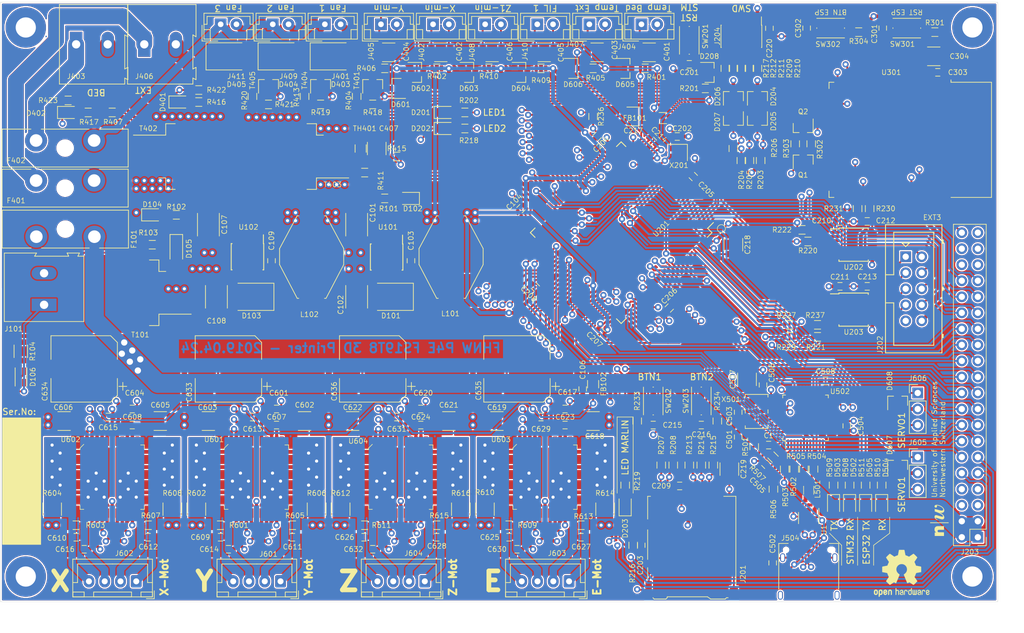
<source format=kicad_pcb>
(kicad_pcb (version 20171130) (host pcbnew "(5.1.0)-1")
  (layers (0 F.Cu signal) (1 In1.Cu signal) (2 In2.Cu signal) (31 B.Cu signal) (34 B.Paste user hide) (35 F.Paste user hide) (36 B.SilkS user hide) (37 F.SilkS user) (38 B.Mask user) (39 F.Mask user) (44 Edge.Cuts user))
  (net 0 "")
  (net 1 GND)
  (net 2 +3V3)
  (net 3 "Net-(C103-Pad1)")
  (net 4 "Net-(C103-Pad2)")
  (net 5 JTAG_RESET)
  (net 6 +3.3VA)
  (net 7 "Net-(C607-Pad2)")
  (net 8 "Net-(C608-Pad2)")
  (net 9 "Net-(C609-Pad2)")
  (net 10 "Net-(C610-Pad2)")
  (net 11 "Net-(C611-Pad2)")
  (net 12 "Net-(C612-Pad2)")
  (net 13 "Net-(C614-Pad1)")
  (net 14 "Net-(C616-Pad1)")
  (net 15 "Net-(C623-Pad2)")
  (net 16 "Net-(C624-Pad2)")
  (net 17 "Net-(C625-Pad2)")
  (net 18 "Net-(C626-Pad2)")
  (net 19 "Net-(C627-Pad2)")
  (net 20 "Net-(C628-Pad2)")
  (net 21 "Net-(C630-Pad1)")
  (net 22 "Net-(C632-Pad1)")
  (net 23 JTAG_TDO_SWO)
  (net 24 JTAG_TCK_SWCLK)
  (net 25 JTAG_TMS_SWDIO)
  (net 26 JTAG_TDI)
  (net 27 JTAG_TRST)
  (net 28 /appendix_ESP32/ESP32_GPIO0)
  (net 29 /appendix_ESP32/ESP32_RESET)
  (net 30 "Net-(R404-Pad1)")
  (net 31 "Net-(R407-Pad1)")
  (net 32 "Net-(R411-Pad1)")
  (net 33 "Net-(R601-Pad1)")
  (net 34 "Net-(R603-Pad1)")
  (net 35 "Net-(R605-Pad1)")
  (net 36 "Net-(R607-Pad1)")
  (net 37 "Net-(R609-Pad1)")
  (net 38 "Net-(R611-Pad1)")
  (net 39 "Net-(R613-Pad1)")
  (net 40 "Net-(R615-Pad1)")
  (net 41 "Net-(U101-Pad3)")
  (net 42 "Net-(U101-Pad2)")
  (net 43 /appendix_STM32F103/STM_BOOT1)
  (net 44 "Net-(U201-Pad137)")
  (net 45 "Net-(U201-Pad136)")
  (net 46 "Net-(U201-Pad135)")
  (net 47 "Net-(U201-Pad132)")
  (net 48 "Net-(U201-Pad119)")
  (net 49 "Net-(U201-Pad118)")
  (net 50 "Net-(U201-Pad117)")
  (net 51 "Net-(U201-Pad106)")
  (net 52 "Net-(U201-Pad100)")
  (net 53 "Net-(U201-Pad86)")
  (net 54 "Net-(U201-Pad73)")
  (net 55 "Net-(U201-Pad59)")
  (net 56 "Net-(U201-Pad58)")
  (net 57 "Net-(U201-Pad47)")
  (net 58 "Net-(U201-Pad44)")
  (net 59 "Net-(U201-Pad40)")
  (net 60 "Net-(U201-Pad34)")
  (net 61 "Net-(U201-Pad27)")
  (net 62 "Net-(U201-Pad26)")
  (net 63 "Net-(U201-Pad19)")
  (net 64 "Net-(U201-Pad18)")
  (net 65 "Net-(U201-Pad9)")
  (net 66 "Net-(U201-Pad8)")
  (net 67 "Net-(U201-Pad7)")
  (net 68 "Net-(U201-Pad5)")
  (net 69 "Net-(U301-Pad4)")
  (net 70 "Net-(U301-Pad5)")
  (net 71 "Net-(U301-Pad6)")
  (net 72 "Net-(U301-Pad7)")
  (net 73 "Net-(U301-Pad8)")
  (net 74 "Net-(U301-Pad9)")
  (net 75 "Net-(U301-Pad11)")
  (net 76 "Net-(U301-Pad12)")
  (net 77 "Net-(U301-Pad16)")
  (net 78 "Net-(U301-Pad17)")
  (net 79 "Net-(U301-Pad18)")
  (net 80 "Net-(U301-Pad19)")
  (net 81 "Net-(U301-Pad20)")
  (net 82 "Net-(U301-Pad21)")
  (net 83 "Net-(U301-Pad22)")
  (net 84 "Net-(U301-Pad23)")
  (net 85 "Net-(U301-Pad24)")
  (net 86 "Net-(U301-Pad26)")
  (net 87 "Net-(U301-Pad29)")
  (net 88 "Net-(U301-Pad30)")
  (net 89 "Net-(U301-Pad31)")
  (net 90 "Net-(U301-Pad32)")
  (net 91 "Net-(U301-Pad33)")
  (net 92 "Net-(U301-Pad36)")
  (net 93 "Net-(U301-Pad37)")
  (net 94 /appendix_TMC2660_X/MOT_Y_A2)
  (net 95 /appendix_TMC2660_X/MOT_Y_A1)
  (net 96 /appendix_TMC2660_X/MOT_Y_B2)
  (net 97 /appendix_TMC2660_X/MOT_Y_B1)
  (net 98 "Net-(U601-Pad37)")
  (net 99 "Net-(U602-Pad37)")
  (net 100 /appendix_TMC2660_X/MOT_X_B2)
  (net 101 /appendix_TMC2660_X/MOT_X_B1)
  (net 102 /appendix_TMC2660_X/MOT_X_A2)
  (net 103 /appendix_TMC2660_X/MOT_X_A1)
  (net 104 /appendix_TMC2660_X/MOT_E1_A2)
  (net 105 /appendix_TMC2660_X/MOT_E1_A1)
  (net 106 /appendix_TMC2660_X/MOT_E1_B2)
  (net 107 /appendix_TMC2660_X/MOT_E1_B1)
  (net 108 "Net-(U603-Pad37)")
  (net 109 "Net-(U604-Pad37)")
  (net 110 /appendix_TMC2660_X/MOT_Z1_B2)
  (net 111 /appendix_TMC2660_X/MOT_Z1_B1)
  (net 112 /appendix_TMC2660_X/MOT_Z1_A2)
  (net 113 /appendix_TMC2660_X/MOT_Z1_A1)
  (net 114 +24V)
  (net 115 "Net-(C302-Pad1)")
  (net 116 "Net-(J204-Pad7)")
  (net 117 "Net-(R413-Pad1)")
  (net 118 /appendix_SENSORS_POWER/Fan1_pwr)
  (net 119 /appendix_SENSORS_POWER/Bed_pwr)
  (net 120 /appendix_SENSORS_POWER/E1_pwr)
  (net 121 /appendix_SENSORS_POWER/Fan2_pwr)
  (net 122 /appendix_UART_USB/USB_D_N)
  (net 123 /appendix_UART_USB/USB_D_P)
  (net 124 "Net-(D102-Pad2)")
  (net 125 "Net-(D401-Pad2)")
  (net 126 "Net-(D402-Pad2)")
  (net 127 "Net-(J504-PadA5)")
  (net 128 "Net-(J504-PadA8)")
  (net 129 "Net-(J504-PadB8)")
  (net 130 "Net-(J504-PadB5)")
  (net 131 "Net-(C109-Pad2)")
  (net 132 "Net-(C109-Pad1)")
  (net 133 VBUS)
  (net 134 /appendix_UART_USB/USB_TVS_D_P)
  (net 135 /appendix_UART_USB/USB_TVS_D_N)
  (net 136 "Net-(D502-Pad1)")
  (net 137 "Net-(D503-Pad1)")
  (net 138 "Net-(D504-Pad1)")
  (net 139 "Net-(D505-Pad1)")
  (net 140 "Net-(F401-Pad1)")
  (net 141 "Net-(F402-Pad1)")
  (net 142 +3.3VP)
  (net 143 "Net-(J204-Pad8)")
  (net 144 "Net-(J204-Pad6)")
  (net 145 "Net-(J204-Pad4)")
  (net 146 "Net-(J204-Pad2)")
  (net 147 /appendix_SENSORS_POWER/Fan3_pwr)
  (net 148 /appendix_UART_USB/USB_SUP_D_P)
  (net 149 "Net-(R420-Pad1)")
  (net 150 /appendix_UART_USB/USB_FT_D_P)
  (net 151 "Net-(R502-Pad1)")
  (net 152 "Net-(R503-Pad1)")
  (net 153 /appendix_UART_USB/USB_FT_D_N)
  (net 154 /appendix_UART_USB/USB_SUP_D_N)
  (net 155 "Net-(R507-Pad2)")
  (net 156 UART1_RX_LED)
  (net 157 UART1_TX_LED)
  (net 158 UART2_RX_LED)
  (net 159 UART2_TX_LED)
  (net 160 "Net-(U102-Pad2)")
  (net 161 "Net-(U102-Pad3)")
  (net 162 "Net-(U201-Pad24)")
  (net 163 /appendix_STM32F103/RCC_OSC_IN)
  (net 164 "Net-(U202-Pad9)")
  (net 165 "Net-(U202-Pad6)")
  (net 166 "Net-(U502-Pad1)")
  (net 167 "Net-(U502-Pad13)")
  (net 168 "Net-(U502-Pad15)")
  (net 169 "Net-(U502-Pad16)")
  (net 170 "Net-(U502-Pad17)")
  (net 171 "Net-(U502-Pad19)")
  (net 172 "Net-(U502-Pad20)")
  (net 173 "Net-(U502-Pad21)")
  (net 174 "Net-(U502-Pad22)")
  (net 175 "Net-(U502-Pad29)")
  (net 176 "Net-(U502-Pad30)")
  (net 177 "Net-(U502-Pad32)")
  (net 178 "Net-(U502-Pad33)")
  (net 179 "Net-(U502-Pad35)")
  (net 180 "Net-(U502-Pad37)")
  (net 181 "Net-(U502-Pad41)")
  (net 182 /appendix_UART_USB/XTAL_FTDI)
  (net 183 "Net-(U502-Pad44)")
  (net 184 "Net-(U502-Pad48)")
  (net 185 "Net-(C1-Pad2)")
  (net 186 +5V)
  (net 187 SD_DETECT)
  (net 188 "Net-(C501-Pad1)")
  (net 189 "Net-(D104-Pad2)")
  (net 190 SD_DAT1)
  (net 191 SD_DAT2)
  (net 192 SD_DAT3)
  (net 193 SD_CMD)
  (net 194 SD_CLK)
  (net 195 SD_DAT0)
  (net 196 "Net-(Q1-Pad2)")
  (net 197 "Net-(Q2-Pad2)")
  (net 198 "Net-(U203-Pad9)")
  (net 199 "Net-(U203-Pad6)")
  (net 200 /appendix_ESP32/ESP_DTR)
  (net 201 /appendix_ESP32/ESP_RTS)
  (net 202 /appendix_ESP32/ESP_RX_USB)
  (net 203 /appendix_ESP32/ESP_TX_USB)
  (net 204 /appendix_ESP32/ESP_TX_STM)
  (net 205 /appendix_ESP32/ESP_RX_STM)
  (net 206 /appendix_STM32F103/CS_E1)
  (net 207 /appendix_STM32F103/EN_E1)
  (net 208 /appendix_STM32F103/STALL_E1)
  (net 209 /appendix_STM32F103/DIR_E1)
  (net 210 /appendix_STM32F103/STEP_E1)
  (net 211 /appendix_STM32F103/DIR_Z1)
  (net 212 /appendix_STM32F103/STEP_Z1)
  (net 213 /appendix_STM32F103/STALL_Z1)
  (net 214 /appendix_STM32F103/EN_Z1)
  (net 215 /appendix_STM32F103/CS_Z1)
  (net 216 /appendix_STM32F103/CS_Y)
  (net 217 /appendix_STM32F103/EN_Y)
  (net 218 /appendix_STM32F103/STALL_Y)
  (net 219 /appendix_STM32F103/DIR_Y)
  (net 220 /appendix_STM32F103/STEP_Y)
  (net 221 EXP3_LCD_MOSI)
  (net 222 EXP3_LCD_CS)
  (net 223 EXP3_LCD_SCK)
  (net 224 EXP3_LCD_Encoder_A)
  (net 225 EXP3_LCD_Reset)
  (net 226 EXP3_LCD_Encoder_B)
  (net 227 EXP3_LCD_Encoder_BTN)
  (net 228 EXP3_LCD_Beeper)
  (net 229 MOSI)
  (net 230 MISO)
  (net 231 SCK)
  (net 232 "Net-(J504-PadB11)")
  (net 233 "Net-(J504-PadB10)")
  (net 234 "Net-(J504-PadB3)")
  (net 235 "Net-(J504-PadB2)")
  (net 236 "Net-(J504-PadA11)")
  (net 237 "Net-(J504-PadA10)")
  (net 238 "Net-(J504-PadA3)")
  (net 239 "Net-(J504-PadA2)")
  (net 240 /appendix_UART_USB/FT_TX_A)
  (net 241 /appendix_UART_USB/FT_RX_A)
  (net 242 "Net-(J204-Pad10)")
  (net 243 "Net-(D201-Pad2)")
  (net 244 "Net-(J203-Pad5)")
  (net 245 "Net-(J203-Pad6)")
  (net 246 /appendix_STM32F103/STALL_X)
  (net 247 /appendix_STM32F103/STEP_X)
  (net 248 /appendix_STM32F103/DIR_X)
  (net 249 /appendix_STM32F103/EN_X)
  (net 250 /appendix_STM32F103/CS_X)
  (net 251 GPIO_EXT_0)
  (net 252 E3_CS)
  (net 253 E2_CS)
  (net 254 E3_STEP)
  (net 255 E2_STEP)
  (net 256 E3_DIR)
  (net 257 E3_EN)
  (net 258 E2_EN)
  (net 259 E3_STALL)
  (net 260 E2_STALL)
  (net 261 E3_END_FIL)
  (net 262 E2_END_FIL)
  (net 263 E3_ADC_TEMP)
  (net 264 E2_ADC_TEMP)
  (net 265 ADC_TEMP_EXT)
  (net 266 FAN_EXT)
  (net 267 GPIO_EXT_1)
  (net 268 E2_FAN1)
  (net 269 GPIO_EXT_2)
  (net 270 E2_FAN2)
  (net 271 GPIO_EXT_3)
  (net 272 E2_HOTEND)
  (net 273 /appendix_STM32F103/BED_ON)
  (net 274 /24V_IN)
  (net 275 /24V_GND)
  (net 276 "Net-(D106-Pad2)")
  (net 277 /appendix_STM32F103/FAN3)
  (net 278 /appendix_STM32F103/FAN2)
  (net 279 /appendix_STM32F103/FAN1)
  (net 280 /appendix_STM32F103/E1_ON)
  (net 281 /appendix_SENSORS_POWER/ADC_TEMP_BED)
  (net 282 /appendix_SENSORS_POWER/ADC_TEMP_E1)
  (net 283 /appendix_SENSORS_POWER/ADC_TEMP_PCB)
  (net 284 /appendix_SENSORS_POWER/SW_End_X)
  (net 285 /appendix_SENSORS_POWER/SW_End_Y)
  (net 286 /appendix_SENSORS_POWER/SW_End_Filament_1)
  (net 287 /appendix_SENSORS_POWER/SW_End_Z)
  (net 288 LCD_Reset)
  (net 289 LCD_CS)
  (net 290 LCD_ENC_B)
  (net 291 LCD_ENC_A)
  (net 292 LCD_BUZZER)
  (net 293 LCD_ENC_BTN)
  (net 294 "Net-(D202-Pad2)")
  (net 295 "Net-(D203-Pad2)")
  (net 296 LED_USER_1)
  (net 297 LED_USER_2)
  (net 298 LED_Marlin)
  (net 299 BTN_USER_1)
  (net 300 "Net-(D105-Pad1)")
  (net 301 /appendix_SENSORS_POWER/SERVO_1)
  (net 302 /appendix_SENSORS_POWER/SERVO_2)
  (net 303 /appendix_STM32F103/STM_BOOT0)
  (net 304 /appendix_STM32F103/STM32_BOOT_0)
  (net 305 /appendix_STM32F103/STM32_NRST)
  (net 306 BTN_USER_2)
  (net 307 E2_DIR)
  (net 308 "Net-(R222-Pad2)")
  (module Capacitors_SMD:C_0603 (layer F.Cu) (at 166.751 65.151 135)
    (fp_text reference C208 (at 0 -1.5 135) (layer F.SilkS) (effects (font (size 0.8 0.8) (thickness 0.1))))
    (fp_text value 100n)
    (pad 1 smd rect (at -0.75 0 135) (size 0.8 0.75) (layers F.Cu F.Paste F.Mask) (net 2 +3V3))
    (pad 2 smd rect (at 0.75 0 135) (size 0.8 0.75) (layers F.Cu F.Paste F.Mask) (net 1 GND))
  )
  (module Housings_QFP:LQFP-144_20x20mm_Pitch0.5mm (layer F.Cu) (at 180.34 56.515 225)
    (fp_text reference U201 (at -4.939141 -4.041115 225) (layer F.SilkS) (effects (font (size 0.8 0.8) (thickness 0.1))))
    (fp_text value STM32F103ZETx)
    (pad 144 smd rect (at -8.75 -10.7 315) (size 1.55 0.3) (layers F.Cu F.Paste F.Mask) (net 2 +3V3))
    (pad 143 smd rect (at -8.25 -10.7 315) (size 1.55 0.3) (layers F.Cu F.Paste F.Mask) (net 1 GND))
    (pad 142 smd rect (at -7.75 -10.7 315) (size 1.55 0.3) (layers F.Cu F.Paste F.Mask) (net 292 LCD_BUZZER))
    (pad 141 smd rect (at -7.25 -10.7 315) (size 1.55 0.3) (layers F.Cu F.Paste F.Mask) (net 290 LCD_ENC_B))
    (pad 140 smd rect (at -6.75 -10.7 315) (size 1.55 0.3) (layers F.Cu F.Paste F.Mask) (net 291 LCD_ENC_A))
    (pad 139 smd rect (at -6.25 -10.7 315) (size 1.55 0.3) (layers F.Cu F.Paste F.Mask) (net 289 LCD_CS))
    (pad 138 smd rect (at -5.75 -10.7 315) (size 1.55 0.3) (layers F.Cu F.Paste F.Mask) (net 303 /appendix_STM32F103/STM_BOOT0))
    (pad 137 smd rect (at -5.25 -10.7 315) (size 1.55 0.3) (layers F.Cu F.Paste F.Mask) (net 44 "Net-(U201-Pad137)"))
    (pad 136 smd rect (at -4.75 -10.7 315) (size 1.55 0.3) (layers F.Cu F.Paste F.Mask) (net 45 "Net-(U201-Pad136)"))
    (pad 135 smd rect (at -4.25 -10.7 315) (size 1.55 0.3) (layers F.Cu F.Paste F.Mask) (net 46 "Net-(U201-Pad135)"))
    (pad 134 smd rect (at -3.75 -10.7 315) (size 1.55 0.3) (layers F.Cu F.Paste F.Mask) (net 27 JTAG_TRST))
    (pad 133 smd rect (at -3.25 -10.7 315) (size 1.55 0.3) (layers F.Cu F.Paste F.Mask) (net 23 JTAG_TDO_SWO))
    (pad 132 smd rect (at -2.75 -10.7 315) (size 1.55 0.3) (layers F.Cu F.Paste F.Mask) (net 47 "Net-(U201-Pad132)"))
    (pad 131 smd rect (at -2.25 -10.7 315) (size 1.55 0.3) (layers F.Cu F.Paste F.Mask) (net 2 +3V3))
    (pad 130 smd rect (at -1.75 -10.7 315) (size 1.55 0.3) (layers F.Cu F.Paste F.Mask) (net 1 GND))
    (pad 129 smd rect (at -1.25 -10.7 315) (size 1.55 0.3) (layers F.Cu F.Paste F.Mask) (net 262 E2_END_FIL))
    (pad 128 smd rect (at -0.75 -10.7 315) (size 1.55 0.3) (layers F.Cu F.Paste F.Mask) (net 257 E3_EN))
    (pad 127 smd rect (at -0.25 -10.7 315) (size 1.55 0.3) (layers F.Cu F.Paste F.Mask) (net 259 E3_STALL))
    (pad 126 smd rect (at 0.25 -10.7 315) (size 1.55 0.3) (layers F.Cu F.Paste F.Mask) (net 260 E2_STALL))
    (pad 125 smd rect (at 0.75 -10.7 315) (size 1.55 0.3) (layers F.Cu F.Paste F.Mask) (net 258 E2_EN))
    (pad 124 smd rect (at 1.25 -10.7 315) (size 1.55 0.3) (layers F.Cu F.Paste F.Mask) (net 256 E3_DIR))
    (pad 123 smd rect (at 1.75 -10.7 315) (size 1.55 0.3) (layers F.Cu F.Paste F.Mask) (net 302 /appendix_SENSORS_POWER/SERVO_2))
    (pad 122 smd rect (at 2.25 -10.7 315) (size 1.55 0.3) (layers F.Cu F.Paste F.Mask) (net 301 /appendix_SENSORS_POWER/SERVO_1))
    (pad 121 smd rect (at 2.75 -10.7 315) (size 1.55 0.3) (layers F.Cu F.Paste F.Mask) (net 2 +3V3))
    (pad 120 smd rect (at 3.25 -10.7 315) (size 1.55 0.3) (layers F.Cu F.Paste F.Mask) (net 1 GND))
    (pad 119 smd rect (at 3.75 -10.7 315) (size 1.55 0.3) (layers F.Cu F.Paste F.Mask) (net 48 "Net-(U201-Pad119)"))
    (pad 118 smd rect (at 4.25 -10.7 315) (size 1.55 0.3) (layers F.Cu F.Paste F.Mask) (net 49 "Net-(U201-Pad118)"))
    (pad 117 smd rect (at 4.75 -10.7 315) (size 1.55 0.3) (layers F.Cu F.Paste F.Mask) (net 50 "Net-(U201-Pad117)"))
    (pad 116 smd rect (at 5.25 -10.7 315) (size 1.55 0.3) (layers F.Cu F.Paste F.Mask) (net 193 SD_CMD))
    (pad 115 smd rect (at 5.75 -10.7 315) (size 1.55 0.3) (layers F.Cu F.Paste F.Mask) (net 307 E2_DIR))
    (pad 114 smd rect (at 6.25 -10.7 315) (size 1.55 0.3) (layers F.Cu F.Paste F.Mask) (net 254 E3_STEP))
    (pad 113 smd rect (at 6.75 -10.7 315) (size 1.55 0.3) (layers F.Cu F.Paste F.Mask) (net 194 SD_CLK))
    (pad 112 smd rect (at 7.25 -10.7 315) (size 1.55 0.3) (layers F.Cu F.Paste F.Mask) (net 192 SD_DAT3))
    (pad 111 smd rect (at 7.75 -10.7 315) (size 1.55 0.3) (layers F.Cu F.Paste F.Mask) (net 191 SD_DAT2))
    (pad 110 smd rect (at 8.25 -10.7 315) (size 1.55 0.3) (layers F.Cu F.Paste F.Mask) (net 26 JTAG_TDI))
    (pad 109 smd rect (at 8.75 -10.7 315) (size 1.55 0.3) (layers F.Cu F.Paste F.Mask) (net 24 JTAG_TCK_SWCLK))
    (pad 108 smd rect (at 10.7 -8.75 225) (size 1.55 0.3) (layers F.Cu F.Paste F.Mask) (net 2 +3V3))
    (pad 107 smd rect (at 10.7 -8.25 225) (size 1.55 0.3) (layers F.Cu F.Paste F.Mask) (net 1 GND))
    (pad 106 smd rect (at 10.7 -7.75 225) (size 1.55 0.3) (layers F.Cu F.Paste F.Mask) (net 51 "Net-(U201-Pad106)"))
    (pad 105 smd rect (at 10.7 -7.25 225) (size 1.55 0.3) (layers F.Cu F.Paste F.Mask) (net 25 JTAG_TMS_SWDIO))
    (pad 104 smd rect (at 10.7 -6.75 225) (size 1.55 0.3) (layers F.Cu F.Paste F.Mask) (net 298 LED_Marlin))
    (pad 103 smd rect (at 10.7 -6.25 225) (size 1.55 0.3) (layers F.Cu F.Paste F.Mask) (net 187 SD_DETECT))
    (pad 102 smd rect (at 10.7 -5.75 225) (size 1.55 0.3) (layers F.Cu F.Paste F.Mask) (net 204 /appendix_ESP32/ESP_TX_STM))
    (pad 101 smd rect (at 10.7 -5.25 225) (size 1.55 0.3) (layers F.Cu F.Paste F.Mask) (net 205 /appendix_ESP32/ESP_RX_STM))
    (pad 100 smd rect (at 10.7 -4.75 225) (size 1.55 0.3) (layers F.Cu F.Paste F.Mask) (net 52 "Net-(U201-Pad100)"))
    (pad 99 smd rect (at 10.7 -4.25 225) (size 1.55 0.3) (layers F.Cu F.Paste F.Mask) (net 190 SD_DAT1))
    (pad 98 smd rect (at 10.7 -3.75 225) (size 1.55 0.3) (layers F.Cu F.Paste F.Mask) (net 195 SD_DAT0))
    (pad 97 smd rect (at 10.7 -3.25 225) (size 1.55 0.3) (layers F.Cu F.Paste F.Mask) (net 306 BTN_USER_2))
    (pad 96 smd rect (at 10.7 -2.75 225) (size 1.55 0.3) (layers F.Cu F.Paste F.Mask) (net 299 BTN_USER_1))
    (pad 95 smd rect (at 10.7 -2.25 225) (size 1.55 0.3) (layers F.Cu F.Paste F.Mask) (net 2 +3V3))
    (pad 94 smd rect (at 10.7 -1.75 225) (size 1.55 0.3) (layers F.Cu F.Paste F.Mask) (net 1 GND))
    (pad 93 smd rect (at 10.7 -1.25 225) (size 1.55 0.3) (layers F.Cu F.Paste F.Mask) (net 206 /appendix_STM32F103/CS_E1))
    (pad 92 smd rect (at 10.7 -0.75 225) (size 1.55 0.3) (layers F.Cu F.Paste F.Mask) (net 207 /appendix_STM32F103/EN_E1))
    (pad 91 smd rect (at 10.7 -0.25 225) (size 1.55 0.3) (layers F.Cu F.Paste F.Mask) (net 208 /appendix_STM32F103/STALL_E1))
    (pad 90 smd rect (at 10.7 0.25 225) (size 1.55 0.3) (layers F.Cu F.Paste F.Mask) (net 209 /appendix_STM32F103/DIR_E1))
    (pad 89 smd rect (at 10.7 0.75 225) (size 1.55 0.3) (layers F.Cu F.Paste F.Mask) (net 210 /appendix_STM32F103/STEP_E1))
    (pad 88 smd rect (at 10.7 1.25 225) (size 1.55 0.3) (layers F.Cu F.Paste F.Mask) (net 215 /appendix_STM32F103/CS_Z1))
    (pad 87 smd rect (at 10.7 1.75 225) (size 1.55 0.3) (layers F.Cu F.Paste F.Mask) (net 214 /appendix_STM32F103/EN_Z1))
    (pad 86 smd rect (at 10.7 2.25 225) (size 1.55 0.3) (layers F.Cu F.Paste F.Mask) (net 53 "Net-(U201-Pad86)"))
    (pad 85 smd rect (at 10.7 2.75 225) (size 1.55 0.3) (layers F.Cu F.Paste F.Mask) (net 255 E2_STEP))
    (pad 84 smd rect (at 10.7 3.25 225) (size 1.55 0.3) (layers F.Cu F.Paste F.Mask) (net 2 +3V3))
    (pad 83 smd rect (at 10.7 3.75 225) (size 1.55 0.3) (layers F.Cu F.Paste F.Mask) (net 1 GND))
    (pad 82 smd rect (at 10.7 4.25 225) (size 1.55 0.3) (layers F.Cu F.Paste F.Mask) (net 213 /appendix_STM32F103/STALL_Z1))
    (pad 81 smd rect (at 10.7 4.75 225) (size 1.55 0.3) (layers F.Cu F.Paste F.Mask) (net 211 /appendix_STM32F103/DIR_Z1))
    (pad 80 smd rect (at 10.7 5.25 225) (size 1.55 0.3) (layers F.Cu F.Paste F.Mask) (net 212 /appendix_STM32F103/STEP_Z1))
    (pad 79 smd rect (at 10.7 5.75 225) (size 1.55 0.3) (layers F.Cu F.Paste F.Mask) (net 252 E3_CS))
    (pad 78 smd rect (at 10.7 6.25 225) (size 1.55 0.3) (layers F.Cu F.Paste F.Mask) (net 253 E2_CS))
    (pad 77 smd rect (at 10.7 6.75 225) (size 1.55 0.3) (layers F.Cu F.Paste F.Mask) (net 251 GPIO_EXT_0))
    (pad 76 smd rect (at 10.7 7.25 225) (size 1.55 0.3) (layers F.Cu F.Paste F.Mask) (net 229 MOSI))
    (pad 75 smd rect (at 10.7 7.75 225) (size 1.55 0.3) (layers F.Cu F.Paste F.Mask) (net 230 MISO))
    (pad 74 smd rect (at 10.7 8.25 225) (size 1.55 0.3) (layers F.Cu F.Paste F.Mask) (net 231 SCK))
    (pad 73 smd rect (at 10.7 8.75 225) (size 1.55 0.3) (layers F.Cu F.Paste F.Mask) (net 54 "Net-(U201-Pad73)"))
    (pad 72 smd rect (at 8.75 10.7 315) (size 1.55 0.3) (layers F.Cu F.Paste F.Mask) (net 2 +3V3))
    (pad 71 smd rect (at 8.25 10.7 315) (size 1.55 0.3) (layers F.Cu F.Paste F.Mask) (net 1 GND))
    (pad 70 smd rect (at 7.75 10.7 315) (size 1.55 0.3) (layers F.Cu F.Paste F.Mask) (net 273 /appendix_STM32F103/BED_ON))
    (pad 69 smd rect (at 7.25 10.7 315) (size 1.55 0.3) (layers F.Cu F.Paste F.Mask) (net 280 /appendix_STM32F103/E1_ON))
    (pad 68 smd rect (at 6.75 10.7 315) (size 1.55 0.3) (layers F.Cu F.Paste F.Mask) (net 266 FAN_EXT))
    (pad 67 smd rect (at 6.25 10.7 315) (size 1.55 0.3) (layers F.Cu F.Paste F.Mask) (net 268 E2_FAN1))
    (pad 66 smd rect (at 5.75 10.7 315) (size 1.55 0.3) (layers F.Cu F.Paste F.Mask) (net 267 GPIO_EXT_1))
    (pad 65 smd rect (at 5.25 10.7 315) (size 1.55 0.3) (layers F.Cu F.Paste F.Mask) (net 270 E2_FAN2))
    (pad 64 smd rect (at 4.75 10.7 315) (size 1.55 0.3) (layers F.Cu F.Paste F.Mask) (net 269 GPIO_EXT_2))
    (pad 63 smd rect (at 4.25 10.7 315) (size 1.55 0.3) (layers F.Cu F.Paste F.Mask) (net 272 E2_HOTEND))
    (pad 62 smd rect (at 3.75 10.7 315) (size 1.55 0.3) (layers F.Cu F.Paste F.Mask) (net 2 +3V3))
    (pad 61 smd rect (at 3.25 10.7 315) (size 1.55 0.3) (layers F.Cu F.Paste F.Mask) (net 1 GND))
    (pad 60 smd rect (at 2.75 10.7 315) (size 1.55 0.3) (layers F.Cu F.Paste F.Mask) (net 271 GPIO_EXT_3))
    (pad 59 smd rect (at 2.25 10.7 315) (size 1.55 0.3) (layers F.Cu F.Paste F.Mask) (net 55 "Net-(U201-Pad59)"))
    (pad 58 smd rect (at 1.75 10.7 315) (size 1.55 0.3) (layers F.Cu F.Paste F.Mask) (net 56 "Net-(U201-Pad58)"))
    (pad 57 smd rect (at 1.25 10.7 315) (size 1.55 0.3) (layers F.Cu F.Paste F.Mask) (net 216 /appendix_STM32F103/CS_Y))
    (pad 56 smd rect (at 0.75 10.7 315) (size 1.55 0.3) (layers F.Cu F.Paste F.Mask) (net 217 /appendix_STM32F103/EN_Y))
    (pad 55 smd rect (at 0.25 10.7 315) (size 1.55 0.3) (layers F.Cu F.Paste F.Mask) (net 218 /appendix_STM32F103/STALL_Y))
    (pad 54 smd rect (at -0.25 10.7 315) (size 1.55 0.3) (layers F.Cu F.Paste F.Mask) (net 219 /appendix_STM32F103/DIR_Y))
    (pad 53 smd rect (at -0.75 10.7 315) (size 1.55 0.3) (layers F.Cu F.Paste F.Mask) (net 220 /appendix_STM32F103/STEP_Y))
    (pad 52 smd rect (at -1.25 10.7 315) (size 1.55 0.3) (layers F.Cu F.Paste F.Mask) (net 2 +3V3))
    (pad 51 smd rect (at -1.75 10.7 315) (size 1.55 0.3) (layers F.Cu F.Paste F.Mask) (net 1 GND))
    (pad 50 smd rect (at -2.25 10.7 315) (size 1.55 0.3) (layers F.Cu F.Paste F.Mask) (net 250 /appendix_STM32F103/CS_X))
    (pad 49 smd rect (at -2.75 10.7 315) (size 1.55 0.3) (layers F.Cu F.Paste F.Mask) (net 249 /appendix_STM32F103/EN_X))
    (pad 48 smd rect (at -3.25 10.7 315) (size 1.55 0.3) (layers F.Cu F.Paste F.Mask) (net 43 /appendix_STM32F103/STM_BOOT1))
    (pad 47 smd rect (at -3.75 10.7 315) (size 1.55 0.3) (layers F.Cu F.Paste F.Mask) (net 57 "Net-(U201-Pad47)"))
    (pad 46 smd rect (at -4.25 10.7 315) (size 1.55 0.3) (layers F.Cu F.Paste F.Mask) (net 297 LED_USER_2))
    (pad 45 smd rect (at -4.75 10.7 315) (size 1.55 0.3) (layers F.Cu F.Paste F.Mask) (net 296 LED_USER_1))
    (pad 44 smd rect (at -5.25 10.7 315) (size 1.55 0.3) (layers F.Cu F.Paste F.Mask) (net 58 "Net-(U201-Pad44)"))
    (pad 43 smd rect (at -5.75 10.7 315) (size 1.55 0.3) (layers F.Cu F.Paste F.Mask) (net 246 /appendix_STM32F103/STALL_X))
    (pad 42 smd rect (at -6.25 10.7 315) (size 1.55 0.3) (layers F.Cu F.Paste F.Mask) (net 248 /appendix_STM32F103/DIR_X))
    (pad 41 smd rect (at -6.75 10.7 315) (size 1.55 0.3) (layers F.Cu F.Paste F.Mask) (net 247 /appendix_STM32F103/STEP_X))
    (pad 40 smd rect (at -7.25 10.7 315) (size 1.55 0.3) (layers F.Cu F.Paste F.Mask) (net 59 "Net-(U201-Pad40)"))
    (pad 39 smd rect (at -7.75 10.7 315) (size 1.55 0.3) (layers F.Cu F.Paste F.Mask) (net 2 +3V3))
    (pad 38 smd rect (at -8.25 10.7 315) (size 1.55 0.3) (layers F.Cu F.Paste F.Mask) (net 1 GND))
    (pad 37 smd rect (at -8.75 10.7 315) (size 1.55 0.3) (layers F.Cu F.Paste F.Mask) (net 240 /appendix_UART_USB/FT_TX_A))
    (pad 36 smd rect (at -10.7 8.75 225) (size 1.55 0.3) (layers F.Cu F.Paste F.Mask) (net 241 /appendix_UART_USB/FT_RX_A))
    (pad 35 smd rect (at -10.7 8.25 225) (size 1.55 0.3) (layers F.Cu F.Paste F.Mask) (net 283 /appendix_SENSORS_POWER/ADC_TEMP_PCB))
    (pad 34 smd rect (at -10.7 7.75 225) (size 1.55 0.3) (layers F.Cu F.Paste F.Mask) (net 60 "Net-(U201-Pad34)"))
    (pad 33 smd rect (at -10.7 7.25 225) (size 1.55 0.3) (layers F.Cu F.Paste F.Mask) (net 6 +3.3VA))
    (pad 32 smd rect (at -10.7 6.75 225) (size 1.55 0.3) (layers F.Cu F.Paste F.Mask) (net 6 +3.3VA))
    (pad 31 smd rect (at -10.7 6.25 225) (size 1.55 0.3) (layers F.Cu F.Paste F.Mask) (net 1 GND))
    (pad 30 smd rect (at -10.7 5.75 225) (size 1.55 0.3) (layers F.Cu F.Paste F.Mask) (net 1 GND))
    (pad 29 smd rect (at -10.7 5.25 225) (size 1.55 0.3) (layers F.Cu F.Paste F.Mask) (net 281 /appendix_SENSORS_POWER/ADC_TEMP_BED))
    (pad 28 smd rect (at -10.7 4.75 225) (size 1.55 0.3) (layers F.Cu F.Paste F.Mask) (net 282 /appendix_SENSORS_POWER/ADC_TEMP_E1))
    (pad 27 smd rect (at -10.7 4.25 225) (size 1.55 0.3) (layers F.Cu F.Paste F.Mask) (net 61 "Net-(U201-Pad27)"))
    (pad 26 smd rect (at -10.7 3.75 225) (size 1.55 0.3) (layers F.Cu F.Paste F.Mask) (net 62 "Net-(U201-Pad26)"))
    (pad 25 smd rect (at -10.7 3.25 225) (size 1.55 0.3) (layers F.Cu F.Paste F.Mask) (net 5 JTAG_RESET))
    (pad 24 smd rect (at -10.7 2.75 225) (size 1.55 0.3) (layers F.Cu F.Paste F.Mask) (net 162 "Net-(U201-Pad24)"))
    (pad 23 smd rect (at -10.7 2.25 225) (size 1.55 0.3) (layers F.Cu F.Paste F.Mask) (net 163 /appendix_STM32F103/RCC_OSC_IN))
    (pad 22 smd rect (at -10.7 1.75 225) (size 1.55 0.3) (layers F.Cu F.Paste F.Mask) (net 264 E2_ADC_TEMP))
    (pad 21 smd rect (at -10.7 1.25 225) (size 1.55 0.3) (layers F.Cu F.Paste F.Mask) (net 265 ADC_TEMP_EXT))
    (pad 20 smd rect (at -10.7 0.75 225) (size 1.55 0.3) (layers F.Cu F.Paste F.Mask) (net 263 E3_ADC_TEMP))
    (pad 19 smd rect (at -10.7 0.25 225) (size 1.55 0.3) (layers F.Cu F.Paste F.Mask) (net 63 "Net-(U201-Pad19)"))
    (pad 18 smd rect (at -10.7 -0.25 225) (size 1.55 0.3) (layers F.Cu F.Paste F.Mask) (net 64 "Net-(U201-Pad18)"))
    (pad 17 smd rect (at -10.7 -0.75 225) (size 1.55 0.3) (layers F.Cu F.Paste F.Mask) (net 2 +3V3))
    (pad 16 smd rect (at -10.7 -1.25 225) (size 1.55 0.3) (layers F.Cu F.Paste F.Mask) (net 1 GND))
    (pad 15 smd rect (at -10.7 -1.75 225) (size 1.55 0.3) (layers F.Cu F.Paste F.Mask) (net 277 /appendix_STM32F103/FAN3))
    (pad 14 smd rect (at -10.7 -2.25 225) (size 1.55 0.3) (layers F.Cu F.Paste F.Mask) (net 278 /appendix_STM32F103/FAN2))
    (pad 13 smd rect (at -10.7 -2.75 225) (size 1.55 0.3) (layers F.Cu F.Paste F.Mask) (net 279 /appendix_STM32F103/FAN1))
    (pad 12 smd rect (at -10.7 -3.25 225) (size 1.55 0.3) (layers F.Cu F.Paste F.Mask) (net 285 /appendix_SENSORS_POWER/SW_End_Y))
    (pad 11 smd rect (at -10.7 -3.75 225) (size 1.55 0.3) (layers F.Cu F.Paste F.Mask) (net 284 /appendix_SENSORS_POWER/SW_End_X))
    (pad 10 smd rect (at -10.7 -4.25 225) (size 1.55 0.3) (layers F.Cu F.Paste F.Mask) (net 261 E3_END_FIL))
    (pad 9 smd rect (at -10.7 -4.75 225) (size 1.55 0.3) (layers F.Cu F.Paste F.Mask) (net 65 "Net-(U201-Pad9)"))
    (pad 8 smd rect (at -10.7 -5.25 225) (size 1.55 0.3) (layers F.Cu F.Paste F.Mask) (net 66 "Net-(U201-Pad8)"))
    (pad 7 smd rect (at -10.7 -5.75 225) (size 1.55 0.3) (layers F.Cu F.Paste F.Mask) (net 67 "Net-(U201-Pad7)"))
    (pad 6 smd rect (at -10.7 -6.25 225) (size 1.55 0.3) (layers F.Cu F.Paste F.Mask) (net 2 +3V3))
    (pad 5 smd rect (at -10.7 -6.75 225) (size 1.55 0.3) (layers F.Cu F.Paste F.Mask) (net 68 "Net-(U201-Pad5)"))
    (pad 4 smd rect (at -10.7 -7.25 225) (size 1.55 0.3) (layers F.Cu F.Paste F.Mask) (net 287 /appendix_SENSORS_POWER/SW_End_Z))
    (pad 3 smd rect (at -10.7 -7.75 225) (size 1.55 0.3) (layers F.Cu F.Paste F.Mask) (net 286 /appendix_SENSORS_POWER/SW_End_Filament_1))
    (pad 2 smd rect (at -10.7 -8.25 225) (size 1.55 0.3) (layers F.Cu F.Paste F.Mask) (net 308 "Net-(R222-Pad2)"))
    (pad 1 smd rect (at -10.7 -8.75 225) (size 1.55 0.3) (layers F.Cu F.Paste F.Mask) (net 293 LCD_ENC_BTN))
  )
  (module Capacitors_SMD:C_0603 (layer F.Cu) (at 230.505 31.115)
    (fp_text reference C303 (at 3.175 0) (layer F.SilkS) (effects (font (size 0.8 0.8) (thickness 0.1))))
    (fp_text value 100n)
    (pad 2 smd rect (at 0.75 0) (size 0.8 0.75) (layers F.Cu F.Paste F.Mask) (net 1 GND))
    (pad 1 smd rect (at -0.75 0) (size 0.8 0.75) (layers F.Cu F.Paste F.Mask) (net 2 +3V3))
  )
  (module Connector_PinHeader_2.54mm:PinHeader_2x20_P2.54mm_Vertical (layer F.Cu) (at 236.855 104.775 180)
    (fp_text reference J203 (at 1.27 -2.33 180) (layer F.SilkS) (effects (font (size 0.8 0.8) (thickness 0.1))))
    (fp_text value Conn_02x20_Odd_Even)
    (pad 1 thru_hole rect (at 0 0 180) (size 1.7 1.7) (drill 1) (layers *.Cu *.Mask) (net 114 +24V))
    (pad 2 thru_hole oval (at 2.54 0 180) (size 1.7 1.7) (drill 1) (layers *.Cu *.Mask) (net 114 +24V))
    (pad 3 thru_hole oval (at 0 2.54 180) (size 1.7 1.7) (drill 1) (layers *.Cu *.Mask) (net 114 +24V))
    (pad 4 thru_hole oval (at 2.54 2.54 180) (size 1.7 1.7) (drill 1) (layers *.Cu *.Mask) (net 114 +24V))
    (pad 5 thru_hole oval (at 0 5.08 180) (size 1.7 1.7) (drill 1) (layers *.Cu *.Mask) (net 244 "Net-(J203-Pad5)"))
    (pad 6 thru_hole oval (at 2.54 5.08 180) (size 1.7 1.7) (drill 1) (layers *.Cu *.Mask) (net 245 "Net-(J203-Pad6)"))
    (pad 7 thru_hole oval (at 0 7.62 180) (size 1.7 1.7) (drill 1) (layers *.Cu *.Mask) (net 2 +3V3))
    (pad 8 thru_hole oval (at 2.54 7.62 180) (size 1.7 1.7) (drill 1) (layers *.Cu *.Mask) (net 2 +3V3))
    (pad 9 thru_hole oval (at 0 10.16 180) (size 1.7 1.7) (drill 1) (layers *.Cu *.Mask) (net 229 MOSI))
    (pad 10 thru_hole oval (at 2.54 10.16 180) (size 1.7 1.7) (drill 1) (layers *.Cu *.Mask) (net 230 MISO))
    (pad 11 thru_hole oval (at 0 12.7 180) (size 1.7 1.7) (drill 1) (layers *.Cu *.Mask) (net 231 SCK))
    (pad 12 thru_hole oval (at 2.54 12.7 180) (size 1.7 1.7) (drill 1) (layers *.Cu *.Mask) (net 251 GPIO_EXT_0))
    (pad 13 thru_hole oval (at 0 15.24 180) (size 1.7 1.7) (drill 1) (layers *.Cu *.Mask) (net 252 E3_CS))
    (pad 14 thru_hole oval (at 2.54 15.24 180) (size 1.7 1.7) (drill 1) (layers *.Cu *.Mask) (net 253 E2_CS))
    (pad 15 thru_hole oval (at 0 17.78 180) (size 1.7 1.7) (drill 1) (layers *.Cu *.Mask) (net 254 E3_STEP))
    (pad 16 thru_hole oval (at 2.54 17.78 180) (size 1.7 1.7) (drill 1) (layers *.Cu *.Mask) (net 255 E2_STEP))
    (pad 17 thru_hole oval (at 0 20.32 180) (size 1.7 1.7) (drill 1) (layers *.Cu *.Mask) (net 256 E3_DIR))
    (pad 18 thru_hole oval (at 2.54 20.32 180) (size 1.7 1.7) (drill 1) (layers *.Cu *.Mask) (net 307 E2_DIR))
    (pad 19 thru_hole oval (at 0 22.86 180) (size 1.7 1.7) (drill 1) (layers *.Cu *.Mask) (net 257 E3_EN))
    (pad 20 thru_hole oval (at 2.54 22.86 180) (size 1.7 1.7) (drill 1) (layers *.Cu *.Mask) (net 258 E2_EN))
    (pad 21 thru_hole oval (at 0 25.4 180) (size 1.7 1.7) (drill 1) (layers *.Cu *.Mask) (net 259 E3_STALL))
    (pad 22 thru_hole oval (at 2.54 25.4 180) (size 1.7 1.7) (drill 1) (layers *.Cu *.Mask) (net 260 E2_STALL))
    (pad 23 thru_hole oval (at 0 27.94 180) (size 1.7 1.7) (drill 1) (layers *.Cu *.Mask) (net 261 E3_END_FIL))
    (pad 24 thru_hole oval (at 2.54 27.94 180) (size 1.7 1.7) (drill 1) (layers *.Cu *.Mask) (net 262 E2_END_FIL))
    (pad 25 thru_hole oval (at 0 30.48 180) (size 1.7 1.7) (drill 1) (layers *.Cu *.Mask) (net 263 E3_ADC_TEMP))
    (pad 26 thru_hole oval (at 2.54 30.48 180) (size 1.7 1.7) (drill 1) (layers *.Cu *.Mask) (net 264 E2_ADC_TEMP))
    (pad 27 thru_hole oval (at 0 33.02 180) (size 1.7 1.7) (drill 1) (layers *.Cu *.Mask) (net 265 ADC_TEMP_EXT))
    (pad 28 thru_hole oval (at 2.54 33.02 180) (size 1.7 1.7) (drill 1) (layers *.Cu *.Mask) (net 266 FAN_EXT))
    (pad 29 thru_hole oval (at 0 35.56 180) (size 1.7 1.7) (drill 1) (layers *.Cu *.Mask) (net 267 GPIO_EXT_1))
    (pad 30 thru_hole oval (at 2.54 35.56 180) (size 1.7 1.7) (drill 1) (layers *.Cu *.Mask) (net 268 E2_FAN1))
    (pad 31 thru_hole oval (at 0 38.1 180) (size 1.7 1.7) (drill 1) (layers *.Cu *.Mask) (net 269 GPIO_EXT_2))
    (pad 32 thru_hole oval (at 2.54 38.1 180) (size 1.7 1.7) (drill 1) (layers *.Cu *.Mask) (net 270 E2_FAN2))
    (pad 33 thru_hole oval (at 0 40.64 180) (size 1.7 1.7) (drill 1) (layers *.Cu *.Mask) (net 271 GPIO_EXT_3))
    (pad 34 thru_hole oval (at 2.54 40.64 180) (size 1.7 1.7) (drill 1) (layers *.Cu *.Mask) (net 272 E2_HOTEND))
    (pad 35 thru_hole oval (at 0 43.18 180) (size 1.7 1.7) (drill 1) (layers *.Cu *.Mask) (net 1 GND))
    (pad 36 thru_hole oval (at 2.54 43.18 180) (size 1.7 1.7) (drill 1) (layers *.Cu *.Mask) (net 1 GND))
    (pad 37 thru_hole oval (at 0 45.72 180) (size 1.7 1.7) (drill 1) (layers *.Cu *.Mask) (net 1 GND))
    (pad 38 thru_hole oval (at 2.54 45.72 180) (size 1.7 1.7) (drill 1) (layers *.Cu *.Mask) (net 1 GND))
    (pad 39 thru_hole oval (at 0 48.26 180) (size 1.7 1.7) (drill 1) (layers *.Cu *.Mask) (net 1 GND))
    (pad 40 thru_hole oval (at 2.54 48.26 180) (size 1.7 1.7) (drill 1) (layers *.Cu *.Mask) (net 1 GND))
  )
  (module Capacitor_SMD:CP_Elec_10x10 (layer F.Cu) (at 163.83 78.105 180)
    (fp_text reference C635 (at 6.096 -3.429 270) (layer F.SilkS) (effects (font (size 0.8 0.8) (thickness 0.1))))
    (fp_text value 470u)
    (pad 2 smd roundrect (at 4 0 180) (size 4 2.5) (layers F.Cu F.Paste F.Mask) (roundrect_rratio 0.1) (net 1 GND))
    (pad 1 smd roundrect (at -4 0 180) (size 4 2.5) (layers F.Cu F.Paste F.Mask) (roundrect_rratio 0.1) (net 114 +24V))
  )
  (module Resistors_SMD:R_0603 (layer F.Cu) (at 106.045 58.42)
    (fp_text reference R103 (at -0.635 -1.905) (layer F.SilkS) (effects (font (size 0.8 0.8) (thickness 0.1))))
    (fp_text value 100k)
    (pad 2 smd rect (at 0.75 0) (size 0.5 0.9) (layers F.Cu F.Paste F.Mask) (net 300 "Net-(D105-Pad1)"))
    (pad 1 smd rect (at -0.75 0) (size 0.5 0.9) (layers F.Cu F.Paste F.Mask) (net 274 /24V_IN))
  )
  (module RF_Module:ESP32-WROOM-32 (layer F.Cu) (at 223.155 41.8 270)
    (fp_text reference U301 (at -10.685 0.016) (layer F.SilkS) (effects (font (size 0.8 0.8) (thickness 0.1))))
    (fp_text value ESP32-WROOM-32)
    (pad 39 smd rect (at -1 -0.755 270) (size 5 5) (layers F.Cu F.Paste F.Mask))
    (pad 1 smd rect (at -8.5 -8.255 270) (size 2 0.9) (layers F.Cu F.Paste F.Mask) (net 1 GND))
    (pad 2 smd rect (at -8.5 -6.985 270) (size 2 0.9) (layers F.Cu F.Paste F.Mask) (net 2 +3V3))
    (pad 3 smd rect (at -8.5 -5.715 270) (size 2 0.9) (layers F.Cu F.Paste F.Mask) (net 29 /appendix_ESP32/ESP32_RESET))
    (pad 4 smd rect (at -8.5 -4.445 270) (size 2 0.9) (layers F.Cu F.Paste F.Mask) (net 69 "Net-(U301-Pad4)"))
    (pad 5 smd rect (at -8.5 -3.175 270) (size 2 0.9) (layers F.Cu F.Paste F.Mask) (net 70 "Net-(U301-Pad5)"))
    (pad 6 smd rect (at -8.5 -1.905 270) (size 2 0.9) (layers F.Cu F.Paste F.Mask) (net 71 "Net-(U301-Pad6)"))
    (pad 7 smd rect (at -8.5 -0.635 270) (size 2 0.9) (layers F.Cu F.Paste F.Mask) (net 72 "Net-(U301-Pad7)"))
    (pad 8 smd rect (at -8.5 0.635 270) (size 2 0.9) (layers F.Cu F.Paste F.Mask) (net 73 "Net-(U301-Pad8)"))
    (pad 9 smd rect (at -8.5 1.905 270) (size 2 0.9) (layers F.Cu F.Paste F.Mask) (net 74 "Net-(U301-Pad9)"))
    (pad 10 smd rect (at -8.5 3.175 270) (size 2 0.9) (layers F.Cu F.Paste F.Mask) (net 115 "Net-(C302-Pad1)"))
    (pad 11 smd rect (at -8.5 4.445 270) (size 2 0.9) (layers F.Cu F.Paste F.Mask) (net 75 "Net-(U301-Pad11)"))
    (pad 12 smd rect (at -8.5 5.715 270) (size 2 0.9) (layers F.Cu F.Paste F.Mask) (net 76 "Net-(U301-Pad12)"))
    (pad 13 smd rect (at -8.5 6.985 270) (size 2 0.9) (layers F.Cu F.Paste F.Mask) (net 305 /appendix_STM32F103/STM32_NRST))
    (pad 14 smd rect (at -8.5 8.255 270) (size 2 0.9) (layers F.Cu F.Paste F.Mask) (net 304 /appendix_STM32F103/STM32_BOOT_0))
    (pad 15 smd rect (at -5.715 9.255) (size 2 0.9) (layers F.Cu F.Paste F.Mask) (net 1 GND))
    (pad 16 smd rect (at -4.445 9.255) (size 2 0.9) (layers F.Cu F.Paste F.Mask) (net 77 "Net-(U301-Pad16)"))
    (pad 17 smd rect (at -3.175 9.255) (size 2 0.9) (layers F.Cu F.Paste F.Mask) (net 78 "Net-(U301-Pad17)"))
    (pad 18 smd rect (at -1.905 9.255) (size 2 0.9) (layers F.Cu F.Paste F.Mask) (net 79 "Net-(U301-Pad18)"))
    (pad 19 smd rect (at -0.635 9.255) (size 2 0.9) (layers F.Cu F.Paste F.Mask) (net 80 "Net-(U301-Pad19)"))
    (pad 20 smd rect (at 0.635 9.255) (size 2 0.9) (layers F.Cu F.Paste F.Mask) (net 81 "Net-(U301-Pad20)"))
    (pad 21 smd rect (at 1.905 9.255) (size 2 0.9) (layers F.Cu F.Paste F.Mask) (net 82 "Net-(U301-Pad21)"))
    (pad 22 smd rect (at 3.175 9.255) (size 2 0.9) (layers F.Cu F.Paste F.Mask) (net 83 "Net-(U301-Pad22)"))
    (pad 23 smd rect (at 4.445 9.255) (size 2 0.9) (layers F.Cu F.Paste F.Mask) (net 84 "Net-(U301-Pad23)"))
    (pad 24 smd rect (at 5.715 9.255) (size 2 0.9) (layers F.Cu F.Paste F.Mask) (net 85 "Net-(U301-Pad24)"))
    (pad 25 smd rect (at 8.5 8.255 270) (size 2 0.9) (layers F.Cu F.Paste F.Mask) (net 28 /appendix_ESP32/ESP32_GPIO0))
    (pad 26 smd rect (at 8.5 6.985 270) (size 2 0.9) (layers F.Cu F.Paste F.Mask) (net 86 "Net-(U301-Pad26)"))
    (pad 27 smd rect (at 8.5 5.715 270) (size 2 0.9) (layers F.Cu F.Paste F.Mask) (net 205 /appendix_ESP32/ESP_RX_STM))
    (pad 28 smd rect (at 8.5 4.445 270) (size 2 0.9) (layers F.Cu F.Paste F.Mask) (net 204 /appendix_ESP32/ESP_TX_STM))
    (pad 29 smd rect (at 8.5 3.175 270) (size 2 0.9) (layers F.Cu F.Paste F.Mask) (net 87 "Net-(U301-Pad29)"))
    (pad 30 smd rect (at 8.5 1.905 270) (size 2 0.9) (layers F.Cu F.Paste F.Mask) (net 88 "Net-(U301-Pad30)"))
    (pad 31 smd rect (at 8.5 0.635 270) (size 2 0.9) (layers F.Cu F.Paste F.Mask) (net 89 "Net-(U301-Pad31)"))
    (pad 32 smd rect (at 8.5 -0.635 270) (size 2 0.9) (layers F.Cu F.Paste F.Mask) (net 90 "Net-(U301-Pad32)"))
    (pad 33 smd rect (at 8.5 -1.905 270) (size 2 0.9) (layers F.Cu F.Paste F.Mask) (net 91 "Net-(U301-Pad33)"))
    (pad 34 smd rect (at 8.5 -3.175 270) (size 2 0.9) (layers F.Cu F.Paste F.Mask) (net 202 /appendix_ESP32/ESP_RX_USB))
    (pad 35 smd rect (at 8.5 -4.445 270) (size 2 0.9) (layers F.Cu F.Paste F.Mask) (net 203 /appendix_ESP32/ESP_TX_USB))
    (pad 36 smd rect (at 8.5 -5.715 270) (size 2 0.9) (layers F.Cu F.Paste F.Mask) (net 92 "Net-(U301-Pad36)"))
    (pad 37 smd rect (at 8.5 -6.985 270) (size 2 0.9) (layers F.Cu F.Paste F.Mask) (net 93 "Net-(U301-Pad37)"))
    (pad 38 smd rect (at 8.5 -8.255 270) (size 2 0.9) (layers F.Cu F.Paste F.Mask) (net 1 GND))
  )
  (module Connectors_JST:JST_EH_B02B-EH-A_02x2.50mm_Straight (layer F.Cu) (at 133.39 23.495)
    (fp_text reference J401 (at 2.5 8.255) (layer F.SilkS) (effects (font (size 0.8 0.8) (thickness 0.1))))
    (fp_text value Conn_01x02)
    (pad 2 thru_hole circle (at 2.5 0) (size 1.85 1.85) (drill 0.9) (layers *.Cu *.Mask) (net 118 /appendix_SENSORS_POWER/Fan1_pwr))
    (pad 1 thru_hole rect (at 0 0) (size 1.85 1.85) (drill 0.9) (layers *.Cu *.Mask) (net 114 +24V))
  )
  (module Connectors_JST:JST_EH_B02B-EH-A_02x2.50mm_Straight (layer F.Cu) (at 158.79 23.495)
    (fp_text reference J408 (at -2.072 4.445 90) (layer F.SilkS) (effects (font (size 0.8 0.8) (thickness 0.1))))
    (fp_text value Conn_01x02)
    (pad 1 thru_hole rect (at 0 0) (size 1.85 1.85) (drill 0.9) (layers *.Cu *.Mask) (net 287 /appendix_SENSORS_POWER/SW_End_Z))
    (pad 2 thru_hole circle (at 2.5 0) (size 1.85 1.85) (drill 0.9) (layers *.Cu *.Mask) (net 1 GND))
  )
  (module Resistors_SMD:R_0603 (layer F.Cu) (at 199.39 30.48 270)
    (fp_text reference R211 (at 0 -6.35 270) (layer F.SilkS) (effects (font (size 0.8 0.8) (thickness 0.1))))
    (fp_text value 100R)
    (pad 1 smd rect (at -0.75 0 270) (size 0.5 0.9) (layers F.Cu F.Paste F.Mask) (net 144 "Net-(J204-Pad6)"))
    (pad 2 smd rect (at 0.75 0 270) (size 0.5 0.9) (layers F.Cu F.Paste F.Mask) (net 23 JTAG_TDO_SWO))
  )
  (module Resistors_SMD:R_0603 (layer F.Cu) (at 198.12 30.48 270)
    (fp_text reference R212 (at 0 -6.35 270) (layer F.SilkS) (effects (font (size 0.8 0.8) (thickness 0.1))))
    (fp_text value 100R)
    (pad 2 smd rect (at 0.75 0 270) (size 0.5 0.9) (layers F.Cu F.Paste F.Mask) (net 26 JTAG_TDI))
    (pad 1 smd rect (at -0.75 0 270) (size 0.5 0.9) (layers F.Cu F.Paste F.Mask) (net 143 "Net-(J204-Pad8)"))
  )
  (module Resistors_SMD:R_0603 (layer F.Cu) (at 201.93 30.48 270)
    (fp_text reference R210 (at 0 -6.35 270) (layer F.SilkS) (effects (font (size 0.8 0.8) (thickness 0.1))))
    (fp_text value 100R)
    (pad 2 smd rect (at 0.75 0 270) (size 0.5 0.9) (layers F.Cu F.Paste F.Mask) (net 25 JTAG_TMS_SWDIO))
    (pad 1 smd rect (at -0.75 0 270) (size 0.5 0.9) (layers F.Cu F.Paste F.Mask) (net 146 "Net-(J204-Pad2)"))
  )
  (module Resistors_SMD:R_0603 (layer F.Cu) (at 142.875 51.085)
    (fp_text reference R101 (at 0.635 1.62) (layer F.SilkS) (effects (font (size 0.8 0.8) (thickness 0.1))))
    (fp_text value 330R)
    (pad 2 smd rect (at 0.75 0) (size 0.5 0.9) (layers F.Cu F.Paste F.Mask) (net 124 "Net-(D102-Pad2)"))
    (pad 1 smd rect (at -0.75 0) (size 0.5 0.9) (layers F.Cu F.Paste F.Mask) (net 2 +3V3))
  )
  (module Connector_Multicomp:Multicomp_MC9A12-1034_2x05_P2.54mm_Vertical (layer F.Cu) (at 225.425 60.325 270)
    (fp_text reference J202 (at 13.97 4.064 270) (layer F.SilkS) (effects (font (size 0.8 0.8) (thickness 0.1))))
    (fp_text value Conn_02x05_Odd_Even)
    (pad 10 thru_hole circle (at 10.16 -2.54 270) (size 1.7 1.7) (drill 1) (layers *.Cu *.Mask) (net 186 +5V))
    (pad 9 thru_hole circle (at 10.16 0 270) (size 1.7 1.7) (drill 1) (layers *.Cu *.Mask) (net 1 GND))
    (pad 8 thru_hole circle (at 7.62 -2.54 270) (size 1.7 1.7) (drill 1) (layers *.Cu *.Mask) (net 221 EXP3_LCD_MOSI))
    (pad 7 thru_hole circle (at 7.62 0 270) (size 1.7 1.7) (drill 1) (layers *.Cu *.Mask) (net 222 EXP3_LCD_CS))
    (pad 6 thru_hole circle (at 5.08 -2.54 270) (size 1.7 1.7) (drill 1) (layers *.Cu *.Mask) (net 223 EXP3_LCD_SCK))
    (pad 5 thru_hole circle (at 5.08 0 270) (size 1.7 1.7) (drill 1) (layers *.Cu *.Mask) (net 224 EXP3_LCD_Encoder_A))
    (pad 4 thru_hole circle (at 2.54 -2.54 270) (size 1.7 1.7) (drill 1) (layers *.Cu *.Mask) (net 225 EXP3_LCD_Reset))
    (pad 3 thru_hole circle (at 2.54 0 270) (size 1.7 1.7) (drill 1) (layers *.Cu *.Mask) (net 226 EXP3_LCD_Encoder_B))
    (pad 2 thru_hole circle (at 0 -2.54 270) (size 1.7 1.7) (drill 1) (layers *.Cu *.Mask) (net 227 EXP3_LCD_Encoder_BTN))
    (pad 1 thru_hole rect (at 0 0 270) (size 1.7 1.7) (drill 1) (layers *.Cu *.Mask) (net 228 EXP3_LCD_Beeper))
  )
  (module digikey-footprints:TQFP-44_10x10mm (layer F.Cu) (at 99.695 95.25)
    (fp_text reference U602 (at -6.604 -5.969) (layer F.SilkS) (effects (font (size 0.8 0.8) (thickness 0.1))))
    (fp_text value TMC2660)
    (pad 44 smd rect (at -4 -5.7) (size 0.6 1.5) (layers F.Cu F.Paste F.Mask) (net 1 GND))
    (pad 43 smd rect (at -3.2 -5.7) (size 0.6 1.5) (layers F.Cu F.Paste F.Mask) (net 1 GND))
    (pad 42 smd rect (at -2.4 -5.7) (size 0.6 1.5) (layers F.Cu F.Paste F.Mask) (net 247 /appendix_STM32F103/STEP_X))
    (pad 41 smd rect (at -1.6 -5.7) (size 0.6 1.5) (layers F.Cu F.Paste F.Mask) (net 248 /appendix_STM32F103/DIR_X))
    (pad 40 smd rect (at -0.8 -5.7) (size 0.6 1.5) (layers F.Cu F.Paste F.Mask) (net 142 +3.3VP))
    (pad 39 smd rect (at 0 -5.7) (size 0.6 1.5) (layers F.Cu F.Paste F.Mask) (net 1 GND))
    (pad 38 smd rect (at 0.8 -5.7) (size 0.6 1.5) (layers F.Cu F.Paste F.Mask) (net 246 /appendix_STM32F103/STALL_X))
    (pad 37 smd rect (at 1.6 -5.7) (size 0.6 1.5) (layers F.Cu F.Paste F.Mask) (net 99 "Net-(U602-Pad37)"))
    (pad 36 smd rect (at 2.4 -5.7) (size 0.6 1.5) (layers F.Cu F.Paste F.Mask) (net 114 +24V))
    (pad 35 smd rect (at 3.2 -5.7) (size 0.6 1.5) (layers F.Cu F.Paste F.Mask) (net 8 "Net-(C608-Pad2)"))
    (pad 34 smd rect (at 4 -5.7) (size 0.6 1.5) (layers F.Cu F.Paste F.Mask))
    (pad 12 smd rect (at -4 5.7) (size 0.6 1.5) (layers F.Cu F.Paste F.Mask) (net 10 "Net-(C610-Pad2)"))
    (pad 13 smd rect (at -3.2 5.7) (size 0.6 1.5) (layers F.Cu F.Paste F.Mask) (net 14 "Net-(C616-Pad1)"))
    (pad 14 smd rect (at -2.4 5.7) (size 0.6 1.5) (layers F.Cu F.Paste F.Mask) (net 230 MISO))
    (pad 15 smd rect (at -1.6 5.7) (size 0.6 1.5) (layers F.Cu F.Paste F.Mask) (net 229 MOSI))
    (pad 16 smd rect (at -0.8 5.7) (size 0.6 1.5) (layers F.Cu F.Paste F.Mask) (net 231 SCK))
    (pad 22 smd rect (at 4 5.7) (size 0.6 1.5) (layers F.Cu F.Paste F.Mask) (net 12 "Net-(C612-Pad2)"))
    (pad 21 smd rect (at 3.2 5.7) (size 0.6 1.5) (layers F.Cu F.Paste F.Mask) (net 1 GND))
    (pad 20 smd rect (at 2.4 5.7) (size 0.6 1.5) (layers F.Cu F.Paste F.Mask))
    (pad 19 smd rect (at 1.6 5.7) (size 0.6 1.5) (layers F.Cu F.Paste F.Mask) (net 249 /appendix_STM32F103/EN_X))
    (pad 18 smd rect (at 0.8 5.7) (size 0.6 1.5) (layers F.Cu F.Paste F.Mask) (net 250 /appendix_STM32F103/CS_X))
    (pad 17 smd rect (at 0 5.7) (size 0.6 1.5) (layers F.Cu F.Paste F.Mask) (net 1 GND))
    (pad 23 smd rect (at 5.7 4) (size 1.5 0.6) (layers F.Cu B.Adhes F.Paste F.Mask) (net 100 /appendix_TMC2660_X/MOT_X_B2))
    (pad 24 smd rect (at 5.7 3.2) (size 1.5 0.6) (layers F.Cu F.Paste F.Mask) (net 100 /appendix_TMC2660_X/MOT_X_B2))
    (pad 25 smd rect (at 5.7 2.4) (size 1.5 0.6) (layers F.Cu F.Paste F.Mask) (net 36 "Net-(R607-Pad1)"))
    (pad 26 smd rect (at 5.7 1.6) (size 1.5 0.6) (layers F.Cu F.Paste F.Mask) (net 101 /appendix_TMC2660_X/MOT_X_B1))
    (pad 27 smd rect (at 5.7 0.8) (size 1.5 0.6) (layers F.Cu F.Paste F.Mask) (net 101 /appendix_TMC2660_X/MOT_X_B1))
    (pad 33 smd rect (at 5.7 -4) (size 1.5 0.6) (layers F.Cu F.Paste F.Mask))
    (pad 32 smd rect (at 5.7 -3.2) (size 1.5 0.6) (layers F.Cu F.Paste F.Mask) (net 101 /appendix_TMC2660_X/MOT_X_B1))
    (pad 31 smd rect (at 5.7 -2.4) (size 1.5 0.6) (layers F.Cu F.Paste F.Mask) (net 101 /appendix_TMC2660_X/MOT_X_B1))
    (pad 30 smd rect (at 5.7 -1.6) (size 1.5 0.6) (layers F.Cu F.Paste F.Mask) (net 114 +24V))
    (pad 29 smd rect (at 5.7 -0.8) (size 1.5 0.6) (layers F.Cu F.Paste F.Mask) (net 100 /appendix_TMC2660_X/MOT_X_B2))
    (pad 28 smd rect (at 5.7 0) (size 1.5 0.6) (layers F.Cu F.Paste F.Mask) (net 100 /appendix_TMC2660_X/MOT_X_B2))
    (pad 11 smd rect (at -5.7 4) (size 1.5 0.6) (layers F.Cu F.Paste F.Mask) (net 102 /appendix_TMC2660_X/MOT_X_A2))
    (pad 10 smd rect (at -5.7 3.2) (size 1.5 0.6) (layers F.Cu F.Paste F.Mask) (net 102 /appendix_TMC2660_X/MOT_X_A2))
    (pad 9 smd rect (at -5.7 2.4) (size 1.5 0.6) (layers F.Cu F.Paste F.Mask) (net 34 "Net-(R603-Pad1)"))
    (pad 8 smd rect (at -5.7 1.6) (size 1.5 0.6) (layers F.Cu F.Paste F.Mask) (net 103 /appendix_TMC2660_X/MOT_X_A1))
    (pad 7 smd rect (at -5.7 0.8) (size 1.5 0.6) (layers F.Cu F.Paste F.Mask) (net 103 /appendix_TMC2660_X/MOT_X_A1))
    (pad 1 smd rect (at -5.7 -4) (size 1.5 0.6) (layers F.Cu F.Paste F.Mask))
    (pad 2 smd rect (at -5.7 -3.2) (size 1.5 0.6) (layers F.Cu F.Paste F.Mask) (net 103 /appendix_TMC2660_X/MOT_X_A1))
    (pad 3 smd rect (at -5.7 -2.4) (size 1.5 0.6) (layers F.Cu F.Paste F.Mask) (net 103 /appendix_TMC2660_X/MOT_X_A1))
    (pad 4 smd rect (at -5.7 -1.6) (size 1.5 0.6) (layers F.Cu F.Paste F.Mask) (net 114 +24V))
    (pad 5 smd rect (at -5.7 -0.8) (size 1.5 0.6) (layers F.Cu F.Paste F.Mask) (net 102 /appendix_TMC2660_X/MOT_X_A2))
    (pad 6 smd rect (at -5.7 0) (size 1.5 0.6) (layers F.Cu F.Paste F.Mask) (net 102 /appendix_TMC2660_X/MOT_X_A2))
  )
  (module digikey-footprints:TQFP-44_10x10mm (layer F.Cu) (at 122.555 95.25)
    (fp_text reference U601 (at -6.731 -5.969) (layer F.SilkS) (effects (font (size 0.8 0.8) (thickness 0.1))))
    (fp_text value TMC2660)
    (pad 6 smd rect (at -5.7 0) (size 1.5 0.6) (layers F.Cu F.Paste F.Mask) (net 94 /appendix_TMC2660_X/MOT_Y_A2))
    (pad 5 smd rect (at -5.7 -0.8) (size 1.5 0.6) (layers F.Cu F.Paste F.Mask) (net 94 /appendix_TMC2660_X/MOT_Y_A2))
    (pad 4 smd rect (at -5.7 -1.6) (size 1.5 0.6) (layers F.Cu F.Paste F.Mask) (net 114 +24V))
    (pad 3 smd rect (at -5.7 -2.4) (size 1.5 0.6) (layers F.Cu F.Paste F.Mask) (net 95 /appendix_TMC2660_X/MOT_Y_A1))
    (pad 2 smd rect (at -5.7 -3.2) (size 1.5 0.6) (layers F.Cu F.Paste F.Mask) (net 95 /appendix_TMC2660_X/MOT_Y_A1))
    (pad 1 smd rect (at -5.7 -4) (size 1.5 0.6) (layers F.Cu F.Paste F.Mask))
    (pad 7 smd rect (at -5.7 0.8) (size 1.5 0.6) (layers F.Cu F.Paste F.Mask) (net 95 /appendix_TMC2660_X/MOT_Y_A1))
    (pad 8 smd rect (at -5.7 1.6) (size 1.5 0.6) (layers F.Cu F.Paste F.Mask) (net 95 /appendix_TMC2660_X/MOT_Y_A1))
    (pad 9 smd rect (at -5.7 2.4) (size 1.5 0.6) (layers F.Cu F.Paste F.Mask) (net 33 "Net-(R601-Pad1)"))
    (pad 10 smd rect (at -5.7 3.2) (size 1.5 0.6) (layers F.Cu F.Paste F.Mask) (net 94 /appendix_TMC2660_X/MOT_Y_A2))
    (pad 11 smd rect (at -5.7 4) (size 1.5 0.6) (layers F.Cu F.Paste F.Mask) (net 94 /appendix_TMC2660_X/MOT_Y_A2))
    (pad 28 smd rect (at 5.7 0) (size 1.5 0.6) (layers F.Cu F.Paste F.Mask) (net 96 /appendix_TMC2660_X/MOT_Y_B2))
    (pad 29 smd rect (at 5.7 -0.8) (size 1.5 0.6) (layers F.Cu F.Paste F.Mask) (net 96 /appendix_TMC2660_X/MOT_Y_B2))
    (pad 30 smd rect (at 5.7 -1.6) (size 1.5 0.6) (layers F.Cu F.Paste F.Mask) (net 114 +24V))
    (pad 31 smd rect (at 5.7 -2.4) (size 1.5 0.6) (layers F.Cu F.Paste F.Mask) (net 97 /appendix_TMC2660_X/MOT_Y_B1))
    (pad 32 smd rect (at 5.7 -3.2) (size 1.5 0.6) (layers F.Cu F.Paste F.Mask) (net 97 /appendix_TMC2660_X/MOT_Y_B1))
    (pad 33 smd rect (at 5.7 -4) (size 1.5 0.6) (layers F.Cu F.Paste F.Mask))
    (pad 27 smd rect (at 5.7 0.8) (size 1.5 0.6) (layers F.Cu F.Paste F.Mask) (net 97 /appendix_TMC2660_X/MOT_Y_B1))
    (pad 26 smd rect (at 5.7 1.6) (size 1.5 0.6) (layers F.Cu F.Paste F.Mask) (net 97 /appendix_TMC2660_X/MOT_Y_B1))
    (pad 25 smd rect (at 5.7 2.4) (size 1.5 0.6) (layers F.Cu F.Paste F.Mask) (net 35 "Net-(R605-Pad1)"))
    (pad 24 smd rect (at 5.7 3.2) (size 1.5 0.6) (layers F.Cu F.Paste F.Mask) (net 96 /appendix_TMC2660_X/MOT_Y_B2))
    (pad 23 smd rect (at 5.7 4) (size 1.5 0.6) (layers F.Cu B.Adhes F.Paste F.Mask) (net 96 /appendix_TMC2660_X/MOT_Y_B2))
    (pad 17 smd rect (at 0 5.7) (size 0.6 1.5) (layers F.Cu F.Paste F.Mask) (net 1 GND))
    (pad 18 smd rect (at 0.8 5.7) (size 0.6 1.5) (layers F.Cu F.Paste F.Mask) (net 216 /appendix_STM32F103/CS_Y))
    (pad 19 smd rect (at 1.6 5.7) (size 0.6 1.5) (layers F.Cu F.Paste F.Mask) (net 217 /appendix_STM32F103/EN_Y))
    (pad 20 smd rect (at 2.4 5.7) (size 0.6 1.5) (layers F.Cu F.Paste F.Mask))
    (pad 21 smd rect (at 3.2 5.7) (size 0.6 1.5) (layers F.Cu F.Paste F.Mask) (net 1 GND))
    (pad 22 smd rect (at 4 5.7) (size 0.6 1.5) (layers F.Cu F.Paste F.Mask) (net 11 "Net-(C611-Pad2)"))
    (pad 16 smd rect (at -0.8 5.7) (size 0.6 1.5) (layers F.Cu F.Paste F.Mask) (net 231 SCK))
    (pad 15 smd rect (at -1.6 5.7) (size 0.6 1.5) (layers F.Cu F.Paste F.Mask) (net 229 MOSI))
    (pad 14 smd rect (at -2.4 5.7) (size 0.6 1.5) (layers F.Cu F.Paste F.Mask) (net 230 MISO))
    (pad 13 smd rect (at -3.2 5.7) (size 0.6 1.5) (layers F.Cu F.Paste F.Mask) (net 13 "Net-(C614-Pad1)"))
    (pad 12 smd rect (at -4 5.7) (size 0.6 1.5) (layers F.Cu F.Paste F.Mask) (net 9 "Net-(C609-Pad2)"))
    (pad 34 smd rect (at 4 -5.7) (size 0.6 1.5) (layers F.Cu F.Paste F.Mask))
    (pad 35 smd rect (at 3.2 -5.7) (size 0.6 1.5) (layers F.Cu F.Paste F.Mask) (net 7 "Net-(C607-Pad2)"))
    (pad 36 smd rect (at 2.4 -5.7) (size 0.6 1.5) (layers F.Cu F.Paste F.Mask) (net 114 +24V))
    (pad 37 smd rect (at 1.6 -5.7) (size 0.6 1.5) (layers F.Cu F.Paste F.Mask) (net 98 "Net-(U601-Pad37)"))
    (pad 38 smd rect (at 0.8 -5.7) (size 0.6 1.5) (layers F.Cu F.Paste F.Mask) (net 218 /appendix_STM32F103/STALL_Y))
    (pad 39 smd rect (at 0 -5.7) (size 0.6 1.5) (layers F.Cu F.Paste F.Mask) (net 1 GND))
    (pad 40 smd rect (at -0.8 -5.7) (size 0.6 1.5) (layers F.Cu F.Paste F.Mask) (net 142 +3.3VP))
    (pad 41 smd rect (at -1.6 -5.7) (size 0.6 1.5) (layers F.Cu F.Paste F.Mask) (net 219 /appendix_STM32F103/DIR_Y))
    (pad 42 smd rect (at -2.4 -5.7) (size 0.6 1.5) (layers F.Cu F.Paste F.Mask) (net 220 /appendix_STM32F103/STEP_Y))
    (pad 43 smd rect (at -3.2 -5.7) (size 0.6 1.5) (layers F.Cu F.Paste F.Mask) (net 1 GND))
    (pad 44 smd rect (at -4 -5.7) (size 0.6 1.5) (layers F.Cu F.Paste F.Mask) (net 1 GND))
  )
  (module digikey-footprints:TQFP-44_10x10mm (layer F.Cu) (at 168.275 95.25)
    (fp_text reference U603 (at -6.985 -5.969) (layer F.SilkS) (effects (font (size 0.8 0.8) (thickness 0.1))))
    (fp_text value TMC2660)
    (pad 6 smd rect (at -5.7 0) (size 1.5 0.6) (layers F.Cu F.Paste F.Mask) (net 104 /appendix_TMC2660_X/MOT_E1_A2))
    (pad 5 smd rect (at -5.7 -0.8) (size 1.5 0.6) (layers F.Cu F.Paste F.Mask) (net 104 /appendix_TMC2660_X/MOT_E1_A2))
    (pad 4 smd rect (at -5.7 -1.6) (size 1.5 0.6) (layers F.Cu F.Paste F.Mask) (net 114 +24V))
    (pad 3 smd rect (at -5.7 -2.4) (size 1.5 0.6) (layers F.Cu F.Paste F.Mask) (net 105 /appendix_TMC2660_X/MOT_E1_A1))
    (pad 2 smd rect (at -5.7 -3.2) (size 1.5 0.6) (layers F.Cu F.Paste F.Mask) (net 105 /appendix_TMC2660_X/MOT_E1_A1))
    (pad 1 smd rect (at -5.7 -4) (size 1.5 0.6) (layers F.Cu F.Paste F.Mask))
    (pad 7 smd rect (at -5.7 0.8) (size 1.5 0.6) (layers F.Cu F.Paste F.Mask) (net 105 /appendix_TMC2660_X/MOT_E1_A1))
    (pad 8 smd rect (at -5.7 1.6) (size 1.5 0.6) (layers F.Cu F.Paste F.Mask) (net 105 /appendix_TMC2660_X/MOT_E1_A1))
    (pad 9 smd rect (at -5.7 2.4) (size 1.5 0.6) (layers F.Cu F.Paste F.Mask) (net 37 "Net-(R609-Pad1)"))
    (pad 10 smd rect (at -5.7 3.2) (size 1.5 0.6) (layers F.Cu F.Paste F.Mask) (net 104 /appendix_TMC2660_X/MOT_E1_A2))
    (pad 11 smd rect (at -5.7 4) (size 1.5 0.6) (layers F.Cu F.Paste F.Mask) (net 104 /appendix_TMC2660_X/MOT_E1_A2))
    (pad 28 smd rect (at 5.7 0) (size 1.5 0.6) (layers F.Cu F.Paste F.Mask) (net 106 /appendix_TMC2660_X/MOT_E1_B2))
    (pad 29 smd rect (at 5.7 -0.8) (size 1.5 0.6) (layers F.Cu F.Paste F.Mask) (net 106 /appendix_TMC2660_X/MOT_E1_B2))
    (pad 30 smd rect (at 5.7 -1.6) (size 1.5 0.6) (layers F.Cu F.Paste F.Mask) (net 114 +24V))
    (pad 31 smd rect (at 5.7 -2.4) (size 1.5 0.6) (layers F.Cu F.Paste F.Mask) (net 107 /appendix_TMC2660_X/MOT_E1_B1))
    (pad 32 smd rect (at 5.7 -3.2) (size 1.5 0.6) (layers F.Cu F.Paste F.Mask) (net 107 /appendix_TMC2660_X/MOT_E1_B1))
    (pad 33 smd rect (at 5.7 -4) (size 1.5 0.6) (layers F.Cu F.Paste F.Mask))
    (pad 27 smd rect (at 5.7 0.8) (size 1.5 0.6) (layers F.Cu F.Paste F.Mask) (net 107 /appendix_TMC2660_X/MOT_E1_B1))
    (pad 26 smd rect (at 5.7 1.6) (size 1.5 0.6) (layers F.Cu F.Paste F.Mask) (net 107 /appendix_TMC2660_X/MOT_E1_B1))
    (pad 25 smd rect (at 5.7 2.4) (size 1.5 0.6) (layers F.Cu F.Paste F.Mask) (net 39 "Net-(R613-Pad1)"))
    (pad 24 smd rect (at 5.7 3.2) (size 1.5 0.6) (layers F.Cu F.Paste F.Mask) (net 106 /appendix_TMC2660_X/MOT_E1_B2))
    (pad 23 smd rect (at 5.7 4) (size 1.5 0.6) (layers F.Cu B.Adhes F.Paste F.Mask) (net 106 /appendix_TMC2660_X/MOT_E1_B2))
    (pad 17 smd rect (at 0 5.7) (size 0.6 1.5) (layers F.Cu F.Paste F.Mask) (net 1 GND))
    (pad 18 smd rect (at 0.8 5.7) (size 0.6 1.5) (layers F.Cu F.Paste F.Mask) (net 206 /appendix_STM32F103/CS_E1))
    (pad 19 smd rect (at 1.6 5.7) (size 0.6 1.5) (layers F.Cu F.Paste F.Mask) (net 207 /appendix_STM32F103/EN_E1))
    (pad 20 smd rect (at 2.4 5.7) (size 0.6 1.5) (layers F.Cu F.Paste F.Mask))
    (pad 21 smd rect (at 3.2 5.7) (size 0.6 1.5) (layers F.Cu F.Paste F.Mask) (net 1 GND))
    (pad 22 smd rect (at 4 5.7) (size 0.6 1.5) (layers F.Cu F.Paste F.Mask) (net 19 "Net-(C627-Pad2)"))
    (pad 16 smd rect (at -0.8 5.7) (size 0.6 1.5) (layers F.Cu F.Paste F.Mask) (net 231 SCK))
    (pad 15 smd rect (at -1.6 5.7) (size 0.6 1.5) (layers F.Cu F.Paste F.Mask) (net 229 MOSI))
    (pad 14 smd rect (at -2.4 5.7) (size 0.6 1.5) (layers F.Cu F.Paste F.Mask) (net 230 MISO))
    (pad 13 smd rect (at -3.2 5.7) (size 0.6 1.5) (layers F.Cu F.Paste F.Mask) (net 21 "Net-(C630-Pad1)"))
    (pad 12 smd rect (at -4 5.7) (size 0.6 1.5) (layers F.Cu F.Paste F.Mask) (net 17 "Net-(C625-Pad2)"))
    (pad 34 smd rect (at 4 -5.7) (size 0.6 1.5) (layers F.Cu F.Paste F.Mask))
    (pad 35 smd rect (at 3.2 -5.7) (size 0.6 1.5) (layers F.Cu F.Paste F.Mask) (net 15 "Net-(C623-Pad2)"))
    (pad 36 smd rect (at 2.4 -5.7) (size 0.6 1.5) (layers F.Cu F.Paste F.Mask) (net 114 +24V))
    (pad 37 smd rect (at 1.6 -5.7) (size 0.6 1.5) (layers F.Cu F.Paste F.Mask) (net 108 "Net-(U603-Pad37)"))
    (pad 38 smd rect (at 0.8 -5.7) (size 0.6 1.5) (layers F.Cu F.Paste F.Mask) (net 208 /appendix_STM32F103/STALL_E1))
    (pad 39 smd rect (at 0 -5.7) (size 0.6 1.5) (layers F.Cu F.Paste F.Mask) (net 1 GND))
    (pad 40 smd rect (at -0.8 -5.7) (size 0.6 1.5) (layers F.Cu F.Paste F.Mask) (net 142 +3.3VP))
    (pad 41 smd rect (at -1.6 -5.7) (size 0.6 1.5) (layers F.Cu F.Paste F.Mask) (net 209 /appendix_STM32F103/DIR_E1))
    (pad 42 smd rect (at -2.4 -5.7) (size 0.6 1.5) (layers F.Cu F.Paste F.Mask) (net 210 /appendix_STM32F103/STEP_E1))
    (pad 43 smd rect (at -3.2 -5.7) (size 0.6 1.5) (layers F.Cu F.Paste F.Mask) (net 1 GND))
    (pad 44 smd rect (at -4 -5.7) (size 0.6 1.5) (layers F.Cu F.Paste F.Mask) (net 1 GND))
  )
  (module digikey-footprints:TQFP-44_10x10mm (layer F.Cu) (at 145.415 95.25)
    (fp_text reference U604 (at -6.731 -5.715) (layer F.SilkS) (effects (font (size 0.8 0.8) (thickness 0.1))))
    (fp_text value TMC2660)
    (pad 44 smd rect (at -4 -5.7) (size 0.6 1.5) (layers F.Cu F.Paste F.Mask) (net 1 GND))
    (pad 43 smd rect (at -3.2 -5.7) (size 0.6 1.5) (layers F.Cu F.Paste F.Mask) (net 1 GND))
    (pad 42 smd rect (at -2.4 -5.7) (size 0.6 1.5) (layers F.Cu F.Paste F.Mask) (net 212 /appendix_STM32F103/STEP_Z1))
    (pad 41 smd rect (at -1.6 -5.7) (size 0.6 1.5) (layers F.Cu F.Paste F.Mask) (net 211 /appendix_STM32F103/DIR_Z1))
    (pad 40 smd rect (at -0.8 -5.7) (size 0.6 1.5) (layers F.Cu F.Paste F.Mask) (net 142 +3.3VP))
    (pad 39 smd rect (at 0 -5.7) (size 0.6 1.5) (layers F.Cu F.Paste F.Mask) (net 1 GND))
    (pad 38 smd rect (at 0.8 -5.7) (size 0.6 1.5) (layers F.Cu F.Paste F.Mask) (net 213 /appendix_STM32F103/STALL_Z1))
    (pad 37 smd rect (at 1.6 -5.7) (size 0.6 1.5) (layers F.Cu F.Paste F.Mask) (net 109 "Net-(U604-Pad37)"))
    (pad 36 smd rect (at 2.4 -5.7) (size 0.6 1.5) (layers F.Cu F.Paste F.Mask) (net 114 +24V))
    (pad 35 smd rect (at 3.2 -5.7) (size 0.6 1.5) (layers F.Cu F.Paste F.Mask) (net 16 "Net-(C624-Pad2)"))
    (pad 34 smd rect (at 4 -5.7) (size 0.6 1.5) (layers F.Cu F.Paste F.Mask))
    (pad 12 smd rect (at -4 5.7) (size 0.6 1.5) (layers F.Cu F.Paste F.Mask) (net 18 "Net-(C626-Pad2)"))
    (pad 13 smd rect (at -3.2 5.7) (size 0.6 1.5) (layers F.Cu F.Paste F.Mask) (net 22 "Net-(C632-Pad1)"))
    (pad 14 smd rect (at -2.4 5.7) (size 0.6 1.5) (layers F.Cu F.Paste F.Mask) (net 230 MISO))
    (pad 15 smd rect (at -1.6 5.7) (size 0.6 1.5) (layers F.Cu F.Paste F.Mask) (net 229 MOSI))
    (pad 16 smd rect (at -0.8 5.7) (size 0.6 1.5) (layers F.Cu F.Paste F.Mask) (net 231 SCK))
    (pad 22 smd rect (at 4 5.7) (size 0.6 1.5) (layers F.Cu F.Paste F.Mask) (net 20 "Net-(C628-Pad2)"))
    (pad 21 smd rect (at 3.2 5.7) (size 0.6 1.5) (layers F.Cu F.Paste F.Mask) (net 1 GND))
    (pad 20 smd rect (at 2.4 5.7) (size 0.6 1.5) (layers F.Cu F.Paste F.Mask))
    (pad 19 smd rect (at 1.6 5.7) (size 0.6 1.5) (layers F.Cu F.Paste F.Mask) (net 214 /appendix_STM32F103/EN_Z1))
    (pad 18 smd rect (at 0.8 5.7) (size 0.6 1.5) (layers F.Cu F.Paste F.Mask) (net 215 /appendix_STM32F103/CS_Z1))
    (pad 17 smd rect (at 0 5.7) (size 0.6 1.5) (layers F.Cu F.Paste F.Mask) (net 1 GND))
    (pad 23 smd rect (at 5.7 4) (size 1.5 0.6) (layers F.Cu B.Adhes F.Paste F.Mask) (net 110 /appendix_TMC2660_X/MOT_Z1_B2))
    (pad 24 smd rect (at 5.7 3.2) (size 1.5 0.6) (layers F.Cu F.Paste F.Mask) (net 110 /appendix_TMC2660_X/MOT_Z1_B2))
    (pad 25 smd rect (at 5.7 2.4) (size 1.5 0.6) (layers F.Cu F.Paste F.Mask) (net 40 "Net-(R615-Pad1)"))
    (pad 26 smd rect (at 5.7 1.6) (size 1.5 0.6) (layers F.Cu F.Paste F.Mask) (net 111 /appendix_TMC2660_X/MOT_Z1_B1))
    (pad 27 smd rect (at 5.7 0.8) (size 1.5 0.6) (layers F.Cu F.Paste F.Mask) (net 111 /appendix_TMC2660_X/MOT_Z1_B1))
    (pad 33 smd rect (at 5.7 -4) (size 1.5 0.6) (layers F.Cu F.Paste F.Mask))
    (pad 32 smd rect (at 5.7 -3.2) (size 1.5 0.6) (layers F.Cu F.Paste F.Mask) (net 111 /appendix_TMC2660_X/MOT_Z1_B1))
    (pad 31 smd rect (at 5.7 -2.4) (size 1.5 0.6) (layers F.Cu F.Paste F.Mask) (net 111 /appendix_TMC2660_X/MOT_Z1_B1))
    (pad 30 smd rect (at 5.7 -1.6) (size 1.5 0.6) (layers F.Cu F.Paste F.Mask) (net 114 +24V))
    (pad 29 smd rect (at 5.7 -0.8) (size 1.5 0.6) (layers F.Cu F.Paste F.Mask) (net 110 /appendix_TMC2660_X/MOT_Z1_B2))
    (pad 28 smd rect (at 5.7 0) (size 1.5 0.6) (layers F.Cu F.Paste F.Mask) (net 110 /appendix_TMC2660_X/MOT_Z1_B2))
    (pad 11 smd rect (at -5.7 4) (size 1.5 0.6) (layers F.Cu F.Paste F.Mask) (net 112 /appendix_TMC2660_X/MOT_Z1_A2))
    (pad 10 smd rect (at -5.7 3.2) (size 1.5 0.6) (layers F.Cu F.Paste F.Mask) (net 112 /appendix_TMC2660_X/MOT_Z1_A2))
    (pad 9 smd rect (at -5.7 2.4) (size 1.5 0.6) (layers F.Cu F.Paste F.Mask) (net 38 "Net-(R611-Pad1)"))
    (pad 8 smd rect (at -5.7 1.6) (size 1.5 0.6) (layers F.Cu F.Paste F.Mask) (net 113 /appendix_TMC2660_X/MOT_Z1_A1))
    (pad 7 smd rect (at -5.7 0.8) (size 1.5 0.6) (layers F.Cu F.Paste F.Mask) (net 113 /appendix_TMC2660_X/MOT_Z1_A1))
    (pad 1 smd rect (at -5.7 -4) (size 1.5 0.6) (layers F.Cu F.Paste F.Mask))
    (pad 2 smd rect (at -5.7 -3.2) (size 1.5 0.6) (layers F.Cu F.Paste F.Mask) (net 113 /appendix_TMC2660_X/MOT_Z1_A1))
    (pad 3 smd rect (at -5.7 -2.4) (size 1.5 0.6) (layers F.Cu F.Paste F.Mask) (net 113 /appendix_TMC2660_X/MOT_Z1_A1))
    (pad 4 smd rect (at -5.7 -1.6) (size 1.5 0.6) (layers F.Cu F.Paste F.Mask) (net 114 +24V))
    (pad 5 smd rect (at -5.7 -0.8) (size 1.5 0.6) (layers F.Cu F.Paste F.Mask) (net 112 /appendix_TMC2660_X/MOT_Z1_A2))
    (pad 6 smd rect (at -5.7 0) (size 1.5 0.6) (layers F.Cu F.Paste F.Mask) (net 112 /appendix_TMC2660_X/MOT_Z1_A2))
  )
  (module Resistors_SMD:R_0603 (layer F.Cu) (at 193.675 33.655)
    (fp_text reference R201 (at -2.54 0) (layer F.SilkS) (effects (font (size 0.8 0.8) (thickness 0.1))))
    (fp_text value 10k)
    (pad 2 smd rect (at 0.75 0) (size 0.5 0.9) (layers F.Cu F.Paste F.Mask) (net 5 JTAG_RESET))
    (pad 1 smd rect (at -0.75 0) (size 0.5 0.9) (layers F.Cu F.Paste F.Mask) (net 2 +3V3))
  )
  (module Resistors_SMD:R_0603 (layer F.Cu) (at 202.438 45.085 270)
    (fp_text reference R203 (at 3.048 0 270) (layer F.SilkS) (effects (font (size 0.8 0.8) (thickness 0.1))))
    (fp_text value 10k)
    (pad 2 smd rect (at 0.75 0 270) (size 0.5 0.9) (layers F.Cu F.Paste F.Mask) (net 2 +3V3))
    (pad 1 smd rect (at -0.75 0 270) (size 0.5 0.9) (layers F.Cu F.Paste F.Mask) (net 25 JTAG_TMS_SWDIO))
  )
  (module Resistors_SMD:R_0603 (layer F.Cu) (at 199.39 45.085 270)
    (fp_text reference R204 (at 3.048 0 270) (layer F.SilkS) (effects (font (size 0.8 0.8) (thickness 0.1))))
    (fp_text value 10k)
    (pad 1 smd rect (at -0.75 0 270) (size 0.5 0.9) (layers F.Cu F.Paste F.Mask) (net 26 JTAG_TDI))
    (pad 2 smd rect (at 0.75 0 270) (size 0.5 0.9) (layers F.Cu F.Paste F.Mask) (net 2 +3V3))
  )
  (module Resistors_SMD:R_0603 (layer F.Cu) (at 200.66 45.085 90)
    (fp_text reference R205 (at -3.048 0 90) (layer F.SilkS) (effects (font (size 0.8 0.8) (thickness 0.1))))
    (fp_text value 10k)
    (pad 1 smd rect (at -0.75 0 90) (size 0.5 0.9) (layers F.Cu F.Paste F.Mask) (net 1 GND))
    (pad 2 smd rect (at 0.75 0 90) (size 0.5 0.9) (layers F.Cu F.Paste F.Mask) (net 24 JTAG_TCK_SWCLK))
  )
  (module Resistors_SMD:R_0603 (layer F.Cu) (at 198.12 43.18 90)
    (fp_text reference R206 (at 0.095 6.475 90) (layer F.SilkS) (effects (font (size 0.8 0.8) (thickness 0.1))))
    (fp_text value 10k)
    (pad 2 smd rect (at 0.75 0 90) (size 0.5 0.9) (layers F.Cu F.Paste F.Mask) (net 23 JTAG_TDO_SWO))
    (pad 1 smd rect (at -0.75 0 90) (size 0.5 0.9) (layers F.Cu F.Paste F.Mask) (net 1 GND))
  )
  (module Resistors_SMD:R_0603 (layer F.Cu) (at 230.045 24.735 180)
    (fp_text reference R301 (at 0 1.494 180) (layer F.SilkS) (effects (font (size 0.8 0.8) (thickness 0.1))))
    (fp_text value 10k)
    (pad 1 smd rect (at -0.75 0 180) (size 0.5 0.9) (layers F.Cu F.Paste F.Mask) (net 2 +3V3))
    (pad 2 smd rect (at 0.75 0 180) (size 0.5 0.9) (layers F.Cu F.Paste F.Mask) (net 29 /appendix_ESP32/ESP32_RESET))
  )
  (module Resistors_SMD:R_0603 (layer F.Cu) (at 210.455 42.435 90)
    (fp_text reference R302 (at -0.872 1.381 90) (layer F.SilkS) (effects (font (size 0.8 0.8) (thickness 0.1))))
    (fp_text value 10k)
    (pad 2 smd rect (at 0.75 0 90) (size 0.5 0.9) (layers F.Cu F.Paste F.Mask) (net 201 /appendix_ESP32/ESP_RTS))
    (pad 1 smd rect (at -0.75 0 90) (size 0.5 0.9) (layers F.Cu F.Paste F.Mask) (net 196 "Net-(Q1-Pad2)"))
  )
  (module Resistors_SMD:R_0603 (layer F.Cu) (at 207.915 42.435 270)
    (fp_text reference R303 (at 0.745 1.413 270) (layer F.SilkS) (effects (font (size 0.8 0.8) (thickness 0.1))))
    (fp_text value 10k)
    (pad 1 smd rect (at -0.75 0 270) (size 0.5 0.9) (layers F.Cu F.Paste F.Mask) (net 197 "Net-(Q2-Pad2)"))
    (pad 2 smd rect (at 0.75 0 270) (size 0.5 0.9) (layers F.Cu F.Paste F.Mask) (net 200 /appendix_ESP32/ESP_DTR))
  )
  (module Resistors_SMD:R_0603 (layer F.Cu) (at 184.15 30.48 180)
    (fp_text reference R401 (at -1.778 -1.397 180) (layer F.SilkS) (effects (font (size 0.8 0.8) (thickness 0.1))))
    (fp_text value 4k7)
    (pad 2 smd rect (at 0.75 0 180) (size 0.5 0.9) (layers F.Cu F.Paste F.Mask) (net 281 /appendix_SENSORS_POWER/ADC_TEMP_BED))
    (pad 1 smd rect (at -0.75 0 180) (size 0.5 0.9) (layers F.Cu F.Paste F.Mask) (net 6 +3.3VA))
  )
  (module Resistors_SMD:R_0603 (layer F.Cu) (at 151.13 30.48 180)
    (fp_text reference R402 (at 0 -1.27 180) (layer F.SilkS) (effects (font (size 0.8 0.8) (thickness 0.1))))
    (fp_text value 10k)
    (pad 2 smd rect (at 0.75 0 180) (size 0.5 0.9) (layers F.Cu F.Paste F.Mask) (net 284 /appendix_SENSORS_POWER/SW_End_X))
    (pad 1 smd rect (at -0.75 0 180) (size 0.5 0.9) (layers F.Cu F.Paste F.Mask) (net 2 +3V3))
  )
  (module Resistors_SMD:R_0603 (layer F.Cu) (at 138.43 34.925 270)
    (fp_text reference R404 (at 0.635 1.27 270) (layer F.SilkS) (effects (font (size 0.8 0.8) (thickness 0.1))))
    (fp_text value 33R)
    (pad 2 smd rect (at 0.75 0 270) (size 0.5 0.9) (layers F.Cu F.Paste F.Mask) (net 279 /appendix_STM32F103/FAN1))
    (pad 1 smd rect (at -0.75 0 270) (size 0.5 0.9) (layers F.Cu F.Paste F.Mask) (net 30 "Net-(R404-Pad1)"))
  )
  (module Resistors_SMD:R_0603 (layer F.Cu) (at 175.895 30.48 180)
    (fp_text reference R405 (at -0.381 -1.524 180) (layer F.SilkS) (effects (font (size 0.8 0.8) (thickness 0.1))))
    (fp_text value 4k7)
    (pad 2 smd rect (at 0.75 0 180) (size 0.5 0.9) (layers F.Cu F.Paste F.Mask) (net 282 /appendix_SENSORS_POWER/ADC_TEMP_E1))
    (pad 1 smd rect (at -0.75 0 180) (size 0.5 0.9) (layers F.Cu F.Paste F.Mask) (net 6 +3.3VA))
  )
  (module Resistors_SMD:R_0603 (layer F.Cu) (at 142.875 30.48 180)
    (fp_text reference R406 (at 2.921 0 180) (layer F.SilkS) (effects (font (size 0.8 0.8) (thickness 0.1))))
    (fp_text value 10k)
    (pad 1 smd rect (at -0.75 0 180) (size 0.5 0.9) (layers F.Cu F.Paste F.Mask) (net 2 +3V3))
    (pad 2 smd rect (at 0.75 0 180) (size 0.5 0.9) (layers F.Cu F.Paste F.Mask) (net 285 /appendix_SENSORS_POWER/SW_End_Y))
  )
  (module Resistors_SMD:R_0603 (layer F.Cu) (at 99.695 37.465 180)
    (fp_text reference R407 (at -0.127 -1.524 180) (layer F.SilkS) (effects (font (size 0.8 0.8) (thickness 0.1))))
    (fp_text value 10k)
    (pad 2 smd rect (at 0.75 0 180) (size 0.5 0.9) (layers F.Cu F.Paste F.Mask) (net 273 /appendix_STM32F103/BED_ON))
    (pad 1 smd rect (at -0.75 0 180) (size 0.5 0.9) (layers F.Cu F.Paste F.Mask) (net 31 "Net-(R407-Pad1)"))
  )
  (module Resistors_SMD:R_0603 (layer F.Cu) (at 167.64 30.48 180)
    (fp_text reference R409 (at 0 -1.905 180) (layer F.SilkS) (effects (font (size 0.8 0.8) (thickness 0.1))))
    (fp_text value 4k7)
    (pad 1 smd rect (at -0.75 0 180) (size 0.5 0.9) (layers F.Cu F.Paste F.Mask) (net 2 +3V3))
    (pad 2 smd rect (at 0.75 0 180) (size 0.5 0.9) (layers F.Cu F.Paste F.Mask) (net 286 /appendix_SENSORS_POWER/SW_End_Filament_1))
  )
  (module Resistors_SMD:R_0603 (layer F.Cu) (at 159.385 30.48 180)
    (fp_text reference R410 (at 0 -1.27 180) (layer F.SilkS) (effects (font (size 0.8 0.8) (thickness 0.1))))
    (fp_text value 10k)
    (pad 1 smd rect (at -0.75 0 180) (size 0.5 0.9) (layers F.Cu F.Paste F.Mask) (net 2 +3V3))
    (pad 2 smd rect (at 0.75 0 180) (size 0.5 0.9) (layers F.Cu F.Paste F.Mask) (net 287 /appendix_SENSORS_POWER/SW_End_Z))
  )
  (module Resistors_SMD:R_0603 (layer F.Cu) (at 139.7 46.99)
    (fp_text reference R411 (at 2.54 1.27 -270) (layer F.SilkS) (effects (font (size 0.8 0.8) (thickness 0.1))))
    (fp_text value 10k)
    (pad 1 smd rect (at -0.75 0) (size 0.5 0.9) (layers F.Cu F.Paste F.Mask) (net 32 "Net-(R411-Pad1)"))
    (pad 2 smd rect (at 0.75 0) (size 0.5 0.9) (layers F.Cu F.Paste F.Mask) (net 280 /appendix_STM32F103/E1_ON))
  )
  (module Resistors_SMD:R_0603 (layer F.Cu) (at 201.422 90.424 270)
    (fp_text reference R501 (at 0 1.397 270) (layer F.SilkS) (effects (font (size 0.8 0.8) (thickness 0.1))))
    (fp_text value 470R)
    (pad 1 smd rect (at -0.75 0 270) (size 0.5 0.9) (layers F.Cu F.Paste F.Mask) (net 188 "Net-(C501-Pad1)"))
    (pad 2 smd rect (at 0.75 0 270) (size 0.5 0.9) (layers F.Cu F.Paste F.Mask) (net 186 +5V))
  )
  (module Resistors_SMD:R_0603 (layer F.Cu) (at 207.772 93.98 270)
    (fp_text reference R502 (at 2.794 0.127 270) (layer F.SilkS) (effects (font (size 0.8 0.8) (thickness 0.1))))
    (fp_text value 1k5)
    (pad 2 smd rect (at 0.75 0 270) (size 0.5 0.9) (layers F.Cu F.Paste F.Mask) (net 150 /appendix_UART_USB/USB_FT_D_P))
    (pad 1 smd rect (at -0.75 0 270) (size 0.5 0.9) (layers F.Cu F.Paste F.Mask) (net 151 "Net-(R502-Pad1)"))
  )
  (module Resistors_SMD:R_0603 (layer F.Cu) (at 206.248 93.98 270)
    (fp_text reference R503 (at 4.445 -0.127 270) (layer F.SilkS) (effects (font (size 0.8 0.8) (thickness 0.1))))
    (fp_text value 4k7)
    (pad 1 smd rect (at -0.75 0 270) (size 0.5 0.9) (layers F.Cu F.Paste F.Mask) (net 152 "Net-(R503-Pad1)"))
    (pad 2 smd rect (at 0.75 0 270) (size 0.5 0.9) (layers F.Cu F.Paste F.Mask) (net 133 VBUS))
  )
  (module Resistors_SMD:R_0603 (layer F.Cu) (at 116.84 102.87)
    (fp_text reference R601 (at 2.921 0) (layer F.SilkS) (effects (font (size 0.8 0.8) (thickness 0.1))))
    (fp_text value 10R)
    (pad 2 smd rect (at 0.75 0) (size 0.5 0.9) (layers F.Cu F.Paste F.Mask) (net 9 "Net-(C609-Pad2)"))
    (pad 1 smd rect (at -0.75 0) (size 0.5 0.9) (layers F.Cu F.Paste F.Mask) (net 33 "Net-(R601-Pad1)"))
  )
  (module Resistors_SMD:R_1210 (layer F.Cu) (at 113.03 100.33 90)
    (fp_text reference R602 (at 2.54 0 180) (layer F.SilkS) (effects (font (size 0.8 0.8) (thickness 0.1))))
    (fp_text value 0R1)
    (pad 2 smd rect (at 1.45 0 90) (size 0.9 2.5) (layers F.Cu F.Paste F.Mask) (net 33 "Net-(R601-Pad1)"))
    (pad 1 smd rect (at -1.45 0 90) (size 0.9 2.5) (layers F.Cu F.Paste F.Mask) (net 1 GND))
  )
  (module Resistors_SMD:R_0603 (layer F.Cu) (at 93.98 102.87)
    (fp_text reference R603 (at 3.048 0) (layer F.SilkS) (effects (font (size 0.8 0.8) (thickness 0.1))))
    (fp_text value 10R)
    (pad 1 smd rect (at -0.75 0) (size 0.5 0.9) (layers F.Cu F.Paste F.Mask) (net 34 "Net-(R603-Pad1)"))
    (pad 2 smd rect (at 0.75 0) (size 0.5 0.9) (layers F.Cu F.Paste F.Mask) (net 10 "Net-(C610-Pad2)"))
  )
  (module Resistors_SMD:R_1210 (layer F.Cu) (at 90.17 100.33 90)
    (fp_text reference R604 (at 2.54 0 180) (layer F.SilkS) (effects (font (size 0.8 0.8) (thickness 0.1))))
    (fp_text value 0R1)
    (pad 1 smd rect (at -1.45 0 90) (size 0.9 2.5) (layers F.Cu F.Paste F.Mask) (net 1 GND))
    (pad 2 smd rect (at 1.45 0 90) (size 0.9 2.5) (layers F.Cu F.Paste F.Mask) (net 34 "Net-(R603-Pad1)"))
  )
  (module Resistors_SMD:R_0603 (layer F.Cu) (at 128.27 102.87 180)
    (fp_text reference R605 (at -0.381 1.524 180) (layer F.SilkS) (effects (font (size 0.8 0.8) (thickness 0.1))))
    (fp_text value 10R)
    (pad 1 smd rect (at -0.75 0 180) (size 0.5 0.9) (layers F.Cu F.Paste F.Mask) (net 35 "Net-(R605-Pad1)"))
    (pad 2 smd rect (at 0.75 0 180) (size 0.5 0.9) (layers F.Cu F.Paste F.Mask) (net 11 "Net-(C611-Pad2)"))
  )
  (module Resistors_SMD:R_1210 (layer F.Cu) (at 132.08 100.33 90)
    (fp_text reference R606 (at 2.54 0 180) (layer F.SilkS) (effects (font (size 0.8 0.8) (thickness 0.1))))
    (fp_text value 0R1)
    (pad 1 smd rect (at -1.45 0 90) (size 0.9 2.5) (layers F.Cu F.Paste F.Mask) (net 1 GND))
    (pad 2 smd rect (at 1.45 0 90) (size 0.9 2.5) (layers F.Cu F.Paste F.Mask) (net 35 "Net-(R605-Pad1)"))
  )
  (module Resistors_SMD:R_0603 (layer F.Cu) (at 105.41 102.87 180)
    (fp_text reference R607 (at -0.381 1.524 180) (layer F.SilkS) (effects (font (size 0.8 0.8) (thickness 0.1))))
    (fp_text value 10R)
    (pad 2 smd rect (at 0.75 0 180) (size 0.5 0.9) (layers F.Cu F.Paste F.Mask) (net 12 "Net-(C612-Pad2)"))
    (pad 1 smd rect (at -0.75 0 180) (size 0.5 0.9) (layers F.Cu F.Paste F.Mask) (net 36 "Net-(R607-Pad1)"))
  )
  (module Resistors_SMD:R_1210 (layer F.Cu) (at 109.22 100.33 90)
    (fp_text reference R608 (at 2.54 0 180) (layer F.SilkS) (effects (font (size 0.8 0.8) (thickness 0.1))))
    (fp_text value 0R1)
    (pad 2 smd rect (at 1.45 0 90) (size 0.9 2.5) (layers F.Cu F.Paste F.Mask) (net 36 "Net-(R607-Pad1)"))
    (pad 1 smd rect (at -1.45 0 90) (size 0.9 2.5) (layers F.Cu F.Paste F.Mask) (net 1 GND))
  )
  (module Resistors_SMD:R_0603 (layer F.Cu) (at 162.56 102.87)
    (fp_text reference R609 (at 2.921 0) (layer F.SilkS) (effects (font (size 0.8 0.8) (thickness 0.1))))
    (fp_text value 10R)
    (pad 1 smd rect (at -0.75 0) (size 0.5 0.9) (layers F.Cu F.Paste F.Mask) (net 37 "Net-(R609-Pad1)"))
    (pad 2 smd rect (at 0.75 0) (size 0.5 0.9) (layers F.Cu F.Paste F.Mask) (net 17 "Net-(C625-Pad2)"))
  )
  (module Resistors_SMD:R_1210 (layer F.Cu) (at 158.75 100.33 90)
    (fp_text reference R610 (at 2.667 0 180) (layer F.SilkS) (effects (font (size 0.8 0.8) (thickness 0.1))))
    (fp_text value 0R1)
    (pad 1 smd rect (at -1.45 0 90) (size 0.9 2.5) (layers F.Cu F.Paste F.Mask) (net 1 GND))
    (pad 2 smd rect (at 1.45 0 90) (size 0.9 2.5) (layers F.Cu F.Paste F.Mask) (net 37 "Net-(R609-Pad1)"))
  )
  (module Resistors_SMD:R_0603 (layer F.Cu) (at 139.7 102.87)
    (fp_text reference R611 (at 2.667 0) (layer F.SilkS) (effects (font (size 0.8 0.8) (thickness 0.1))))
    (fp_text value 10R)
    (pad 1 smd rect (at -0.75 0) (size 0.5 0.9) (layers F.Cu F.Paste F.Mask) (net 38 "Net-(R611-Pad1)"))
    (pad 2 smd rect (at 0.75 0) (size 0.5 0.9) (layers F.Cu F.Paste F.Mask) (net 18 "Net-(C626-Pad2)"))
  )
  (module Resistors_SMD:R_1210 (layer F.Cu) (at 135.89 100.33 90)
    (fp_text reference R612 (at 2.54 0 180) (layer F.SilkS) (effects (font (size 0.8 0.8) (thickness 0.1))))
    (fp_text value 0R1)
    (pad 1 smd rect (at -1.45 0 90) (size 0.9 2.5) (layers F.Cu F.Paste F.Mask) (net 1 GND))
    (pad 2 smd rect (at 1.45 0 90) (size 0.9 2.5) (layers F.Cu F.Paste F.Mask) (net 38 "Net-(R611-Pad1)"))
  )
  (module Resistors_SMD:R_0603 (layer F.Cu) (at 173.99 102.87 180)
    (fp_text reference R613 (at -0.381 1.397 180) (layer F.SilkS) (effects (font (size 0.8 0.8) (thickness 0.1))))
    (fp_text value 10R)
    (pad 2 smd rect (at 0.75 0 180) (size 0.5 0.9) (layers F.Cu F.Paste F.Mask) (net 19 "Net-(C627-Pad2)"))
    (pad 1 smd rect (at -0.75 0 180) (size 0.5 0.9) (layers F.Cu F.Paste F.Mask) (net 39 "Net-(R613-Pad1)"))
  )
  (module Resistors_SMD:R_1210 (layer F.Cu) (at 177.8 100.33 90)
    (fp_text reference R614 (at 2.54 0 180) (layer F.SilkS) (effects (font (size 0.8 0.8) (thickness 0.1))))
    (fp_text value 0R1)
    (pad 2 smd rect (at 1.45 0 90) (size 0.9 2.5) (layers F.Cu F.Paste F.Mask) (net 39 "Net-(R613-Pad1)"))
    (pad 1 smd rect (at -1.45 0 90) (size 0.9 2.5) (layers F.Cu F.Paste F.Mask) (net 1 GND))
  )
  (module Resistors_SMD:R_0603 (layer F.Cu) (at 151.13 102.87 180)
    (fp_text reference R615 (at -0.381 1.524 180) (layer F.SilkS) (effects (font (size 0.8 0.8) (thickness 0.1))))
    (fp_text value 10R)
    (pad 2 smd rect (at 0.75 0 180) (size 0.5 0.9) (layers F.Cu F.Paste F.Mask) (net 20 "Net-(C628-Pad2)"))
    (pad 1 smd rect (at -0.75 0 180) (size 0.5 0.9) (layers F.Cu F.Paste F.Mask) (net 40 "Net-(R615-Pad1)"))
  )
  (module Resistors_SMD:R_1210 (layer F.Cu) (at 154.94 100.33 90)
    (fp_text reference R616 (at 2.54 0 180) (layer F.SilkS) (effects (font (size 0.8 0.8) (thickness 0.1))))
    (fp_text value 0R1)
    (pad 2 smd rect (at 1.45 0 90) (size 0.9 2.5) (layers F.Cu F.Paste F.Mask) (net 40 "Net-(R615-Pad1)"))
    (pad 1 smd rect (at -1.45 0 90) (size 0.9 2.5) (layers F.Cu F.Paste F.Mask) (net 1 GND))
  )
  (module Capacitors_SMD:C_0603 (layer F.Cu) (at 125.73 84.455)
    (fp_text reference C601 (at 0.381 -2.54) (layer F.SilkS) (effects (font (size 0.8 0.8) (thickness 0.1))))
    (fp_text value 100n)
    (pad 2 smd rect (at 0.75 0) (size 0.8 0.75) (layers F.Cu F.Paste F.Mask) (net 1 GND))
    (pad 1 smd rect (at -0.75 0) (size 0.8 0.75) (layers F.Cu F.Paste F.Mask) (net 114 +24V))
  )
  (module Capacitors_SMD:C_0603 (layer F.Cu) (at 102.87 84.455)
    (fp_text reference C604 (at 0.381 -2.54) (layer F.SilkS) (effects (font (size 0.8 0.8) (thickness 0.1))))
    (fp_text value 100n)
    (pad 2 smd rect (at 0.75 0) (size 0.8 0.75) (layers F.Cu F.Paste F.Mask) (net 1 GND))
    (pad 1 smd rect (at -0.75 0) (size 0.8 0.75) (layers F.Cu F.Paste F.Mask) (net 114 +24V))
  )
  (module Capacitors_SMD:C_0603 (layer F.Cu) (at 125.73 86.995)
    (fp_text reference C607 (at 0 -1.27) (layer F.SilkS) (effects (font (size 0.8 0.8) (thickness 0.1))))
    (fp_text value 220n)
    (pad 1 smd rect (at -0.75 0) (size 0.8 0.75) (layers F.Cu F.Paste F.Mask) (net 114 +24V))
    (pad 2 smd rect (at 0.75 0) (size 0.8 0.75) (layers F.Cu F.Paste F.Mask) (net 7 "Net-(C607-Pad2)"))
  )
  (module Capacitors_SMD:C_0603 (layer F.Cu) (at 102.87 86.995)
    (fp_text reference C608 (at 0 -1.27) (layer F.SilkS) (effects (font (size 0.8 0.8) (thickness 0.1))))
    (fp_text value 220n)
    (pad 1 smd rect (at -0.75 0) (size 0.8 0.75) (layers F.Cu F.Paste F.Mask) (net 114 +24V))
    (pad 2 smd rect (at 0.75 0) (size 0.8 0.75) (layers F.Cu F.Paste F.Mask) (net 8 "Net-(C608-Pad2)"))
  )
  (module Capacitors_SMD:C_0603 (layer F.Cu) (at 116.84 104.775)
    (fp_text reference C609 (at -3.175 0) (layer F.SilkS) (effects (font (size 0.8 0.8) (thickness 0.1))))
    (fp_text value 100n)
    (pad 1 smd rect (at -0.75 0) (size 0.8 0.75) (layers F.Cu F.Paste F.Mask) (net 1 GND))
    (pad 2 smd rect (at 0.75 0) (size 0.8 0.75) (layers F.Cu F.Paste F.Mask) (net 9 "Net-(C609-Pad2)"))
  )
  (module Capacitors_SMD:C_0603 (layer F.Cu) (at 93.98 104.775)
    (fp_text reference C610 (at -3.048 0.127) (layer F.SilkS) (effects (font (size 0.8 0.8) (thickness 0.1))))
    (fp_text value 100n)
    (pad 1 smd rect (at -0.75 0) (size 0.8 0.75) (layers F.Cu F.Paste F.Mask) (net 1 GND))
    (pad 2 smd rect (at 0.75 0) (size 0.8 0.75) (layers F.Cu F.Paste F.Mask) (net 10 "Net-(C610-Pad2)"))
  )
  (module Capacitors_SMD:C_0603 (layer F.Cu) (at 128.27 104.775 180)
    (fp_text reference C611 (at 0 -1.524 180) (layer F.SilkS) (effects (font (size 0.8 0.8) (thickness 0.1))))
    (fp_text value 100n)
    (pad 2 smd rect (at 0.75 0 180) (size 0.8 0.75) (layers F.Cu F.Paste F.Mask) (net 11 "Net-(C611-Pad2)"))
    (pad 1 smd rect (at -0.75 0 180) (size 0.8 0.75) (layers F.Cu F.Paste F.Mask) (net 1 GND))
  )
  (module Capacitors_SMD:C_0603 (layer F.Cu) (at 105.41 104.775 180)
    (fp_text reference C612 (at 0 -1.524 180) (layer F.SilkS) (effects (font (size 0.8 0.8) (thickness 0.1))))
    (fp_text value 100n)
    (pad 2 smd rect (at 0.75 0 180) (size 0.8 0.75) (layers F.Cu F.Paste F.Mask) (net 12 "Net-(C612-Pad2)"))
    (pad 1 smd rect (at -0.75 0 180) (size 0.8 0.75) (layers F.Cu F.Paste F.Mask) (net 1 GND))
  )
  (module Capacitors_SMD:C_0603 (layer F.Cu) (at 121.92 85.725)
    (fp_text reference C613 (at 0 1.905) (layer F.SilkS) (effects (font (size 0.8 0.8) (thickness 0.1))))
    (fp_text value 100n)
    (pad 2 smd rect (at 0.75 0) (size 0.8 0.75) (layers F.Cu F.Paste F.Mask) (net 1 GND))
    (pad 1 smd rect (at -0.75 0) (size 0.8 0.75) (layers F.Cu F.Paste F.Mask) (net 142 +3.3VP))
  )
  (module Capacitors_SMD:C_0603 (layer F.Cu) (at 118.11 106.68 180)
    (fp_text reference C614 (at 3.048 0 180) (layer F.SilkS) (effects (font (size 0.8 0.8) (thickness 0.1))))
    (fp_text value 470n)
    (pad 2 smd rect (at 0.75 0 180) (size 0.8 0.75) (layers F.Cu F.Paste F.Mask) (net 1 GND))
    (pad 1 smd rect (at -0.75 0 180) (size 0.8 0.75) (layers F.Cu F.Paste F.Mask) (net 13 "Net-(C614-Pad1)"))
  )
  (module Capacitors_SMD:C_0603 (layer F.Cu) (at 99.06 85.725)
    (fp_text reference C615 (at 0 1.651) (layer F.SilkS) (effects (font (size 0.8 0.8) (thickness 0.1))))
    (fp_text value 100n)
    (pad 2 smd rect (at 0.75 0) (size 0.8 0.75) (layers F.Cu F.Paste F.Mask) (net 1 GND))
    (pad 1 smd rect (at -0.75 0) (size 0.8 0.75) (layers F.Cu F.Paste F.Mask) (net 142 +3.3VP))
  )
  (module Capacitors_SMD:C_0603 (layer F.Cu) (at 95.25 106.68 180)
    (fp_text reference C616 (at 3.048 0 180) (layer F.SilkS) (effects (font (size 0.8 0.8) (thickness 0.1))))
    (fp_text value 470n)
    (pad 1 smd rect (at -0.75 0 180) (size 0.8 0.75) (layers F.Cu F.Paste F.Mask) (net 14 "Net-(C616-Pad1)"))
    (pad 2 smd rect (at 0.75 0 180) (size 0.8 0.75) (layers F.Cu F.Paste F.Mask) (net 1 GND))
  )
  (module Capacitors_SMD:C_0603 (layer F.Cu) (at 171.45 84.455)
    (fp_text reference C617 (at 0.381 -2.667) (layer F.SilkS) (effects (font (size 0.8 0.8) (thickness 0.1))))
    (fp_text value 100n)
    (pad 2 smd rect (at 0.75 0) (size 0.8 0.75) (layers F.Cu F.Paste F.Mask) (net 1 GND))
    (pad 1 smd rect (at -0.75 0) (size 0.8 0.75) (layers F.Cu F.Paste F.Mask) (net 114 +24V))
  )
  (module Capacitors_SMD:C_0603 (layer F.Cu) (at 148.59 84.455)
    (fp_text reference C620 (at 0.381 -2.54) (layer F.SilkS) (effects (font (size 0.8 0.8) (thickness 0.1))))
    (fp_text value 100n)
    (pad 1 smd rect (at -0.75 0) (size 0.8 0.75) (layers F.Cu F.Paste F.Mask) (net 114 +24V))
    (pad 2 smd rect (at 0.75 0) (size 0.8 0.75) (layers F.Cu F.Paste F.Mask) (net 1 GND))
  )
  (module Capacitors_SMD:C_0603 (layer F.Cu) (at 171.45 86.995)
    (fp_text reference C623 (at 0 -1.27) (layer F.SilkS) (effects (font (size 0.8 0.8) (thickness 0.1))))
    (fp_text value 220n)
    (pad 1 smd rect (at -0.75 0) (size 0.8 0.75) (layers F.Cu F.Paste F.Mask) (net 114 +24V))
    (pad 2 smd rect (at 0.75 0) (size 0.8 0.75) (layers F.Cu F.Paste F.Mask) (net 15 "Net-(C623-Pad2)"))
  )
  (module Capacitors_SMD:C_0603 (layer F.Cu) (at 148.59 86.995)
    (fp_text reference C624 (at 0 -1.27) (layer F.SilkS) (effects (font (size 0.8 0.8) (thickness 0.1))))
    (fp_text value 220n)
    (pad 2 smd rect (at 0.75 0) (size 0.8 0.75) (layers F.Cu F.Paste F.Mask) (net 16 "Net-(C624-Pad2)"))
    (pad 1 smd rect (at -0.75 0) (size 0.8 0.75) (layers F.Cu F.Paste F.Mask) (net 114 +24V))
  )
  (module Capacitors_SMD:C_0603 (layer F.Cu) (at 162.56 104.775)
    (fp_text reference C625 (at -3.048 0) (layer F.SilkS) (effects (font (size 0.8 0.8) (thickness 0.1))))
    (fp_text value 100n)
    (pad 1 smd rect (at -0.75 0) (size 0.8 0.75) (layers F.Cu F.Paste F.Mask) (net 1 GND))
    (pad 2 smd rect (at 0.75 0) (size 0.8 0.75) (layers F.Cu F.Paste F.Mask) (net 17 "Net-(C625-Pad2)"))
  )
  (module Capacitors_SMD:C_0603 (layer F.Cu) (at 139.585 104.775)
    (fp_text reference C626 (at -3.06 0) (layer F.SilkS) (effects (font (size 0.8 0.8) (thickness 0.1))))
    (fp_text value 100n)
    (pad 2 smd rect (at 0.75 0) (size 0.8 0.75) (layers F.Cu F.Paste F.Mask) (net 18 "Net-(C626-Pad2)"))
    (pad 1 smd rect (at -0.75 0) (size 0.8 0.75) (layers F.Cu F.Paste F.Mask) (net 1 GND))
  )
  (module Capacitors_SMD:C_0603 (layer F.Cu) (at 173.99 104.775 180)
    (fp_text reference C627 (at 0 -1.524 180) (layer F.SilkS) (effects (font (size 0.8 0.8) (thickness 0.1))))
    (fp_text value 100n)
    (pad 1 smd rect (at -0.75 0 180) (size 0.8 0.75) (layers F.Cu F.Paste F.Mask) (net 1 GND))
    (pad 2 smd rect (at 0.75 0 180) (size 0.8 0.75) (layers F.Cu F.Paste F.Mask) (net 19 "Net-(C627-Pad2)"))
  )
  (module Capacitors_SMD:C_0603 (layer F.Cu) (at 151.13 104.775 180)
    (fp_text reference C628 (at 0 -1.397 180) (layer F.SilkS) (effects (font (size 0.8 0.8) (thickness 0.1))))
    (fp_text value 100n)
    (pad 1 smd rect (at -0.75 0 180) (size 0.8 0.75) (layers F.Cu F.Paste F.Mask) (net 1 GND))
    (pad 2 smd rect (at 0.75 0 180) (size 0.8 0.75) (layers F.Cu F.Paste F.Mask) (net 20 "Net-(C628-Pad2)"))
  )
  (module Capacitors_SMD:C_0603 (layer F.Cu) (at 167.64 85.725)
    (fp_text reference C629 (at 0 1.905) (layer F.SilkS) (effects (font (size 0.8 0.8) (thickness 0.1))))
    (fp_text value 100n)
    (pad 1 smd rect (at -0.75 0) (size 0.8 0.75) (layers F.Cu F.Paste F.Mask) (net 142 +3.3VP))
    (pad 2 smd rect (at 0.75 0) (size 0.8 0.75) (layers F.Cu F.Paste F.Mask) (net 1 GND))
  )
  (module Capacitors_SMD:C_0603 (layer F.Cu) (at 163.83 106.68 180)
    (fp_text reference C630 (at 3.175 0 180) (layer F.SilkS) (effects (font (size 0.8 0.8) (thickness 0.1))))
    (fp_text value 470n)
    (pad 2 smd rect (at 0.75 0 180) (size 0.8 0.75) (layers F.Cu F.Paste F.Mask) (net 1 GND))
    (pad 1 smd rect (at -0.75 0 180) (size 0.8 0.75) (layers F.Cu F.Paste F.Mask) (net 21 "Net-(C630-Pad1)"))
  )
  (module Capacitors_SMD:C_0603 (layer F.Cu) (at 144.78 85.725)
    (fp_text reference C631 (at 0 1.905) (layer F.SilkS) (effects (font (size 0.8 0.8) (thickness 0.1))))
    (fp_text value 100n)
    (pad 1 smd rect (at -0.75 0) (size 0.8 0.75) (layers F.Cu F.Paste F.Mask) (net 142 +3.3VP))
    (pad 2 smd rect (at 0.75 0) (size 0.8 0.75) (layers F.Cu F.Paste F.Mask) (net 1 GND))
  )
  (module Capacitors_SMD:C_0603 (layer F.Cu) (at 140.97 106.68 180)
    (fp_text reference C632 (at 3.048 0 180) (layer F.SilkS) (effects (font (size 0.8 0.8) (thickness 0.1))))
    (fp_text value 470n)
    (pad 2 smd rect (at 0.75 0 180) (size 0.8 0.75) (layers F.Cu F.Paste F.Mask) (net 1 GND))
    (pad 1 smd rect (at -0.75 0 180) (size 0.8 0.75) (layers F.Cu F.Paste F.Mask) (net 22 "Net-(C632-Pad1)"))
  )
  (module Capacitors_SMD:C_0603 (layer F.Cu) (at 147.035 60.96 270)
    (fp_text reference C103 (at -3.175 0 270) (layer F.SilkS) (effects (font (size 0.8 0.8) (thickness 0.1))))
    (fp_text value 0.01uF/50V)
    (pad 2 smd rect (at 0.75 0 270) (size 0.8 0.75) (layers F.Cu F.Paste F.Mask) (net 4 "Net-(C103-Pad2)"))
    (pad 1 smd rect (at -0.75 0 270) (size 0.8 0.75) (layers F.Cu F.Paste F.Mask) (net 3 "Net-(C103-Pad1)"))
  )
  (module Capacitors_SMD:C_0603 (layer F.Cu) (at 191.135 29.845)
    (fp_text reference C201 (at 0 1.27) (layer F.SilkS) (effects (font (size 0.8 0.8) (thickness 0.1))))
    (fp_text value 100n)
    (pad 2 smd rect (at 0.75 0) (size 0.8 0.75) (layers F.Cu F.Paste F.Mask) (net 1 GND))
    (pad 1 smd rect (at -0.75 0) (size 0.8 0.75) (layers F.Cu F.Paste F.Mask) (net 5 JTAG_RESET))
  )
  (module Capacitors_SMD:C_0603 (layer F.Cu) (at 189.23 41.275 180)
    (fp_text reference C202 (at -0.77 1.27) (layer F.SilkS) (effects (font (size 0.8 0.8) (thickness 0.1))))
    (fp_text value 100n)
    (pad 2 smd rect (at 0.75 0 180) (size 0.8 0.75) (layers F.Cu F.Paste F.Mask) (net 1 GND))
    (pad 1 smd rect (at -0.75 0 180) (size 0.8 0.75) (layers F.Cu F.Paste F.Mask) (net 2 +3V3))
  )
  (module Capacitors_SMD:C_0603 (layer F.Cu) (at 176.53 41.275 45)
    (fp_text reference C204 (at -0.449013 1.347038 45) (layer F.SilkS) (effects (font (size 0.8 0.8) (thickness 0.1))))
    (fp_text value 100n)
    (pad 1 smd rect (at -0.75 0 45) (size 0.8 0.75) (layers F.Cu F.Paste F.Mask) (net 2 +3V3))
    (pad 2 smd rect (at 0.75 0 45) (size 0.8 0.75) (layers F.Cu F.Paste F.Mask) (net 1 GND))
  )
  (module Capacitors_SMD:C_0603 (layer F.Cu) (at 191.77 47.625 315)
    (fp_text reference C205 (at 2.873682 0 315) (layer F.SilkS) (effects (font (size 0.8 0.8) (thickness 0.1))))
    (fp_text value 100n)
    (pad 2 smd rect (at 0.75 0 315) (size 0.8 0.75) (layers F.Cu F.Paste F.Mask) (net 1 GND))
    (pad 1 smd rect (at -0.75 0 315) (size 0.8 0.75) (layers F.Cu F.Paste F.Mask) (net 2 +3V3))
  )
  (module Capacitors_SMD:C_0603 (layer F.Cu) (at 187.96 68.453 225)
    (fp_text reference C206 (at -1.347038 1.347038 225) (layer F.SilkS) (effects (font (size 0.8 0.8) (thickness 0.1))))
    (fp_text value 100n)
    (pad 2 smd rect (at 0.75 0 225) (size 0.8 0.75) (layers F.Cu F.Paste F.Mask) (net 1 GND))
    (pad 1 smd rect (at -0.75 0 225) (size 0.8 0.75) (layers F.Cu F.Paste F.Mask) (net 2 +3V3))
  )
  (module Capacitors_SMD:C_0603 (layer F.Cu) (at 177.165 72.39 135)
    (fp_text reference C207 (at 0 -1.5 135) (layer F.SilkS) (effects (font (size 0.8 0.8) (thickness 0.1))))
    (fp_text value 100n)
    (pad 1 smd rect (at -0.75 0 135) (size 0.8 0.75) (layers F.Cu F.Paste F.Mask) (net 2 +3V3))
    (pad 2 smd rect (at 0.75 0 135) (size 0.8 0.75) (layers F.Cu F.Paste F.Mask) (net 1 GND))
  )
  (module Capacitors_SMD:C_0603 (layer F.Cu) (at 189.611 96.647 180)
    (fp_text reference C209 (at 2.921 0) (layer F.SilkS) (effects (font (size 0.8 0.8) (thickness 0.1))))
    (fp_text value 100n)
    (pad 1 smd rect (at -0.75 0 180) (size 0.8 0.75) (layers F.Cu F.Paste F.Mask) (net 2 +3V3))
    (pad 2 smd rect (at 0.75 0 180) (size 0.8 0.75) (layers F.Cu F.Paste F.Mask) (net 1 GND))
  )
  (module Capacitors_SMD:C_0603 (layer F.Cu) (at 198.882 88.9 90)
    (fp_text reference C501 (at -0.381 -1.397 90) (layer F.SilkS) (effects (font (size 0.8 0.8) (thickness 0.1))))
    (fp_text value 100n)
    (pad 1 smd rect (at -0.75 0 90) (size 0.8 0.75) (layers F.Cu F.Paste F.Mask) (net 188 "Net-(C501-Pad1)"))
    (pad 2 smd rect (at 0.75 0 90) (size 0.8 0.75) (layers F.Cu F.Paste F.Mask) (net 1 GND))
  )
  (module Capacitors_SMD:C_0603 (layer F.Cu) (at 204.343 108.839 90)
    (fp_text reference C502 (at 3.048 0 90) (layer F.SilkS) (effects (font (size 0.8 0.8) (thickness 0.1))))
    (fp_text value 100n)
    (pad 1 smd rect (at -0.75 0 90) (size 0.8 0.75) (layers F.Cu F.Paste F.Mask) (net 133 VBUS))
    (pad 2 smd rect (at 0.75 0 90) (size 0.8 0.75) (layers F.Cu F.Paste F.Mask) (net 1 GND))
  )
  (module Capacitors_SMD:C_0603 (layer F.Cu) (at 216.0905 87.122 90)
    (fp_text reference C504 (at 0 2.2225 90) (layer F.SilkS) (effects (font (size 0.8 0.8) (thickness 0.1))))
    (fp_text value 100n)
    (pad 2 smd rect (at 0.75 0 90) (size 0.8 0.75) (layers F.Cu F.Paste F.Mask) (net 1 GND))
    (pad 1 smd rect (at -0.75 0 90) (size 0.8 0.75) (layers F.Cu F.Paste F.Mask) (net 2 +3V3))
  )
  (module Capacitors_SMD:C_1210 (layer F.Cu) (at 130.175 86.36)
    (fp_text reference C602 (at 0 -2.54) (layer F.SilkS) (effects (font (size 0.8 0.8) (thickness 0.1))))
    (fp_text value 10u)
    (pad 1 smd rect (at -1.5 0) (size 1 2.5) (layers F.Cu F.Paste F.Mask) (net 114 +24V))
    (pad 2 smd rect (at 1.5 0) (size 1 2.5) (layers F.Cu F.Paste F.Mask) (net 1 GND))
  )
  (module Capacitors_SMD:C_1210 (layer F.Cu) (at 114.935 86.36 180)
    (fp_text reference C603 (at 0.127 2.159 180) (layer F.SilkS) (effects (font (size 0.8 0.8) (thickness 0.1))))
    (fp_text value 10u)
    (pad 2 smd rect (at 1.5 0 180) (size 1 2.5) (layers F.Cu F.Paste F.Mask) (net 1 GND))
    (pad 1 smd rect (at -1.5 0 180) (size 1 2.5) (layers F.Cu F.Paste F.Mask) (net 114 +24V))
  )
  (module Capacitors_SMD:C_1210 (layer F.Cu) (at 107.315 86.36)
    (fp_text reference C605 (at 0 -2.54) (layer F.SilkS) (effects (font (size 0.8 0.8) (thickness 0.1))))
    (fp_text value 10u)
    (pad 1 smd rect (at -1.5 0) (size 1 2.5) (layers F.Cu F.Paste F.Mask) (net 114 +24V))
    (pad 2 smd rect (at 1.5 0) (size 1 2.5) (layers F.Cu F.Paste F.Mask) (net 1 GND))
  )
  (module Capacitors_SMD:C_1210 (layer F.Cu) (at 92.075 86.36 180)
    (fp_text reference C606 (at 0.127 2.159 180) (layer F.SilkS) (effects (font (size 0.8 0.8) (thickness 0.1))))
    (fp_text value 10u)
    (pad 2 smd rect (at 1.5 0 180) (size 1 2.5) (layers F.Cu F.Paste F.Mask) (net 1 GND))
    (pad 1 smd rect (at -1.5 0 180) (size 1 2.5) (layers F.Cu F.Paste F.Mask) (net 114 +24V))
  )
  (module Capacitors_SMD:C_1210 (layer F.Cu) (at 175.895 86.36)
    (fp_text reference C618 (at 0.254 2.413) (layer F.SilkS) (effects (font (size 0.8 0.8) (thickness 0.1))))
    (fp_text value 10u)
    (pad 2 smd rect (at 1.5 0) (size 1 2.5) (layers F.Cu F.Paste F.Mask) (net 1 GND))
    (pad 1 smd rect (at -1.5 0) (size 1 2.5) (layers F.Cu F.Paste F.Mask) (net 114 +24V))
  )
  (module Capacitors_SMD:C_1210 (layer F.Cu) (at 160.655 86.36 180)
    (fp_text reference C619 (at 0 2.159 180) (layer F.SilkS) (effects (font (size 0.8 0.8) (thickness 0.1))))
    (fp_text value 10u)
    (pad 2 smd rect (at 1.5 0 180) (size 1 2.5) (layers F.Cu F.Paste F.Mask) (net 1 GND))
    (pad 1 smd rect (at -1.5 0 180) (size 1 2.5) (layers F.Cu F.Paste F.Mask) (net 114 +24V))
  )
  (module Capacitors_SMD:C_1210 (layer F.Cu) (at 153.035 86.36)
    (fp_text reference C621 (at 0 -2.54) (layer F.SilkS) (effects (font (size 0.8 0.8) (thickness 0.1))))
    (fp_text value 10u)
    (pad 1 smd rect (at -1.5 0) (size 1 2.5) (layers F.Cu F.Paste F.Mask) (net 114 +24V))
    (pad 2 smd rect (at 1.5 0) (size 1 2.5) (layers F.Cu F.Paste F.Mask) (net 1 GND))
  )
  (module Capacitors_SMD:C_1210 (layer F.Cu) (at 137.795 86.36 180)
    (fp_text reference C622 (at 0 2.159 180) (layer F.SilkS) (effects (font (size 0.8 0.8) (thickness 0.1))))
    (fp_text value 10u)
    (pad 1 smd rect (at -1.5 0 180) (size 1 2.5) (layers F.Cu F.Paste F.Mask) (net 114 +24V))
    (pad 2 smd rect (at 1.5 0 180) (size 1 2.5) (layers F.Cu F.Paste F.Mask) (net 1 GND))
  )
  (module Connector_JST:JST_XH_B4B-XH-A_1x04_P2.50mm_Vertical (layer F.Cu) (at 126.365 111.76 180)
    (fp_text reference J601 (at 1.905 4.318 180) (layer F.SilkS) (effects (font (size 0.8 0.8) (thickness 0.1))))
    (fp_text value B4B-XH-A)
    (pad 4 thru_hole oval (at 7.5 0 180) (size 1.7 1.95) (drill 0.95) (layers *.Cu *.Mask) (net 95 /appendix_TMC2660_X/MOT_Y_A1))
    (pad 3 thru_hole oval (at 5 0 180) (size 1.7 1.95) (drill 0.95) (layers *.Cu *.Mask) (net 94 /appendix_TMC2660_X/MOT_Y_A2))
    (pad 2 thru_hole oval (at 2.5 0 180) (size 1.7 1.95) (drill 0.95) (layers *.Cu *.Mask) (net 96 /appendix_TMC2660_X/MOT_Y_B2))
    (pad 1 thru_hole roundrect (at 0 0 180) (size 1.7 1.95) (drill 0.95) (layers *.Cu *.Mask) (roundrect_rratio 0.147059) (net 97 /appendix_TMC2660_X/MOT_Y_B1))
  )
  (module Connector_JST:JST_XH_B4B-XH-A_1x04_P2.50mm_Vertical (layer F.Cu) (at 103.505 111.76 180)
    (fp_text reference J602 (at 1.905 4.445 180) (layer F.SilkS) (effects (font (size 0.8 0.8) (thickness 0.1))))
    (fp_text value B4B-XH-A)
    (pad 1 thru_hole roundrect (at 0 0 180) (size 1.7 1.95) (drill 0.95) (layers *.Cu *.Mask) (roundrect_rratio 0.147059) (net 101 /appendix_TMC2660_X/MOT_X_B1))
    (pad 2 thru_hole oval (at 2.5 0 180) (size 1.7 1.95) (drill 0.95) (layers *.Cu *.Mask) (net 100 /appendix_TMC2660_X/MOT_X_B2))
    (pad 3 thru_hole oval (at 5 0 180) (size 1.7 1.95) (drill 0.95) (layers *.Cu *.Mask) (net 102 /appendix_TMC2660_X/MOT_X_A2))
    (pad 4 thru_hole oval (at 7.5 0 180) (size 1.7 1.95) (drill 0.95) (layers *.Cu *.Mask) (net 103 /appendix_TMC2660_X/MOT_X_A1))
  )
  (module Connector_JST:JST_XH_B4B-XH-A_1x04_P2.50mm_Vertical (layer F.Cu) (at 172.085 111.76 180)
    (fp_text reference J603 (at 1.905 4.445 180) (layer F.SilkS) (effects (font (size 0.8 0.8) (thickness 0.1))))
    (fp_text value B4B-XH-A)
    (pad 4 thru_hole oval (at 7.5 0 180) (size 1.7 1.95) (drill 0.95) (layers *.Cu *.Mask) (net 105 /appendix_TMC2660_X/MOT_E1_A1))
    (pad 3 thru_hole oval (at 5 0 180) (size 1.7 1.95) (drill 0.95) (layers *.Cu *.Mask) (net 104 /appendix_TMC2660_X/MOT_E1_A2))
    (pad 2 thru_hole oval (at 2.5 0 180) (size 1.7 1.95) (drill 0.95) (layers *.Cu *.Mask) (net 106 /appendix_TMC2660_X/MOT_E1_B2))
    (pad 1 thru_hole roundrect (at 0 0 180) (size 1.7 1.95) (drill 0.95) (layers *.Cu *.Mask) (roundrect_rratio 0.147059) (net 107 /appendix_TMC2660_X/MOT_E1_B1))
  )
  (module Connector_JST:JST_XH_B4B-XH-A_1x04_P2.50mm_Vertical (layer F.Cu) (at 149.225 111.76 180)
    (fp_text reference J604 (at 1.778 4.445 180) (layer F.SilkS) (effects (font (size 0.8 0.8) (thickness 0.1))))
    (fp_text value B4B-XH-A)
    (pad 1 thru_hole roundrect (at 0 0 180) (size 1.7 1.95) (drill 0.95) (layers *.Cu *.Mask) (roundrect_rratio 0.147059) (net 111 /appendix_TMC2660_X/MOT_Z1_B1))
    (pad 2 thru_hole oval (at 2.5 0 180) (size 1.7 1.95) (drill 0.95) (layers *.Cu *.Mask) (net 110 /appendix_TMC2660_X/MOT_Z1_B2))
    (pad 3 thru_hole oval (at 5 0 180) (size 1.7 1.95) (drill 0.95) (layers *.Cu *.Mask) (net 112 /appendix_TMC2660_X/MOT_Z1_A2))
    (pad 4 thru_hole oval (at 7.5 0 180) (size 1.7 1.95) (drill 0.95) (layers *.Cu *.Mask) (net 113 /appendix_TMC2660_X/MOT_Z1_A1))
  )
  (module Capacitors_SMD:C_0603 (layer F.Cu) (at 221.79 24.1 90)
    (fp_text reference C301 (at -0.919 -1.318 90) (layer F.SilkS) (effects (font (size 0.8 0.8) (thickness 0.1))))
    (fp_text value 100n)
    (pad 1 smd rect (at -0.75 0 90) (size 0.8 0.75) (layers F.Cu F.Paste F.Mask) (net 29 /appendix_ESP32/ESP32_RESET))
    (pad 2 smd rect (at 0.75 0 90) (size 0.8 0.75) (layers F.Cu F.Paste F.Mask) (net 1 GND))
  )
  (module Capacitors_SMD:C_0603 (layer F.Cu) (at 209.725 24.1 90)
    (fp_text reference C302 (at -0.03 -1.318 90) (layer F.SilkS) (effects (font (size 0.8 0.8) (thickness 0.1))))
    (fp_text value 100n)
    (pad 2 smd rect (at 0.75 0 90) (size 0.8 0.75) (layers F.Cu F.Paste F.Mask) (net 1 GND))
    (pad 1 smd rect (at -0.75 0 90) (size 0.8 0.75) (layers F.Cu F.Paste F.Mask) (net 115 "Net-(C302-Pad1)"))
  )
  (module Connectors_Terminal_Blocks:TerminalBlock_Altech_AK300-2_P5.00mm (layer F.Cu) (at 88.9 67.945 90)
    (fp_text reference J101 (at -3.81 -4.826 180) (layer F.SilkS) (effects (font (size 0.8 0.8) (thickness 0.1))))
    (fp_text value Screw_Terminal_01x02)
    (pad 2 thru_hole oval (at 5 0 90) (size 1.98 3.96) (drill 1.32) (layers *.Cu *.Mask) (net 274 /24V_IN))
    (pad 1 thru_hole rect (at 0 0 90) (size 1.98 3.96) (drill 1.32) (layers *.Cu *.Mask) (net 275 /24V_GND))
  )
  (module Connectors_JST:JST_EH_B02B-EH-A_02x2.50mm_Straight (layer F.Cu) (at 150.535 23.495)
    (fp_text reference J402 (at -1.818 4.445 90) (layer F.SilkS) (effects (font (size 0.8 0.8) (thickness 0.1))))
    (fp_text value Conn_01x02)
    (pad 1 thru_hole rect (at 0 0) (size 1.85 1.85) (drill 0.9) (layers *.Cu *.Mask) (net 284 /appendix_SENSORS_POWER/SW_End_X))
    (pad 2 thru_hole circle (at 2.5 0) (size 1.85 1.85) (drill 0.9) (layers *.Cu *.Mask) (net 1 GND))
  )
  (module Connectors_Terminal_Blocks:TerminalBlock_Altech_AK300-2_P5.00mm (layer F.Cu) (at 93.98 26.67)
    (fp_text reference J403 (at 0 5.08 180) (layer F.SilkS) (effects (font (size 0.8 0.8) (thickness 0.1))))
    (fp_text value Screw_Terminal_01x02)
    (pad 2 thru_hole oval (at 5 0) (size 1.98 3.96) (drill 1.32) (layers *.Cu *.Mask) (net 119 /appendix_SENSORS_POWER/Bed_pwr))
    (pad 1 thru_hole rect (at 0 0) (size 1.98 3.96) (drill 1.32) (layers *.Cu *.Mask) (net 141 "Net-(F402-Pad1)"))
  )
  (module Connectors_JST:JST_EH_B02B-EH-A_02x2.50mm_Straight (layer F.Cu) (at 183.555 23.495)
    (fp_text reference J404 (at -2.326 3.556 180) (layer F.SilkS) (effects (font (size 0.8 0.8) (thickness 0.1))))
    (fp_text value Conn_01x02)
    (pad 1 thru_hole rect (at 0 0) (size 1.85 1.85) (drill 0.9) (layers *.Cu *.Mask) (net 281 /appendix_SENSORS_POWER/ADC_TEMP_BED))
    (pad 2 thru_hole circle (at 2.5 0) (size 1.85 1.85) (drill 0.9) (layers *.Cu *.Mask) (net 1 GND))
  )
  (module Connectors_JST:JST_EH_B02B-EH-A_02x2.50mm_Straight (layer F.Cu) (at 142.28 23.495)
    (fp_text reference J405 (at -1.564 4.318 90) (layer F.SilkS) (effects (font (size 0.8 0.8) (thickness 0.1))))
    (fp_text value Conn_01x02)
    (pad 2 thru_hole circle (at 2.5 0) (size 1.85 1.85) (drill 0.9) (layers *.Cu *.Mask) (net 1 GND))
    (pad 1 thru_hole rect (at 0 0) (size 1.85 1.85) (drill 0.9) (layers *.Cu *.Mask) (net 285 /appendix_SENSORS_POWER/SW_End_Y))
  )
  (module Connectors_Terminal_Blocks:TerminalBlock_Altech_AK300-2_P5.00mm (layer F.Cu) (at 104.775 26.67)
    (fp_text reference J406 (at 0 5.08) (layer F.SilkS) (effects (font (size 0.8 0.8) (thickness 0.1))))
    (fp_text value Screw_Terminal_01x02)
    (pad 1 thru_hole rect (at 0 0) (size 1.98 3.96) (drill 1.32) (layers *.Cu *.Mask) (net 140 "Net-(F401-Pad1)"))
    (pad 2 thru_hole oval (at 5 0) (size 1.98 3.96) (drill 1.32) (layers *.Cu *.Mask) (net 120 /appendix_SENSORS_POWER/E1_pwr))
  )
  (module Connectors_JST:JST_EH_B02B-EH-A_02x2.50mm_Straight (layer F.Cu) (at 175.3 23.495)
    (fp_text reference J407 (at -2.326 3.175 180) (layer F.SilkS) (effects (font (size 0.8 0.8) (thickness 0.1))))
    (fp_text value Conn_01x02)
    (pad 2 thru_hole circle (at 2.5 0) (size 1.85 1.85) (drill 0.9) (layers *.Cu *.Mask) (net 1 GND))
    (pad 1 thru_hole rect (at 0 0) (size 1.85 1.85) (drill 0.9) (layers *.Cu *.Mask) (net 282 /appendix_SENSORS_POWER/ADC_TEMP_E1))
  )
  (module Connectors_JST:JST_EH_B02B-EH-A_02x2.50mm_Straight (layer F.Cu) (at 125.135 23.495)
    (fp_text reference J409 (at 2.5 8.255) (layer F.SilkS) (effects (font (size 0.8 0.8) (thickness 0.1))))
    (fp_text value Conn_01x02)
    (pad 1 thru_hole rect (at 0 0) (size 1.85 1.85) (drill 0.9) (layers *.Cu *.Mask) (net 114 +24V))
    (pad 2 thru_hole circle (at 2.5 0) (size 1.85 1.85) (drill 0.9) (layers *.Cu *.Mask) (net 121 /appendix_SENSORS_POWER/Fan2_pwr))
  )
  (module Connectors_JST:JST_EH_B02B-EH-A_02x2.50mm_Straight (layer F.Cu) (at 167.045 23.495)
    (fp_text reference J410 (at -1.945 4.318 90) (layer F.SilkS) (effects (font (size 0.8 0.8) (thickness 0.1))))
    (fp_text value Conn_01x02)
    (pad 2 thru_hole circle (at 2.5 0) (size 1.85 1.85) (drill 0.9) (layers *.Cu *.Mask) (net 1 GND))
    (pad 1 thru_hole rect (at 0 0) (size 1.85 1.85) (drill 0.9) (layers *.Cu *.Mask) (net 286 /appendix_SENSORS_POWER/SW_End_Filament_1))
  )
  (module Resistors_SMD:R_0603 (layer F.Cu) (at 217.98 24.735 180)
    (fp_text reference R304 (at 0 -1.45 180) (layer F.SilkS) (effects (font (size 0.8 0.8) (thickness 0.1))))
    (fp_text value 10k)
    (pad 2 smd rect (at 0.75 0 180) (size 0.5 0.9) (layers F.Cu F.Paste F.Mask) (net 115 "Net-(C302-Pad1)"))
    (pad 1 smd rect (at -0.75 0 180) (size 0.5 0.9) (layers F.Cu F.Paste F.Mask) (net 2 +3V3))
  )
  (module Resistors_SMD:R_0603 (layer F.Cu) (at 130.175 34.925 270)
    (fp_text reference R413 (at 0.127 1.27 90) (layer F.SilkS) (effects (font (size 0.8 0.8) (thickness 0.1))))
    (fp_text value 33R)
    (pad 2 smd rect (at 0.75 0 270) (size 0.5 0.9) (layers F.Cu F.Paste F.Mask) (net 278 /appendix_STM32F103/FAN2))
    (pad 1 smd rect (at -0.75 0 270) (size 0.5 0.9) (layers F.Cu F.Paste F.Mask) (net 117 "Net-(R413-Pad1)"))
  )
  (module Package_TO_SOT_SMD:TO-263-2 (layer F.Cu) (at 111.125 44.45)
    (fp_text reference T402 (at -5.715 -4.445) (layer F.SilkS) (effects (font (size 0.8 0.8) (thickness 0.1))))
    (fp_text value BUK963R3-60E)
    (pad 1 smd rect (at -5.775 -2.54) (size 4.6 1.1) (layers F.Cu F.Paste F.Mask) (net 31 "Net-(R407-Pad1)"))
    (pad 3 smd rect (at -5.775 2.54) (size 4.6 1.1) (layers F.Cu F.Paste F.Mask) (net 1 GND))
    (pad 2 smd rect (at 3.375 0) (size 9.4 10.8) (layers F.Cu F.Mask) (net 119 /appendix_SENSORS_POWER/Bed_pwr))
  )
  (module Package_TO_SOT_SMD:TO-263-2 (layer F.Cu) (at 129.105 44.45 180)
    (fp_text reference T403 (at -5.515 -4.445 180) (layer F.SilkS) (effects (font (size 0.8 0.8) (thickness 0.1))))
    (fp_text value BUK963R3-60E)
    (pad 1 smd rect (at -5.775 -2.54 180) (size 4.6 1.1) (layers F.Cu F.Paste F.Mask) (net 32 "Net-(R411-Pad1)"))
    (pad 3 smd rect (at -5.775 2.54 180) (size 4.6 1.1) (layers F.Cu F.Paste F.Mask) (net 1 GND))
    (pad 2 smd rect (at 3.375 0 180) (size 9.4 10.8) (layers F.Cu F.Mask) (net 120 /appendix_SENSORS_POWER/E1_pwr))
  )
  (module Fuse:Fuseholder_Blade_ATO_Littelfuse_Pudenz_2_Pin (layer F.Cu) (at 96.87 57.15 180)
    (fp_text reference F101 (at -6.254 -0.381 270) (layer F.SilkS) (effects (font (size 0.8 0.8) (thickness 0.1))))
    (fp_text value Fuse)
    (pad 1 thru_hole circle (at 0 0 180) (size 3.5 3.5) (drill 2) (layers *.Cu *.Mask) (net 114 +24V))
    (pad "" np_thru_hole circle (at 4.6 1.2 180) (size 2.4 2.4) (drill 2.4) (layers *.Cu *.Mask))
    (pad 2 thru_hole circle (at 9.2 0 180) (size 3.5 3.5) (drill 2) (layers *.Cu *.Mask) (net 274 /24V_IN))
  )
  (module Resistors_SMD:R_0603 (layer F.Cu) (at 144.78 44.45 180)
    (fp_text reference R415 (at 0 1.27 180) (layer F.SilkS) (effects (font (size 0.8 0.8) (thickness 0.1))))
    (fp_text value 4k7)
    (pad 2 smd rect (at 0.75 0 180) (size 0.5 0.9) (layers F.Cu F.Paste F.Mask) (net 283 /appendix_SENSORS_POWER/ADC_TEMP_PCB))
    (pad 1 smd rect (at -0.75 0 180) (size 0.5 0.9) (layers F.Cu F.Paste F.Mask) (net 6 +3.3VA))
  )
  (module Resistors_SMD:R_0805_HandSoldering (layer F.Cu) (at 139.065 43.18 270)
    (fp_text reference TH401 (at -3.175 -0.635 180) (layer F.SilkS) (effects (font (size 0.8 0.8) (thickness 0.1))))
    (fp_text value Thermistor_NTC)
    (pad 2 smd rect (at 1.35 0 270) (size 1.5 1.3) (layers F.Cu F.Paste F.Mask) (net 283 /appendix_SENSORS_POWER/ADC_TEMP_PCB))
    (pad 1 smd rect (at -1.35 0 270) (size 1.5 1.3) (layers F.Cu F.Paste F.Mask) (net 1 GND))
  )
  (module Inductors_SMD:L_Fastron_PISN_Handsoldering (layer F.Cu) (at 153.385 60.325 270)
    (fp_text reference L101 (at 9.017 0.096) (layer F.SilkS) (effects (font (size 0.8 0.8) (thickness 0.1))))
    (fp_text value "47uH DO3316-473")
    (pad 1 smd rect (at 5.67 -0.01 270) (size 4 3) (layers F.Cu F.Paste F.Mask) (net 4 "Net-(C103-Pad2)"))
    (pad 2 smd rect (at -5.67 0.01 270) (size 4 3) (layers F.Cu F.Paste F.Mask) (net 2 +3V3))
  )
  (module Capacitors_SMD:C_1812 (layer F.Cu) (at 138.43 55.245 270)
    (fp_text reference C101 (at -1.905 -2.54 270) (layer F.SilkS) (effects (font (size 0.8 0.8) (thickness 0.1))))
    (fp_text value 100uF)
    (pad 2 smd rect (at 2.3 0 270) (size 1 3) (layers F.Cu F.Paste F.Mask) (net 1 GND))
    (pad 1 smd rect (at -2.3 0 270) (size 1 3) (layers F.Cu F.Paste F.Mask) (net 2 +3V3))
  )
  (module Capacitors_SMD:C_1812 (layer F.Cu) (at 138.43 66.675 90)
    (fp_text reference C102 (at -1.27 -2.54 90) (layer F.SilkS) (effects (font (size 0.8 0.8) (thickness 0.1))))
    (fp_text value 330uF)
    (pad 1 smd rect (at -2.3 0 90) (size 1 3) (layers F.Cu F.Paste F.Mask) (net 114 +24V))
    (pad 2 smd rect (at 2.3 0 90) (size 1 3) (layers F.Cu F.Paste F.Mask) (net 1 GND))
  )
  (module Diodes_SMD:D_SMB (layer F.Cu) (at 143.86 66.675 180)
    (fp_text reference D101 (at 0 -3 180) (layer F.SilkS) (effects (font (size 0.8 0.8) (thickness 0.1))))
    (fp_text value "Shottky STPS1L30A")
    (pad 2 smd rect (at 2.15 0 180) (size 2.5 2.3) (layers F.Cu F.Paste F.Mask) (net 1 GND))
    (pad 1 smd rect (at -2.15 0 180) (size 2.5 2.3) (layers F.Cu F.Paste F.Mask) (net 4 "Net-(C103-Pad2)"))
  )
  (module Capacitor_SMD:CP_Elec_10x10 (layer F.Cu) (at 118.11 78.105 180)
    (fp_text reference C633 (at 6.223 -3.683 270) (layer F.SilkS) (effects (font (size 0.8 0.8) (thickness 0.1))))
    (fp_text value 470u)
    (pad 2 smd roundrect (at 4 0 180) (size 4 2.5) (layers F.Cu F.Paste F.Mask) (roundrect_rratio 0.1) (net 1 GND))
    (pad 1 smd roundrect (at -4 0 180) (size 4 2.5) (layers F.Cu F.Paste F.Mask) (roundrect_rratio 0.1) (net 114 +24V))
  )
  (module Capacitor_SMD:CP_Elec_10x10 (layer F.Cu) (at 95.25 78.105 180)
    (fp_text reference C634 (at 6.223 -3.556 270) (layer F.SilkS) (effects (font (size 0.8 0.8) (thickness 0.1))))
    (fp_text value 470u)
    (pad 1 smd roundrect (at -4 0 180) (size 4 2.5) (layers F.Cu F.Paste F.Mask) (roundrect_rratio 0.1) (net 114 +24V))
    (pad 2 smd roundrect (at 4 0 180) (size 4 2.5) (layers F.Cu F.Paste F.Mask) (roundrect_rratio 0.1) (net 1 GND))
  )
  (module Capacitor_SMD:CP_Elec_10x10 (layer F.Cu) (at 140.97 78.105 180)
    (fp_text reference C636 (at 6.096 -3.556 270) (layer F.SilkS) (effects (font (size 0.8 0.8) (thickness 0.1))))
    (fp_text value 470u)
    (pad 1 smd roundrect (at -4 0 180) (size 4 2.5) (layers F.Cu F.Paste F.Mask) (roundrect_rratio 0.1) (net 114 +24V))
    (pad 2 smd roundrect (at 4 0 180) (size 4 2.5) (layers F.Cu F.Paste F.Mask) (roundrect_rratio 0.1) (net 1 GND))
  )
  (module LED_SMD:LED_0805_2012Metric (layer F.Cu) (at 146.685 51.085 180)
    (fp_text reference D102 (at -0.635 -1.62 180) (layer F.SilkS) (effects (font (size 0.8 0.8) (thickness 0.1))))
    (fp_text value LED)
    (pad 2 smd roundrect (at 0.9375 0 180) (size 0.975 1.4) (layers F.Cu F.Paste F.Mask) (net 124 "Net-(D102-Pad2)"))
    (pad 1 smd roundrect (at -0.9375 0 180) (size 0.975 1.4) (layers F.Cu F.Paste F.Mask) (net 1 GND))
  )
  (module LED_SMD:LED_0805_2012Metric (layer F.Cu) (at 110.363 35.814)
    (fp_text reference D401 (at -2.667 0 90) (layer F.SilkS) (effects (font (size 0.8 0.8) (thickness 0.1))))
    (fp_text value LED)
    (pad 1 smd roundrect (at -0.9375 0) (size 0.975 1.4) (layers F.Cu F.Paste F.Mask) (net 1 GND))
    (pad 2 smd roundrect (at 0.9375 0) (size 0.975 1.4) (layers F.Cu F.Paste F.Mask) (net 125 "Net-(D401-Pad2)"))
  )
  (module LED_SMD:LED_0805_2012Metric (layer F.Cu) (at 92.71 37.465)
    (fp_text reference D402 (at -5.08 0.127) (layer F.SilkS) (effects (font (size 0.8 0.8) (thickness 0.1))))
    (fp_text value LED)
    (pad 1 smd roundrect (at -0.9375 0) (size 0.975 1.4) (layers F.Cu F.Paste F.Mask) (net 1 GND))
    (pad 2 smd roundrect (at 0.9375 0) (size 0.975 1.4) (layers F.Cu F.Paste F.Mask) (net 126 "Net-(D402-Pad2)"))
  )
  (module Resistors_SMD:R_0603 (layer F.Cu) (at 113.411 35.814)
    (fp_text reference R416 (at 2.794 0) (layer F.SilkS) (effects (font (size 0.8 0.8) (thickness 0.1))))
    (fp_text value 330R)
    (pad 2 smd rect (at 0.75 0) (size 0.5 0.9) (layers F.Cu F.Paste F.Mask) (net 280 /appendix_STM32F103/E1_ON))
    (pad 1 smd rect (at -0.75 0) (size 0.5 0.9) (layers F.Cu F.Paste F.Mask) (net 125 "Net-(D401-Pad2)"))
  )
  (module Resistors_SMD:R_0603 (layer F.Cu) (at 95.885 37.465)
    (fp_text reference R417 (at 0.127 1.524) (layer F.SilkS) (effects (font (size 0.8 0.8) (thickness 0.1))))
    (fp_text value 330R)
    (pad 1 smd rect (at -0.75 0) (size 0.5 0.9) (layers F.Cu F.Paste F.Mask) (net 126 "Net-(D402-Pad2)"))
    (pad 2 smd rect (at 0.75 0) (size 0.5 0.9) (layers F.Cu F.Paste F.Mask) (net 273 /appendix_STM32F103/BED_ON))
  )
  (module Connector_Card:microSD_HC_Hirose_DM3AT-SF-PEJM5 (layer F.Cu) (at 191.516 106.172)
    (fp_text reference J201 (at 8.128 4.445 90) (layer F.SilkS) (effects (font (size 0.8 0.8) (thickness 0.1))))
    (fp_text value Micro_SD_Card_Det)
    (pad 9 smd rect (at -5.875 -7.725) (size 0.7 1.2) (layers F.Cu F.Paste F.Mask) (net 1 GND))
    (pad 8 smd rect (at -4.925 -7.725) (size 0.7 1.2) (layers F.Cu F.Paste F.Mask) (net 190 SD_DAT1))
    (pad 1 smd rect (at 2.775 -7.725) (size 0.7 1.2) (layers F.Cu F.Paste F.Mask) (net 191 SD_DAT2))
    (pad 2 smd rect (at 1.675 -7.725) (size 0.7 1.2) (layers F.Cu F.Paste F.Mask) (net 192 SD_DAT3))
    (pad 3 smd rect (at 0.575 -7.725) (size 0.7 1.2) (layers F.Cu F.Paste F.Mask) (net 193 SD_CMD))
    (pad 4 smd rect (at -0.525 -7.725) (size 0.7 1.2) (layers F.Cu F.Paste F.Mask) (net 2 +3V3))
    (pad 5 smd rect (at -1.625 -7.725) (size 0.7 1.2) (layers F.Cu F.Paste F.Mask) (net 194 SD_CLK))
    (pad 6 smd rect (at -2.725 -7.725) (size 0.7 1.2) (layers F.Cu F.Paste F.Mask) (net 1 GND))
    (pad 7 smd rect (at -3.825 -7.725) (size 0.7 1.2) (layers F.Cu F.Paste F.Mask) (net 195 SD_DAT0))
    (pad 11 smd rect (at 4.325 -7.725) (size 1 1.2) (layers F.Cu F.Paste F.Mask) (net 1 GND))
    (pad 11 smd rect (at -6.825 -3.425) (size 1 1.2) (layers F.Cu F.Paste F.Mask) (net 1 GND))
    (pad 10 smd rect (at -6.825 2.775) (size 1 0.8) (layers F.Cu F.Paste F.Mask) (net 187 SD_DETECT))
    (pad 11 smd rect (at -6.825 6.925) (size 1 2.8) (layers F.Cu F.Paste F.Mask) (net 1 GND))
    (pad 11 smd rect (at 6.675 7.375) (size 1.3 1.9) (layers F.Cu F.Paste F.Mask) (net 1 GND))
  )
  (module Capacitors_SMD:C_0603 (layer F.Cu) (at 164.465 52.705 45)
    (fp_text reference C104 (at 0 -1.5 45) (layer F.SilkS) (effects (font (size 0.8 0.8) (thickness 0.1))))
    (fp_text value 100n)
    (pad 1 smd rect (at -0.75 0 45) (size 0.8 0.75) (layers F.Cu F.Paste F.Mask) (net 2 +3V3))
    (pad 2 smd rect (at 0.75 0 45) (size 0.8 0.75) (layers F.Cu F.Paste F.Mask) (net 1 GND))
  )
  (module Capacitors_SMD:C_0603 (layer F.Cu) (at 174.244 81.268 270)
    (fp_text reference C106 (at -3.036 0 270) (layer F.SilkS) (effects (font (size 0.8 0.8) (thickness 0.1))))
    (fp_text value 100n)
    (pad 1 smd rect (at -0.75 0 270) (size 0.8 0.75) (layers F.Cu F.Paste F.Mask) (net 2 +3V3))
    (pad 2 smd rect (at 0.75 0 270) (size 0.8 0.75) (layers F.Cu F.Paste F.Mask) (net 1 GND))
  )
  (module Capacitors_SMD:C_1812 (layer F.Cu) (at 114.935 55.245 270)
    (fp_text reference C107 (at 0 -2.54 270) (layer F.SilkS) (effects (font (size 0.8 0.8) (thickness 0.1))))
    (fp_text value 100uF)
    (pad 2 smd rect (at 2.3 0 270) (size 1 3) (layers F.Cu F.Paste F.Mask) (net 1 GND))
    (pad 1 smd rect (at -2.3 0 270) (size 1 3) (layers F.Cu F.Paste F.Mask) (net 186 +5V))
  )
  (module Capacitors_SMD:C_1812 (layer F.Cu) (at 116.205 66.675 90)
    (fp_text reference C108 (at -3.81 0 180) (layer F.SilkS) (effects (font (size 0.8 0.8) (thickness 0.1))))
    (fp_text value 330uF)
    (pad 1 smd rect (at -2.3 0 90) (size 1 3) (layers F.Cu F.Paste F.Mask) (net 114 +24V))
    (pad 2 smd rect (at 2.3 0 90) (size 1 3) (layers F.Cu F.Paste F.Mask) (net 1 GND))
  )
  (module Capacitors_SMD:C_0603 (layer F.Cu) (at 124.937 60.96 270)
    (fp_text reference C109 (at -3.175 0 270) (layer F.SilkS) (effects (font (size 0.8 0.8) (thickness 0.1))))
    (fp_text value 0.01uF/50V)
    (pad 2 smd rect (at 0.75 0 270) (size 0.8 0.75) (layers F.Cu F.Paste F.Mask) (net 131 "Net-(C109-Pad2)"))
    (pad 1 smd rect (at -0.75 0 270) (size 0.8 0.75) (layers F.Cu F.Paste F.Mask) (net 132 "Net-(C109-Pad1)"))
  )
  (module Capacitors_SMD:C_1210 (layer F.Cu) (at 184.785 27.94)
    (fp_text reference C401 (at 2.794 -0.127 90) (layer F.SilkS) (effects (font (size 0.8 0.8) (thickness 0.1))))
    (fp_text value 10u)
    (pad 2 smd rect (at 1.5 0) (size 1 2.5) (layers F.Cu F.Paste F.Mask) (net 1 GND))
    (pad 1 smd rect (at -1.5 0) (size 1 2.5) (layers F.Cu F.Paste F.Mask) (net 281 /appendix_SENSORS_POWER/ADC_TEMP_BED))
  )
  (module Capacitors_SMD:C_1210 (layer F.Cu) (at 151.765 27.94)
    (fp_text reference C402 (at 2.921 -0.127 90) (layer F.SilkS) (effects (font (size 0.8 0.8) (thickness 0.1))))
    (fp_text value 10u)
    (pad 1 smd rect (at -1.5 0) (size 1 2.5) (layers F.Cu F.Paste F.Mask) (net 284 /appendix_SENSORS_POWER/SW_End_X))
    (pad 2 smd rect (at 1.5 0) (size 1 2.5) (layers F.Cu F.Paste F.Mask) (net 1 GND))
  )
  (module Capacitors_SMD:C_1210 (layer F.Cu) (at 176.53 27.94)
    (fp_text reference C403 (at 2.794 -0.381 90) (layer F.SilkS) (effects (font (size 0.8 0.8) (thickness 0.1))))
    (fp_text value 10u)
    (pad 1 smd rect (at -1.5 0) (size 1 2.5) (layers F.Cu F.Paste F.Mask) (net 282 /appendix_SENSORS_POWER/ADC_TEMP_E1))
    (pad 2 smd rect (at 1.5 0) (size 1 2.5) (layers F.Cu F.Paste F.Mask) (net 1 GND))
  )
  (module Capacitors_SMD:C_1210 (layer F.Cu) (at 143.51 27.94)
    (fp_text reference C404 (at 2.794 -0.127 90) (layer F.SilkS) (effects (font (size 0.8 0.8) (thickness 0.1))))
    (fp_text value 10u)
    (pad 1 smd rect (at -1.5 0) (size 1 2.5) (layers F.Cu F.Paste F.Mask) (net 285 /appendix_SENSORS_POWER/SW_End_Y))
    (pad 2 smd rect (at 1.5 0) (size 1 2.5) (layers F.Cu F.Paste F.Mask) (net 1 GND))
  )
  (module Capacitors_SMD:C_1210 (layer F.Cu) (at 168.15 27.94)
    (fp_text reference C405 (at 2.665 0 90) (layer F.SilkS) (effects (font (size 0.8 0.8) (thickness 0.1))))
    (fp_text value 10u)
    (pad 2 smd rect (at 1.5 0) (size 1 2.5) (layers F.Cu F.Paste F.Mask) (net 1 GND))
    (pad 1 smd rect (at -1.5 0) (size 1 2.5) (layers F.Cu F.Paste F.Mask) (net 286 /appendix_SENSORS_POWER/SW_End_Filament_1))
  )
  (module Capacitors_SMD:C_1210 (layer F.Cu) (at 159.895 27.94)
    (fp_text reference C406 (at 2.792 -0.127 90) (layer F.SilkS) (effects (font (size 0.8 0.8) (thickness 0.1))))
    (fp_text value 10u)
    (pad 2 smd rect (at 1.5 0) (size 1 2.5) (layers F.Cu F.Paste F.Mask) (net 1 GND))
    (pad 1 smd rect (at -1.5 0) (size 1 2.5) (layers F.Cu F.Paste F.Mask) (net 287 /appendix_SENSORS_POWER/SW_End_Z))
  )
  (module Capacitors_SMD:C_1210 (layer F.Cu) (at 141.605 43.18 90)
    (fp_text reference C407 (at 3.175 1.905 180) (layer F.SilkS) (effects (font (size 0.8 0.8) (thickness 0.1))))
    (fp_text value 10u)
    (pad 2 smd rect (at 1.5 0 90) (size 1 2.5) (layers F.Cu F.Paste F.Mask) (net 1 GND))
    (pad 1 smd rect (at -1.5 0 90) (size 1 2.5) (layers F.Cu F.Paste F.Mask) (net 283 /appendix_SENSORS_POWER/ADC_TEMP_PCB))
  )
  (module Capacitors_SMD:C_0603 (layer F.Cu) (at 198.882 84.963 270)
    (fp_text reference C503 (at 0.635 1.397 270) (layer F.SilkS) (effects (font (size 0.8 0.8) (thickness 0.1))))
    (fp_text value 10n)
    (pad 2 smd rect (at 0.75 0 270) (size 0.8 0.75) (layers F.Cu F.Paste F.Mask) (net 1 GND))
    (pad 1 smd rect (at -0.75 0 270) (size 0.8 0.75) (layers F.Cu F.Paste F.Mask) (net 186 +5V))
  )
  (module Capacitors_SMD:C_0603 (layer F.Cu) (at 203.2635 93.218 135)
    (fp_text reference C505 (at -1.39194 -3.277793 135) (layer F.SilkS) (effects (font (size 0.8 0.8) (thickness 0.1))))
    (fp_text value 100n)
    (pad 1 smd rect (at -0.75 0 135) (size 0.8 0.75) (layers F.Cu F.Paste F.Mask) (net 186 +5V))
    (pad 2 smd rect (at 0.75 0 135) (size 0.8 0.75) (layers F.Cu F.Paste F.Mask) (net 1 GND))
  )
  (module Capacitors_SMD:C_0603 (layer F.Cu) (at 202.819 80.645 90)
    (fp_text reference C506 (at 1.905 1.397 90) (layer F.SilkS) (effects (font (size 0.8 0.8) (thickness 0.1))))
    (fp_text value 100n)
    (pad 2 smd rect (at 0.75 0 90) (size 0.8 0.75) (layers F.Cu F.Paste F.Mask) (net 1 GND))
    (pad 1 smd rect (at -0.75 0 90) (size 0.8 0.75) (layers F.Cu F.Paste F.Mask) (net 186 +5V))
  )
  (module Capacitors_SMD:C_1210 (layer F.Cu) (at 200.279 79.756 90)
    (fp_text reference C507 (at 0 -2.25 90) (layer F.SilkS) (effects (font (size 0.8 0.8) (thickness 0.1))))
    (fp_text value 10u)
    (pad 1 smd rect (at -1.5 0 90) (size 1 2.5) (layers F.Cu F.Paste F.Mask) (net 186 +5V))
    (pad 2 smd rect (at 1.5 0 90) (size 1 2.5) (layers F.Cu F.Paste F.Mask) (net 1 GND))
  )
  (module Diodes_SMD:D_SMB (layer F.Cu) (at 121.762 66.675 180)
    (fp_text reference D103 (at 0 -3 180) (layer F.SilkS) (effects (font (size 0.8 0.8) (thickness 0.1))))
    (fp_text value "Shottky STPS1L30A")
    (pad 2 smd rect (at 2.15 0 180) (size 2.5 2.3) (layers F.Cu F.Paste F.Mask) (net 1 GND))
    (pad 1 smd rect (at -2.15 0 180) (size 2.5 2.3) (layers F.Cu F.Paste F.Mask) (net 131 "Net-(C109-Pad2)"))
  )
  (module Diodes_SMD:D_SMB (layer F.Cu) (at 134.62 28.575)
    (fp_text reference D403 (at 1.27 4.445) (layer F.SilkS) (effects (font (size 0.8 0.8) (thickness 0.1))))
    (fp_text value "Shottky STPS1L30A")
    (pad 1 smd rect (at -2.15 0) (size 2.5 2.3) (layers F.Cu F.Paste F.Mask) (net 114 +24V))
    (pad 2 smd rect (at 2.15 0) (size 2.5 2.3) (layers F.Cu F.Paste F.Mask) (net 118 /appendix_SENSORS_POWER/Fan1_pwr))
  )
  (module Diodes_SMD:D_SMB (layer F.Cu) (at 126.365 28.575)
    (fp_text reference D404 (at 1.27 4.445) (layer F.SilkS) (effects (font (size 0.8 0.8) (thickness 0.1))))
    (fp_text value "Shottky STPS1L30A")
    (pad 2 smd rect (at 2.15 0) (size 2.5 2.3) (layers F.Cu F.Paste F.Mask) (net 121 /appendix_SENSORS_POWER/Fan2_pwr))
    (pad 1 smd rect (at -2.15 0) (size 2.5 2.3) (layers F.Cu F.Paste F.Mask) (net 114 +24V))
  )
  (module LED_SMD:LED_0805_2012Metric (layer F.Cu) (at 216.535 99.695 270)
    (fp_text reference D502 (at -5.969 -0.635 270) (layer F.SilkS) (effects (font (size 0.8 0.8) (thickness 0.1))))
    (fp_text value LED)
    (pad 1 smd roundrect (at -0.9375 0 270) (size 0.975 1.4) (layers F.Cu F.Paste F.Mask) (net 136 "Net-(D502-Pad1)"))
    (pad 2 smd roundrect (at 0.9375 0 270) (size 0.975 1.4) (layers F.Cu F.Paste F.Mask) (net 2 +3V3))
  )
  (module LED_SMD:LED_0805_2012Metric (layer F.Cu) (at 213.995 99.695 270)
    (fp_text reference D503 (at -5.969 -0.635 270) (layer F.SilkS) (effects (font (size 0.8 0.8) (thickness 0.1))))
    (fp_text value LED)
    (pad 1 smd roundrect (at -0.9375 0 270) (size 0.975 1.4) (layers F.Cu F.Paste F.Mask) (net 137 "Net-(D503-Pad1)"))
    (pad 2 smd roundrect (at 0.9375 0 270) (size 0.975 1.4) (layers F.Cu F.Paste F.Mask) (net 2 +3V3))
  )
  (module LED_SMD:LED_0805_2012Metric (layer F.Cu) (at 221.615 99.695 270)
    (fp_text reference D504 (at -5.969 -0.635 270) (layer F.SilkS) (effects (font (size 0.8 0.8) (thickness 0.1))))
    (fp_text value LED)
    (pad 2 smd roundrect (at 0.9375 0 270) (size 0.975 1.4) (layers F.Cu F.Paste F.Mask) (net 2 +3V3))
    (pad 1 smd roundrect (at -0.9375 0 270) (size 0.975 1.4) (layers F.Cu F.Paste F.Mask) (net 138 "Net-(D504-Pad1)"))
  )
  (module LED_SMD:LED_0805_2012Metric (layer F.Cu) (at 219.075 99.695 270)
    (fp_text reference D505 (at -5.969 -0.635 270) (layer F.SilkS) (effects (font (size 0.8 0.8) (thickness 0.1))))
    (fp_text value LED)
    (pad 2 smd roundrect (at 0.9375 0 270) (size 0.975 1.4) (layers F.Cu F.Paste F.Mask) (net 2 +3V3))
    (pad 1 smd roundrect (at -0.9375 0 270) (size 0.975 1.4) (layers F.Cu F.Paste F.Mask) (net 139 "Net-(D505-Pad1)"))
  )
  (module Fuse:Fuseholder_Blade_ATO_Littelfuse_Pudenz_2_Pin (layer F.Cu) (at 87.63 48.26)
    (fp_text reference F401 (at -3.175 3.175) (layer F.SilkS) (effects (font (size 0.8 0.8) (thickness 0.1))))
    (fp_text value Fuse)
    (pad 2 thru_hole circle (at 9.2 0) (size 3.5 3.5) (drill 2) (layers *.Cu *.Mask) (net 114 +24V))
    (pad "" np_thru_hole circle (at 4.6 1.2) (size 2.4 2.4) (drill 2.4) (layers *.Cu *.Mask))
    (pad 1 thru_hole circle (at 0 0) (size 3.5 3.5) (drill 2) (layers *.Cu *.Mask) (net 140 "Net-(F401-Pad1)"))
  )
  (module Fuse:Fuseholder_Blade_ATO_Littelfuse_Pudenz_2_Pin (layer F.Cu) (at 87.63 41.91)
    (fp_text reference F402 (at -3.175 3.175) (layer F.SilkS) (effects (font (size 0.8 0.8) (thickness 0.1))))
    (fp_text value Fuse)
    (pad 1 thru_hole circle (at 0 0) (size 3.5 3.5) (drill 2) (layers *.Cu *.Mask) (net 141 "Net-(F402-Pad1)"))
    (pad "" np_thru_hole circle (at 4.6 1.2) (size 2.4 2.4) (drill 2.4) (layers *.Cu *.Mask))
    (pad 2 thru_hole circle (at 9.2 0) (size 3.5 3.5) (drill 2) (layers *.Cu *.Mask) (net 114 +24V))
  )
  (module Resistors_SMD:R_0805_HandSoldering (layer F.Cu) (at 186.944 38.354)
    (fp_text reference FB101 (at -4.445 0) (layer F.SilkS) (effects (font (size 0.8 0.8) (thickness 0.1))))
    (fp_text value Ferrite)
    (pad 2 smd rect (at 1.35 0) (size 1.5 1.3) (layers F.Cu F.Paste F.Mask) (net 2 +3V3))
    (pad 1 smd rect (at -1.35 0) (size 1.5 1.3) (layers F.Cu F.Paste F.Mask) (net 6 +3.3VA))
  )
  (module Resistors_SMD:R_0805_HandSoldering (layer F.Cu) (at 175.895 80.518 90)
    (fp_text reference FB102 (at 0 1.651 90) (layer F.SilkS) (effects (font (size 0.8 0.8) (thickness 0.1))))
    (fp_text value Ferrite)
    (pad 1 smd rect (at -1.35 0 90) (size 1.5 1.3) (layers F.Cu F.Paste F.Mask) (net 142 +3.3VP))
    (pad 2 smd rect (at 1.35 0 90) (size 1.5 1.3) (layers F.Cu F.Paste F.Mask) (net 2 +3V3))
  )
  (module Connectors_JST:JST_EH_B02B-EH-A_02x2.50mm_Straight (layer F.Cu) (at 116.88 23.495)
    (fp_text reference J411 (at 2.5 8.255 180) (layer F.SilkS) (effects (font (size 0.8 0.8) (thickness 0.1))))
    (fp_text value Conn_01x02)
    (pad 2 thru_hole circle (at 2.5 0) (size 1.85 1.85) (drill 0.9) (layers *.Cu *.Mask) (net 147 /appendix_SENSORS_POWER/Fan3_pwr))
    (pad 1 thru_hole rect (at 0 0) (size 1.85 1.85) (drill 0.9) (layers *.Cu *.Mask) (net 114 +24V))
  )
  (module Inductors_SMD:L_Fastron_PISN_Handsoldering (layer F.Cu) (at 131.287 60.325 270)
    (fp_text reference L102 (at 9.144 0.35) (layer F.SilkS) (effects (font (size 0.8 0.8) (thickness 0.1))))
    (fp_text value "47uH DO3316-473")
    (pad 1 smd rect (at 5.67 -0.01 270) (size 4 3) (layers F.Cu F.Paste F.Mask) (net 131 "Net-(C109-Pad2)"))
    (pad 2 smd rect (at -5.67 0.01 270) (size 4 3) (layers F.Cu F.Paste F.Mask) (net 186 +5V))
  )
  (module Resistors_SMD:R_0603 (layer F.Cu) (at 186.69 93.345 270)
    (fp_text reference R207 (at -3.175 0 270) (layer F.SilkS) (effects (font (size 0.8 0.8) (thickness 0.1))))
    (fp_text value 10k)
    (pad 2 smd rect (at 0.75 0 270) (size 0.5 0.9) (layers F.Cu F.Paste F.Mask) (net 190 SD_DAT1))
    (pad 1 smd rect (at -0.75 0 270) (size 0.5 0.9) (layers F.Cu F.Paste F.Mask) (net 2 +3V3))
  )
  (module Resistors_SMD:R_0603 (layer F.Cu) (at 188.595 93.345 270)
    (fp_text reference R208 (at -3.175 0 270) (layer F.SilkS) (effects (font (size 0.8 0.8) (thickness 0.1))))
    (fp_text value 10k)
    (pad 1 smd rect (at -0.75 0 270) (size 0.5 0.9) (layers F.Cu F.Paste F.Mask) (net 2 +3V3))
    (pad 2 smd rect (at 0.75 0 270) (size 0.5 0.9) (layers F.Cu F.Paste F.Mask) (net 195 SD_DAT0))
  )
  (module Resistors_SMD:R_0603 (layer F.Cu) (at 140.97 36.195)
    (fp_text reference R418 (at 0 1.27) (layer F.SilkS) (effects (font (size 0.8 0.8) (thickness 0.1))))
    (fp_text value 100k)
    (pad 2 smd rect (at 0.75 0) (size 0.5 0.9) (layers F.Cu F.Paste F.Mask) (net 1 GND))
    (pad 1 smd rect (at -0.75 0) (size 0.5 0.9) (layers F.Cu F.Paste F.Mask) (net 279 /appendix_STM32F103/FAN1))
  )
  (module Resistors_SMD:R_0603 (layer F.Cu) (at 132.715 36.195)
    (fp_text reference R419 (at 0 1.27) (layer F.SilkS) (effects (font (size 0.8 0.8) (thickness 0.1))))
    (fp_text value 100k)
    (pad 1 smd rect (at -0.75 0) (size 0.5 0.9) (layers F.Cu F.Paste F.Mask) (net 278 /appendix_STM32F103/FAN2))
    (pad 2 smd rect (at 0.75 0) (size 0.5 0.9) (layers F.Cu F.Paste F.Mask) (net 1 GND))
  )
  (module Resistors_SMD:R_0603 (layer F.Cu) (at 121.92 34.925 270)
    (fp_text reference R420 (at 0.635 1.27 90) (layer F.SilkS) (effects (font (size 0.8 0.8) (thickness 0.1))))
    (fp_text value 33R)
    (pad 2 smd rect (at 0.75 0 270) (size 0.5 0.9) (layers F.Cu F.Paste F.Mask) (net 277 /appendix_STM32F103/FAN3))
    (pad 1 smd rect (at -0.75 0 270) (size 0.5 0.9) (layers F.Cu F.Paste F.Mask) (net 149 "Net-(R420-Pad1)"))
  )
  (module Resistors_SMD:R_0603 (layer F.Cu) (at 124.46 36.195)
    (fp_text reference R421 (at 2.54 0) (layer F.SilkS) (effects (font (size 0.8 0.8) (thickness 0.1))))
    (fp_text value 100k)
    (pad 2 smd rect (at 0.75 0) (size 0.5 0.9) (layers F.Cu F.Paste F.Mask) (net 1 GND))
    (pad 1 smd rect (at -0.75 0) (size 0.5 0.9) (layers F.Cu F.Paste F.Mask) (net 277 /appendix_STM32F103/FAN3))
  )
  (module Resistors_SMD:R_0603 (layer F.Cu) (at 113.411 33.909 180)
    (fp_text reference R422 (at -2.794 0 180) (layer F.SilkS) (effects (font (size 0.8 0.8) (thickness 0.1))))
    (fp_text value 100k)
    (pad 1 smd rect (at -0.75 0 180) (size 0.5 0.9) (layers F.Cu F.Paste F.Mask) (net 280 /appendix_STM32F103/E1_ON))
    (pad 2 smd rect (at 0.75 0 180) (size 0.5 0.9) (layers F.Cu F.Paste F.Mask) (net 1 GND))
  )
  (module Resistors_SMD:R_0603 (layer F.Cu) (at 92.71 35.56 180)
    (fp_text reference R423 (at 3.175 0 180) (layer F.SilkS) (effects (font (size 0.8 0.8) (thickness 0.1))))
    (fp_text value 100k)
    (pad 2 smd rect (at 0.75 0 180) (size 0.5 0.9) (layers F.Cu F.Paste F.Mask) (net 1 GND))
    (pad 1 smd rect (at -0.75 0 180) (size 0.5 0.9) (layers F.Cu F.Paste F.Mask) (net 273 /appendix_STM32F103/BED_ON))
  )
  (module Resistors_SMD:R_0603 (layer F.Cu) (at 210.82 93.98 270)
    (fp_text reference R504 (at -2.032 -0.508) (layer F.SilkS) (effects (font (size 0.8 0.8) (thickness 0.1))))
    (fp_text value 27R)
    (pad 1 smd rect (at -0.75 0 270) (size 0.5 0.9) (layers F.Cu F.Paste F.Mask) (net 153 /appendix_UART_USB/USB_FT_D_N))
    (pad 2 smd rect (at 0.75 0 270) (size 0.5 0.9) (layers F.Cu F.Paste F.Mask) (net 154 /appendix_UART_USB/USB_SUP_D_N))
  )
  (module Resistors_SMD:R_0603 (layer F.Cu) (at 209.296 93.98 270)
    (fp_text reference R505 (at -2.032 1.27) (layer F.SilkS) (effects (font (size 0.8 0.8) (thickness 0.1))))
    (fp_text value 27R)
    (pad 2 smd rect (at 0.75 0 270) (size 0.5 0.9) (layers F.Cu F.Paste F.Mask) (net 148 /appendix_UART_USB/USB_SUP_D_P))
    (pad 1 smd rect (at -0.75 0 270) (size 0.5 0.9) (layers F.Cu F.Paste F.Mask) (net 150 /appendix_UART_USB/USB_FT_D_P))
  )
  (module Resistors_SMD:R_0603 (layer F.Cu) (at 204.47 97.155 90)
    (fp_text reference R506 (at -3.175 0 90) (layer F.SilkS) (effects (font (size 0.8 0.8) (thickness 0.1))))
    (fp_text value 10k)
    (pad 1 smd rect (at -0.75 0 90) (size 0.5 0.9) (layers F.Cu F.Paste F.Mask) (net 1 GND))
    (pad 2 smd rect (at 0.75 0 90) (size 0.5 0.9) (layers F.Cu F.Paste F.Mask) (net 152 "Net-(R503-Pad1)"))
  )
  (module Resistors_SMD:R_0603 (layer F.Cu) (at 204.4065 92.075 135)
    (fp_text reference R507 (at -0.044901 -3.547201 135) (layer F.SilkS) (effects (font (size 0.8 0.8) (thickness 0.1))))
    (fp_text value 10k)
    (pad 2 smd rect (at 0.75 0 135) (size 0.5 0.9) (layers F.Cu F.Paste F.Mask) (net 155 "Net-(R507-Pad2)"))
    (pad 1 smd rect (at -0.75 0 135) (size 0.5 0.9) (layers F.Cu F.Paste F.Mask) (net 186 +5V))
  )
  (module Resistors_SMD:R_0603 (layer F.Cu) (at 216.535 96.52 270)
    (fp_text reference R508 (at -2.794 0.635 270) (layer F.SilkS) (effects (font (size 0.8 0.8) (thickness 0.1))))
    (fp_text value 330R)
    (pad 1 smd rect (at -0.75 0 270) (size 0.5 0.9) (layers F.Cu F.Paste F.Mask) (net 156 UART1_RX_LED))
    (pad 2 smd rect (at 0.75 0 270) (size 0.5 0.9) (layers F.Cu F.Paste F.Mask) (net 136 "Net-(D502-Pad1)"))
  )
  (module Resistors_SMD:R_0603 (layer F.Cu) (at 213.995 96.52 270)
    (fp_text reference R509 (at -2.794 0.635 270) (layer F.SilkS) (effects (font (size 0.8 0.8) (thickness 0.1))))
    (fp_text value 330R)
    (pad 1 smd rect (at -0.75 0 270) (size 0.5 0.9) (layers F.Cu F.Paste F.Mask) (net 157 UART1_TX_LED))
    (pad 2 smd rect (at 0.75 0 270) (size 0.5 0.9) (layers F.Cu F.Paste F.Mask) (net 137 "Net-(D503-Pad1)"))
  )
  (module Resistors_SMD:R_0603 (layer F.Cu) (at 221.615 96.52 270)
    (fp_text reference R510 (at -2.794 0.635 270) (layer F.SilkS) (effects (font (size 0.8 0.8) (thickness 0.1))))
    (fp_text value 330R)
    (pad 1 smd rect (at -0.75 0 270) (size 0.5 0.9) (layers F.Cu F.Paste F.Mask) (net 158 UART2_RX_LED))
    (pad 2 smd rect (at 0.75 0 270) (size 0.5 0.9) (layers F.Cu F.Paste F.Mask) (net 138 "Net-(D504-Pad1)"))
  )
  (module Resistors_SMD:R_0603 (layer F.Cu) (at 219.075 96.52 270)
    (fp_text reference R511 (at -2.794 0.635 270) (layer F.SilkS) (effects (font (size 0.8 0.8) (thickness 0.1))))
    (fp_text value 330R)
    (pad 2 smd rect (at 0.75 0 270) (size 0.5 0.9) (layers F.Cu F.Paste F.Mask) (net 139 "Net-(D505-Pad1)"))
    (pad 1 smd rect (at -0.75 0 270) (size 0.5 0.9) (layers F.Cu F.Paste F.Mask) (net 159 UART2_TX_LED))
  )
  (module Package_SO:SOIC-8_3.9x4.9mm_P1.27mm (layer F.Cu) (at 121.127 60.325 270)
    (fp_text reference U102 (at -4.699 -0.158) (layer F.SilkS) (effects (font (size 0.8 0.8) (thickness 0.1))))
    (fp_text value LM2675M-5)
    (pad 1 smd rect (at -2.7 -1.905 270) (size 1.55 0.6) (layers F.Cu F.Paste F.Mask) (net 132 "Net-(C109-Pad1)"))
    (pad 2 smd rect (at -2.7 -0.635 270) (size 1.55 0.6) (layers F.Cu F.Paste F.Mask) (net 160 "Net-(U102-Pad2)"))
    (pad 3 smd rect (at -2.7 0.635 270) (size 1.55 0.6) (layers F.Cu F.Paste F.Mask) (net 161 "Net-(U102-Pad3)"))
    (pad 4 smd rect (at -2.7 1.905 270) (size 1.55 0.6) (layers F.Cu F.Paste F.Mask) (net 186 +5V))
    (pad 5 smd rect (at 2.7 1.905 270) (size 1.55 0.6) (layers F.Cu F.Paste F.Mask) (net 114 +24V))
    (pad 6 smd rect (at 2.7 0.635 270) (size 1.55 0.6) (layers F.Cu F.Paste F.Mask) (net 1 GND))
    (pad 7 smd rect (at 2.7 -0.635 270) (size 1.55 0.6) (layers F.Cu F.Paste F.Mask) (net 114 +24V))
    (pad 8 smd rect (at 2.7 -1.905 270) (size 1.55 0.6) (layers F.Cu F.Paste F.Mask) (net 131 "Net-(C109-Pad2)"))
  )
  (module Housings_SSOP:TSSOP-14_4.4x5mm_Pitch0.65mm (layer F.Cu) (at 217.17 58.42)
    (fp_text reference U202 (at 0 3.556) (layer F.SilkS) (effects (font (size 0.8 0.8) (thickness 0.1))))
    (fp_text value NTS0104PW-Q100J)
    (pad 14 smd rect (at 2.95 -1.95) (size 1.45 0.45) (layers F.Cu F.Paste F.Mask) (net 186 +5V))
    (pad 13 smd rect (at 2.95 -1.3) (size 1.45 0.45) (layers F.Cu F.Paste F.Mask) (net 221 EXP3_LCD_MOSI))
    (pad 12 smd rect (at 2.95 -0.65) (size 1.45 0.45) (layers F.Cu F.Paste F.Mask) (net 223 EXP3_LCD_SCK))
    (pad 11 smd rect (at 2.95 0) (size 1.45 0.45) (layers F.Cu F.Paste F.Mask) (net 225 EXP3_LCD_Reset))
    (pad 10 smd rect (at 2.95 0.65) (size 1.45 0.45) (layers F.Cu F.Paste F.Mask) (net 227 EXP3_LCD_Encoder_BTN))
    (pad 9 smd rect (at 2.95 1.3) (size 1.45 0.45) (layers F.Cu F.Paste F.Mask) (net 164 "Net-(U202-Pad9)"))
    (pad 8 smd rect (at 2.95 1.95) (size 1.45 0.45) (layers F.Cu F.Paste F.Mask) (net 2 +3V3))
    (pad 7 smd rect (at -2.95 1.95) (size 1.45 0.45) (layers F.Cu F.Paste F.Mask) (net 1 GND))
    (pad 6 smd rect (at -2.95 1.3) (size 1.45 0.45) (layers F.Cu F.Paste F.Mask) (net 165 "Net-(U202-Pad6)"))
    (pad 5 smd rect (at -2.95 0.65) (size 1.45 0.45) (layers F.Cu F.Paste F.Mask) (net 293 LCD_ENC_BTN))
    (pad 4 smd rect (at -2.95 0) (size 1.45 0.45) (layers F.Cu F.Paste F.Mask) (net 288 LCD_Reset))
    (pad 3 smd rect (at -2.95 -0.65) (size 1.45 0.45) (layers F.Cu F.Paste F.Mask) (net 231 SCK))
    (pad 2 smd rect (at -2.95 -1.3) (size 1.45 0.45) (layers F.Cu F.Paste F.Mask) (net 229 MOSI))
    (pad 1 smd rect (at -2.95 -1.95) (size 1.45 0.45) (layers F.Cu F.Paste F.Mask) (net 2 +3V3))
  )
  (module Package_QFP:LQFP-48_7x7mm_P0.5mm (layer F.Cu) (at 209.55 85.852 90)
    (fp_text reference U502 (at 4.191 5.461) (layer F.SilkS) (effects (font (size 0.8 0.8) (thickness 0.1))))
    (fp_text value FT2232D)
    (pad 1 smd roundrect (at -4.1625 -2.75 90) (size 1.475 0.3) (layers F.Cu F.Paste F.Mask) (net 166 "Net-(U502-Pad1)"))
    (pad 2 smd roundrect (at -4.1625 -2.25 90) (size 1.475 0.3) (layers F.Cu F.Paste F.Mask) (net 155 "Net-(R507-Pad2)"))
    (pad 3 smd roundrect (at -4.1625 -1.75 90) (size 1.475 0.3) (layers F.Cu F.Paste F.Mask) (net 186 +5V))
    (pad 4 smd roundrect (at -4.1625 -1.25 90) (size 1.475 0.3) (layers F.Cu F.Paste F.Mask) (net 152 "Net-(R503-Pad1)"))
    (pad 5 smd roundrect (at -4.1625 -0.75 90) (size 1.475 0.3) (layers F.Cu F.Paste F.Mask) (net 151 "Net-(R502-Pad1)"))
    (pad 6 smd roundrect (at -4.1625 -0.25 90) (size 1.475 0.3) (layers F.Cu F.Paste F.Mask) (net 185 "Net-(C1-Pad2)"))
    (pad 7 smd roundrect (at -4.1625 0.25 90) (size 1.475 0.3) (layers F.Cu F.Paste F.Mask) (net 150 /appendix_UART_USB/USB_FT_D_P))
    (pad 8 smd roundrect (at -4.1625 0.75 90) (size 1.475 0.3) (layers F.Cu F.Paste F.Mask) (net 153 /appendix_UART_USB/USB_FT_D_N))
    (pad 9 smd roundrect (at -4.1625 1.25 90) (size 1.475 0.3) (layers F.Cu F.Paste F.Mask) (net 1 GND))
    (pad 10 smd roundrect (at -4.1625 1.75 90) (size 1.475 0.3) (layers F.Cu F.Paste F.Mask) (net 2 +3V3))
    (pad 11 smd roundrect (at -4.1625 2.25 90) (size 1.475 0.3) (layers F.Cu F.Paste F.Mask) (net 157 UART1_TX_LED))
    (pad 12 smd roundrect (at -4.1625 2.75 90) (size 1.475 0.3) (layers F.Cu F.Paste F.Mask) (net 156 UART1_RX_LED))
    (pad 13 smd roundrect (at -2.75 4.1625 90) (size 0.3 1.475) (layers F.Cu F.Paste F.Mask) (net 167 "Net-(U502-Pad13)"))
    (pad 14 smd roundrect (at -2.25 4.1625 90) (size 0.3 1.475) (layers F.Cu F.Paste F.Mask) (net 2 +3V3))
    (pad 15 smd roundrect (at -1.75 4.1625 90) (size 0.3 1.475) (layers F.Cu F.Paste F.Mask) (net 168 "Net-(U502-Pad15)"))
    (pad 16 smd roundrect (at -1.25 4.1625 90) (size 0.3 1.475) (layers F.Cu F.Paste F.Mask) (net 169 "Net-(U502-Pad16)"))
    (pad 17 smd roundrect (at -0.75 4.1625 90) (size 0.3 1.475) (layers F.Cu F.Paste F.Mask) (net 170 "Net-(U502-Pad17)"))
    (pad 18 smd roundrect (at -0.25 4.1625 90) (size 0.3 1.475) (layers F.Cu F.Paste F.Mask) (net 1 GND))
    (pad 19 smd roundrect (at 0.25 4.1625 90) (size 0.3 1.475) (layers F.Cu F.Paste F.Mask) (net 171 "Net-(U502-Pad19)"))
    (pad 20 smd roundrect (at 0.75 4.1625 90) (size 0.3 1.475) (layers F.Cu F.Paste F.Mask) (net 172 "Net-(U502-Pad20)"))
    (pad 21 smd roundrect (at 1.25 4.1625 90) (size 0.3 1.475) (layers F.Cu F.Paste F.Mask) (net 173 "Net-(U502-Pad21)"))
    (pad 22 smd roundrect (at 1.75 4.1625 90) (size 0.3 1.475) (layers F.Cu F.Paste F.Mask) (net 174 "Net-(U502-Pad22)"))
    (pad 23 smd roundrect (at 2.25 4.1625 90) (size 0.3 1.475) (layers F.Cu F.Paste F.Mask) (net 241 /appendix_UART_USB/FT_RX_A))
    (pad 24 smd roundrect (at 2.75 4.1625 90) (size 0.3 1.475) (layers F.Cu F.Paste F.Mask) (net 240 /appendix_UART_USB/FT_TX_A))
    (pad 25 smd roundrect (at 4.1625 2.75 90) (size 1.475 0.3) (layers F.Cu F.Paste F.Mask) (net 1 GND))
    (pad 26 smd roundrect (at 4.1625 2.25 90) (size 1.475 0.3) (layers F.Cu F.Paste F.Mask) (net 2 +3V3))
    (pad 27 smd roundrect (at 4.1625 1.75 90) (size 1.475 0.3) (layers F.Cu F.Paste F.Mask) (net 159 UART2_TX_LED))
    (pad 28 smd roundrect (at 4.1625 1.25 90) (size 1.475 0.3) (layers F.Cu F.Paste F.Mask) (net 158 UART2_RX_LED))
    (pad 29 smd roundrect (at 4.1625 0.75 90) (size 1.475 0.3) (layers F.Cu F.Paste F.Mask) (net 175 "Net-(U502-Pad29)"))
    (pad 30 smd roundrect (at 4.1625 0.25 90) (size 1.475 0.3) (layers F.Cu F.Paste F.Mask) (net 176 "Net-(U502-Pad30)"))
    (pad 31 smd roundrect (at 4.1625 -0.25 90) (size 1.475 0.3) (layers F.Cu F.Paste F.Mask) (net 2 +3V3))
    (pad 32 smd roundrect (at 4.1625 -0.75 90) (size 1.475 0.3) (layers F.Cu F.Paste F.Mask) (net 177 "Net-(U502-Pad32)"))
    (pad 33 smd roundrect (at 4.1625 -1.25 90) (size 1.475 0.3) (layers F.Cu F.Paste F.Mask) (net 178 "Net-(U502-Pad33)"))
    (pad 34 smd roundrect (at 4.1625 -1.75 90) (size 1.475 0.3) (layers F.Cu F.Paste F.Mask) (net 1 GND))
    (pad 35 smd roundrect (at 4.1625 -2.25 90) (size 1.475 0.3) (layers F.Cu F.Paste F.Mask) (net 179 "Net-(U502-Pad35)"))
    (pad 36 smd roundrect (at 4.1625 -2.75 90) (size 1.475 0.3) (layers F.Cu F.Paste F.Mask) (net 200 /appendix_ESP32/ESP_DTR))
    (pad 37 smd roundrect (at 2.75 -4.1625 90) (size 0.3 1.475) (layers F.Cu F.Paste F.Mask) (net 180 "Net-(U502-Pad37)"))
    (pad 38 smd roundrect (at 2.25 -4.1625 90) (size 0.3 1.475) (layers F.Cu F.Paste F.Mask) (net 201 /appendix_ESP32/ESP_RTS))
    (pad 39 smd roundrect (at 1.75 -4.1625 90) (size 0.3 1.475) (layers F.Cu F.Paste F.Mask) (net 203 /appendix_ESP32/ESP_TX_USB))
    (pad 40 smd roundrect (at 1.25 -4.1625 90) (size 0.3 1.475) (layers F.Cu F.Paste F.Mask) (net 202 /appendix_ESP32/ESP_RX_USB))
    (pad 41 smd roundrect (at 0.75 -4.1625 90) (size 0.3 1.475) (layers F.Cu F.Paste F.Mask) (net 181 "Net-(U502-Pad41)"))
    (pad 42 smd roundrect (at 0.25 -4.1625 90) (size 0.3 1.475) (layers F.Cu F.Paste F.Mask) (net 186 +5V))
    (pad 43 smd roundrect (at -0.25 -4.1625 90) (size 0.3 1.475) (layers F.Cu F.Paste F.Mask) (net 182 /appendix_UART_USB/XTAL_FTDI))
    (pad 44 smd roundrect (at -0.75 -4.1625 90) (size 0.3 1.475) (layers F.Cu F.Paste F.Mask) (net 183 "Net-(U502-Pad44)"))
    (pad 45 smd roundrect (at -1.25 -4.1625 90) (size 0.3 1.475) (layers F.Cu F.Paste F.Mask) (net 1 GND))
    (pad 46 smd roundrect (at -1.75 -4.1625 90) (size 0.3 1.475) (layers F.Cu F.Paste F.Mask) (net 188 "Net-(C501-Pad1)"))
    (pad 47 smd roundrect (at -2.25 -4.1625 90) (size 0.3 1.475) (layers F.Cu F.Paste F.Mask) (net 1 GND))
    (pad 48 smd roundrect (at -2.75 -4.1625 90) (size 0.3 1.475) (layers F.Cu F.Paste F.Mask) (net 184 "Net-(U502-Pad48)"))
  )
  (module Oscillator:Oscillator_SMD_SeikoEpson_SG210-4Pin_2.5x2.0mm (layer F.Cu) (at 189.23 43.815 180)
    (fp_text reference X201 (at -0.254 -2.032 180) (layer F.SilkS) (effects (font (size 0.8 0.8) (thickness 0.1))))
    (fp_text value SG-210STF)
    (pad 1 smd rect (at -0.85 0.65 180) (size 1.1 0.9) (layers F.Cu F.Paste F.Mask) (net 2 +3V3))
    (pad 2 smd rect (at 0.85 0.65 180) (size 1.1 0.9) (layers F.Cu F.Paste F.Mask) (net 1 GND))
    (pad 3 smd rect (at 0.85 -0.65 180) (size 1.1 0.9) (layers F.Cu F.Paste F.Mask) (net 163 /appendix_STM32F103/RCC_OSC_IN))
    (pad 4 smd rect (at -0.85 -0.65 180) (size 1.1 0.9) (layers F.Cu F.Paste F.Mask) (net 2 +3V3))
  )
  (module Oscillator:Oscillator_SMD_SeikoEpson_SG8002LB-4Pin_5.0x3.2mm (layer F.Cu) (at 201.803 84.836 270)
    (fp_text reference X501 (at -1.905 4.064) (layer F.SilkS) (effects (font (size 0.8 0.8) (thickness 0.1))))
    (fp_text value SG5032CCN-6.000000M-HJGA3)
    (pad 1 smd rect (at -1.27 1.1 270) (size 1.6 1.5) (layers F.Cu F.Paste F.Mask) (net 186 +5V))
    (pad 2 smd rect (at 1.27 1.1 270) (size 1.6 1.5) (layers F.Cu F.Paste F.Mask) (net 1 GND))
    (pad 3 smd rect (at 1.27 -1.1 270) (size 1.6 1.5) (layers F.Cu F.Paste F.Mask) (net 182 /appendix_UART_USB/XTAL_FTDI))
    (pad 4 smd rect (at -1.27 -1.1 270) (size 1.6 1.5) (layers F.Cu F.Paste F.Mask) (net 186 +5V))
  )
  (module Capacitors_SMD:C_0603 (layer F.Cu) (at 203.708 90.17)
    (fp_text reference C1 (at 0 -1.5) (layer F.SilkS) (effects (font (size 0.8 0.8) (thickness 0.1))))
    (fp_text value 33n)
    (pad 1 smd rect (at -0.75 0) (size 0.8 0.75) (layers F.Cu F.Paste F.Mask) (net 1 GND))
    (pad 2 smd rect (at 0.75 0) (size 0.8 0.75) (layers F.Cu F.Paste F.Mask) (net 185 "Net-(C1-Pad2)"))
  )
  (module Capacitors_SMD:C_0603 (layer F.Cu) (at 183.515 106.045 90)
    (fp_text reference C203 (at -3.175 -0.127 90) (layer F.SilkS) (effects (font (size 0.8 0.8) (thickness 0.1))))
    (fp_text value 100n)
    (pad 2 smd rect (at 0.75 0 90) (size 0.8 0.75) (layers F.Cu F.Paste F.Mask) (net 1 GND))
    (pad 1 smd rect (at -0.75 0 90) (size 0.8 0.75) (layers F.Cu F.Paste F.Mask) (net 187 SD_DETECT))
  )
  (module LED_SMD:LED_0805_2012Metric (layer F.Cu) (at 106.045 53.69)
    (fp_text reference D104 (at 0 -1.65) (layer F.SilkS) (effects (font (size 0.8 0.8) (thickness 0.1))))
    (fp_text value LED)
    (pad 1 smd roundrect (at -0.9375 0) (size 0.975 1.4) (layers F.Cu F.Paste F.Mask) (net 1 GND))
    (pad 2 smd roundrect (at 0.9375 0) (size 0.975 1.4) (layers F.Cu F.Paste F.Mask) (net 189 "Net-(D104-Pad2)"))
  )
  (module Diodes_SMD:D_SMB (layer F.Cu) (at 118.11 28.575)
    (fp_text reference D405 (at 1.27 4.445) (layer F.SilkS) (effects (font (size 0.8 0.8) (thickness 0.1))))
    (fp_text value "Shottky STPS1L30A")
    (pad 2 smd rect (at 2.15 0) (size 2.5 2.3) (layers F.Cu F.Paste F.Mask) (net 147 /appendix_SENSORS_POWER/Fan3_pwr))
    (pad 1 smd rect (at -2.15 0) (size 2.5 2.3) (layers F.Cu F.Paste F.Mask) (net 114 +24V))
  )
  (module Resistors_SMD:R_0603 (layer F.Cu) (at 109.855 53.69 180)
    (fp_text reference R102 (at 0 1.27 180) (layer F.SilkS) (effects (font (size 0.8 0.8) (thickness 0.1))))
    (fp_text value 330R)
    (pad 2 smd rect (at 0.75 0 180) (size 0.5 0.9) (layers F.Cu F.Paste F.Mask) (net 189 "Net-(D104-Pad2)"))
    (pad 1 smd rect (at -0.75 0 180) (size 0.5 0.9) (layers F.Cu F.Paste F.Mask) (net 186 +5V))
  )
  (module Resistors_SMD:R_0603 (layer F.Cu) (at 191.135 93.345 270)
    (fp_text reference R213 (at -3.175 0 270) (layer F.SilkS) (effects (font (size 0.8 0.8) (thickness 0.1))))
    (fp_text value 10k)
    (pad 1 smd rect (at -0.75 0 270) (size 0.5 0.9) (layers F.Cu F.Paste F.Mask) (net 2 +3V3))
    (pad 2 smd rect (at 0.75 0 270) (size 0.5 0.9) (layers F.Cu F.Paste F.Mask) (net 193 SD_CMD))
  )
  (module Resistors_SMD:R_0603 (layer F.Cu) (at 193.04 93.345 270)
    (fp_text reference R214 (at -3.175 0 270) (layer F.SilkS) (effects (font (size 0.8 0.8) (thickness 0.1))))
    (fp_text value 10k)
    (pad 2 smd rect (at 0.75 0 270) (size 0.5 0.9) (layers F.Cu F.Paste F.Mask) (net 192 SD_DAT3))
    (pad 1 smd rect (at -0.75 0 270) (size 0.5 0.9) (layers F.Cu F.Paste F.Mask) (net 2 +3V3))
  )
  (module Resistors_SMD:R_0603 (layer F.Cu) (at 194.945 93.345 270)
    (fp_text reference R215 (at -3.175 0 270) (layer F.SilkS) (effects (font (size 0.8 0.8) (thickness 0.1))))
    (fp_text value 10k)
    (pad 1 smd rect (at -0.75 0 270) (size 0.5 0.9) (layers F.Cu F.Paste F.Mask) (net 2 +3V3))
    (pad 2 smd rect (at 0.75 0 270) (size 0.5 0.9) (layers F.Cu F.Paste F.Mask) (net 191 SD_DAT2))
  )
  (module Resistors_SMD:R_0603 (layer F.Cu) (at 182.245 106.045 90)
    (fp_text reference R216 (at -4.445 -0.127 90) (layer F.SilkS) (effects (font (size 0.8 0.8) (thickness 0.1))))
    (fp_text value 10k)
    (pad 2 smd rect (at 0.75 0 90) (size 0.5 0.9) (layers F.Cu F.Paste F.Mask) (net 2 +3V3))
    (pad 1 smd rect (at -0.75 0 90) (size 0.5 0.9) (layers F.Cu F.Paste F.Mask) (net 187 SD_DETECT))
  )
  (module Package_TO_SOT_SMD:SOT-23-6 (layer F.Cu) (at 210.058 101.727 270)
    (fp_text reference U1 (at 1.905 -2.413 270) (layer F.SilkS) (effects (font (size 0.8 0.8) (thickness 0.1))))
    (fp_text value USBLC6-2SC6)
    (pad 1 smd rect (at -1.1 -0.95 270) (size 1.06 0.65) (layers F.Cu F.Paste F.Mask) (net 135 /appendix_UART_USB/USB_TVS_D_N))
    (pad 2 smd rect (at -1.1 0 270) (size 1.06 0.65) (layers F.Cu F.Paste F.Mask) (net 1 GND))
    (pad 3 smd rect (at -1.1 0.95 270) (size 1.06 0.65) (layers F.Cu F.Paste F.Mask) (net 134 /appendix_UART_USB/USB_TVS_D_P))
    (pad 4 smd rect (at 1.1 0.95 270) (size 1.06 0.65) (layers F.Cu F.Paste F.Mask) (net 123 /appendix_UART_USB/USB_D_P))
    (pad 6 smd rect (at 1.1 -0.95 270) (size 1.06 0.65) (layers F.Cu F.Paste F.Mask) (net 122 /appendix_UART_USB/USB_D_N))
    (pad 5 smd rect (at 1.1 0 270) (size 1.06 0.65) (layers F.Cu F.Paste F.Mask) (net 133 VBUS))
  )
  (module Housings_SSOP:TSSOP-14_4.4x5mm_Pitch0.65mm (layer F.Cu) (at 217.17 68.707)
    (fp_text reference U203 (at 0 3.556) (layer F.SilkS) (effects (font (size 0.8 0.8) (thickness 0.1))))
    (fp_text value NTS0104PW-Q100J)
    (pad 14 smd rect (at 2.95 -1.95) (size 1.45 0.45) (layers F.Cu F.Paste F.Mask) (net 186 +5V))
    (pad 13 smd rect (at 2.95 -1.3) (size 1.45 0.45) (layers F.Cu F.Paste F.Mask) (net 228 EXP3_LCD_Beeper))
    (pad 12 smd rect (at 2.95 -0.65) (size 1.45 0.45) (layers F.Cu F.Paste F.Mask) (net 226 EXP3_LCD_Encoder_B))
    (pad 11 smd rect (at 2.95 0) (size 1.45 0.45) (layers F.Cu F.Paste F.Mask) (net 224 EXP3_LCD_Encoder_A))
    (pad 10 smd rect (at 2.95 0.65) (size 1.45 0.45) (layers F.Cu F.Paste F.Mask) (net 222 EXP3_LCD_CS))
    (pad 9 smd rect (at 2.95 1.3) (size 1.45 0.45) (layers F.Cu F.Paste F.Mask) (net 198 "Net-(U203-Pad9)"))
    (pad 8 smd rect (at 2.95 1.95) (size 1.45 0.45) (layers F.Cu F.Paste F.Mask) (net 2 +3V3))
    (pad 7 smd rect (at -2.95 1.95) (size 1.45 0.45) (layers F.Cu F.Paste F.Mask) (net 1 GND))
    (pad 6 smd rect (at -2.95 1.3) (size 1.45 0.45) (layers F.Cu F.Paste F.Mask) (net 199 "Net-(U203-Pad6)"))
    (pad 5 smd rect (at -2.95 0.65) (size 1.45 0.45) (layers F.Cu F.Paste F.Mask) (net 289 LCD_CS))
    (pad 4 smd rect (at -2.95 0) (size 1.45 0.45) (layers F.Cu F.Paste F.Mask) (net 291 LCD_ENC_A))
    (pad 3 smd rect (at -2.95 -0.65) (size 1.45 0.45) (layers F.Cu F.Paste F.Mask) (net 290 LCD_ENC_B))
    (pad 2 smd rect (at -2.95 -1.3) (size 1.45 0.45) (layers F.Cu F.Paste F.Mask) (net 292 LCD_BUZZER))
    (pad 1 smd rect (at -2.95 -1.95) (size 1.45 0.45) (layers F.Cu F.Paste F.Mask) (net 2 +3V3))
  )
  (module TO_SOT_Packages_SMD:SOT-23 (layer F.Cu) (at 209.185 44.975 90)
    (fp_text reference Q1 (at -2.396 -0.016 180) (layer F.SilkS) (effects (font (size 0.8 0.8) (thickness 0.1))))
    (fp_text value 2N3904)
    (pad 1 smd rect (at -1 -0.95 90) (size 0.9 0.8) (layers F.Cu F.Paste F.Mask) (net 200 /appendix_ESP32/ESP_DTR))
    (pad 2 smd rect (at -1 0.95 90) (size 0.9 0.8) (layers F.Cu F.Paste F.Mask) (net 196 "Net-(Q1-Pad2)"))
    (pad 3 smd rect (at 1 0 90) (size 0.9 0.8) (layers F.Cu F.Paste F.Mask) (net 28 /appendix_ESP32/ESP32_GPIO0))
  )
  (module TO_SOT_Packages_SMD:SOT-23 (layer F.Cu) (at 209.185 39.895 270)
    (fp_text reference Q2 (at -2.557 0.016) (layer F.SilkS) (effects (font (size 0.8 0.8) (thickness 0.1))))
    (fp_text value 2N3904)
    (pad 3 smd rect (at 1 0 270) (size 0.9 0.8) (layers F.Cu F.Paste F.Mask) (net 29 /appendix_ESP32/ESP32_RESET))
    (pad 2 smd rect (at -1 0.95 270) (size 0.9 0.8) (layers F.Cu F.Paste F.Mask) (net 197 "Net-(Q2-Pad2)"))
    (pad 1 smd rect (at -1 -0.95 270) (size 0.9 0.8) (layers F.Cu F.Paste F.Mask) (net 201 /appendix_ESP32/ESP_RTS))
  )
  (module Capacitors_SMD:C_0603 (layer F.Cu) (at 215.011 54.737)
    (fp_text reference C210 (at -2.921 -0.127) (layer F.SilkS) (effects (font (size 0.8 0.8) (thickness 0.1))))
    (fp_text value 100n)
    (pad 2 smd rect (at 0.75 0) (size 0.8 0.75) (layers F.Cu F.Paste F.Mask) (net 1 GND))
    (pad 1 smd rect (at -0.75 0) (size 0.8 0.75) (layers F.Cu F.Paste F.Mask) (net 2 +3V3))
  )
  (module Capacitors_SMD:C_0603 (layer F.Cu) (at 215.011 65.024)
    (fp_text reference C211 (at 0 -1.5) (layer F.SilkS) (effects (font (size 0.8 0.8) (thickness 0.1))))
    (fp_text value 100n)
    (pad 1 smd rect (at -0.75 0) (size 0.8 0.75) (layers F.Cu F.Paste F.Mask) (net 2 +3V3))
    (pad 2 smd rect (at 0.75 0) (size 0.8 0.75) (layers F.Cu F.Paste F.Mask) (net 1 GND))
  )
  (module Capacitors_SMD:C_0603 (layer F.Cu) (at 219.329 54.737 180)
    (fp_text reference C212 (at -2.921 0.127 180) (layer F.SilkS) (effects (font (size 0.8 0.8) (thickness 0.1))))
    (fp_text value 100n)
    (pad 1 smd rect (at -0.75 0 180) (size 0.8 0.75) (layers F.Cu F.Paste F.Mask) (net 186 +5V))
    (pad 2 smd rect (at 0.75 0 180) (size 0.8 0.75) (layers F.Cu F.Paste F.Mask) (net 1 GND))
  )
  (module Capacitors_SMD:C_0603 (layer F.Cu) (at 219.329 65.024 180)
    (fp_text reference C213 (at 0 1.524 180) (layer F.SilkS) (effects (font (size 0.8 0.8) (thickness 0.1))))
    (fp_text value 100n)
    (pad 2 smd rect (at 0.75 0 180) (size 0.8 0.75) (layers F.Cu F.Paste F.Mask) (net 1 GND))
    (pad 1 smd rect (at -0.75 0 180) (size 0.8 0.75) (layers F.Cu F.Paste F.Mask) (net 186 +5V))
  )
  (module FHNW-Pro4E-FS19T8-Library:WURTH_USB_Chocke_4PAD (layer F.Cu) (at 209.55 98.679 90)
    (fp_text reference L501 (at 1.524 1.905 90) (layer F.SilkS) (effects (font (size 0.8 0.8) (thickness 0.1))))
    (fp_text value WE-744232090)
    (pad 1 smd rect (at 0 0 90) (size 1.1 0.6) (layers F.Cu F.Paste F.Mask) (net 134 /appendix_UART_USB/USB_TVS_D_P))
    (pad 4 smd rect (at 0 1 90) (size 1.1 0.6) (layers F.Cu F.Paste F.Mask) (net 135 /appendix_UART_USB/USB_TVS_D_N))
    (pad 2 smd rect (at 2.7 0 90) (size 1.1 0.6) (layers F.Cu F.Paste F.Mask) (net 148 /appendix_UART_USB/USB_SUP_D_P))
    (pad 3 smd rect (at 2.7 1 90) (size 1.1 0.6) (layers F.Cu F.Paste F.Mask) (net 154 /appendix_UART_USB/USB_SUP_D_N))
  )
  (module Connectors_USB:USB_C_Receptacle_Amphenol_12401610E4-2A (layer F.Cu) (at 210.058 111.125)
    (fp_text reference J504 (at -2.921 -6.223 180) (layer F.SilkS) (effects (font (size 0.8 0.8) (thickness 0.1))))
    (fp_text value USB_C_Receptacle)
    (pad B12 smd rect (at -3 -3.32) (size 0.3 0.7) (layers F.Cu F.Paste F.Mask) (net 1 GND))
    (pad B11 smd rect (at -2.5 -3.32) (size 0.3 0.7) (layers F.Cu F.Paste F.Mask) (net 232 "Net-(J504-PadB11)"))
    (pad B10 smd rect (at -2 -3.32) (size 0.3 0.7) (layers F.Cu F.Paste F.Mask) (net 233 "Net-(J504-PadB10)"))
    (pad B9 smd rect (at -1.5 -3.32) (size 0.3 0.7) (layers F.Cu F.Paste F.Mask) (net 133 VBUS))
    (pad B8 smd rect (at -1 -3.32) (size 0.3 0.7) (layers F.Cu F.Paste F.Mask) (net 129 "Net-(J504-PadB8)"))
    (pad B7 smd rect (at -0.5 -3.32) (size 0.3 0.7) (layers F.Cu F.Paste F.Mask) (net 122 /appendix_UART_USB/USB_D_N))
    (pad B6 smd rect (at 0 -3.32) (size 0.3 0.7) (layers F.Cu F.Paste F.Mask) (net 123 /appendix_UART_USB/USB_D_P))
    (pad B5 smd rect (at 0.5 -3.32) (size 0.3 0.7) (layers F.Cu F.Paste F.Mask) (net 130 "Net-(J504-PadB5)"))
    (pad B4 smd rect (at 1 -3.32) (size 0.3 0.7) (layers F.Cu F.Paste F.Mask) (net 133 VBUS))
    (pad B3 smd rect (at 1.5 -3.32) (size 0.3 0.7) (layers F.Cu F.Paste F.Mask) (net 234 "Net-(J504-PadB3)"))
    (pad B2 smd rect (at 2 -3.32) (size 0.3 0.7) (layers F.Cu F.Paste F.Mask) (net 235 "Net-(J504-PadB2)"))
    (pad "" np_thru_hole circle (at -3.6 -4.36) (size 0.65 0.65) (drill 0.65) (layers *.Cu *.Mask))
    (pad "" np_thru_hole oval (at 3.6 -4.36) (size 0.95 0.65) (drill oval 0.95 0.65) (layers *.Cu *.Mask))
    (pad S1 thru_hole oval (at -4.49 2.84) (size 0.8 1.4) (drill oval 0.5 1.1) (layers *.Cu *.Mask) (net 1 GND))
    (pad S1 thru_hole oval (at 4.49 2.84) (size 0.8 1.4) (drill oval 0.5 1.1) (layers *.Cu *.Mask) (net 1 GND))
    (pad S1 thru_hole oval (at 4.13 -3.11) (size 0.8 1.4) (drill oval 0.5 1.1) (layers *.Cu *.Mask) (net 1 GND))
    (pad B1 smd rect (at 2.5 -3.32) (size 0.3 0.7) (layers F.Cu F.Paste F.Mask) (net 1 GND))
    (pad A11 smd rect (at 2.25 -5.02) (size 0.3 0.7) (layers F.Cu F.Paste F.Mask) (net 236 "Net-(J504-PadA11)"))
    (pad A8 smd rect (at 0.75 -5.02) (size 0.3 0.7) (layers F.Cu F.Paste F.Mask) (net 128 "Net-(J504-PadA8)"))
    (pad A9 smd rect (at 1.25 -5.02) (size 0.3 0.7) (layers F.Cu F.Paste F.Mask) (net 133 VBUS))
    (pad A10 smd rect (at 1.75 -5.02) (size 0.3 0.7) (layers F.Cu F.Paste F.Mask) (net 237 "Net-(J504-PadA10)"))
    (pad A12 smd rect (at 2.75 -5.02) (size 0.3 0.7) (layers F.Cu F.Paste F.Mask) (net 1 GND))
    (pad A7 smd rect (at 0.25 -5.02) (size 0.3 0.7) (layers F.Cu F.Paste F.Mask) (net 122 /appendix_UART_USB/USB_D_N))
    (pad A6 smd rect (at -0.25 -5.02) (size 0.3 0.7) (layers F.Cu F.Paste F.Mask) (net 123 /appendix_UART_USB/USB_D_P))
    (pad A5 smd rect (at -0.75 -5.02) (size 0.3 0.7) (layers F.Cu F.Paste F.Mask) (net 127 "Net-(J504-PadA5)"))
    (pad A4 smd rect (at -1.25 -5.02) (size 0.3 0.7) (layers F.Cu F.Paste F.Mask) (net 133 VBUS))
    (pad A3 smd rect (at -1.75 -5.02) (size 0.3 0.7) (layers F.Cu F.Paste F.Mask) (net 238 "Net-(J504-PadA3)"))
    (pad A2 smd rect (at -2.25 -5.02) (size 0.3 0.7) (layers F.Cu F.Paste F.Mask) (net 239 "Net-(J504-PadA2)"))
    (pad A1 smd rect (at -2.75 -5.02) (size 0.3 0.7) (layers F.Cu F.Paste F.Mask) (net 1 GND))
    (pad S1 thru_hole oval (at -4.13 -3.11) (size 0.8 1.4) (drill oval 0.5 1.1) (layers *.Cu *.Mask) (net 1 GND))
  )
  (module Package_SO:SOIC-8_3.9x4.9mm_P1.27mm (layer F.Cu) (at 143.1775 60.3725 270)
    (fp_text reference U101 (at -4.7465 -0.2055) (layer F.SilkS) (effects (font (size 0.8 0.8) (thickness 0.1))))
    (fp_text value LM2675M-3.3)
    (pad 1 smd rect (at -2.7 -1.905 270) (size 1.55 0.6) (layers F.Cu F.Paste F.Mask) (net 3 "Net-(C103-Pad1)"))
    (pad 2 smd rect (at -2.7 -0.635 270) (size 1.55 0.6) (layers F.Cu F.Paste F.Mask) (net 42 "Net-(U101-Pad2)"))
    (pad 3 smd rect (at -2.7 0.635 270) (size 1.55 0.6) (layers F.Cu F.Paste F.Mask) (net 41 "Net-(U101-Pad3)"))
    (pad 4 smd rect (at -2.7 1.905 270) (size 1.55 0.6) (layers F.Cu F.Paste F.Mask) (net 2 +3V3))
    (pad 5 smd rect (at 2.7 1.905 270) (size 1.55 0.6) (layers F.Cu F.Paste F.Mask) (net 114 +24V))
    (pad 6 smd rect (at 2.7 0.635 270) (size 1.55 0.6) (layers F.Cu F.Paste F.Mask) (net 1 GND))
    (pad 7 smd rect (at 2.7 -0.635 270) (size 1.55 0.6) (layers F.Cu F.Paste F.Mask) (net 114 +24V))
    (pad 8 smd rect (at 2.7 -1.905 270) (size 1.55 0.6) (layers F.Cu F.Paste F.Mask) (net 4 "Net-(C103-Pad2)"))
  )
  (module Resistors_SMD:R_0603 (layer F.Cu) (at 196.85 30.48 270)
    (fp_text reference R217 (at 0 -6.475 270) (layer F.SilkS) (effects (font (size 0.8 0.8) (thickness 0.1))))
    (fp_text value 100R)
    (pad 2 smd rect (at 0.75 0 270) (size 0.5 0.9) (layers F.Cu F.Paste F.Mask) (net 5 JTAG_RESET))
    (pad 1 smd rect (at -0.75 0 270) (size 0.5 0.9) (layers F.Cu F.Paste F.Mask) (net 242 "Net-(J204-Pad10)"))
  )
  (module Package_TO_SOT_SMD:SOT-23 (layer F.Cu) (at 140.97 33.02 90)
    (fp_text reference T401 (at 0.635 -2.54 270) (layer F.SilkS) (effects (font (size 0.8 0.8) (thickness 0.1))))
    (fp_text value PMV40UN2)
    (pad 1 smd rect (at -1 -0.95 90) (size 0.9 0.8) (layers F.Cu F.Paste F.Mask) (net 30 "Net-(R404-Pad1)"))
    (pad 2 smd rect (at -1 0.95 90) (size 0.9 0.8) (layers F.Cu F.Paste F.Mask) (net 1 GND))
    (pad 3 smd rect (at 1 0 90) (size 0.9 0.8) (layers F.Cu F.Paste F.Mask) (net 118 /appendix_SENSORS_POWER/Fan1_pwr))
  )
  (module Package_TO_SOT_SMD:SOT-23 (layer F.Cu) (at 132.715 33.02 90)
    (fp_text reference T404 (at 0.635 -2.54 270) (layer F.SilkS) (effects (font (size 0.8 0.8) (thickness 0.1))))
    (fp_text value PMV40UN2)
    (pad 3 smd rect (at 1 0 90) (size 0.9 0.8) (layers F.Cu F.Paste F.Mask) (net 121 /appendix_SENSORS_POWER/Fan2_pwr))
    (pad 2 smd rect (at -1 0.95 90) (size 0.9 0.8) (layers F.Cu F.Paste F.Mask) (net 1 GND))
    (pad 1 smd rect (at -1 -0.95 90) (size 0.9 0.8) (layers F.Cu F.Paste F.Mask) (net 117 "Net-(R413-Pad1)"))
  )
  (module Package_TO_SOT_SMD:SOT-23 (layer F.Cu) (at 124.46 33.02 90)
    (fp_text reference T405 (at 0.635 -2.54 90) (layer F.SilkS) (effects (font (size 0.8 0.8) (thickness 0.1))))
    (fp_text value PMV40UN2)
    (pad 1 smd rect (at -1 -0.95 90) (size 0.9 0.8) (layers F.Cu F.Paste F.Mask) (net 149 "Net-(R420-Pad1)"))
    (pad 2 smd rect (at -1 0.95 90) (size 0.9 0.8) (layers F.Cu F.Paste F.Mask) (net 1 GND))
    (pad 3 smd rect (at 1 0 90) (size 0.9 0.8) (layers F.Cu F.Paste F.Mask) (net 147 /appendix_SENSORS_POWER/Fan3_pwr))
  )
  (module LED_SMD:LED_0805_2012Metric (layer F.Cu) (at 152.4 37.465)
    (fp_text reference D201 (at -3.81 0) (layer F.SilkS) (effects (font (size 0.8 0.8) (thickness 0.1))))
    (fp_text value LED)
    (pad 1 smd roundrect (at -0.9375 0) (size 0.975 1.4) (layers F.Cu F.Paste F.Mask) (net 1 GND))
    (pad 2 smd roundrect (at 0.9375 0) (size 0.975 1.4) (layers F.Cu F.Paste F.Mask) (net 243 "Net-(D201-Pad2)"))
  )
  (module Mounting_Holes:MountingHole_3.2mm_M3_Pad (layer F.Cu) (at 86 24)
    (fp_text reference H101 hide)
    (fp_text value MountingHole)
    (pad 1 thru_hole circle (at 0 0) (size 6.4 6.4) (drill 3.2) (layers *.Cu *.Mask))
  )
  (module Mounting_Holes:MountingHole_3.2mm_M3_Pad (layer F.Cu) (at 86 111)
    (fp_text reference H102 hide)
    (fp_text value MountingHole)
    (pad 1 thru_hole circle (at 0 0) (size 6.4 6.4) (drill 3.2) (layers *.Cu *.Mask))
  )
  (module Mounting_Holes:MountingHole_3.2mm_M3_Pad (layer F.Cu) (at 236 24)
    (fp_text reference H103 hide)
    (fp_text value MountingHole)
    (pad 1 thru_hole circle (at 0 0) (size 6.4 6.4) (drill 3.2) (layers *.Cu *.Mask))
  )
  (module Mounting_Holes:MountingHole_3.2mm_M3_Pad (layer F.Cu) (at 236 111)
    (fp_text reference H104 hide)
    (fp_text value MountingHole)
    (pad 1 thru_hole circle (at 0 0) (size 6.4 6.4) (drill 3.2) (layers *.Cu *.Mask))
  )
  (module Resistors_SMD:R_0603 (layer F.Cu) (at 155.575 37.465 180)
    (fp_text reference R202 (at -0.635 1.905 180) (layer F.SilkS) (effects (font (size 0.8 0.8) (thickness 0.1))))
    (fp_text value 330R)
    (pad 2 smd rect (at 0.75 0 180) (size 0.5 0.9) (layers F.Cu F.Paste F.Mask) (net 243 "Net-(D201-Pad2)"))
    (pad 1 smd rect (at -0.75 0 180) (size 0.5 0.9) (layers F.Cu F.Paste F.Mask) (net 296 LED_USER_1))
  )
  (module Package_TO_SOT_SMD:TO-263-2 (layer F.Cu) (at 104.14 66.04 180)
    (fp_text reference T101 (at 0 -6.65 180) (layer F.SilkS) (effects (font (size 0.8 0.8) (thickness 0.1))))
    (fp_text value BUK963R3-60E)
    (pad 1 smd rect (at -5.775 -2.54 180) (size 4.6 1.1) (layers F.Cu F.Paste F.Mask) (net 300 "Net-(D105-Pad1)"))
    (pad 3 smd rect (at -5.775 2.54 180) (size 4.6 1.1) (layers F.Cu F.Paste F.Mask) (net 1 GND))
    (pad 2 smd rect (at 3.375 0 180) (size 9.4 10.8) (layers F.Cu F.Mask) (net 275 /24V_GND))
  )
  (module Capacitors_SMD:C_0603 (layer F.Cu) (at 185.293 42.037 315)
    (fp_text reference C214 (at 0 -1.5 315) (layer F.SilkS) (effects (font (size 0.8 0.8) (thickness 0.1))))
    (fp_text value 10n)
    (pad 1 smd rect (at -0.75 0 315) (size 0.8 0.75) (layers F.Cu F.Paste F.Mask) (net 6 +3.3VA))
    (pad 2 smd rect (at 0.75 0 315) (size 0.8 0.75) (layers F.Cu F.Paste F.Mask) (net 1 GND))
  )
  (module FHNW-Pro4E-FS19T8-Library:LED_Kingbright_SMD4_2.0x1.25 (layer F.Cu) (at 85.217 79.375 90)
    (fp_text reference D106 (at 0 1.905 90) (layer F.SilkS) (effects (font (size 0.8 0.8) (thickness 0.1))))
    (fp_text value APHBM2012LSURKZGKC)
    (pad 1 smd rect (at -0.9 0.5 90) (size 1.2 0.6) (layers F.Cu F.Paste F.Mask) (net 275 /24V_GND))
    (pad 2 smd rect (at 0.9 0.5 90) (size 1.2 0.6) (layers F.Cu F.Paste F.Mask) (net 276 "Net-(D106-Pad2)"))
    (pad 3 smd rect (at 0.9 -0.45 90) (size 1.2 0.6) (layers F.Cu F.Paste F.Mask) (net 275 /24V_GND))
    (pad 4 smd rect (at -0.9 -0.45 90) (size 1.2 0.6) (layers F.Cu F.Paste F.Mask) (net 276 "Net-(D106-Pad2)"))
  )
  (module Resistors_SMD:R_1206 (layer F.Cu) (at 85.217 75.311 270)
    (fp_text reference R104 (at 0 -1.85 270) (layer F.SilkS) (effects (font (size 0.8 0.8) (thickness 0.1))))
    (fp_text value 10k)
    (pad 2 smd rect (at 1.45 0 270) (size 0.9 1.7) (layers F.Cu F.Paste F.Mask) (net 276 "Net-(D106-Pad2)"))
    (pad 1 smd rect (at -1.45 0 270) (size 0.9 1.7) (layers F.Cu F.Paste F.Mask) (net 274 /24V_IN))
  )
  (module FHNW-Pro4E-FS19T8-Library:Label_Serial_Number_6x20 (layer F.Cu) (at 85.344 95.885 270)
    (fp_text reference G101 hide)
    (fp_text value SYM_Serial_No)
    (fp_text user "Ser.No: " (at -11 0) (layer F.SilkS))
  )
  (module FHNW-Pro4E-FS19T8-Library:Logo_FHNW_03x05mm (layer F.Cu) (at 230.759 102.108 90)
    (fp_text reference G102 hide)
    (fp_text value SYM_FHNW_Logo hide)
  )
  (module Symbols:OSHW-Logo2_9.8x8mm_SilkScreen (layer F.Cu) (at 224.79 110.49)
    (fp_text reference LOGO101 hide)
    (fp_text value OSHW-LOGOM-COPPER hide)
  )
  (module LED_SMD:LED_0805_2012Metric (layer F.Cu) (at 152.4 40.005)
    (fp_text reference D202 (at -3.81 0) (layer F.SilkS) (effects (font (size 0.8 0.8) (thickness 0.1))))
    (fp_text value LED)
    (pad 1 smd roundrect (at -0.9375 0) (size 0.975 1.4) (layers F.Cu F.Paste F.Mask) (net 1 GND))
    (pad 2 smd roundrect (at 0.9375 0) (size 0.975 1.4) (layers F.Cu F.Paste F.Mask) (net 294 "Net-(D202-Pad2)"))
  )
  (module LED_SMD:LED_0805_2012Metric (layer F.Cu) (at 180.975 99.695 90)
    (fp_text reference D203 (at -3.683 0 90) (layer F.SilkS) (effects (font (size 0.8 0.8) (thickness 0.1))))
    (fp_text value LED)
    (pad 2 smd roundrect (at 0.9375 0 90) (size 0.975 1.4) (layers F.Cu F.Paste F.Mask) (net 295 "Net-(D203-Pad2)"))
    (pad 1 smd roundrect (at -0.9375 0 90) (size 0.975 1.4) (layers F.Cu F.Paste F.Mask) (net 1 GND))
  )
  (module Resistors_SMD:R_0603 (layer F.Cu) (at 155.575 40.005 180)
    (fp_text reference R218 (at -0.635 -1.905 180) (layer F.SilkS) (effects (font (size 0.8 0.8) (thickness 0.1))))
    (fp_text value 330R)
    (pad 1 smd rect (at -0.75 0 180) (size 0.5 0.9) (layers F.Cu F.Paste F.Mask) (net 297 LED_USER_2))
    (pad 2 smd rect (at 0.75 0 180) (size 0.5 0.9) (layers F.Cu F.Paste F.Mask) (net 294 "Net-(D202-Pad2)"))
  )
  (module Resistors_SMD:R_0603 (layer F.Cu) (at 180.975 96.52 270)
    (fp_text reference R219 (at -0.635 -1.905 270) (layer F.SilkS) (effects (font (size 0.8 0.8) (thickness 0.1))))
    (fp_text value 330R)
    (pad 2 smd rect (at 0.75 0 270) (size 0.5 0.9) (layers F.Cu F.Paste F.Mask) (net 295 "Net-(D203-Pad2)"))
    (pad 1 smd rect (at -0.75 0 270) (size 0.5 0.9) (layers F.Cu F.Paste F.Mask) (net 298 LED_Marlin))
  )
  (module Diodes_SMD:D_SOD-123 (layer F.Cu) (at 109.855 59.055 270)
    (fp_text reference D105 (at 0 -2 270) (layer F.SilkS) (effects (font (size 0.8 0.8) (thickness 0.1))))
    (fp_text value BZT52H-B7V5)
    (pad 2 smd rect (at 1.65 0 270) (size 0.9 1.2) (layers F.Cu F.Paste F.Mask) (net 1 GND))
    (pad 1 smd rect (at -1.65 0 270) (size 0.9 1.2) (layers F.Cu F.Paste F.Mask) (net 300 "Net-(D105-Pad1)"))
  )
  (module Capacitors_SMD:C_0603 (layer F.Cu) (at 185.42 86.995)
    (fp_text reference C215 (at 3.048 0) (layer F.SilkS) (effects (font (size 0.8 0.8) (thickness 0.1))))
    (fp_text value 100n)
    (pad 2 smd rect (at 0.75 0) (size 0.8 0.75) (layers F.Cu F.Paste F.Mask) (net 1 GND))
    (pad 1 smd rect (at -0.75 0) (size 0.8 0.75) (layers F.Cu F.Paste F.Mask) (net 299 BTN_USER_1))
  )
  (module Capacitors_SMD:C_0603 (layer F.Cu) (at 193.04 86.995 180)
    (fp_text reference C216 (at 0 -1.5 180) (layer F.SilkS) (effects (font (size 0.8 0.8) (thickness 0.1))))
    (fp_text value 100n)
    (pad 1 smd rect (at -0.75 0 180) (size 0.8 0.75) (layers F.Cu F.Paste F.Mask) (net 306 BTN_USER_2))
    (pad 2 smd rect (at 0.75 0 180) (size 0.8 0.75) (layers F.Cu F.Paste F.Mask) (net 1 GND))
  )
  (module Capacitors_SMD:C_1210 (layer F.Cu) (at 182.245 38.1 180)
    (fp_text reference C217 (at 0 -2.25 180) (layer F.SilkS) (effects (font (size 0.8 0.8) (thickness 0.1))))
    (fp_text value 10u)
    (pad 1 smd rect (at -1.5 0 180) (size 1 2.5) (layers F.Cu F.Paste F.Mask) (net 6 +3.3VA))
    (pad 2 smd rect (at 1.5 0 180) (size 1 2.5) (layers F.Cu F.Paste F.Mask) (net 1 GND))
  )
  (module Capacitors_SMD:C_1210 (layer F.Cu) (at 198.12 58.42 270)
    (fp_text reference C218 (at 0 -2.25 270) (layer F.SilkS) (effects (font (size 0.8 0.8) (thickness 0.1))))
    (fp_text value 10u)
    (pad 2 smd rect (at 1.5 0 270) (size 1 2.5) (layers F.Cu F.Paste F.Mask) (net 1 GND))
    (pad 1 smd rect (at -1.5 0 270) (size 1 2.5) (layers F.Cu F.Paste F.Mask) (net 2 +3V3))
  )
  (module Capacitors_SMD:C_1210 (layer F.Cu) (at 197.485 93.98 270)
    (fp_text reference C219 (at 0 -2.25 270) (layer F.SilkS) (effects (font (size 0.8 0.8) (thickness 0.1))))
    (fp_text value 10u)
    (pad 1 smd rect (at -1.5 0 270) (size 1 2.5) (layers F.Cu F.Paste F.Mask) (net 2 +3V3))
    (pad 2 smd rect (at 1.5 0 270) (size 1 2.5) (layers F.Cu F.Paste F.Mask) (net 1 GND))
  )
  (module Capacitors_SMD:C_0603 (layer F.Cu) (at 203.835 24.13 270)
    (fp_text reference C220 (at 3.175 0 270) (layer F.SilkS) (effects (font (size 0.8 0.8) (thickness 0.1))))
    (fp_text value 100n)
    (pad 2 smd rect (at 0.75 0 270) (size 0.8 0.75) (layers F.Cu F.Paste F.Mask) (net 1 GND))
    (pad 1 smd rect (at -0.75 0 270) (size 0.8 0.75) (layers F.Cu F.Paste F.Mask) (net 2 +3V3))
  )
  (module Capacitors_SMD:C_1210 (layer F.Cu) (at 229.87 28.575)
    (fp_text reference C304 (at 4.064 0) (layer F.SilkS) (effects (font (size 0.8 0.8) (thickness 0.1))))
    (fp_text value 10u)
    (pad 2 smd rect (at 1.5 0) (size 1 2.5) (layers F.Cu F.Paste F.Mask) (net 1 GND))
    (pad 1 smd rect (at -1.5 0) (size 1 2.5) (layers F.Cu F.Paste F.Mask) (net 2 +3V3))
  )
  (module Capacitors_SMD:C_0603 (layer F.Cu) (at 212.725 80.01)
    (fp_text reference C508 (at 0 -1.524) (layer F.SilkS) (effects (font (size 0.8 0.8) (thickness 0.1))))
    (fp_text value 100n)
    (pad 1 smd rect (at -0.75 0) (size 0.8 0.75) (layers F.Cu F.Paste F.Mask) (net 2 +3V3))
    (pad 2 smd rect (at 0.75 0) (size 0.8 0.75) (layers F.Cu F.Paste F.Mask) (net 1 GND))
  )
  (module Connector_PinHeader_2.54mm:PinHeader_1x03_P2.54mm_Vertical (layer F.Cu) (at 227.33 92.075)
    (fp_text reference J605 (at 0 -2.33) (layer F.SilkS) (effects (font (size 0.8 0.8) (thickness 0.1))))
    (fp_text value Conn_01x03)
    (pad 1 thru_hole rect (at 0 0) (size 1.7 1.7) (drill 1) (layers *.Cu *.Mask) (net 301 /appendix_SENSORS_POWER/SERVO_1))
    (pad 2 thru_hole oval (at 0 2.54) (size 1.7 1.7) (drill 1) (layers *.Cu *.Mask) (net 2 +3V3))
    (pad 3 thru_hole oval (at 0 5.08) (size 1.7 1.7) (drill 1) (layers *.Cu *.Mask) (net 1 GND))
  )
  (module Connector_PinHeader_2.54mm:PinHeader_1x03_P2.54mm_Vertical (layer F.Cu) (at 227.33 81.915)
    (fp_text reference J606 (at 0 -2.33) (layer F.SilkS) (effects (font (size 0.8 0.8) (thickness 0.1))))
    (fp_text value Conn_01x03)
    (pad 3 thru_hole oval (at 0 5.08) (size 1.7 1.7) (drill 1) (layers *.Cu *.Mask) (net 1 GND))
    (pad 2 thru_hole oval (at 0 2.54) (size 1.7 1.7) (drill 1) (layers *.Cu *.Mask) (net 2 +3V3))
    (pad 1 thru_hole rect (at 0 0) (size 1.7 1.7) (drill 1) (layers *.Cu *.Mask) (net 302 /appendix_SENSORS_POWER/SERVO_2))
  )
  (module Resistors_SMD:R_0603 (layer F.Cu) (at 207.01 71.12)
    (fp_text reference R227 (at -0.508 -1.524) (layer F.SilkS) (effects (font (size 0.8 0.8) (thickness 0.1))))
    (fp_text value 0R)
    (pad 1 smd rect (at -0.75 0) (size 0.5 0.9) (layers F.Cu F.Paste F.Mask) (net 27 JTAG_TRST))
    (pad 2 smd rect (at 0.75 0) (size 0.5 0.9) (layers F.Cu F.Paste F.Mask) (net 5 JTAG_RESET))
  )
  (module Resistors_SMD:R_0603 (layer F.Cu) (at 207.01 73.025)
    (fp_text reference R229 (at -0.508 1.651) (layer F.SilkS) (effects (font (size 0.8 0.8) (thickness 0.1))))
    (fp_text value 0R)
    (pad 2 smd rect (at 0.75 0) (size 0.5 0.9) (layers F.Cu F.Paste F.Mask) (net 5 JTAG_RESET))
    (pad 1 smd rect (at -0.75 0) (size 0.5 0.9) (layers F.Cu F.Paste F.Mask) (net 305 /appendix_STM32F103/STM32_NRST))
  )
  (module Resistors_SMD:R_0603 (layer F.Cu) (at 219.71 52.705 90)
    (fp_text reference R230 (at 0 2.54 180) (layer F.SilkS) (effects (font (size 0.8 0.8) (thickness 0.1))))
    (fp_text value 10k)
    (pad 1 smd rect (at -0.75 0 90) (size 0.5 0.9) (layers F.Cu F.Paste F.Mask) (net 2 +3V3))
    (pad 2 smd rect (at 0.75 0 90) (size 0.5 0.9) (layers F.Cu F.Paste F.Mask) (net 204 /appendix_ESP32/ESP_TX_STM))
  )
  (module Resistors_SMD:R_0603 (layer F.Cu) (at 217.805 52.705 90)
    (fp_text reference R231 (at 0 -3.81 180) (layer F.SilkS) (effects (font (size 0.8 0.8) (thickness 0.1))))
    (fp_text value 10k)
    (pad 2 smd rect (at 0.75 0 90) (size 0.5 0.9) (layers F.Cu F.Paste F.Mask) (net 205 /appendix_ESP32/ESP_RX_STM))
    (pad 1 smd rect (at -0.75 0 90) (size 0.5 0.9) (layers F.Cu F.Paste F.Mask) (net 2 +3V3))
  )
  (module Resistors_SMD:R_0603 (layer F.Cu) (at 182.88 86.36 90)
    (fp_text reference R233 (at 3.175 0 90) (layer F.SilkS) (effects (font (size 0.8 0.8) (thickness 0.1))))
    (fp_text value 10k)
    (pad 1 smd rect (at -0.75 0 90) (size 0.5 0.9) (layers F.Cu F.Paste F.Mask) (net 2 +3V3))
    (pad 2 smd rect (at 0.75 0 90) (size 0.5 0.9) (layers F.Cu F.Paste F.Mask) (net 299 BTN_USER_1))
  )
  (module Resistors_SMD:R_0603 (layer F.Cu) (at 195.58 86.36 90)
    (fp_text reference R234 (at 3.175 0 90) (layer F.SilkS) (effects (font (size 0.8 0.8) (thickness 0.1))))
    (fp_text value 10k)
    (pad 2 smd rect (at 0.75 0 90) (size 0.5 0.9) (layers F.Cu F.Paste F.Mask) (net 306 BTN_USER_2))
    (pad 1 smd rect (at -0.75 0 90) (size 0.5 0.9) (layers F.Cu F.Paste F.Mask) (net 2 +3V3))
  )
  (module Buttons_Switches_SMD:SW_SPST_KMR2 (layer F.Cu) (at 191.135 26.035 270)
    (fp_text reference SW201 (at -0.635 -2.54 270) (layer F.SilkS) (effects (font (size 0.8 0.8) (thickness 0.1))))
    (fp_text value SW_Push)
    (pad 2 smd rect (at 2.05 0.8 270) (size 0.9 1) (layers F.Cu F.Paste F.Mask) (net 5 JTAG_RESET))
    (pad 1 smd rect (at 2.05 -0.8 270) (size 0.9 1) (layers F.Cu F.Paste F.Mask) (net 1 GND))
    (pad 2 smd rect (at -2.05 0.8 270) (size 0.9 1) (layers F.Cu F.Paste F.Mask) (net 5 JTAG_RESET))
    (pad 1 smd rect (at -2.05 -0.8 270) (size 0.9 1) (layers F.Cu F.Paste F.Mask) (net 1 GND))
  )
  (module Buttons_Switches_SMD:SW_SPST_KMR2 (layer F.Cu) (at 185.42 83.185 270)
    (fp_text reference SW202 (at 0 -2.413 90) (layer F.SilkS) (effects (font (size 0.8 0.8) (thickness 0.1))))
    (fp_text value SW_Push)
    (pad 1 smd rect (at -2.05 -0.8 270) (size 0.9 1) (layers F.Cu F.Paste F.Mask) (net 1 GND))
    (pad 2 smd rect (at -2.05 0.8 270) (size 0.9 1) (layers F.Cu F.Paste F.Mask) (net 299 BTN_USER_1))
    (pad 1 smd rect (at 2.05 -0.8 270) (size 0.9 1) (layers F.Cu F.Paste F.Mask) (net 1 GND))
    (pad 2 smd rect (at 2.05 0.8 270) (size 0.9 1) (layers F.Cu F.Paste F.Mask) (net 299 BTN_USER_1))
  )
  (module Buttons_Switches_SMD:SW_SPST_KMR2 (layer F.Cu) (at 193.04 83.185 90)
    (fp_text reference SW203 (at 0 -2.45 90) (layer F.SilkS) (effects (font (size 0.8 0.8) (thickness 0.1))))
    (fp_text value SW_Push)
    (pad 1 smd rect (at -2.05 -0.8 90) (size 0.9 1) (layers F.Cu F.Paste F.Mask) (net 1 GND))
    (pad 2 smd rect (at -2.05 0.8 90) (size 0.9 1) (layers F.Cu F.Paste F.Mask) (net 306 BTN_USER_2))
    (pad 1 smd rect (at 2.05 -0.8 90) (size 0.9 1) (layers F.Cu F.Paste F.Mask) (net 1 GND))
    (pad 2 smd rect (at 2.05 0.8 90) (size 0.9 1) (layers F.Cu F.Paste F.Mask) (net 306 BTN_USER_2))
  )
  (module Buttons_Switches_SMD:SW_SPST_KMR2 (layer F.Cu) (at 225.6 24.1)
    (fp_text reference SW301 (at -0.683 2.54 180) (layer F.SilkS) (effects (font (size 0.8 0.8) (thickness 0.1))))
    (fp_text value SW_Push)
    (pad 2 smd rect (at 2.05 0.8) (size 0.9 1) (layers F.Cu F.Paste F.Mask) (net 29 /appendix_ESP32/ESP32_RESET))
    (pad 1 smd rect (at 2.05 -0.8) (size 0.9 1) (layers F.Cu F.Paste F.Mask) (net 1 GND))
    (pad 2 smd rect (at -2.05 0.8) (size 0.9 1) (layers F.Cu F.Paste F.Mask) (net 29 /appendix_ESP32/ESP32_RESET))
    (pad 1 smd rect (at -2.05 -0.8) (size 0.9 1) (layers F.Cu F.Paste F.Mask) (net 1 GND))
  )
  (module Buttons_Switches_SMD:SW_SPST_KMR2 (layer F.Cu) (at 213.535 24.1)
    (fp_text reference SW302 (at -0.429 2.57 180) (layer F.SilkS) (effects (font (size 0.8 0.8) (thickness 0.1))))
    (fp_text value SW_Push)
    (pad 2 smd rect (at 2.05 0.8) (size 0.9 1) (layers F.Cu F.Paste F.Mask) (net 115 "Net-(C302-Pad1)"))
    (pad 1 smd rect (at 2.05 -0.8) (size 0.9 1) (layers F.Cu F.Paste F.Mask) (net 1 GND))
    (pad 2 smd rect (at -2.05 0.8) (size 0.9 1) (layers F.Cu F.Paste F.Mask) (net 115 "Net-(C302-Pad1)"))
    (pad 1 smd rect (at -2.05 -0.8) (size 0.9 1) (layers F.Cu F.Paste F.Mask) (net 1 GND))
  )
  (module Resistors_SMD:R_0603 (layer F.Cu) (at 200.66 30.48 270)
    (fp_text reference R209 (at 0 -6.35 270) (layer F.SilkS) (effects (font (size 0.8 0.8) (thickness 0.1))))
    (fp_text value 100R)
    (pad 1 smd rect (at -0.75 0 270) (size 0.5 0.9) (layers F.Cu F.Paste F.Mask) (net 145 "Net-(J204-Pad4)"))
    (pad 2 smd rect (at 0.75 0 270) (size 0.5 0.9) (layers F.Cu F.Paste F.Mask) (net 24 JTAG_TCK_SWCLK))
  )
  (module Package_TO_SOT_SMD:SOT-23 (layer F.Cu) (at 201.93 34.925 90)
    (fp_text reference D204 (at 0 2.54 90) (layer F.SilkS) (effects (font (size 0.8 0.8) (thickness 0.1))))
    (fp_text value BAT54C)
    (pad 3 smd rect (at 1 0 90) (size 0.9 0.8) (layers F.Cu F.Paste F.Mask) (net 2 +3V3))
    (pad 2 smd rect (at -1 0.95 90) (size 0.9 0.8) (layers F.Cu F.Paste F.Mask) (net 25 JTAG_TMS_SWDIO))
    (pad 1 smd rect (at -1 -0.95 90) (size 0.9 0.8) (layers F.Cu F.Paste F.Mask) (net 24 JTAG_TCK_SWCLK))
  )
  (module Package_TO_SOT_SMD:SOT-23 (layer F.Cu) (at 201.93 38.735 270)
    (fp_text reference D205 (at 0.127 -2.54 270) (layer F.SilkS) (effects (font (size 0.8 0.8) (thickness 0.1))))
    (fp_text value BAT54A)
    (pad 1 smd rect (at -1 -0.95 270) (size 0.9 0.8) (layers F.Cu F.Paste F.Mask) (net 25 JTAG_TMS_SWDIO))
    (pad 2 smd rect (at -1 0.95 270) (size 0.9 0.8) (layers F.Cu F.Paste F.Mask) (net 24 JTAG_TCK_SWCLK))
    (pad 3 smd rect (at 1 0 270) (size 0.9 0.8) (layers F.Cu F.Paste F.Mask) (net 1 GND))
  )
  (module Package_TO_SOT_SMD:SOT-23 (layer F.Cu) (at 198.12 34.925 90)
    (fp_text reference D206 (at 0 -2.5 90) (layer F.SilkS) (effects (font (size 0.8 0.8) (thickness 0.1))))
    (fp_text value BAT54C)
    (pad 1 smd rect (at -1 -0.95 90) (size 0.9 0.8) (layers F.Cu F.Paste F.Mask) (net 26 JTAG_TDI))
    (pad 2 smd rect (at -1 0.95 90) (size 0.9 0.8) (layers F.Cu F.Paste F.Mask) (net 23 JTAG_TDO_SWO))
    (pad 3 smd rect (at 1 0 90) (size 0.9 0.8) (layers F.Cu F.Paste F.Mask) (net 2 +3V3))
  )
  (module Package_TO_SOT_SMD:SOT-23 (layer F.Cu) (at 198.12 38.735 270)
    (fp_text reference D207 (at 0.254 2.54 270) (layer F.SilkS) (effects (font (size 0.8 0.8) (thickness 0.1))))
    (fp_text value BAT54A)
    (pad 3 smd rect (at 1 0 270) (size 0.9 0.8) (layers F.Cu F.Paste F.Mask) (net 1 GND))
    (pad 2 smd rect (at -1 0.95 270) (size 0.9 0.8) (layers F.Cu F.Paste F.Mask) (net 26 JTAG_TDI))
    (pad 1 smd rect (at -1 -0.95 270) (size 0.9 0.8) (layers F.Cu F.Paste F.Mask) (net 23 JTAG_TDO_SWO))
  )
  (module Package_TO_SOT_SMD:SOT-23 (layer F.Cu) (at 194.31 31.115)
    (fp_text reference D208 (at 0 -2.54) (layer F.SilkS) (effects (font (size 0.8 0.8) (thickness 0.1))))
    (fp_text value BAT54S)
    (pad 1 smd rect (at -1 -0.95) (size 0.9 0.8) (layers F.Cu F.Paste F.Mask) (net 1 GND))
    (pad 2 smd rect (at -1 0.95) (size 0.9 0.8) (layers F.Cu F.Paste F.Mask) (net 2 +3V3))
    (pad 3 smd rect (at 1 0) (size 0.9 0.8) (layers F.Cu F.Paste F.Mask) (net 5 JTAG_RESET))
  )
  (module Resistors_SMD:R_0603 (layer F.Cu) (at 175.895 38.1 270)
    (fp_text reference R236 (at 0 -1.27 90) (layer F.SilkS) (effects (font (size 0.8 0.8) (thickness 0.1))))
    (fp_text value 10k)
    (pad 2 smd rect (at 0.75 0 270) (size 0.5 0.9) (layers F.Cu F.Paste F.Mask) (net 1 GND))
    (pad 1 smd rect (at -0.75 0 270) (size 0.5 0.9) (layers F.Cu F.Paste F.Mask) (net 43 /appendix_STM32F103/STM_BOOT1))
  )
  (module Resistors_SMD:R_0603 (layer F.Cu) (at 211.455 71.12)
    (fp_text reference R237 (at -0.381 -1.524) (layer F.SilkS) (effects (font (size 0.8 0.8) (thickness 0.1))))
    (fp_text value 10k)
    (pad 1 smd rect (at -0.75 0) (size 0.5 0.9) (layers F.Cu F.Paste F.Mask) (net 303 /appendix_STM32F103/STM_BOOT0))
    (pad 2 smd rect (at 0.75 0) (size 0.5 0.9) (layers F.Cu F.Paste F.Mask) (net 1 GND))
  )
  (module Connector_PinHeader_1.27mm:PinHeader_2x05_P1.27mm_Vertical_SMD (layer F.Cu) (at 199.39 25.4 270)
    (fp_text reference J204 (at 0 3.81 270) (layer F.SilkS) (effects (font (size 0.8 0.8) (thickness 0.1))))
    (fp_text value Conn_ARM_JTAG_SWD_10)
    (pad 1 smd rect (at -1.95 -2.54 270) (size 2.4 0.74) (layers F.Cu F.Paste F.Mask) (net 2 +3V3))
    (pad 2 smd rect (at 1.95 -2.54 270) (size 2.4 0.74) (layers F.Cu F.Paste F.Mask) (net 146 "Net-(J204-Pad2)"))
    (pad 3 smd rect (at -1.95 -1.27 270) (size 2.4 0.74) (layers F.Cu F.Paste F.Mask) (net 1 GND))
    (pad 4 smd rect (at 1.95 -1.27 270) (size 2.4 0.74) (layers F.Cu F.Paste F.Mask) (net 145 "Net-(J204-Pad4)"))
    (pad 5 smd rect (at -1.95 0 270) (size 2.4 0.74) (layers F.Cu F.Paste F.Mask) (net 1 GND))
    (pad 6 smd rect (at 1.95 0 270) (size 2.4 0.74) (layers F.Cu F.Paste F.Mask) (net 144 "Net-(J204-Pad6)"))
    (pad 7 smd rect (at -1.95 1.27 270) (size 2.4 0.74) (layers F.Cu F.Paste F.Mask) (net 116 "Net-(J204-Pad7)"))
    (pad 8 smd rect (at 1.95 1.27 270) (size 2.4 0.74) (layers F.Cu F.Paste F.Mask) (net 143 "Net-(J204-Pad8)"))
    (pad 9 smd rect (at -1.95 2.54 270) (size 2.4 0.74) (layers F.Cu F.Paste F.Mask) (net 1 GND))
    (pad 10 smd rect (at 1.95 2.54 270) (size 2.4 0.74) (layers F.Cu F.Paste F.Mask) (net 242 "Net-(J204-Pad10)"))
  )
  (module Package_TO_SOT_SMD:SOT-23 (layer F.Cu) (at 147.955 31.115)
    (fp_text reference D601 (at -2.54 5.08) (layer F.SilkS) (effects (font (size 0.8 0.8) (thickness 0.1))))
    (fp_text value BAT54S)
    (pad 1 smd rect (at -1 -0.95) (size 0.9 0.8) (layers F.Cu F.Paste F.Mask) (net 1 GND))
    (pad 2 smd rect (at -1 0.95) (size 0.9 0.8) (layers F.Cu F.Paste F.Mask) (net 2 +3V3))
    (pad 3 smd rect (at 1 0) (size 0.9 0.8) (layers F.Cu F.Paste F.Mask) (net 284 /appendix_SENSORS_POWER/SW_End_X))
  )
  (module Package_TO_SOT_SMD:SOT-23 (layer F.Cu) (at 144.78 33.655 180)
    (fp_text reference D602 (at -3.81 0) (layer F.SilkS) (effects (font (size 0.8 0.8) (thickness 0.1))))
    (fp_text value BAT54S)
    (pad 3 smd rect (at 1 0 180) (size 0.9 0.8) (layers F.Cu F.Paste F.Mask) (net 285 /appendix_SENSORS_POWER/SW_End_Y))
    (pad 2 smd rect (at -1 0.95 180) (size 0.9 0.8) (layers F.Cu F.Paste F.Mask) (net 2 +3V3))
    (pad 1 smd rect (at -1 -0.95 180) (size 0.9 0.8) (layers F.Cu F.Paste F.Mask) (net 1 GND))
  )
  (module Package_TO_SOT_SMD:SOT-23 (layer F.Cu) (at 156.21 31.115)
    (fp_text reference D603 (at 0 2.54) (layer F.SilkS) (effects (font (size 0.8 0.8) (thickness 0.1))))
    (fp_text value BAT54S)
    (pad 1 smd rect (at -1 -0.95) (size 0.9 0.8) (layers F.Cu F.Paste F.Mask) (net 1 GND))
    (pad 2 smd rect (at -1 0.95) (size 0.9 0.8) (layers F.Cu F.Paste F.Mask) (net 2 +3V3))
    (pad 3 smd rect (at 1 0) (size 0.9 0.8) (layers F.Cu F.Paste F.Mask) (net 287 /appendix_SENSORS_POWER/SW_End_Z))
  )
  (module Package_TO_SOT_SMD:SOT-23 (layer F.Cu) (at 164.465 31.115)
    (fp_text reference D604 (at 0 2.54) (layer F.SilkS) (effects (font (size 0.8 0.8) (thickness 0.1))))
    (fp_text value BAT54S)
    (pad 3 smd rect (at 1 0) (size 0.9 0.8) (layers F.Cu F.Paste F.Mask) (net 286 /appendix_SENSORS_POWER/SW_End_Filament_1))
    (pad 2 smd rect (at -1 0.95) (size 0.9 0.8) (layers F.Cu F.Paste F.Mask) (net 2 +3V3))
    (pad 1 smd rect (at -1 -0.95) (size 0.9 0.8) (layers F.Cu F.Paste F.Mask) (net 1 GND))
  )
  (module Package_TO_SOT_SMD:SOT-23 (layer F.Cu) (at 180.975 30.48)
    (fp_text reference D605 (at 0 2.54) (layer F.SilkS) (effects (font (size 0.8 0.8) (thickness 0.1))))
    (fp_text value BAT54S)
    (pad 3 smd rect (at 1 0) (size 0.9 0.8) (layers F.Cu F.Paste F.Mask) (net 281 /appendix_SENSORS_POWER/ADC_TEMP_BED))
    (pad 2 smd rect (at -1 0.95) (size 0.9 0.8) (layers F.Cu F.Paste F.Mask) (net 2 +3V3))
    (pad 1 smd rect (at -1 -0.95) (size 0.9 0.8) (layers F.Cu F.Paste F.Mask) (net 1 GND))
  )
  (module Package_TO_SOT_SMD:SOT-23 (layer F.Cu) (at 172.72 30.48)
    (fp_text reference D606 (at 0 2.54) (layer F.SilkS) (effects (font (size 0.8 0.8) (thickness 0.1))))
    (fp_text value BAT54S)
    (pad 1 smd rect (at -1 -0.95) (size 0.9 0.8) (layers F.Cu F.Paste F.Mask) (net 1 GND))
    (pad 2 smd rect (at -1 0.95) (size 0.9 0.8) (layers F.Cu F.Paste F.Mask) (net 2 +3V3))
    (pad 3 smd rect (at 1 0) (size 0.9 0.8) (layers F.Cu F.Paste F.Mask) (net 282 /appendix_SENSORS_POWER/ADC_TEMP_E1))
  )
  (module Package_TO_SOT_SMD:SOT-23 (layer F.Cu) (at 224.155 93.345 90)
    (fp_text reference D607 (at 3.175 -1.27 270) (layer F.SilkS) (effects (font (size 0.8 0.8) (thickness 0.1))))
    (fp_text value BAT54S)
    (pad 3 smd rect (at 1 0 90) (size 0.9 0.8) (layers F.Cu F.Paste F.Mask) (net 301 /appendix_SENSORS_POWER/SERVO_1))
    (pad 2 smd rect (at -1 0.95 90) (size 0.9 0.8) (layers F.Cu F.Paste F.Mask) (net 2 +3V3))
    (pad 1 smd rect (at -1 -0.95 90) (size 0.9 0.8) (layers F.Cu F.Paste F.Mask) (net 1 GND))
  )
  (module Package_TO_SOT_SMD:SOT-23 (layer F.Cu) (at 224.155 83.185 90)
    (fp_text reference D608 (at 3.175 -1.27 270) (layer F.SilkS) (effects (font (size 0.8 0.8) (thickness 0.1))))
    (fp_text value BAT54S)
    (pad 1 smd rect (at -1 -0.95 90) (size 0.9 0.8) (layers F.Cu F.Paste F.Mask) (net 1 GND))
    (pad 2 smd rect (at -1 0.95 90) (size 0.9 0.8) (layers F.Cu F.Paste F.Mask) (net 2 +3V3))
    (pad 3 smd rect (at 1 0 90) (size 0.9 0.8) (layers F.Cu F.Paste F.Mask) (net 302 /appendix_SENSORS_POWER/SERVO_2))
  )
  (module Resistors_SMD:R_0603 (layer F.Cu) (at 209.931 57.912 180)
    (fp_text reference R220 (at 0 -1.45 180) (layer F.SilkS) (effects (font (size 0.8 0.8) (thickness 0.1))))
    (fp_text value 0R)
    (pad 2 smd rect (at 0.75 0 180) (size 0.5 0.9) (layers F.Cu F.Paste F.Mask) (net 5 JTAG_RESET))
    (pad 1 smd rect (at -0.75 0 180) (size 0.5 0.9) (layers F.Cu F.Paste F.Mask) (net 288 LCD_Reset))
  )
  (module Resistors_SMD:R_0603 (layer F.Cu) (at 211.455 73.025 180)
    (fp_text reference R221 (at 0.254 -1.651 180) (layer F.SilkS) (effects (font (size 0.8 0.8) (thickness 0.1))))
    (fp_text value 0R)
    (pad 1 smd rect (at -0.75 0 180) (size 0.5 0.9) (layers F.Cu F.Paste F.Mask) (net 304 /appendix_STM32F103/STM32_BOOT_0))
    (pad 2 smd rect (at 0.75 0 180) (size 0.5 0.9) (layers F.Cu F.Paste F.Mask) (net 303 /appendix_STM32F103/STM_BOOT0))
  )
  (module Resistors_SMD:R_0603 (layer F.Cu) (at 209 56.072 180)
    (fp_text reference R222 (at 3.175 0 180) (layer F.SilkS) (effects (font (size 0.8 0.8) (thickness 0.1))))
    (fp_text value 0R)
    (pad 2 smd rect (at 0.75 0 180) (size 0.5 0.9) (layers F.Cu F.Paste F.Mask) (net 308 "Net-(R222-Pad2)"))
    (pad 1 smd rect (at -0.75 0 180) (size 0.5 0.9) (layers F.Cu F.Paste F.Mask) (net 288 LCD_Reset))
  )
  (gr_text "FHNW P4E FS19T8 3D Printer - 2019.04.24" (at 161.417 74.803) (layer B.Cu) (effects (font (size 1.5 1.5) (thickness 0.3)) (justify left mirror)))
  (gr_text SERVO1 (at 224.79 90.805 90) (layer F.SilkS) (effects (font (size 1 1)) (justify left)))
  (gr_text SERVO1 (at 224.79 100.965 90) (layer F.SilkS) (effects (font (size 1 1)) (justify left)))
  (gr_text BTN2 (at 191.135 79.375) (layer F.SilkS) (effects (font (size 1 1)) (justify left)))
  (gr_text BTN1 (at 182.88 79.375) (layer F.SilkS) (effects (font (size 1 1)) (justify left)))
  (gr_line (start 182.245 85.725) (end 182.245 97.79) (layer F.SilkS) (width 0.1))
  (gr_line (start 179.705 85.725) (end 182.245 85.725) (layer F.SilkS) (width 0.1))
  (gr_line (start 179.705 97.79) (end 179.705 85.725) (layer F.SilkS) (width 0.1))
  (gr_line (start 215.265 106.045) (end 213.36 104.14) (layer F.SilkS) (width 0.1))
  (gr_line (start 215.265 109.22) (end 215.265 106.045) (layer F.SilkS) (width 0.1))
  (gr_line (start 220.345 106.045) (end 220.345 109.22) (layer F.SilkS) (width 0.1))
  (gr_line (start 222.885 104.14) (end 220.345 106.045) (layer F.SilkS) (width 0.1))
  (gr_line (start 222.885 101.6) (end 222.885 104.14) (layer F.SilkS) (width 0.1))
  (gr_line (start 217.805 109.22) (end 217.805 101.6) (layer F.SilkS) (width 0.1))
  (gr_text ESP32 (at 219.202 109.22 90) (layer F.SilkS) (effects (font (size 1 1)) (justify left)))
  (gr_text STM32 (at 216.662 109.22 90) (layer F.SilkS) (effects (font (size 1 1)) (justify left)))
  (gr_text TX (at 214.122 103.886 90) (layer F.SilkS) (effects (font (size 1 1)) (justify left)))
  (gr_text TX (at 219.202 103.886 90) (layer F.SilkS) (effects (font (size 1 1)) (justify left)))
  (gr_text RX (at 216.662 103.886 90) (layer F.SilkS) (effects (font (size 1 1)) (justify left)))
  (gr_text RX (at 221.742 103.886 90) (layer F.SilkS) (effects (font (size 1 1)) (justify left)))
  (gr_text "LED MARLIN" (at 180.975 90.551 90) (layer F.SilkS) (effects (font (size 1 1))))
  (gr_text LED2 (at 160.274 40.005) (layer F.SilkS) (effects (font (size 1 1))))
  (gr_text LED1 (at 160.274 37.465) (layer F.SilkS) (effects (font (size 1 1))))
  (gr_text EXT3 (at 229.616 54.102) (layer F.SilkS) (effects (font (size 0.8 0.8) (thickness 0.1))))
  (gr_text "University of Applied Sciences\nNorthwestern Switzerland" (at 230.632 98.552 90) (layer F.SilkS) (effects (font (size 0.8 0.8) (thickness 0.1)) (justify left)))
  (gr_circle (center 196.215 55.88) (end 196.215 55.245) (layer F.SilkS) (width 0.1))
  (gr_text "RST\nSTM" (at 191.135 21.59 180) (layer F.SilkS) (effects (font (size 1 1))))
  (gr_text SWD (at 199.39 20.955 180) (layer F.SilkS) (effects (font (size 1 1))))
  (gr_text EXT (at 104.648 33.909 180) (layer F.SilkS) (effects (font (size 1 1))))
  (gr_text BED (at 97.155 34.29 180) (layer F.SilkS) (effects (font (size 1 1))))
  (gr_text "BTN ESP" (at 213.535 21.56 180) (layer F.SilkS) (effects (font (size 0.8 0.8) (thickness 0.1))))
  (gr_text "RST ESP" (at 225.6 21.56 180) (layer F.SilkS) (effects (font (size 0.8 0.8) (thickness 0.1))))
  (gr_text "Fan 3" (at 118.11 20.955 180) (layer F.SilkS) (effects (font (size 1 1))))
  (gr_text "Fan 2" (at 126.365 20.955 180) (layer F.SilkS) (effects (font (size 1 1))))
  (gr_text "Fan 1" (at 134.62 20.955 180) (layer F.SilkS) (effects (font (size 1 1))))
  (gr_text "Temp Bed" (at 184.66 20.955 180) (layer F.SilkS) (effects (font (size 1 1))))
  (gr_text "Temp Ext" (at 176.53 20.955 180) (layer F.SilkS) (effects (font (size 1 1))))
  (gr_text Z1-min (at 160.02 20.955 180) (layer F.SilkS) (effects (font (size 1 1))))
  (gr_text "FIL 1" (at 168.275 20.955 180) (layer F.SilkS) (effects (font (size 1 1))))
  (gr_text X-min (at 151.64 20.955 180) (layer F.SilkS) (effects (font (size 1 1))))
  (gr_text Y-min (at 143.51 20.955 180) (layer F.SilkS) (effects (font (size 1 1))))
  (gr_line (start 82 20) (end 82 115) (layer Edge.Cuts) (width 0.05))
  (gr_line (start 240 20) (end 82 20) (layer Edge.Cuts) (width 0.05))
  (gr_line (start 240 115) (end 240 20) (layer Edge.Cuts) (width 0.05))
  (gr_line (start 82 115) (end 240 115) (layer Edge.Cuts) (width 0.05))
  (gr_text E (at 160.02 111.76) (layer F.SilkS) (effects (font (size 3 3) (thickness 0.75))))
  (gr_text Z (at 137.16 111.76) (layer F.SilkS) (effects (font (size 3 3) (thickness 0.75))))
  (gr_text Y (at 114.3 111.76) (layer F.SilkS) (effects (font (size 3 3) (thickness 0.75))))
  (gr_text X (at 91.44 111.76) (layer F.SilkS) (effects (font (size 3 3) (thickness 0.75))))
  (gr_text Z-Mot (at 153.67 111.125 90) (layer F.SilkS) (effects (font (size 1.2 1.2) (thickness 0.3))))
  (gr_text Y-Mot (at 130.81 111.125 90) (layer F.SilkS) (effects (font (size 1.2 1.2) (thickness 0.3))))
  (gr_text E-Mot (at 176.53 111.125 90) (layer F.SilkS) (effects (font (size 1.2 1.2) (thickness 0.3))))
  (gr_text X-Mot (at 107.95 111.125 90) (layer F.SilkS) (effects (font (size 1.2 1.2) (thickness 0.3))))
  (via (at 158.115 102.87) (size 1) (drill 0.5) (layers F.Cu B.Cu) (net 1))
  (via (at 159.385 102.87) (size 1) (drill 0.5) (layers F.Cu B.Cu) (net 1))
  (via (at 177.165 102.87) (size 1) (drill 0.5) (layers F.Cu B.Cu) (net 1))
  (via (at 178.435 102.87) (size 1) (drill 0.5) (layers F.Cu B.Cu) (net 1))
  (via (at 112.395 102.87) (size 1) (drill 0.5) (layers F.Cu B.Cu) (net 1))
  (via (at 113.665 102.87) (size 1) (drill 0.5) (layers F.Cu B.Cu) (net 1))
  (via (at 131.445 102.87) (size 1) (drill 0.5) (layers F.Cu B.Cu) (net 1))
  (via (at 132.715 102.87) (size 1) (drill 0.5) (layers F.Cu B.Cu) (net 1))
  (via (at 135.255 102.87) (size 1) (drill 0.5) (layers F.Cu B.Cu) (net 1))
  (via (at 136.525 102.87) (size 1) (drill 0.5) (layers F.Cu B.Cu) (net 1))
  (via (at 154.305 102.87) (size 1) (drill 0.5) (layers F.Cu B.Cu) (net 1))
  (via (at 155.575 102.87) (size 1) (drill 0.5) (layers F.Cu B.Cu) (net 1))
  (via (at 89.535 102.87) (size 1) (drill 0.5) (layers F.Cu B.Cu) (net 1))
  (via (at 108.585 102.87) (size 1) (drill 0.5) (layers F.Cu B.Cu) (net 1))
  (via (at 90.805 102.87) (size 1) (drill 0.5) (layers F.Cu B.Cu) (net 1))
  (segment (start 168.275 85.84) (end 168.39 85.725) (width 0.5) (layer F.Cu) (net 1))
  (segment (start 168.275 89.55) (end 168.275 85.84) (width 0.5) (layer F.Cu) (net 1))
  (segment (start 99.695 85.84) (end 99.81 85.725) (width 0.5) (layer F.Cu) (net 1))
  (segment (start 99.695 89.55) (end 99.695 85.84) (width 0.5) (layer F.Cu) (net 1))
  (segment (start 122.555 85.84) (end 122.67 85.725) (width 0.5) (layer F.Cu) (net 1))
  (segment (start 122.555 89.55) (end 122.555 85.84) (width 0.5) (layer F.Cu) (net 1))
  (segment (start 145.415 85.84) (end 145.53 85.725) (width 0.5) (layer F.Cu) (net 1))
  (segment (start 145.415 89.55) (end 145.415 85.84) (width 0.5) (layer F.Cu) (net 1))
  (via (at 96.139 87.63) (size 1) (drill 0.5) (layers F.Cu B.Cu) (net 1))
  (segment (start 95.695 89.55) (end 95.695 88.074) (width 0.5) (layer F.Cu) (net 1))
  (segment (start 95.695 88.074) (end 96.139 87.63) (width 0.5) (layer F.Cu) (net 1))
  (segment (start 96.495 87.986) (end 96.139 87.63) (width 0.5) (layer F.Cu) (net 1))
  (segment (start 96.495 89.55) (end 96.495 87.986) (width 0.5) (layer F.Cu) (net 1))
  (via (at 164.719 87.63) (size 1) (drill 0.5) (layers F.Cu B.Cu) (net 1))
  (segment (start 164.275 89.55) (end 164.275 88.074) (width 0.5) (layer F.Cu) (net 1))
  (segment (start 164.275 88.074) (end 164.719 87.63) (width 0.5) (layer F.Cu) (net 1))
  (segment (start 165.075 87.986) (end 164.719 87.63) (width 0.5) (layer F.Cu) (net 1))
  (segment (start 165.075 89.55) (end 165.075 87.986) (width 0.5) (layer F.Cu) (net 1))
  (via (at 118.999 87.63) (size 1) (drill 0.5) (layers F.Cu B.Cu) (net 1))
  (segment (start 118.555 89.55) (end 118.555 88.074) (width 0.5) (layer F.Cu) (net 1))
  (segment (start 118.555 88.074) (end 118.999 87.63) (width 0.5) (layer F.Cu) (net 1))
  (segment (start 119.355 87.986) (end 118.999 87.63) (width 0.5) (layer F.Cu) (net 1))
  (segment (start 119.355 89.55) (end 119.355 87.986) (width 0.5) (layer F.Cu) (net 1))
  (via (at 141.859 87.63) (size 1) (drill 0.5) (layers F.Cu B.Cu) (net 1))
  (segment (start 141.415 89.55) (end 141.415 88.074) (width 0.5) (layer F.Cu) (net 1))
  (segment (start 141.415 88.074) (end 141.859 87.63) (width 0.5) (layer F.Cu) (net 1))
  (segment (start 142.215 87.986) (end 141.859 87.63) (width 0.5) (layer F.Cu) (net 1))
  (segment (start 142.215 89.55) (end 142.215 87.986) (width 0.5) (layer F.Cu) (net 1))
  (via (at 99.695 84.455) (size 1) (drill 0.5) (layers F.Cu B.Cu) (net 1))
  (segment (start 99.81 85.725) (end 99.81 84.57) (width 0.5) (layer F.Cu) (net 1))
  (segment (start 99.81 84.57) (end 99.695 84.455) (width 0.5) (layer F.Cu) (net 1))
  (via (at 168.275 84.455) (size 1) (drill 0.5) (layers F.Cu B.Cu) (net 1))
  (segment (start 168.39 85.725) (end 168.39 84.57) (width 0.5) (layer F.Cu) (net 1))
  (segment (start 168.39 84.57) (end 168.275 84.455) (width 0.5) (layer F.Cu) (net 1))
  (via (at 122.555 84.455) (size 1) (drill 0.5) (layers F.Cu B.Cu) (net 1))
  (segment (start 122.67 85.725) (end 122.67 84.57) (width 0.5) (layer F.Cu) (net 1))
  (segment (start 122.67 84.57) (end 122.555 84.455) (width 0.5) (layer F.Cu) (net 1))
  (via (at 145.415 84.455) (size 1) (drill 0.5) (layers F.Cu B.Cu) (net 1))
  (segment (start 145.53 85.725) (end 145.53 84.57) (width 0.5) (layer F.Cu) (net 1))
  (segment (start 145.53 84.57) (end 145.415 84.455) (width 0.5) (layer F.Cu) (net 1))
  (via (at 89.535 86.995) (size 1) (drill 0.5) (layers F.Cu B.Cu) (net 1))
  (via (at 89.535 85.725) (size 1) (drill 0.5) (layers F.Cu B.Cu) (net 1))
  (via (at 99.695 99.06) (size 1) (drill 0.5) (layers F.Cu B.Cu) (net 1))
  (segment (start 99.695 100.95) (end 99.695 99.06) (width 0.5) (layer F.Cu) (net 1))
  (via (at 168.275 99.06) (size 1) (drill 0.5) (layers F.Cu B.Cu) (net 1))
  (segment (start 168.275 100.95) (end 168.275 99.06) (width 0.5) (layer F.Cu) (net 1))
  (via (at 122.555 99.06) (size 1) (drill 0.5) (layers F.Cu B.Cu) (net 1))
  (segment (start 122.555 100.95) (end 122.555 99.06) (width 0.5) (layer F.Cu) (net 1))
  (via (at 145.415 99.06) (size 1) (drill 0.5) (layers F.Cu B.Cu) (net 1))
  (segment (start 145.415 100.95) (end 145.415 99.06) (width 0.5) (layer F.Cu) (net 1))
  (via (at 102.87 102.87) (size 1) (drill 0.5) (layers F.Cu B.Cu) (net 1))
  (segment (start 102.895 100.95) (end 102.895 102.845) (width 0.5) (layer F.Cu) (net 1))
  (segment (start 102.895 102.845) (end 102.87 102.87) (width 0.5) (layer F.Cu) (net 1))
  (via (at 171.45 102.87) (size 1) (drill 0.5) (layers F.Cu B.Cu) (net 1))
  (segment (start 171.475 100.95) (end 171.475 102.845) (width 0.5) (layer F.Cu) (net 1))
  (segment (start 171.475 102.845) (end 171.45 102.87) (width 0.5) (layer F.Cu) (net 1))
  (via (at 125.73 102.87) (size 1) (drill 0.5) (layers F.Cu B.Cu) (net 1))
  (segment (start 125.755 100.95) (end 125.755 102.845) (width 0.5) (layer F.Cu) (net 1))
  (segment (start 125.755 102.845) (end 125.73 102.87) (width 0.5) (layer F.Cu) (net 1))
  (via (at 148.59 102.87) (size 1) (drill 0.5) (layers F.Cu B.Cu) (net 1))
  (segment (start 148.615 100.95) (end 148.615 102.845) (width 0.5) (layer F.Cu) (net 1))
  (segment (start 148.615 102.845) (end 148.59 102.87) (width 0.5) (layer F.Cu) (net 1))
  (via (at 109.855 102.87) (size 1) (drill 0.5) (layers F.Cu B.Cu) (net 1))
  (via (at 133.985 85.725) (size 1) (drill 0.5) (layers F.Cu B.Cu) (net 1))
  (via (at 133.985 86.995) (size 1) (drill 0.5) (layers F.Cu B.Cu) (net 1))
  (via (at 111.125 86.995) (size 1) (drill 0.5) (layers F.Cu B.Cu) (net 1))
  (via (at 111.125 85.725) (size 1) (drill 0.5) (layers F.Cu B.Cu) (net 1))
  (via (at 178.435 86.995) (size 1) (drill 0.5) (layers F.Cu B.Cu) (net 1))
  (via (at 178.435 85.725) (size 1) (drill 0.5) (layers F.Cu B.Cu) (net 1))
  (via (at 156.845 85.725) (size 1) (drill 0.5) (layers F.Cu B.Cu) (net 1))
  (via (at 156.845 86.995) (size 1) (drill 0.5) (layers F.Cu B.Cu) (net 1))
  (via (at 103.632 83.185) (size 1) (drill 0.5) (layers F.Cu B.Cu) (net 1))
  (segment (start 103.62 84.455) (end 103.62 83.197) (width 0.3) (layer F.Cu) (net 1))
  (segment (start 103.62 83.197) (end 103.632 83.185) (width 0.3) (layer F.Cu) (net 1))
  (via (at 126.492 83.185) (size 1) (drill 0.5) (layers F.Cu B.Cu) (net 1))
  (segment (start 126.48 84.455) (end 126.48 83.197) (width 0.3) (layer F.Cu) (net 1))
  (segment (start 126.48 83.197) (end 126.492 83.185) (width 0.3) (layer F.Cu) (net 1))
  (via (at 149.352 83.185) (size 1) (drill 0.5) (layers F.Cu B.Cu) (net 1))
  (segment (start 149.34 84.455) (end 149.34 83.197) (width 0.3) (layer F.Cu) (net 1))
  (segment (start 149.34 83.197) (end 149.352 83.185) (width 0.3) (layer F.Cu) (net 1))
  (via (at 172.212 83.185) (size 1) (drill 0.5) (layers F.Cu B.Cu) (net 1))
  (segment (start 172.2 84.455) (end 172.2 83.197) (width 0.3) (layer F.Cu) (net 1))
  (segment (start 172.2 83.197) (end 172.212 83.185) (width 0.3) (layer F.Cu) (net 1))
  (via (at 137.16 62.23) (size 1) (drill 0.5) (layers F.Cu B.Cu) (net 1))
  (via (at 139.065 59.69) (size 1) (drill 0.5) (layers F.Cu B.Cu) (net 1))
  (via (at 217.17 65.024) (size 1) (drill 0.5) (layers F.Cu B.Cu) (net 1))
  (segment (start 217.17 65.024) (end 218.579 65.024) (width 0.3) (layer F.Cu) (net 1))
  (segment (start 215.761 65.024) (end 217.17 65.024) (width 0.3) (layer F.Cu) (net 1))
  (via (at 217.17 54.737) (size 1) (drill 0.5) (layers F.Cu B.Cu) (net 1))
  (segment (start 217.17 54.737) (end 215.761 54.737) (width 0.3) (layer F.Cu) (net 1))
  (segment (start 218.579 54.737) (end 217.17 54.737) (width 0.3) (layer F.Cu) (net 1))
  (segment (start 215.245 60.37) (end 214.22 60.37) (width 0.3) (layer F.Cu) (net 1))
  (segment (start 215.761 59.854) (end 215.245 60.37) (width 0.3) (layer F.Cu) (net 1))
  (segment (start 215.761 54.737) (end 215.761 59.854) (width 0.3) (layer F.Cu) (net 1))
  (segment (start 215.245 70.657) (end 214.22 70.657) (width 0.3) (layer F.Cu) (net 1))
  (segment (start 215.761 70.141) (end 215.245 70.657) (width 0.3) (layer F.Cu) (net 1))
  (segment (start 215.761 65.024) (end 215.761 70.141) (width 0.3) (layer F.Cu) (net 1))
  (segment (start 206.848 108.015) (end 207.058 107.805) (width 0.3) (layer F.Cu) (net 1))
  (segment (start 205.928 108.015) (end 206.848 108.015) (width 0.3) (layer F.Cu) (net 1))
  (segment (start 207.308 106.755) (end 207.308 106.105) (width 0.3) (layer F.Cu) (net 1))
  (segment (start 207.308 106.905) (end 207.308 106.755) (width 0.3) (layer F.Cu) (net 1))
  (segment (start 207.058 107.155) (end 207.308 106.905) (width 0.3) (layer F.Cu) (net 1))
  (segment (start 207.058 107.805) (end 207.058 107.155) (width 0.3) (layer F.Cu) (net 1))
  (segment (start 212.768 108.015) (end 212.558 107.805) (width 0.3) (layer F.Cu) (net 1))
  (segment (start 214.188 108.015) (end 212.768 108.015) (width 0.3) (layer F.Cu) (net 1))
  (segment (start 212.808001 106.897999) (end 212.808001 106.105) (width 0.3) (layer F.Cu) (net 1))
  (segment (start 212.558 107.805) (end 212.558 107.148) (width 0.3) (layer F.Cu) (net 1))
  (segment (start 212.558 107.148) (end 212.808001 106.897999) (width 0.3) (layer F.Cu) (net 1))
  (via (at 207.645 101.473) (size 1) (drill 0.5) (layers F.Cu B.Cu) (net 1))
  (segment (start 207.679001 101.507001) (end 207.645 101.473) (width 0.3) (layer F.Cu) (net 1))
  (segment (start 209.713001 101.507001) (end 207.679001 101.507001) (width 0.3) (layer F.Cu) (net 1))
  (segment (start 210.058 100.627) (end 210.058 101.162002) (width 0.3) (layer F.Cu) (net 1))
  (segment (start 210.058 101.162002) (end 209.713001 101.507001) (width 0.3) (layer F.Cu) (net 1))
  (segment (start 205.854 108.089) (end 205.928 108.015) (width 0.3) (layer F.Cu) (net 1))
  (segment (start 204.343 108.089) (end 205.854 108.089) (width 0.3) (layer F.Cu) (net 1))
  (via (at 201.422 92.71) (size 1) (drill 0.5) (layers F.Cu B.Cu) (net 1))
  (segment (start 202.73317 92.68767) (end 201.44433 92.68767) (width 0.3) (layer F.Cu) (net 1))
  (segment (start 201.44433 92.68767) (end 201.422 92.71) (width 0.3) (layer F.Cu) (net 1))
  (segment (start 215.8205 86.102) (end 216.0905 86.372) (width 0.3) (layer F.Cu) (net 1))
  (segment (start 213.7125 86.102) (end 215.8205 86.102) (width 0.3) (layer F.Cu) (net 1))
  (segment (start 213.7125 86.102) (end 212.594 86.102) (width 0.3) (layer F.Cu) (net 1))
  (segment (start 212.3 85.808) (end 212.3 81.6895) (width 0.3) (layer F.Cu) (net 1))
  (segment (start 212.594 86.102) (end 212.3 85.808) (width 0.3) (layer F.Cu) (net 1))
  (segment (start 206.225 88.102) (end 205.3875 88.102) (width 0.3) (layer F.Cu) (net 1))
  (segment (start 210.8 90.0145) (end 210.8 88.88) (width 0.3) (layer F.Cu) (net 1))
  (segment (start 210.8 88.88) (end 210.022 88.102) (width 0.3) (layer F.Cu) (net 1))
  (segment (start 210.022 88.102) (end 206.919 88.102) (width 0.3) (layer F.Cu) (net 1))
  (segment (start 206.919 88.102) (end 206.225 88.102) (width 0.3) (layer F.Cu) (net 1))
  (segment (start 206.919 87.539) (end 206.919 88.102) (width 0.3) (layer F.Cu) (net 1))
  (segment (start 205.3875 87.102) (end 206.482 87.102) (width 0.3) (layer F.Cu) (net 1))
  (segment (start 206.482 87.102) (end 206.919 87.539) (width 0.3) (layer F.Cu) (net 1))
  (segment (start 200.31 85.713) (end 200.703 86.106) (width 0.3) (layer F.Cu) (net 1))
  (segment (start 198.882 85.713) (end 200.31 85.713) (width 0.3) (layer F.Cu) (net 1))
  (segment (start 184.691 103.647) (end 184.691 102.747) (width 0.3) (layer F.Cu) (net 1))
  (segment (start 185.541001 104.497001) (end 184.691 103.647) (width 0.3) (layer F.Cu) (net 1))
  (segment (start 185.541001 110.546999) (end 185.541001 104.497001) (width 0.3) (layer F.Cu) (net 1))
  (segment (start 184.691 111.397) (end 185.541001 110.546999) (width 0.3) (layer F.Cu) (net 1))
  (segment (start 184.691 113.097) (end 184.691 111.397) (width 0.3) (layer F.Cu) (net 1))
  (segment (start 184.991 98.447) (end 185.641 98.447) (width 0.3) (layer F.Cu) (net 1))
  (segment (start 184.691 98.747) (end 184.991 98.447) (width 0.3) (layer F.Cu) (net 1))
  (segment (start 184.691 102.747) (end 184.691 98.747) (width 0.3) (layer F.Cu) (net 1))
  (segment (start 183.515 104.823) (end 184.691 103.647) (width 0.3) (layer F.Cu) (net 1))
  (segment (start 183.515 105.295) (end 183.515 104.823) (width 0.3) (layer F.Cu) (net 1))
  (segment (start 202.144 79.895) (end 202.819 79.895) (width 0.3) (layer F.Cu) (net 1))
  (segment (start 201.118 79.895) (end 202.144 79.895) (width 0.3) (layer F.Cu) (net 1))
  (segment (start 200.279 79.056) (end 201.118 79.895) (width 0.3) (layer F.Cu) (net 1))
  (segment (start 200.279 78.256) (end 200.279 79.056) (width 0.3) (layer F.Cu) (net 1))
  (segment (start 207.8 80.852) (end 207.8 81.6895) (width 0.3) (layer F.Cu) (net 1))
  (segment (start 207.8 80.419) (end 207.8 80.852) (width 0.3) (layer F.Cu) (net 1))
  (segment (start 202.819 79.895) (end 207.276 79.895) (width 0.3) (layer F.Cu) (net 1))
  (segment (start 207.276 79.895) (end 207.8 80.419) (width 0.3) (layer F.Cu) (net 1))
  (via (at 202.819 78.232) (size 1) (drill 0.5) (layers F.Cu B.Cu) (net 1))
  (segment (start 202.819 79.895) (end 202.819 78.232) (width 0.3) (layer F.Cu) (net 1))
  (segment (start 200.303 78.232) (end 200.279 78.256) (width 0.3) (layer F.Cu) (net 1))
  (segment (start 202.819 78.232) (end 200.303 78.232) (width 0.3) (layer F.Cu) (net 1))
  (segment (start 198.882 88.15) (end 198.882 85.713) (width 0.3) (layer F.Cu) (net 1))
  (via (at 115.57 59.69) (size 1) (drill 0.5) (layers F.Cu B.Cu) (net 1))
  (via (at 114.3 59.69) (size 1) (drill 0.5) (layers F.Cu B.Cu) (net 1))
  (via (at 114.935 62.23) (size 1) (drill 0.5) (layers F.Cu B.Cu) (net 1))
  (via (at 137.16 59.69) (size 1) (drill 0.5) (layers F.Cu B.Cu) (net 1))
  (segment (start 144.78 27.71) (end 145.01 27.94) (width 0.3) (layer F.Cu) (net 1))
  (segment (start 144.78 23.495) (end 144.78 27.71) (width 0.3) (layer F.Cu) (net 1))
  (segment (start 153.035 27.71) (end 153.265 27.94) (width 0.3) (layer F.Cu) (net 1))
  (segment (start 153.035 23.495) (end 153.035 27.71) (width 0.3) (layer F.Cu) (net 1))
  (segment (start 161.29 27.835) (end 161.395 27.94) (width 0.3) (layer F.Cu) (net 1))
  (segment (start 161.29 23.495) (end 161.29 27.835) (width 0.3) (layer F.Cu) (net 1))
  (segment (start 186.055 27.71) (end 186.285 27.94) (width 0.3) (layer F.Cu) (net 1))
  (segment (start 186.055 23.495) (end 186.055 27.71) (width 0.3) (layer F.Cu) (net 1))
  (segment (start 177.8 27.71) (end 178.03 27.94) (width 0.3) (layer F.Cu) (net 1))
  (segment (start 177.8 23.495) (end 177.8 27.71) (width 0.3) (layer F.Cu) (net 1))
  (segment (start 169.545 27.835) (end 169.65 27.94) (width 0.3) (layer F.Cu) (net 1))
  (segment (start 169.545 23.495) (end 169.545 27.835) (width 0.3) (layer F.Cu) (net 1))
  (via (at 126.365 34.925) (size 1) (drill 0.5) (layers F.Cu B.Cu) (net 1))
  (segment (start 125.41 34.02) (end 125.46 34.02) (width 0.3) (layer F.Cu) (net 1))
  (segment (start 125.46 34.02) (end 126.365 34.925) (width 0.8) (layer F.Cu) (net 1))
  (via (at 134.62 34.925) (size 1) (drill 0.5) (layers F.Cu B.Cu) (net 1))
  (segment (start 133.665 34.02) (end 133.715 34.02) (width 0.3) (layer F.Cu) (net 1))
  (segment (start 133.715 34.02) (end 134.62 34.925) (width 0.8) (layer F.Cu) (net 1))
  (via (at 142.875 34.925) (size 1) (drill 0.5) (layers F.Cu B.Cu) (net 1))
  (segment (start 141.92 34.02) (end 141.97 34.02) (width 0.3) (layer F.Cu) (net 1))
  (segment (start 141.97 34.02) (end 142.875 34.925) (width 0.8) (layer F.Cu) (net 1))
  (via (at 216.17 36.085) (size 1) (drill 0.5) (layers F.Cu B.Cu) (net 1))
  (segment (start 213.9 36.085) (end 216.17 36.085) (width 0.3) (layer F.Cu) (net 1))
  (segment (start 223.5 23.35) (end 223.55 23.3) (width 0.3) (layer F.Cu) (net 1))
  (segment (start 221.79 23.35) (end 223.5 23.35) (width 0.3) (layer F.Cu) (net 1))
  (segment (start 223.55 23.3) (end 227.65 23.3) (width 0.3) (layer F.Cu) (net 1))
  (segment (start 211.435 23.35) (end 211.485 23.3) (width 0.3) (layer F.Cu) (net 1))
  (segment (start 209.725 23.35) (end 211.435 23.35) (width 0.3) (layer F.Cu) (net 1))
  (segment (start 211.485 23.3) (end 215.585 23.3) (width 0.3) (layer F.Cu) (net 1))
  (segment (start 125.21 36.08) (end 126.365 34.925) (width 0.3) (layer F.Cu) (net 1))
  (segment (start 125.21 36.195) (end 125.21 36.08) (width 0.3) (layer F.Cu) (net 1))
  (segment (start 133.465 36.08) (end 134.62 34.925) (width 0.3) (layer F.Cu) (net 1))
  (segment (start 133.465 36.195) (end 133.465 36.08) (width 0.3) (layer F.Cu) (net 1))
  (segment (start 141.72 36.08) (end 142.875 34.925) (width 0.3) (layer F.Cu) (net 1))
  (segment (start 191.935 23.985) (end 191.935 28.085) (width 0.3) (layer F.Cu) (net 1))
  (segment (start 207.645 99.06) (end 207.645 101.473) (width 0.3) (layer F.Cu) (net 1))
  (segment (start 204.47 97.905) (end 206.49 97.905) (width 0.3) (layer F.Cu) (net 1))
  (segment (start 206.49 97.905) (end 207.645 99.06) (width 0.3) (layer F.Cu) (net 1))
  (via (at 103.505 48.26) (size 1) (drill 0.5) (layers F.Cu B.Cu) (net 1))
  (via (at 104.775 48.26) (size 1) (drill 0.5) (layers F.Cu B.Cu) (net 1))
  (via (at 106.045 48.26) (size 1) (drill 0.5) (layers F.Cu B.Cu) (net 1))
  (via (at 107.315 48.26) (size 1) (drill 0.5) (layers F.Cu B.Cu) (net 1))
  (via (at 135.255 40.005) (size 1) (drill 0.5) (layers F.Cu B.Cu) (net 1))
  (via (at 132.715 40.005) (size 1) (drill 0.5) (layers F.Cu B.Cu) (net 1))
  (via (at 133.985 40.005) (size 1) (drill 0.5) (layers F.Cu B.Cu) (net 1))
  (via (at 136.525 40.005) (size 1) (drill 0.5) (layers F.Cu B.Cu) (net 1))
  (segment (start 91.96 37.2775) (end 91.7725 37.465) (width 0.3) (layer F.Cu) (net 1))
  (segment (start 91.96 35.56) (end 91.96 37.2775) (width 0.3) (layer F.Cu) (net 1))
  (segment (start 187.42967 68.200864) (end 187.42967 69.11033) (width 0.2) (layer F.Cu) (net 1))
  (segment (start 185.607946 66.37914) (end 187.42967 68.200864) (width 0.2) (layer F.Cu) (net 1))
  (segment (start 190.467437 48.15533) (end 192.30033 48.15533) (width 0.2) (layer F.Cu) (net 1))
  (segment (start 188.789926 49.832841) (end 190.467437 48.15533) (width 0.2) (layer F.Cu) (net 1))
  (segment (start 188.38 41.375) (end 188.48 41.275) (width 0.2) (layer F.Cu) (net 1))
  (segment (start 188.38 43.165) (end 188.38 41.375) (width 0.2) (layer F.Cu) (net 1))
  (segment (start 177.06033 41.568068) (end 177.06033 40.74467) (width 0.2) (layer F.Cu) (net 1))
  (segment (start 178.607588 43.115326) (end 177.06033 41.568068) (width 0.2) (layer F.Cu) (net 1))
  (segment (start 164.99533 52.837592) (end 164.99533 52.17467) (width 0.2) (layer F.Cu) (net 1))
  (segment (start 166.940326 54.782588) (end 164.99533 52.837592) (width 0.2) (layer F.Cu) (net 1))
  (segment (start 191.935 29.795) (end 191.885 29.845) (width 0.2) (layer F.Cu) (net 1))
  (segment (start 191.935 28.085) (end 191.935 29.795) (width 0.2) (layer F.Cu) (net 1))
  (via (at 217.17 86.36) (size 1) (drill 0.5) (layers F.Cu B.Cu) (net 1))
  (segment (start 216.0905 86.372) (end 217.158 86.372) (width 0.3) (layer F.Cu) (net 1))
  (segment (start 217.158 86.372) (end 217.17 86.36) (width 0.3) (layer F.Cu) (net 1))
  (via (at 175.895 40.005) (size 1) (drill 0.5) (layers F.Cu B.Cu) (net 1))
  (segment (start 177.06033 40.74467) (end 176.63467 40.74467) (width 0.3) (layer F.Cu) (net 1))
  (segment (start 176.63467 40.74467) (end 175.895 40.005) (width 0.3) (layer F.Cu) (net 1))
  (via (at 175 64) (size 1) (drill 0.5) (layers F.Cu B.Cu) (net 1))
  (segment (start 174.011394 65.318479) (end 175 64.329873) (width 0.3) (layer F.Cu) (net 1))
  (segment (start 175 64.329873) (end 175 64) (width 0.3) (layer F.Cu) (net 1))
  (via (at 188.030331 40.030331) (size 1) (drill 0.5) (layers F.Cu B.Cu) (net 1))
  (segment (start 188.48 41.275) (end 188.48 40.48) (width 0.3) (layer F.Cu) (net 1))
  (segment (start 188.48 40.48) (end 188.030331 40.030331) (width 0.3) (layer F.Cu) (net 1))
  (via (at 195 59) (size 1) (drill 0.5) (layers F.Cu B.Cu) (net 1))
  (segment (start 193.739674 58.247412) (end 194.492262 59) (width 0.3) (layer F.Cu) (net 1))
  (segment (start 194.492262 59) (end 195 59) (width 0.3) (layer F.Cu) (net 1))
  (via (at 187 61) (size 1) (drill 0.5) (layers F.Cu B.Cu) (net 1))
  (segment (start 189.143479 62.843606) (end 187.299873 61) (width 0.3) (layer F.Cu) (net 1))
  (segment (start 187.299873 61) (end 187 61) (width 0.3) (layer F.Cu) (net 1))
  (segment (start 162.899855 67.814485) (end 162.899855 68) (width 0.3) (layer F.Cu) (net 1))
  (via (at 139.065 62.23) (size 1) (drill 0.5) (layers F.Cu B.Cu) (net 1))
  (via (at 113.665 62.23) (size 1) (drill 0.5) (layers F.Cu B.Cu) (net 1))
  (via (at 103.505 53.34) (size 1) (drill 0.5) (layers F.Cu B.Cu) (net 1))
  (segment (start 105.1075 53.69) (end 103.855 53.69) (width 0.3) (layer F.Cu) (net 1))
  (segment (start 103.855 53.69) (end 103.505 53.34) (width 0.3) (layer F.Cu) (net 1))
  (via (at 108.585 65.405) (size 1) (drill 0.5) (layers F.Cu B.Cu) (net 1))
  (via (at 109.855 65.405) (size 1) (drill 0.5) (layers F.Cu B.Cu) (net 1))
  (via (at 111.125 65.405) (size 1) (drill 0.5) (layers F.Cu B.Cu) (net 1))
  (via (at 112.395 62.23) (size 1) (drill 0.5) (layers F.Cu B.Cu) (net 1))
  (via (at 116.205 62.23) (size 1) (drill 0.5) (layers F.Cu B.Cu) (net 1))
  (via (at 162.689348 67.928944) (size 1) (drill 0.5) (layers F.Cu B.Cu) (net 1))
  (segment (start 137.16 54.483) (end 137.16 59.69) (width 0.3) (layer F.Cu) (net 1))
  (segment (start 147.6225 50.285) (end 147.1215 49.784) (width 0.3) (layer F.Cu) (net 1))
  (segment (start 147.6225 51.085) (end 147.6225 50.285) (width 0.3) (layer F.Cu) (net 1))
  (segment (start 147.1215 49.784) (end 138.811 49.784) (width 0.3) (layer F.Cu) (net 1))
  (segment (start 138.811 49.784) (end 136.271 52.324) (width 0.3) (layer F.Cu) (net 1))
  (segment (start 136.271 52.324) (end 136.271 53.594) (width 0.3) (layer F.Cu) (net 1))
  (segment (start 136.271 53.594) (end 137.16 54.483) (width 0.3) (layer F.Cu) (net 1))
  (via (at 182.245 45.72) (size 1) (drill 0.5) (layers F.Cu B.Cu) (net 1))
  (segment (start 183.003272 45.72) (end 182.952106 45.72) (width 0.3) (layer F.Cu) (net 1))
  (segment (start 182.952106 45.72) (end 182.245 45.72) (width 0.3) (layer F.Cu) (net 1))
  (segment (start 183.840179 44.883093) (end 183.003272 45.72) (width 0.3) (layer F.Cu) (net 1))
  (segment (start 185.82333 42.899942) (end 185.82333 42.56733) (width 0.3) (layer F.Cu) (net 1))
  (segment (start 183.840179 44.883093) (end 185.82333 42.899942) (width 0.3) (layer F.Cu) (net 1))
  (segment (start 176.63467 71.85967) (end 176.662592 71.85967) (width 0.3) (layer F.Cu) (net 1))
  (segment (start 173.077 83.185) (end 174.244 82.018) (width 0.3) (layer F.Cu) (net 1))
  (segment (start 172.212 83.185) (end 173.077 83.185) (width 0.3) (layer F.Cu) (net 1))
  (via (at 177.038 70.993) (size 1) (drill 0.5) (layers F.Cu B.Cu) (net 1))
  (segment (start 177.220131 71.175131) (end 177.038 70.993) (width 0.3) (layer F.Cu) (net 1))
  (segment (start 177.347131 71.175131) (end 177.220131 71.175131) (width 0.3) (layer F.Cu) (net 1))
  (segment (start 177.347131 71.175131) (end 178.607588 69.914674) (width 0.3) (layer F.Cu) (net 1))
  (segment (start 176.662592 71.85967) (end 177.347131 71.175131) (width 0.3) (layer F.Cu) (net 1))
  (via (at 175.768 48.514) (size 1) (drill 0.5) (layers F.Cu B.Cu) (net 1))
  (segment (start 174.011394 47.711521) (end 174.813873 48.514) (width 0.3) (layer F.Cu) (net 1))
  (segment (start 174.813873 48.514) (end 175.768 48.514) (width 0.3) (layer F.Cu) (net 1))
  (via (at 183.769 65.151) (size 1) (drill 0.5) (layers F.Cu B.Cu) (net 1))
  (segment (start 185.607946 66.37914) (end 184.379806 65.151) (width 0.3) (layer F.Cu) (net 1))
  (segment (start 184.379806 65.151) (end 183.769 65.151) (width 0.3) (layer F.Cu) (net 1))
  (segment (start 192.30033 48.15533) (end 192.30033 47.22167) (width 0.3) (layer F.Cu) (net 1))
  (segment (start 151.4625 40.005) (end 151.4625 37.465) (width 0.3) (layer F.Cu) (net 1))
  (segment (start 180.975 101.22) (end 180.975 100.6325) (width 0.3) (layer F.Cu) (net 1))
  (segment (start 180.975 105.175002) (end 180.975 101.22) (width 0.3) (layer F.Cu) (net 1))
  (segment (start 181.794998 105.995) (end 180.975 105.175002) (width 0.3) (layer F.Cu) (net 1))
  (segment (start 182.84 105.995) (end 181.794998 105.995) (width 0.3) (layer F.Cu) (net 1))
  (segment (start 183.515 105.32) (end 182.84 105.995) (width 0.3) (layer F.Cu) (net 1))
  (segment (start 183.515 105.295) (end 183.515 105.32) (width 0.3) (layer F.Cu) (net 1))
  (segment (start 139.215 41.68) (end 139.065 41.83) (width 0.3) (layer F.Cu) (net 1))
  (segment (start 141.605 41.68) (end 139.215 41.68) (width 0.3) (layer F.Cu) (net 1))
  (segment (start 134.96 41.83) (end 134.88 41.91) (width 0.3) (layer F.Cu) (net 1))
  (segment (start 139.065 41.83) (end 134.96 41.83) (width 0.3) (layer F.Cu) (net 1))
  (via (at 148.59 41.783) (size 1) (drill 0.5) (layers F.Cu B.Cu) (net 1))
  (segment (start 151.4625 40.005) (end 150.368 40.005) (width 0.3) (layer F.Cu) (net 1))
  (segment (start 150.368 40.005) (end 148.59 41.783) (width 0.3) (layer F.Cu) (net 1))
  (segment (start 186.17 85.285) (end 186.22 85.235) (width 0.3) (layer F.Cu) (net 1))
  (segment (start 186.17 86.995) (end 186.17 85.285) (width 0.3) (layer F.Cu) (net 1))
  (segment (start 186.22 84.485) (end 186.22 81.135) (width 0.3) (layer F.Cu) (net 1))
  (segment (start 186.22 85.235) (end 186.22 84.485) (width 0.3) (layer F.Cu) (net 1))
  (segment (start 192.24 81.885) (end 192.24 85.235) (width 0.3) (layer F.Cu) (net 1))
  (segment (start 192.24 81.135) (end 192.24 81.885) (width 0.3) (layer F.Cu) (net 1))
  (segment (start 192.24 86.945) (end 192.29 86.995) (width 0.3) (layer F.Cu) (net 1))
  (segment (start 192.24 85.235) (end 192.24 86.945) (width 0.3) (layer F.Cu) (net 1))
  (segment (start 231.41 52.34) (end 231.41 50.3) (width 0.3) (layer F.Cu) (net 1))
  (segment (start 234.315 56.515) (end 231.41 53.61) (width 0.3) (layer F.Cu) (net 1))
  (segment (start 231.41 53.61) (end 231.41 52.34) (width 0.3) (layer F.Cu) (net 1))
  (segment (start 231.41 31.27) (end 231.255 31.115) (width 0.3) (layer F.Cu) (net 1))
  (segment (start 231.41 33.3) (end 231.41 31.27) (width 0.3) (layer F.Cu) (net 1))
  (segment (start 231.255 28.69) (end 231.37 28.575) (width 0.3) (layer F.Cu) (net 1))
  (segment (start 231.255 31.115) (end 231.255 28.69) (width 0.3) (layer F.Cu) (net 1))
  (segment (start 231.37 27.662) (end 231.37 28.575) (width 0.3) (layer F.Cu) (net 1))
  (segment (start 229.997 26.289) (end 231.37 27.662) (width 0.3) (layer F.Cu) (net 1))
  (segment (start 229.997 23.876) (end 229.997 26.289) (width 0.3) (layer F.Cu) (net 1))
  (segment (start 227.65 23.3) (end 229.421 23.3) (width 0.3) (layer F.Cu) (net 1))
  (segment (start 229.421 23.3) (end 229.997 23.876) (width 0.3) (layer F.Cu) (net 1))
  (segment (start 199.39 23.45) (end 200.66 23.45) (width 0.3) (layer F.Cu) (net 1))
  (segment (start 196.85 24.765) (end 196.85 23.45) (width 0.3) (layer F.Cu) (net 1))
  (segment (start 197.485 25.4) (end 196.85 24.765) (width 0.3) (layer F.Cu) (net 1))
  (segment (start 198.755 25.4) (end 197.485 25.4) (width 0.3) (layer F.Cu) (net 1))
  (segment (start 199.39 23.45) (end 199.39 24.765) (width 0.3) (layer F.Cu) (net 1))
  (segment (start 199.39 24.765) (end 198.755 25.4) (width 0.3) (layer F.Cu) (net 1))
  (segment (start 192.205 30.165) (end 191.885 29.845) (width 0.3) (layer F.Cu) (net 1))
  (segment (start 193.31 30.165) (end 192.205 30.165) (width 0.3) (layer F.Cu) (net 1))
  (via (at 198.12 41.16) (size 1) (drill 0.5) (layers F.Cu B.Cu) (net 1))
  (segment (start 198.12 39.735) (end 198.12 41.16) (width 0.3) (layer F.Cu) (net 1))
  (via (at 201.93 41.275) (size 1) (drill 0.5) (layers F.Cu B.Cu) (net 1))
  (segment (start 201.93 39.735) (end 201.93 41.275) (width 0.3) (layer F.Cu) (net 1))
  (segment (start 192.47 23.45) (end 191.935 23.985) (width 0.3) (layer F.Cu) (net 1))
  (segment (start 196.85 23.45) (end 192.47 23.45) (width 0.3) (layer F.Cu) (net 1))
  (segment (start 200.66 24.28) (end 200.66 23.45) (width 0.3) (layer F.Cu) (net 1))
  (segment (start 201.78 25.4) (end 200.66 24.28) (width 0.3) (layer F.Cu) (net 1))
  (segment (start 209.725 23.35) (end 209.05 23.35) (width 0.3) (layer F.Cu) (net 1))
  (segment (start 209.05 23.35) (end 207 25.4) (width 0.3) (layer F.Cu) (net 1))
  (via (at 205.74 25.4) (size 1) (drill 0.5) (layers F.Cu B.Cu) (net 1))
  (segment (start 207 25.4) (end 205.74 25.4) (width 0.3) (layer F.Cu) (net 1))
  (segment (start 221.79 23.375) (end 219.16 26.005) (width 0.3) (layer F.Cu) (net 1))
  (segment (start 221.79 23.35) (end 221.79 23.375) (width 0.3) (layer F.Cu) (net 1))
  (segment (start 219.16 26.005) (end 218.669998 26.005) (width 0.3) (layer F.Cu) (net 1))
  (segment (start 218.669998 26.005) (end 217.98 25.315002) (width 0.3) (layer F.Cu) (net 1))
  (segment (start 216.385 23.3) (end 215.585 23.3) (width 0.3) (layer F.Cu) (net 1))
  (segment (start 217.98 25.315002) (end 217.98 24.154998) (width 0.3) (layer F.Cu) (net 1))
  (segment (start 217.125002 23.3) (end 216.385 23.3) (width 0.3) (layer F.Cu) (net 1))
  (segment (start 217.98 24.154998) (end 217.125002 23.3) (width 0.3) (layer F.Cu) (net 1))
  (segment (start 198.12 44.48) (end 198.12 43.93) (width 0.3) (layer F.Cu) (net 1))
  (segment (start 198.925 45.285) (end 198.12 44.48) (width 0.3) (layer F.Cu) (net 1))
  (segment (start 199.91 45.285) (end 198.925 45.285) (width 0.3) (layer F.Cu) (net 1))
  (segment (start 200.46 45.835) (end 199.91 45.285) (width 0.3) (layer F.Cu) (net 1))
  (segment (start 200.66 45.835) (end 200.46 45.835) (width 0.3) (layer F.Cu) (net 1))
  (segment (start 145.01 28.69) (end 145.01 27.94) (width 0.3) (layer F.Cu) (net 1))
  (segment (start 146.485 30.165) (end 145.01 28.69) (width 0.3) (layer F.Cu) (net 1))
  (segment (start 146.955 30.165) (end 146.485 30.165) (width 0.3) (layer F.Cu) (net 1))
  (segment (start 142.395 34.02) (end 142.24 34.175) (width 0.3) (layer F.Cu) (net 1))
  (segment (start 145.46 34.925) (end 145.78 34.605) (width 0.3) (layer F.Cu) (net 1))
  (segment (start 142.875 34.925) (end 145.46 34.925) (width 0.3) (layer F.Cu) (net 1))
  (segment (start 153.265 28.69) (end 153.265 27.94) (width 0.3) (layer F.Cu) (net 1))
  (segment (start 154.74 30.165) (end 153.265 28.69) (width 0.3) (layer F.Cu) (net 1))
  (segment (start 155.21 30.165) (end 154.74 30.165) (width 0.3) (layer F.Cu) (net 1))
  (segment (start 161.395 28.69) (end 161.395 27.94) (width 0.3) (layer F.Cu) (net 1))
  (segment (start 162.87 30.165) (end 161.395 28.69) (width 0.3) (layer F.Cu) (net 1))
  (segment (start 163.465 30.165) (end 162.87 30.165) (width 0.3) (layer F.Cu) (net 1))
  (segment (start 170.45 27.94) (end 169.65 27.94) (width 0.3) (layer F.Cu) (net 1))
  (segment (start 170.83 27.94) (end 170.45 27.94) (width 0.3) (layer F.Cu) (net 1))
  (segment (start 171.72 28.83) (end 170.83 27.94) (width 0.3) (layer F.Cu) (net 1))
  (segment (start 171.72 29.53) (end 171.72 28.83) (width 0.3) (layer F.Cu) (net 1))
  (segment (start 178.83 27.94) (end 178.03 27.94) (width 0.3) (layer F.Cu) (net 1))
  (segment (start 179.085 27.94) (end 178.83 27.94) (width 0.3) (layer F.Cu) (net 1))
  (segment (start 179.975 28.83) (end 179.085 27.94) (width 0.3) (layer F.Cu) (net 1))
  (segment (start 179.975 29.53) (end 179.975 28.83) (width 0.3) (layer F.Cu) (net 1))
  (segment (start 179.705 38.1) (end 177.06033 40.74467) (width 0.3) (layer F.Cu) (net 1))
  (segment (start 180.745 38.1) (end 179.705 38.1) (width 0.3) (layer F.Cu) (net 1))
  (segment (start 175.895 38.85) (end 175.895 40.005) (width 0.3) (layer F.Cu) (net 1))
  (via (at 192.024 44.704) (size 1) (drill 0.5) (layers F.Cu B.Cu) (net 1))
  (segment (start 192.30033 47.22167) (end 192.30033 44.98033) (width 0.3) (layer F.Cu) (net 1))
  (segment (start 192.30033 44.98033) (end 192.024 44.704) (width 0.3) (layer F.Cu) (net 1))
  (segment (start 212.668 70.657) (end 212.205 71.12) (width 0.3) (layer F.Cu) (net 1))
  (segment (start 214.22 70.657) (end 212.668 70.657) (width 0.3) (layer F.Cu) (net 1))
  (segment (start 223.205 94.395) (end 223.205 94.345) (width 0.3) (layer F.Cu) (net 1))
  (segment (start 225.965 97.155) (end 223.205 94.395) (width 0.3) (layer F.Cu) (net 1))
  (segment (start 227.33 97.155) (end 225.965 97.155) (width 0.3) (layer F.Cu) (net 1))
  (segment (start 223.205 84.235) (end 223.205 84.185) (width 0.3) (layer F.Cu) (net 1))
  (segment (start 225.965 86.995) (end 223.205 84.235) (width 0.3) (layer F.Cu) (net 1))
  (segment (start 227.33 86.995) (end 225.965 86.995) (width 0.3) (layer F.Cu) (net 1))
  (segment (start 195.92 59.92) (end 195 59) (width 0.3) (layer F.Cu) (net 1))
  (segment (start 198.12 59.92) (end 195.92 59.92) (width 0.3) (layer F.Cu) (net 1))
  (segment (start 203.835 24.88) (end 203.835 25.4) (width 0.3) (layer F.Cu) (net 1))
  (segment (start 205.74 25.4) (end 203.835 25.4) (width 0.3) (layer F.Cu) (net 1))
  (segment (start 203.835 25.4) (end 201.78 25.4) (width 0.3) (layer F.Cu) (net 1))
  (via (at 197.485 97.155) (size 1) (drill 0.5) (layers F.Cu B.Cu) (net 1))
  (segment (start 197.485 95.48) (end 197.485 97.155) (width 0.3) (layer F.Cu) (net 1))
  (segment (start 196.828 98.447) (end 195.841 98.447) (width 0.3) (layer F.Cu) (net 1))
  (segment (start 197.485 97.155) (end 197.485 97.79) (width 0.3) (layer F.Cu) (net 1))
  (segment (start 197.485 97.79) (end 196.828 98.447) (width 0.3) (layer F.Cu) (net 1))
  (segment (start 198.191 98.496) (end 197.485 97.79) (width 0.3) (layer F.Cu) (net 1))
  (segment (start 198.191 113.547) (end 198.191 98.496) (width 0.3) (layer F.Cu) (net 1))
  (segment (start 188.791 96.717) (end 188.861 96.647) (width 0.3) (layer F.Cu) (net 1))
  (segment (start 188.791 98.447) (end 188.791 96.717) (width 0.3) (layer F.Cu) (net 1))
  (via (at 182.88 113.03) (size 1) (drill 0.5) (layers F.Cu B.Cu) (net 1))
  (segment (start 184.691 113.097) (end 182.947 113.097) (width 0.3) (layer F.Cu) (net 1))
  (segment (start 182.947 113.097) (end 182.88 113.03) (width 0.3) (layer F.Cu) (net 1))
  (segment (start 213.475 81.165) (end 213.475 80.01) (width 0.3) (layer F.Cu) (net 1))
  (segment (start 212.3 81.6895) (end 212.9505 81.6895) (width 0.3) (layer F.Cu) (net 1))
  (segment (start 212.9505 81.6895) (end 213.475 81.165) (width 0.3) (layer F.Cu) (net 1))
  (segment (start 188.791 99.209) (end 188.791 98.447) (width 0.3) (layer F.Cu) (net 1))
  (segment (start 188 100) (end 188.791 99.209) (width 0.3) (layer F.Cu) (net 1))
  (segment (start 186 100) (end 188 100) (width 0.3) (layer F.Cu) (net 1))
  (segment (start 185.641 98.447) (end 185.641 99.641) (width 0.3) (layer F.Cu) (net 1))
  (segment (start 185.641 99.641) (end 186 100) (width 0.3) (layer F.Cu) (net 1))
  (segment (start 197.993 89.039) (end 198.882 88.15) (width 0.3) (layer F.Cu) (net 1))
  (segment (start 197.993 90.17) (end 197.993 89.039) (width 0.3) (layer F.Cu) (net 1))
  (segment (start 198.247 90.424) (end 197.993 90.17) (width 0.3) (layer F.Cu) (net 1))
  (segment (start 202.004 90.424) (end 198.247 90.424) (width 0.3) (layer F.Cu) (net 1))
  (segment (start 202.958 90.17) (end 202.258 90.17) (width 0.3) (layer F.Cu) (net 1))
  (segment (start 202.258 90.17) (end 202.004 90.424) (width 0.3) (layer F.Cu) (net 1))
  (via (at 185.42 88.519) (size 1) (drill 0.5) (layers F.Cu B.Cu) (net 1))
  (segment (start 186.17 86.995) (end 186.17 87.769) (width 0.3) (layer F.Cu) (net 1))
  (segment (start 186.17 87.769) (end 185.42 88.519) (width 0.3) (layer F.Cu) (net 1))
  (segment (start 198.729 78.256) (end 200.279 78.256) (width 0.3) (layer F.Cu) (net 1))
  (segment (start 193.778 78.256) (end 198.729 78.256) (width 0.3) (layer F.Cu) (net 1))
  (segment (start 192.24 81.135) (end 192.24 79.794) (width 0.3) (layer F.Cu) (net 1))
  (segment (start 192.24 79.794) (end 193.778 78.256) (width 0.3) (layer F.Cu) (net 1))
  (segment (start 202.73317 90.39483) (end 202.958 90.17) (width 0.3) (layer F.Cu) (net 1))
  (segment (start 202.73317 92.68767) (end 202.73317 90.39483) (width 0.3) (layer F.Cu) (net 1))
  (segment (start 202.958 89.269) (end 202.958 90.17) (width 0.3) (layer F.Cu) (net 1))
  (segment (start 205.3875 88.102) (end 204.125 88.102) (width 0.3) (layer F.Cu) (net 1))
  (segment (start 204.125 88.102) (end 202.958 89.269) (width 0.3) (layer F.Cu) (net 1))
  (via (at 163.068 50.292) (size 1) (drill 0.5) (layers F.Cu B.Cu) (net 1))
  (segment (start 164.99533 52.17467) (end 164.95067 52.17467) (width 0.3) (layer F.Cu) (net 1))
  (segment (start 164.95067 52.17467) (end 163.068 50.292) (width 0.3) (layer F.Cu) (net 1))
  (segment (start 201.93 41.982106) (end 201.93 41.275) (width 0.3) (layer F.Cu) (net 1))
  (segment (start 201.549 42.363106) (end 201.93 41.982106) (width 0.3) (layer F.Cu) (net 1))
  (segment (start 201.549 45.146) (end 201.549 42.363106) (width 0.3) (layer F.Cu) (net 1))
  (segment (start 200.66 45.835) (end 200.86 45.835) (width 0.3) (layer F.Cu) (net 1))
  (segment (start 200.86 45.835) (end 201.549 45.146) (width 0.3) (layer F.Cu) (net 1))
  (segment (start 165.997622 64.62067) (end 166.22067 64.62067) (width 0.3) (layer F.Cu) (net 1))
  (segment (start 162.689348 67.928944) (end 165.997622 64.62067) (width 0.3) (layer F.Cu) (net 1))
  (segment (start 166.931029 64.62067) (end 166.22067 64.62067) (width 0.3) (layer F.Cu) (net 1))
  (segment (start 170.122307 61.429392) (end 166.931029 64.62067) (width 0.3) (layer F.Cu) (net 1))
  (via (at 166.243 46.97899) (size 1) (drill 0.5) (layers F.Cu B.Cu) (net 1))
  (segment (start 166.243 47.014194) (end 166.243 46.97899) (width 0.3) (layer F.Cu) (net 1))
  (segment (start 170.47586 51.247054) (end 166.243 47.014194) (width 0.3) (layer F.Cu) (net 1))
  (via (at 91.821 39.243) (size 1) (drill 0.5) (layers F.Cu B.Cu) (net 1))
  (segment (start 91.7725 37.465) (end 91.7725 39.1945) (width 0.3) (layer F.Cu) (net 1))
  (segment (start 91.7725 39.1945) (end 91.821 39.243) (width 0.3) (layer F.Cu) (net 1))
  (segment (start 109.4255 34.8465) (end 110.363006 33.908994) (width 0.3) (layer F.Cu) (net 1))
  (via (at 110.363012 33.909) (size 1) (drill 0.5) (layers F.Cu B.Cu) (net 1))
  (segment (start 110.109006 34.162994) (end 110.109012 34.163) (width 0.3) (layer F.Cu) (net 1))
  (segment (start 109.4255 34.8465) (end 109.4255 35.814) (width 0.3) (layer F.Cu) (net 1))
  (segment (start 110.363012 33.909) (end 112.661 33.909) (width 0.3) (layer F.Cu) (net 1))
  (via (at 132.715 48.895) (size 1) (drill 0.5) (layers F.Cu B.Cu) (net 1))
  (via (at 133.985 48.895) (size 1) (drill 0.5) (layers F.Cu B.Cu) (net 1))
  (via (at 135.255 48.895) (size 1) (drill 0.5) (layers F.Cu B.Cu) (net 1))
  (via (at 136.525 48.895) (size 1) (drill 0.5) (layers F.Cu B.Cu) (net 1))
  (via (at 107.315 49.53) (size 1) (drill 0.5) (layers F.Cu B.Cu) (net 1))
  (via (at 106.045 49.53) (size 1) (drill 0.5) (layers F.Cu B.Cu) (net 1))
  (via (at 104.775 49.53) (size 1) (drill 0.5) (layers F.Cu B.Cu) (net 1))
  (via (at 103.505 49.53) (size 1) (drill 0.5) (layers F.Cu B.Cu) (net 1))
  (via (at 108.585 48.26) (size 1) (drill 0.5) (layers F.Cu B.Cu) (net 1))
  (via (at 108.585 49.53) (size 1) (drill 0.5) (layers F.Cu B.Cu) (net 1))
  (segment (start 183.486626 44.52954) (end 183.840179 44.883093) (width 0.3) (layer F.Cu) (net 1))
  (segment (start 183.486625 44.52954) (end 183.486626 44.52954) (width 0.3) (layer F.Cu) (net 1))
  (segment (start 214.22 65.065) (end 214.261 65.024) (width 0.3) (layer F.Cu) (net 2))
  (segment (start 214.22 66.757) (end 214.22 65.065) (width 0.3) (layer F.Cu) (net 2))
  (segment (start 214.261 56.429) (end 214.22 56.47) (width 0.3) (layer F.Cu) (net 2))
  (segment (start 214.261 54.737) (end 214.261 56.429) (width 0.3) (layer F.Cu) (net 2))
  (segment (start 215.8605 88.102) (end 216.0905 87.872) (width 0.3) (layer F.Cu) (net 2))
  (segment (start 213.7125 88.102) (end 215.8605 88.102) (width 0.3) (layer F.Cu) (net 2))
  (segment (start 211.8 87.34) (end 212.56199 88.10199) (width 0.3) (layer F.Cu) (net 2))
  (segment (start 212.87499 88.10199) (end 212.56199 88.10199) (width 0.3) (layer F.Cu) (net 2))
  (segment (start 212.875 88.102) (end 212.87499 88.10199) (width 0.3) (layer F.Cu) (net 2))
  (segment (start 213.7125 88.102) (end 212.875 88.102) (width 0.3) (layer F.Cu) (net 2))
  (segment (start 211.3 87.84) (end 211.8 87.34) (width 0.3) (layer F.Cu) (net 2))
  (segment (start 211.3 90.0145) (end 211.3 87.84) (width 0.3) (layer F.Cu) (net 2))
  (segment (start 186.17 92.595) (end 186.69 92.595) (width 0.3) (layer F.Cu) (net 2))
  (segment (start 185.839999 92.925001) (end 186.17 92.595) (width 0.3) (layer F.Cu) (net 2))
  (segment (start 183.515 98.425) (end 185.839999 96.100001) (width 0.3) (layer F.Cu) (net 2))
  (segment (start 182.245 105.295) (end 183.515 104.025) (width 0.3) (layer F.Cu) (net 2))
  (segment (start 183.515 104.025) (end 183.515 98.425) (width 0.3) (layer F.Cu) (net 2))
  (segment (start 209.3 81.6895) (end 209.3 82.935) (width 0.3) (layer F.Cu) (net 2))
  (segment (start 210.022 83.657) (end 211.8 83.657) (width 0.3) (layer F.Cu) (net 2))
  (segment (start 209.3 82.935) (end 210.022 83.657) (width 0.3) (layer F.Cu) (net 2))
  (segment (start 211.8 81.6895) (end 211.8 83.657) (width 0.3) (layer F.Cu) (net 2))
  (segment (start 211.8 83.657) (end 211.8 87.34) (width 0.3) (layer F.Cu) (net 2))
  (via (at 155.925 54.61) (size 1) (drill 0.5) (layers F.Cu B.Cu) (net 2))
  (segment (start 155.88 54.655) (end 155.925 54.61) (width 0.3) (layer F.Cu) (net 2))
  (via (at 155.925 53.34) (size 1) (drill 0.5) (layers F.Cu B.Cu) (net 2))
  (via (at 157.195 53.34) (size 1) (drill 0.5) (layers F.Cu B.Cu) (net 2))
  (via (at 157.195 54.61) (size 1) (drill 0.5) (layers F.Cu B.Cu) (net 2))
  (via (at 150.845 54.61) (size 1) (drill 0.5) (layers F.Cu B.Cu) (net 2))
  (via (at 150.845 53.34) (size 1) (drill 0.5) (layers F.Cu B.Cu) (net 2))
  (via (at 149.575 53.34) (size 1) (drill 0.5) (layers F.Cu B.Cu) (net 2))
  (via (at 149.575 54.61) (size 1) (drill 0.5) (layers F.Cu B.Cu) (net 2))
  (segment (start 187.985583 68.04967) (end 188.49033 68.04967) (width 0.2) (layer F.Cu) (net 2))
  (segment (start 185.961499 66.025586) (end 187.985583 68.04967) (width 0.2) (layer F.Cu) (net 2))
  (segment (start 190.820991 47.09467) (end 191.23967 47.09467) (width 0.2) (layer F.Cu) (net 2))
  (segment (start 188.436373 49.479288) (end 190.820991 47.09467) (width 0.2) (layer F.Cu) (net 2))
  (segment (start 190.18 44.465) (end 190.08 44.465) (width 0.2) (layer F.Cu) (net 2))
  (segment (start 191.23967 45.52467) (end 190.18 44.465) (width 0.2) (layer F.Cu) (net 2))
  (segment (start 191.23967 47.09467) (end 191.23967 45.52467) (width 0.2) (layer F.Cu) (net 2))
  (segment (start 190.08 44.465) (end 190.08 43.165) (width 0.2) (layer F.Cu) (net 2))
  (segment (start 190.08 41.375) (end 189.98 41.275) (width 0.2) (layer F.Cu) (net 2))
  (segment (start 190.08 43.165) (end 190.08 41.375) (width 0.2) (layer F.Cu) (net 2))
  (segment (start 176.590485 41.80533) (end 175.99967 41.80533) (width 0.2) (layer F.Cu) (net 2))
  (segment (start 178.254035 43.46888) (end 176.590485 41.80533) (width 0.2) (layer F.Cu) (net 2))
  (segment (start 164.03934 53.34) (end 163.93467 53.23533) (width 0.2) (layer F.Cu) (net 2))
  (segment (start 166.586773 55.136142) (end 164.790631 53.34) (width 0.2) (layer F.Cu) (net 2))
  (segment (start 164.790631 53.34) (end 164.03934 53.34) (width 0.2) (layer F.Cu) (net 2))
  (via (at 174.625 40.64) (size 1) (drill 0.5) (layers F.Cu B.Cu) (net 2))
  (segment (start 175.99967 41.80533) (end 175.79033 41.80533) (width 0.3) (layer F.Cu) (net 2))
  (segment (start 175.79033 41.80533) (end 174.625 40.64) (width 0.3) (layer F.Cu) (net 2))
  (via (at 175.901116 64.901116) (size 1) (drill 0.5) (layers F.Cu B.Cu) (net 2))
  (segment (start 174.364948 65.672033) (end 175.135865 64.901116) (width 0.3) (layer F.Cu) (net 2))
  (segment (start 175.135865 64.901116) (end 175.901116 64.901116) (width 0.3) (layer F.Cu) (net 2))
  (via (at 188.230269 60.869734) (size 1) (drill 0.5) (layers F.Cu B.Cu) (net 2))
  (segment (start 189.497033 62.490052) (end 188.230269 61.223288) (width 0.3) (layer F.Cu) (net 2))
  (segment (start 188.230269 61.223288) (end 188.230269 60.869734) (width 0.3) (layer F.Cu) (net 2))
  (segment (start 141.575 51.085) (end 142.125 51.085) (width 0.3) (layer F.Cu) (net 2))
  (segment (start 139.49 51.085) (end 141.575 51.085) (width 0.3) (layer F.Cu) (net 2))
  (segment (start 138.43 52.145) (end 139.49 51.085) (width 0.3) (layer F.Cu) (net 2))
  (segment (start 138.43 52.945) (end 138.43 52.145) (width 0.3) (layer F.Cu) (net 2))
  (via (at 162.56 69.215) (size 1) (drill 0.5) (layers F.Cu B.Cu) (net 2))
  (via (at 195.453 57.785) (size 1) (drill 0.5) (layers F.Cu B.Cu) (net 2))
  (segment (start 195.344142 57.893858) (end 195.453 57.785) (width 0.3) (layer F.Cu) (net 2))
  (segment (start 194.093227 57.893858) (end 195.344142 57.893858) (width 0.3) (layer F.Cu) (net 2))
  (segment (start 177.69533 71.534039) (end 177.69533 72.92033) (width 0.3) (layer F.Cu) (net 2))
  (segment (start 178.961142 70.268227) (end 177.69533 71.534039) (width 0.3) (layer F.Cu) (net 2))
  (segment (start 163.83 53.34) (end 163.93467 53.23533) (width 0.6) (layer F.Cu) (net 2))
  (segment (start 157.195 53.34) (end 163.83 53.34) (width 0.6) (layer F.Cu) (net 2))
  (segment (start 177.419 43.434) (end 174.625 40.64) (width 0.6) (layer B.Cu) (net 2))
  (segment (start 177.419 44.323) (end 177.419 43.434) (width 0.6) (layer B.Cu) (net 2))
  (segment (start 161.852894 69.215) (end 162.56 69.215) (width 0.6) (layer B.Cu) (net 2))
  (segment (start 157.988 69.215) (end 161.852894 69.215) (width 0.6) (layer B.Cu) (net 2))
  (segment (start 155.925 54.61) (end 155.925 67.152) (width 0.6) (layer B.Cu) (net 2))
  (segment (start 155.925 67.152) (end 157.988 69.215) (width 0.6) (layer B.Cu) (net 2))
  (via (at 178.181 71.882) (size 1) (drill 0.5) (layers F.Cu B.Cu) (net 2))
  (segment (start 177.69533 72.92033) (end 177.69533 72.36767) (width 0.6) (layer F.Cu) (net 2))
  (segment (start 177.69533 72.36767) (end 178.181 71.882) (width 0.6) (layer F.Cu) (net 2))
  (segment (start 175.901116 64.901116) (end 175.901116 67.443116) (width 0.6) (layer B.Cu) (net 2))
  (segment (start 178.181 69.723) (end 178.181 71.882) (width 0.6) (layer B.Cu) (net 2))
  (segment (start 175.901116 67.443116) (end 178.181 69.723) (width 0.6) (layer B.Cu) (net 2))
  (via (at 169.545 30.48) (size 1) (drill 0.5) (layers F.Cu B.Cu) (net 2))
  (via (at 161.29 30.48) (size 1) (drill 0.5) (layers F.Cu B.Cu) (net 2))
  (segment (start 160.135 30.48) (end 161.29 30.48) (width 0.3) (layer F.Cu) (net 2))
  (segment (start 168.39 30.48) (end 169.545 30.48) (width 0.3) (layer F.Cu) (net 2))
  (via (at 153.035 30.48) (size 1) (drill 0.5) (layers F.Cu B.Cu) (net 2))
  (segment (start 151.88 30.48) (end 153.035 30.48) (width 0.3) (layer F.Cu) (net 2))
  (via (at 144.78 30.48) (size 1) (drill 0.5) (layers F.Cu B.Cu) (net 2))
  (segment (start 143.625 30.48) (end 144.78 30.48) (width 0.3) (layer F.Cu) (net 2))
  (segment (start 144.78 30.48) (end 145.487106 30.48) (width 0.6) (layer B.Cu) (net 2))
  (segment (start 153.035 30.48) (end 161.29 30.48) (width 0.6) (layer B.Cu) (net 2))
  (segment (start 161.29 30.48) (end 169.545 30.48) (width 0.6) (layer B.Cu) (net 2))
  (segment (start 169.545 35.56) (end 169.545 30.48) (width 0.6) (layer B.Cu) (net 2))
  (segment (start 174.625 40.64) (end 169.545 35.56) (width 0.6) (layer B.Cu) (net 2))
  (segment (start 145.487106 30.48) (end 150.749 30.48) (width 0.6) (layer B.Cu) (net 2))
  (segment (start 150.749 30.48) (end 153.035 30.48) (width 0.6) (layer B.Cu) (net 2))
  (segment (start 150.845 30.576) (end 150.749 30.48) (width 0.6) (layer B.Cu) (net 2))
  (segment (start 150.845 53.34) (end 150.845 30.576) (width 0.6) (layer B.Cu) (net 2))
  (via (at 213.233 65.024) (size 1) (drill 0.5) (layers F.Cu B.Cu) (net 2))
  (segment (start 213.233 65.024) (end 214.261 65.024) (width 0.6) (layer F.Cu) (net 2))
  (via (at 216.154 52.451) (size 1) (drill 0.5) (layers F.Cu B.Cu) (net 2))
  (segment (start 214.261 54.737) (end 214.261 54.344) (width 0.6) (layer F.Cu) (net 2))
  (segment (start 214.261 54.344) (end 216.154 52.451) (width 0.6) (layer F.Cu) (net 2))
  (via (at 190.880958 102.87) (size 1) (drill 0.5) (layers F.Cu B.Cu) (net 2))
  (segment (start 190.991 98.447) (end 190.991 102.759958) (width 0.6) (layer F.Cu) (net 2))
  (segment (start 190.991 102.759958) (end 190.880958 102.87) (width 0.6) (layer F.Cu) (net 2))
  (via (at 217.17 87.884) (size 1) (drill 0.5) (layers F.Cu B.Cu) (net 2))
  (segment (start 216.1025 87.884) (end 216.0905 87.872) (width 0.6) (layer F.Cu) (net 2))
  (segment (start 217.17 87.884) (end 216.1025 87.884) (width 0.6) (layer F.Cu) (net 2))
  (via (at 174.752 49.91101) (size 1) (drill 0.5) (layers F.Cu B.Cu) (net 2))
  (segment (start 173.678307 48.08554) (end 174.752 49.159233) (width 0.3) (layer F.Cu) (net 2))
  (segment (start 174.752 49.203904) (end 174.752 49.91101) (width 0.3) (layer F.Cu) (net 2))
  (segment (start 174.752 49.159233) (end 174.752 49.203904) (width 0.3) (layer F.Cu) (net 2))
  (segment (start 174.752 49.91101) (end 174.752 49.784) (width 0.6) (layer B.Cu) (net 2))
  (segment (start 174.752 49.784) (end 173.863 48.895) (width 0.6) (layer B.Cu) (net 2))
  (segment (start 173.863 47.879) (end 177.419 44.323) (width 0.6) (layer B.Cu) (net 2))
  (segment (start 173.863 48.895) (end 173.863 47.879) (width 0.6) (layer B.Cu) (net 2))
  (segment (start 189.98 40.04) (end 189.98 41.275) (width 0.6) (layer F.Cu) (net 2))
  (segment (start 188.294 38.354) (end 189.98 40.04) (width 0.6) (layer F.Cu) (net 2))
  (via (at 191.008 41.275) (size 1) (drill 0.5) (layers F.Cu B.Cu) (net 2))
  (segment (start 189.98 41.275) (end 191.008 41.275) (width 0.6) (layer F.Cu) (net 2))
  (via (at 220.091 61.595) (size 1) (drill 0.5) (layers F.Cu B.Cu) (net 2))
  (segment (start 220.12 60.37) (end 220.12 61.566) (width 0.6) (layer F.Cu) (net 2))
  (segment (start 220.12 61.566) (end 220.091 61.595) (width 0.6) (layer F.Cu) (net 2))
  (via (at 220.091 71.882) (size 1) (drill 0.5) (layers F.Cu B.Cu) (net 2))
  (segment (start 220.12 70.657) (end 220.12 71.853) (width 0.6) (layer F.Cu) (net 2))
  (segment (start 220.12 71.853) (end 220.091 71.882) (width 0.6) (layer F.Cu) (net 2))
  (segment (start 219.075 100.6325) (end 216.535 100.6325) (width 0.6) (layer F.Cu) (net 2))
  (segment (start 219.075 100.6325) (end 221.615 100.6325) (width 0.6) (layer F.Cu) (net 2))
  (segment (start 216.535 100.6325) (end 213.995 100.6325) (width 0.6) (layer F.Cu) (net 2))
  (segment (start 174.244 80.518) (end 174.545 80.518) (width 0.6) (layer F.Cu) (net 2))
  (segment (start 174.545 80.518) (end 175.895 79.168) (width 0.6) (layer F.Cu) (net 2))
  (segment (start 185.839999 96.100001) (end 185.839999 92.925001) (width 0.3) (layer F.Cu) (net 2))
  (segment (start 195.58 87.11) (end 195.58 91.96) (width 0.6) (layer F.Cu) (net 2))
  (segment (start 195.58 91.96) (end 194.945 92.595) (width 0.6) (layer F.Cu) (net 2))
  (segment (start 182.88 92.075) (end 183.4 92.595) (width 0.6) (layer F.Cu) (net 2))
  (segment (start 183.4 92.595) (end 186.69 92.595) (width 0.6) (layer F.Cu) (net 2))
  (segment (start 182.88 87.11) (end 182.88 92.075) (width 0.6) (layer F.Cu) (net 2))
  (segment (start 230.14 31.5) (end 229.755 31.115) (width 0.6) (layer F.Cu) (net 2))
  (segment (start 230.14 33.3) (end 230.14 31.5) (width 0.6) (layer F.Cu) (net 2))
  (segment (start 228.37 29.73) (end 229.755 31.115) (width 0.6) (layer F.Cu) (net 2))
  (segment (start 228.37 28.575) (end 228.37 29.73) (width 0.6) (layer F.Cu) (net 2))
  (via (at 201.93 20.955) (size 1) (drill 0.5) (layers F.Cu B.Cu) (net 2))
  (segment (start 201.93 23.45) (end 201.93 20.955) (width 0.6) (layer F.Cu) (net 2))
  (via (at 198.12 32.385) (size 1) (drill 0.5) (layers F.Cu B.Cu) (net 2))
  (segment (start 198.12 33.925) (end 198.12 32.385) (width 0.6) (layer F.Cu) (net 2))
  (via (at 201.93 32.385) (size 1) (drill 0.5) (layers F.Cu B.Cu) (net 2))
  (segment (start 201.93 33.925) (end 201.93 32.385) (width 0.6) (layer F.Cu) (net 2))
  (via (at 188.595 30.48) (size 1) (drill 0.5) (layers F.Cu B.Cu) (net 2))
  (segment (start 190.18 32.065) (end 188.595 30.48) (width 0.6) (layer F.Cu) (net 2))
  (segment (start 230.14 35.195) (end 230.14 33.3) (width 0.6) (layer F.Cu) (net 2))
  (segment (start 230.795 24.935) (end 233.045 27.185) (width 0.6) (layer F.Cu) (net 2))
  (segment (start 230.795 24.735) (end 230.795 24.935) (width 0.6) (layer F.Cu) (net 2))
  (segment (start 233.045 27.185) (end 233.045 34.925) (width 0.6) (layer F.Cu) (net 2))
  (segment (start 233.045 34.925) (end 232.41 35.56) (width 0.6) (layer F.Cu) (net 2))
  (segment (start 232.41 35.56) (end 230.505 35.56) (width 0.6) (layer F.Cu) (net 2))
  (segment (start 230.505 35.56) (end 230.14 35.195) (width 0.6) (layer F.Cu) (net 2))
  (segment (start 218.73 23.84) (end 218.73 24.735) (width 0.6) (layer F.Cu) (net 2))
  (segment (start 220.345 22.225) (end 218.73 23.84) (width 0.6) (layer F.Cu) (net 2))
  (segment (start 229.335 22.225) (end 220.345 22.225) (width 0.6) (layer F.Cu) (net 2))
  (segment (start 230.795 24.735) (end 230.795 23.685) (width 0.6) (layer F.Cu) (net 2))
  (segment (start 230.795 23.685) (end 229.335 22.225) (width 0.6) (layer F.Cu) (net 2))
  (via (at 220.345 22.225) (size 1) (drill 0.5) (layers F.Cu B.Cu) (net 2))
  (segment (start 192.925 32.27) (end 192.72 32.065) (width 0.6) (layer F.Cu) (net 2))
  (segment (start 192.925 33.655) (end 192.925 32.27) (width 0.6) (layer F.Cu) (net 2))
  (segment (start 193.31 32.065) (end 192.72 32.065) (width 0.6) (layer F.Cu) (net 2))
  (segment (start 192.72 32.065) (end 190.18 32.065) (width 0.6) (layer F.Cu) (net 2))
  (segment (start 145.37 30.48) (end 144.78 30.48) (width 0.6) (layer F.Cu) (net 2))
  (segment (start 146.955 32.065) (end 145.37 30.48) (width 0.6) (layer F.Cu) (net 2))
  (segment (start 146.315 32.705) (end 146.955 32.065) (width 0.6) (layer F.Cu) (net 2))
  (segment (start 145.78 32.705) (end 146.315 32.705) (width 0.6) (layer F.Cu) (net 2))
  (segment (start 153.035 31.115) (end 153.035 30.48) (width 0.6) (layer F.Cu) (net 2))
  (segment (start 155.21 32.065) (end 153.985 32.065) (width 0.6) (layer F.Cu) (net 2))
  (segment (start 153.985 32.065) (end 153.035 31.115) (width 0.6) (layer F.Cu) (net 2))
  (segment (start 161.29 31.115) (end 161.29 30.48) (width 0.6) (layer F.Cu) (net 2))
  (segment (start 163.465 32.065) (end 162.24 32.065) (width 0.6) (layer F.Cu) (net 2))
  (segment (start 162.24 32.065) (end 161.29 31.115) (width 0.6) (layer F.Cu) (net 2))
  (segment (start 170.495 31.43) (end 169.545 30.48) (width 0.6) (layer F.Cu) (net 2))
  (segment (start 171.72 31.43) (end 170.495 31.43) (width 0.6) (layer F.Cu) (net 2))
  (segment (start 174.31 31.43) (end 179.975 31.43) (width 0.6) (layer F.Cu) (net 2))
  (segment (start 171.72 31.43) (end 174.31 31.43) (width 0.6) (layer F.Cu) (net 2))
  (segment (start 225.375 84.455) (end 225.105 84.185) (width 0.6) (layer F.Cu) (net 2))
  (segment (start 227.33 84.455) (end 225.375 84.455) (width 0.6) (layer F.Cu) (net 2))
  (segment (start 225.375 94.615) (end 225.105 94.345) (width 0.6) (layer F.Cu) (net 2))
  (segment (start 227.33 94.615) (end 225.375 94.615) (width 0.6) (layer F.Cu) (net 2))
  (segment (start 196.318 56.92) (end 195.453 57.785) (width 0.6) (layer F.Cu) (net 2))
  (segment (start 198.12 56.92) (end 196.318 56.92) (width 0.6) (layer F.Cu) (net 2))
  (segment (start 202 23.38) (end 201.93 23.45) (width 0.6) (layer F.Cu) (net 2))
  (segment (start 203.835 23.38) (end 202 23.38) (width 0.6) (layer F.Cu) (net 2))
  (segment (start 195.58 91.96) (end 196.1 91.96) (width 0.6) (layer F.Cu) (net 2))
  (segment (start 196.62 92.48) (end 197.485 92.48) (width 0.6) (layer F.Cu) (net 2))
  (segment (start 196.1 91.96) (end 196.62 92.48) (width 0.6) (layer F.Cu) (net 2))
  (segment (start 186.69 92.595) (end 188.595 92.595) (width 0.6) (layer F.Cu) (net 2))
  (segment (start 190.991 97.277) (end 190.361 96.647) (width 0.6) (layer F.Cu) (net 2))
  (segment (start 190.991 98.447) (end 190.991 97.277) (width 0.6) (layer F.Cu) (net 2))
  (segment (start 189.98 95.291) (end 189.98 92.595) (width 0.6) (layer F.Cu) (net 2))
  (segment (start 190.361 95.672) (end 189.98 95.291) (width 0.6) (layer F.Cu) (net 2))
  (segment (start 190.361 96.647) (end 190.361 95.672) (width 0.6) (layer F.Cu) (net 2))
  (segment (start 191.135 92.595) (end 189.98 92.595) (width 0.6) (layer F.Cu) (net 2))
  (segment (start 189.98 92.595) (end 188.595 92.595) (width 0.6) (layer F.Cu) (net 2))
  (segment (start 191.135 92.595) (end 193.04 92.595) (width 0.6) (layer F.Cu) (net 2))
  (segment (start 193.04 92.595) (end 194.945 92.595) (width 0.6) (layer F.Cu) (net 2))
  (segment (start 219.71 53.455) (end 217.805 53.455) (width 0.6) (layer F.Cu) (net 2))
  (segment (start 217.158 53.455) (end 217.805 53.455) (width 0.6) (layer F.Cu) (net 2))
  (segment (start 216.154 52.451) (end 217.158 53.455) (width 0.6) (layer F.Cu) (net 2))
  (segment (start 211.8 80.185) (end 211.8 81.6895) (width 0.3) (layer F.Cu) (net 2))
  (segment (start 211.975 80.01) (end 211.8 80.185) (width 0.3) (layer F.Cu) (net 2))
  (via (at 178.625 83.375) (size 1) (drill 0.5) (layers F.Cu B.Cu) (net 2))
  (segment (start 178.625 81.898) (end 178.625 83.375) (width 0.6) (layer F.Cu) (net 2))
  (segment (start 175.895 79.168) (end 178.625 81.898) (width 0.6) (layer F.Cu) (net 2))
  (via (at 201.041 46.99) (size 1) (drill 0.5) (layers F.Cu B.Cu) (net 2))
  (segment (start 202.238 45.835) (end 202.438 45.835) (width 0.6) (layer F.Cu) (net 2))
  (segment (start 201.083 46.99) (end 202.238 45.835) (width 0.6) (layer F.Cu) (net 2))
  (segment (start 200.025 46.99) (end 201.083 46.99) (width 0.6) (layer F.Cu) (net 2))
  (segment (start 199.39 45.835) (end 199.39 46.355) (width 0.6) (layer F.Cu) (net 2))
  (segment (start 199.39 46.355) (end 200.025 46.99) (width 0.6) (layer F.Cu) (net 2))
  (segment (start 163.74766 69.215) (end 167.28133 65.68133) (width 0.6) (layer F.Cu) (net 2))
  (segment (start 163.62066 69.215) (end 163.74766 69.215) (width 0.6) (layer F.Cu) (net 2))
  (segment (start 163.62066 69.215) (end 162.56 69.215) (width 0.6) (layer F.Cu) (net 2))
  (segment (start 167.28133 65.00167) (end 170.434 61.849) (width 0.3) (layer F.Cu) (net 2))
  (segment (start 167.28133 65.68133) (end 167.28133 65.00167) (width 0.3) (layer F.Cu) (net 2))
  (via (at 183.642 63.754) (size 1) (drill 0.5) (layers F.Cu B.Cu) (net 2))
  (segment (start 185.928 65.992087) (end 185.880087 65.992087) (width 0.2) (layer F.Cu) (net 2))
  (segment (start 184.141999 64.253999) (end 183.642 63.754) (width 0.2) (layer F.Cu) (net 2))
  (segment (start 185.880087 65.992087) (end 184.141999 64.253999) (width 0.2) (layer F.Cu) (net 2))
  (via (at 215.265 102.53001) (size 1) (drill 0.5) (layers F.Cu B.Cu) (net 2))
  (segment (start 216.535 101.26001) (end 215.764999 102.030011) (width 0.6) (layer F.Cu) (net 2))
  (segment (start 215.764999 102.030011) (end 215.265 102.53001) (width 0.6) (layer F.Cu) (net 2))
  (segment (start 216.535 100.6325) (end 216.535 101.26001) (width 0.6) (layer F.Cu) (net 2))
  (via (at 165.226976 47.879) (size 1) (drill 0.5) (layers F.Cu B.Cu) (net 2))
  (segment (start 170.122307 51.600608) (end 166.400699 47.879) (width 0.3) (layer F.Cu) (net 2))
  (segment (start 165.934082 47.879) (end 165.226976 47.879) (width 0.3) (layer F.Cu) (net 2))
  (segment (start 166.400699 47.879) (end 165.934082 47.879) (width 0.3) (layer F.Cu) (net 2))
  (segment (start 175.901116 62.871116) (end 175.901116 64.901116) (width 0.6) (layer B.Cu) (net 2))
  (segment (start 166.37 53.34) (end 175.901116 62.871116) (width 0.6) (layer B.Cu) (net 2))
  (segment (start 165.226976 53.212976) (end 165.354 53.34) (width 0.6) (layer B.Cu) (net 2))
  (segment (start 165.226976 47.879) (end 165.226976 53.212976) (width 0.6) (layer B.Cu) (net 2))
  (segment (start 157.195 53.34) (end 165.354 53.34) (width 0.6) (layer B.Cu) (net 2))
  (segment (start 165.354 53.34) (end 166.37 53.34) (width 0.6) (layer B.Cu) (net 2))
  (segment (start 165.226976 47.879) (end 173.863 47.879) (width 0.6) (layer B.Cu) (net 2))
  (segment (start 191.22 54.473835) (end 192.32546 53.368375) (width 0.3) (layer F.Cu) (net 2))
  (segment (start 194.093227 57.893858) (end 191.22 55.020631) (width 0.3) (layer F.Cu) (net 2))
  (segment (start 191.22 55.020631) (end 191.22 54.473835) (width 0.3) (layer F.Cu) (net 2))
  (segment (start 195.425 31.23) (end 195.31 31.115) (width 0.3) (layer F.Cu) (net 5))
  (segment (start 196.85 31.23) (end 195.425 31.23) (width 0.3) (layer F.Cu) (net 5))
  (segment (start 190.335 23.985) (end 190.335 28.085) (width 0.3) (layer F.Cu) (net 5))
  (segment (start 190.335 29.795) (end 190.385 29.845) (width 0.2) (layer F.Cu) (net 5))
  (segment (start 190.335 28.085) (end 190.335 29.795) (width 0.2) (layer F.Cu) (net 5))
  (via (at 187.261354 45.106425) (size 1) (drill 0.5) (layers F.Cu B.Cu) (net 5))
  (segment (start 187.152381 45.106425) (end 185.607946 46.65086) (width 0.3) (layer F.Cu) (net 5))
  (segment (start 187.261354 45.106425) (end 187.152381 45.106425) (width 0.3) (layer F.Cu) (net 5))
  (segment (start 190.41 29.845) (end 190.385 29.845) (width 0.3) (layer F.Cu) (net 5))
  (segment (start 191.68 31.115) (end 190.41 29.845) (width 0.3) (layer F.Cu) (net 5))
  (segment (start 193.675 31.115) (end 191.68 31.115) (width 0.3) (layer F.Cu) (net 5))
  (via (at 194.31 35.56) (size 1) (drill 0.5) (layers F.Cu B.Cu) (net 5))
  (segment (start 194.425 33.655) (end 194.425 35.445) (width 0.3) (layer F.Cu) (net 5))
  (segment (start 194.425 35.445) (end 194.31 35.56) (width 0.3) (layer F.Cu) (net 5))
  (segment (start 187.96 44.407779) (end 187.261354 45.106425) (width 0.3) (layer B.Cu) (net 5))
  (segment (start 187.96 42.545) (end 187.96 44.407779) (width 0.3) (layer B.Cu) (net 5))
  (segment (start 186.69 41.275) (end 187.96 42.545) (width 0.3) (layer B.Cu) (net 5))
  (segment (start 186.69 38.735) (end 186.69 41.275) (width 0.3) (layer B.Cu) (net 5))
  (segment (start 194.31 35.56) (end 189.865 35.56) (width 0.3) (layer B.Cu) (net 5))
  (segment (start 189.865 35.56) (end 186.69 38.735) (width 0.3) (layer B.Cu) (net 5))
  (segment (start 194.31 38.481) (end 194.31 35.56) (width 0.3) (layer F.Cu) (net 5))
  (segment (start 196.215 40.386) (end 194.31 38.481) (width 0.3) (layer F.Cu) (net 5))
  (segment (start 196.215 51.435) (end 196.215 40.386) (width 0.3) (layer F.Cu) (net 5))
  (segment (start 202.692 57.912) (end 196.215 51.435) (width 0.3) (layer F.Cu) (net 5))
  (via (at 208.153 57.912) (size 1) (drill 0.5) (layers F.Cu B.Cu) (net 5))
  (segment (start 208.407 57.912) (end 208.153 57.912) (width 0.3) (layer F.Cu) (net 5))
  (segment (start 208.407 57.912) (end 202.692 57.912) (width 0.3) (layer F.Cu) (net 5))
  (segment (start 209.181 57.912) (end 208.407 57.912) (width 0.3) (layer F.Cu) (net 5))
  (via (at 208.915 70.612) (size 1) (drill 0.5) (layers F.Cu B.Cu) (net 5))
  (segment (start 208.407 71.12) (end 208.915 70.612) (width 0.3) (layer F.Cu) (net 5))
  (segment (start 207.76 71.12) (end 208.407 71.12) (width 0.3) (layer F.Cu) (net 5))
  (segment (start 207.76 71.12) (end 207.76 73.025) (width 0.3) (layer F.Cu) (net 5))
  (segment (start 194.56 31.115) (end 193.675 31.115) (width 0.3) (layer F.Cu) (net 5))
  (segment (start 195.31 31.115) (end 194.56 31.115) (width 0.3) (layer F.Cu) (net 5))
  (segment (start 195.31 32.528) (end 195.31 31.115) (width 0.3) (layer F.Cu) (net 5))
  (segment (start 194.425 33.655) (end 194.425 33.413) (width 0.3) (layer F.Cu) (net 5))
  (segment (start 194.425 33.413) (end 195.31 32.528) (width 0.3) (layer F.Cu) (net 5))
  (via (at 177.8 30.48) (size 1) (drill 0.5) (layers F.Cu B.Cu) (net 6))
  (segment (start 176.645 30.48) (end 177.8 30.48) (width 0.3) (layer F.Cu) (net 6))
  (via (at 186.055 30.48) (size 1) (drill 0.5) (layers F.Cu B.Cu) (net 6))
  (segment (start 184.9 30.48) (end 186.055 30.48) (width 0.3) (layer F.Cu) (net 6))
  (segment (start 184.76267 41.839281) (end 184.76267 41.50667) (width 0.3) (layer F.Cu) (net 6))
  (segment (start 182.779518 43.822433) (end 184.76267 41.839281) (width 0.3) (layer F.Cu) (net 6))
  (segment (start 177.8 30.48) (end 186.055 30.48) (width 0.3) (layer B.Cu) (net 6))
  (segment (start 185.594 40.67534) (end 184.76267 41.50667) (width 0.3) (layer F.Cu) (net 6))
  (segment (start 185.594 38.354) (end 185.594 40.67534) (width 0.3) (layer F.Cu) (net 6))
  (via (at 185.547 36.703) (size 1) (drill 0.5) (layers F.Cu B.Cu) (net 6))
  (segment (start 185.594 38.354) (end 185.594 36.75) (width 0.3) (layer F.Cu) (net 6))
  (segment (start 185.594 36.75) (end 185.547 36.703) (width 0.3) (layer F.Cu) (net 6))
  (segment (start 186.055 36.195) (end 186.055 30.48) (width 0.3) (layer B.Cu) (net 6))
  (segment (start 185.547 36.703) (end 186.055 36.195) (width 0.3) (layer B.Cu) (net 6))
  (via (at 145.415 45.72) (size 1) (drill 0.5) (layers F.Cu B.Cu) (net 6))
  (segment (start 145.415 44.565) (end 145.53 44.45) (width 0.3) (layer F.Cu) (net 6))
  (segment (start 145.415 45.72) (end 145.415 44.565) (width 0.3) (layer F.Cu) (net 6))
  (segment (start 144.029999 44.334999) (end 145.415 45.72) (width 0.3) (layer B.Cu) (net 6))
  (segment (start 144.029999 30.119999) (end 144.029999 44.334999) (width 0.3) (layer B.Cu) (net 6))
  (segment (start 147.479998 26.67) (end 144.029999 30.119999) (width 0.3) (layer B.Cu) (net 6))
  (segment (start 177.8 30.48) (end 173.99 26.67) (width 0.3) (layer B.Cu) (net 6))
  (segment (start 173.99 26.67) (end 147.479998 26.67) (width 0.3) (layer B.Cu) (net 6))
  (segment (start 185.34 38.1) (end 185.594 38.354) (width 0.3) (layer F.Cu) (net 6))
  (segment (start 183.745 38.1) (end 185.34 38.1) (width 0.3) (layer F.Cu) (net 6))
  (segment (start 183.133072 44.175987) (end 182.779518 43.822433) (width 0.3) (layer F.Cu) (net 6))
  (segment (start 125.755 87.72) (end 126.48 86.995) (width 0.5) (layer F.Cu) (net 7))
  (segment (start 125.755 89.55) (end 125.755 87.72) (width 0.5) (layer F.Cu) (net 7))
  (segment (start 102.895 87.72) (end 103.62 86.995) (width 0.5) (layer F.Cu) (net 8))
  (segment (start 102.895 89.55) (end 102.895 87.72) (width 0.5) (layer F.Cu) (net 8))
  (segment (start 118.555 101.905) (end 117.59 102.87) (width 0.5) (layer F.Cu) (net 9))
  (segment (start 118.555 100.95) (end 118.555 101.905) (width 0.5) (layer F.Cu) (net 9))
  (segment (start 117.59 102.87) (end 117.59 104.775) (width 0.5) (layer F.Cu) (net 9))
  (segment (start 95.695 101.905) (end 94.73 102.87) (width 0.5) (layer F.Cu) (net 10))
  (segment (start 95.695 100.95) (end 95.695 101.905) (width 0.5) (layer F.Cu) (net 10))
  (segment (start 94.73 102.87) (end 94.73 104.775) (width 0.5) (layer F.Cu) (net 10))
  (segment (start 126.555 101.905) (end 127.52 102.87) (width 0.5) (layer F.Cu) (net 11))
  (segment (start 126.555 100.95) (end 126.555 101.905) (width 0.5) (layer F.Cu) (net 11))
  (segment (start 127.52 102.87) (end 127.52 104.775) (width 0.5) (layer F.Cu) (net 11))
  (segment (start 103.695 101.905) (end 104.66 102.87) (width 0.5) (layer F.Cu) (net 12))
  (segment (start 103.695 100.95) (end 103.695 101.905) (width 0.5) (layer F.Cu) (net 12))
  (segment (start 104.66 102.87) (end 104.66 104.775) (width 0.5) (layer F.Cu) (net 12))
  (segment (start 119.355 106.185) (end 118.86 106.68) (width 0.5) (layer F.Cu) (net 13))
  (segment (start 119.355 100.95) (end 119.355 106.185) (width 0.5) (layer F.Cu) (net 13))
  (segment (start 96.495 106.185) (end 96 106.68) (width 0.5) (layer F.Cu) (net 14))
  (segment (start 96.495 100.95) (end 96.495 106.185) (width 0.5) (layer F.Cu) (net 14))
  (segment (start 171.475 87.72) (end 172.2 86.995) (width 0.5) (layer F.Cu) (net 15))
  (segment (start 171.475 89.55) (end 171.475 87.72) (width 0.5) (layer F.Cu) (net 15))
  (segment (start 148.615 87.72) (end 149.34 86.995) (width 0.5) (layer F.Cu) (net 16))
  (segment (start 148.615 89.55) (end 148.615 87.72) (width 0.5) (layer F.Cu) (net 16))
  (segment (start 164.275 101.905) (end 163.31 102.87) (width 0.5) (layer F.Cu) (net 17))
  (segment (start 164.275 100.95) (end 164.275 101.905) (width 0.5) (layer F.Cu) (net 17))
  (segment (start 163.31 102.87) (end 163.31 104.775) (width 0.5) (layer F.Cu) (net 17))
  (segment (start 141.415 101.905) (end 140.45 102.87) (width 0.5) (layer F.Cu) (net 18))
  (segment (start 141.415 100.95) (end 141.415 101.905) (width 0.5) (layer F.Cu) (net 18))
  (segment (start 140.45 104.66) (end 140.335 104.775) (width 0.5) (layer F.Cu) (net 18))
  (segment (start 140.45 102.87) (end 140.45 104.66) (width 0.5) (layer F.Cu) (net 18))
  (segment (start 172.275 101.905) (end 173.24 102.87) (width 0.5) (layer F.Cu) (net 19))
  (segment (start 172.275 100.95) (end 172.275 101.905) (width 0.5) (layer F.Cu) (net 19))
  (segment (start 173.24 102.87) (end 173.24 104.775) (width 0.5) (layer F.Cu) (net 19))
  (segment (start 149.415 101.905) (end 150.38 102.87) (width 0.5) (layer F.Cu) (net 20))
  (segment (start 149.415 100.95) (end 149.415 101.905) (width 0.5) (layer F.Cu) (net 20))
  (segment (start 150.38 102.87) (end 150.38 104.775) (width 0.5) (layer F.Cu) (net 20))
  (segment (start 165.075 106.185) (end 164.58 106.68) (width 0.5) (layer F.Cu) (net 21))
  (segment (start 165.075 100.95) (end 165.075 106.185) (width 0.5) (layer F.Cu) (net 21))
  (segment (start 142.215 106.185) (end 141.72 106.68) (width 0.5) (layer F.Cu) (net 22))
  (segment (start 142.215 100.95) (end 142.215 106.185) (width 0.5) (layer F.Cu) (net 22))
  (via (at 193.929 64.135) (size 1) (drill 0.5) (layers F.Cu B.Cu) (net 23))
  (segment (start 192.556194 64.135) (end 193.221894 64.135) (width 0.3) (layer F.Cu) (net 23))
  (segment (start 193.221894 64.135) (end 193.929 64.135) (width 0.3) (layer F.Cu) (net 23))
  (segment (start 190.20414 61.782946) (end 192.556194 64.135) (width 0.3) (layer F.Cu) (net 23))
  (segment (start 199.07 31.55) (end 199.39 31.23) (width 0.3) (layer F.Cu) (net 23))
  (segment (start 199.07 35.925) (end 199.07 31.55) (width 0.3) (layer F.Cu) (net 23))
  (segment (start 199.07 35.925) (end 199.07 37.735) (width 0.3) (layer F.Cu) (net 23))
  (via (at 199.39 41.91) (size 1) (drill 0.5) (layers F.Cu B.Cu) (net 23))
  (segment (start 199.39 38.055) (end 199.07 37.735) (width 0.3) (layer F.Cu) (net 23))
  (segment (start 199.39 41.91) (end 199.39 38.055) (width 0.3) (layer F.Cu) (net 23))
  (segment (start 198.87 42.43) (end 199.39 41.91) (width 0.3) (layer F.Cu) (net 23))
  (segment (start 198.12 42.43) (end 198.87 42.43) (width 0.3) (layer F.Cu) (net 23))
  (segment (start 181.718858 70.339858) (end 181.718858 70.268227) (width 0.3) (layer F.Cu) (net 24))
  (segment (start 184.658 73.279) (end 181.718858 70.339858) (width 0.3) (layer F.Cu) (net 24))
  (segment (start 187.382698 73.279) (end 184.658 73.279) (width 0.3) (layer F.Cu) (net 24))
  (via (at 192.059 69.538) (size 1) (drill 0.5) (layers F.Cu B.Cu) (net 24))
  (segment (start 187.382698 73.279) (end 188.318 73.279) (width 0.3) (layer F.Cu) (net 24))
  (segment (start 188.318 73.279) (end 192.059 69.538) (width 0.3) (layer F.Cu) (net 24))
  (segment (start 200.98 31.55) (end 200.66 31.23) (width 0.3) (layer F.Cu) (net 24))
  (segment (start 200.98 35.925) (end 200.98 31.55) (width 0.3) (layer F.Cu) (net 24))
  (segment (start 200.98 37.735) (end 200.98 35.925) (width 0.3) (layer F.Cu) (net 24))
  (via (at 200.66 42.545) (size 1) (drill 0.5) (layers F.Cu B.Cu) (net 24))
  (segment (start 200.66 38.055) (end 200.98 37.735) (width 0.3) (layer F.Cu) (net 24))
  (segment (start 200.66 42.545) (end 200.66 38.055) (width 0.3) (layer F.Cu) (net 24))
  (segment (start 200.66 44.335) (end 200.66 42.545) (width 0.3) (layer F.Cu) (net 24))
  (segment (start 177.900482 69.207567) (end 177.021025 70.087024) (width 0.3) (layer F.Cu) (net 25))
  (segment (start 176.673976 70.087024) (end 175.514 71.247) (width 0.3) (layer F.Cu) (net 25))
  (segment (start 175.514 71.247) (end 175.514 72.263) (width 0.3) (layer F.Cu) (net 25))
  (segment (start 177.021025 70.087024) (end 176.673976 70.087024) (width 0.3) (layer F.Cu) (net 25))
  (segment (start 175.514 72.263) (end 177.2285 73.9775) (width 0.3) (layer F.Cu) (net 25))
  (segment (start 177.2285 73.9775) (end 187.7695 73.9775) (width 0.3) (layer F.Cu) (net 25))
  (via (at 193.04 70.485) (size 1) (drill 0.5) (layers F.Cu B.Cu) (net 25))
  (segment (start 187.7695 73.9775) (end 189.5475 73.9775) (width 0.3) (layer F.Cu) (net 25))
  (segment (start 189.5475 73.9775) (end 193.04 70.485) (width 0.3) (layer F.Cu) (net 25))
  (segment (start 202.13 31.23) (end 201.93 31.23) (width 0.3) (layer F.Cu) (net 25))
  (segment (start 202.88 31.98) (end 202.13 31.23) (width 0.3) (layer F.Cu) (net 25))
  (segment (start 202.88 35.925) (end 202.88 31.98) (width 0.3) (layer F.Cu) (net 25))
  (segment (start 202.88 35.925) (end 202.88 37.735) (width 0.3) (layer F.Cu) (net 25))
  (via (at 202.819 42.545) (size 1) (drill 0.5) (layers F.Cu B.Cu) (net 25))
  (segment (start 202.88 42.484) (end 202.819 42.545) (width 0.3) (layer F.Cu) (net 25))
  (segment (start 202.88 37.735) (end 202.88 42.484) (width 0.3) (layer F.Cu) (net 25))
  (segment (start 202.819 43.954) (end 202.438 44.335) (width 0.3) (layer F.Cu) (net 25))
  (segment (start 202.819 42.545) (end 202.819 43.954) (width 0.3) (layer F.Cu) (net 25))
  (via (at 191.135 68.58) (size 1) (drill 0.5) (layers F.Cu B.Cu) (net 26))
  (segment (start 187.198 72.644) (end 184.801738 72.644) (width 0.3) (layer F.Cu) (net 26))
  (segment (start 184.801738 72.644) (end 182.072412 69.914674) (width 0.3) (layer F.Cu) (net 26))
  (segment (start 187.198 72.644) (end 187.198 72.517) (width 0.3) (layer F.Cu) (net 26))
  (segment (start 187.198 72.517) (end 191.135 68.58) (width 0.3) (layer F.Cu) (net 26))
  (segment (start 197.92 31.23) (end 198.12 31.23) (width 0.3) (layer F.Cu) (net 26))
  (segment (start 197.17 31.98) (end 197.92 31.23) (width 0.3) (layer F.Cu) (net 26))
  (segment (start 197.17 35.925) (end 197.17 31.98) (width 0.3) (layer F.Cu) (net 26))
  (segment (start 197.17 35.925) (end 197.17 37.735) (width 0.3) (layer F.Cu) (net 26))
  (via (at 199.39 43.18) (size 1) (drill 0.5) (layers F.Cu B.Cu) (net 26))
  (segment (start 197.17 38.485) (end 197.17 37.735) (width 0.3) (layer F.Cu) (net 26))
  (segment (start 197.17 42.865) (end 197.17 38.485) (width 0.3) (layer F.Cu) (net 26))
  (segment (start 199.39 43.18) (end 197.485 43.18) (width 0.3) (layer F.Cu) (net 26))
  (segment (start 197.485 43.18) (end 197.17 42.865) (width 0.3) (layer F.Cu) (net 26))
  (segment (start 199.39 44.335) (end 199.39 43.18) (width 0.3) (layer F.Cu) (net 26))
  (segment (start 202.024002 71.12) (end 206.26 71.12) (width 0.3) (layer F.Cu) (net 27))
  (segment (start 193.769002 62.865) (end 202.024002 71.12) (width 0.3) (layer F.Cu) (net 27))
  (segment (start 190.723301 61.595) (end 191.993301 62.865) (width 0.3) (layer F.Cu) (net 27))
  (segment (start 191.993301 62.865) (end 193.769002 62.865) (width 0.3) (layer F.Cu) (net 27))
  (segment (start 214.15 50.3) (end 214.9 50.3) (width 0.3) (layer F.Cu) (net 28))
  (segment (start 212.225 50.3) (end 214.15 50.3) (width 0.3) (layer F.Cu) (net 28))
  (segment (start 209.185 43.975) (end 209.185 47.26) (width 0.3) (layer F.Cu) (net 28))
  (segment (start 209.185 47.26) (end 212.225 50.3) (width 0.3) (layer F.Cu) (net 28))
  (segment (start 227.505 25.045) (end 227.65 24.9) (width 0.3) (layer F.Cu) (net 29))
  (segment (start 227.65 24.9) (end 223.55 24.9) (width 0.3) (layer F.Cu) (net 29))
  (segment (start 221.84 24.9) (end 221.79 24.85) (width 0.3) (layer F.Cu) (net 29))
  (segment (start 223.55 24.9) (end 221.84 24.9) (width 0.3) (layer F.Cu) (net 29))
  (segment (start 229.13 24.9) (end 229.295 24.735) (width 0.3) (layer F.Cu) (net 29))
  (segment (start 227.65 24.9) (end 229.13 24.9) (width 0.3) (layer F.Cu) (net 29))
  (segment (start 228.87 34.6) (end 228.87 33.3) (width 0.3) (layer F.Cu) (net 29))
  (segment (start 228.545 34.925) (end 228.87 34.6) (width 0.3) (layer F.Cu) (net 29))
  (segment (start 212.624998 34.925) (end 228.545 34.925) (width 0.3) (layer F.Cu) (net 29))
  (segment (start 209.185 40.895) (end 209.185 38.364998) (width 0.3) (layer F.Cu) (net 29))
  (segment (start 209.185 38.364998) (end 212.624998 34.925) (width 0.3) (layer F.Cu) (net 29))
  (segment (start 229.295 25.34) (end 229.295 24.735) (width 0.2) (layer F.Cu) (net 29))
  (segment (start 227.33 27.305) (end 229.295 25.34) (width 0.2) (layer F.Cu) (net 29))
  (segment (start 227.33 31.115) (end 227.33 27.305) (width 0.2) (layer F.Cu) (net 29))
  (segment (start 228.6 32.385) (end 227.33 31.115) (width 0.2) (layer F.Cu) (net 29))
  (segment (start 228.87 33.3) (end 228.6 33.03) (width 0.2) (layer F.Cu) (net 29))
  (segment (start 228.6 33.03) (end 228.6 32.385) (width 0.2) (layer F.Cu) (net 29))
  (segment (start 140.02 34.02) (end 138.585 34.02) (width 0.3) (layer F.Cu) (net 30))
  (segment (start 105.35 41.215) (end 105.35 41.91) (width 0.3) (layer F.Cu) (net 31))
  (segment (start 100.445 37.465) (end 101.6 37.465) (width 0.3) (layer F.Cu) (net 31))
  (segment (start 101.6 37.465) (end 105.35 41.215) (width 0.3) (layer F.Cu) (net 31))
  (segment (start 134.88 46.99) (end 138.95 46.99) (width 0.3) (layer F.Cu) (net 32))
  (via (at 177.165 47.625) (size 1) (drill 0.5) (layers F.Cu B.Cu) (net 43))
  (segment (start 175.072054 46.65086) (end 176.046194 47.625) (width 0.3) (layer F.Cu) (net 43))
  (segment (start 176.046194 47.625) (end 177.165 47.625) (width 0.3) (layer F.Cu) (net 43))
  (via (at 173.99 37.465) (size 1) (drill 0.5) (layers F.Cu B.Cu) (net 43))
  (segment (start 175.78 37.465) (end 175.895 37.35) (width 0.3) (layer F.Cu) (net 43))
  (segment (start 173.99 37.465) (end 175.78 37.465) (width 0.3) (layer F.Cu) (net 43))
  (via (at 186.182 68.326) (size 1) (drill 0.5) (layers F.Cu B.Cu) (net 50))
  (segment (start 184.547285 67.4398) (end 185.433485 68.326) (width 0.3) (layer F.Cu) (net 50))
  (segment (start 185.433485 68.326) (end 186.182 68.326) (width 0.3) (layer F.Cu) (net 50))
  (via (at 178.181 46.101) (size 1) (drill 0.5) (layers F.Cu B.Cu) (net 58))
  (segment (start 176.486268 45.236647) (end 177.350621 46.101) (width 0.3) (layer F.Cu) (net 58))
  (segment (start 177.350621 46.101) (end 178.181 46.101) (width 0.3) (layer F.Cu) (net 58))
  (via (at 197.316 55.056) (size 1) (drill 0.5) (layers F.Cu B.Cu) (net 308))
  (segment (start 196.331774 56.040226) (end 197.316 55.056) (width 0.3) (layer F.Cu) (net 308))
  (segment (start 193.547725 56.040226) (end 196.331774 56.040226) (width 0.3) (layer F.Cu) (net 308))
  (segment (start 193.120956 55.613457) (end 193.547725 56.040226) (width 0.3) (layer F.Cu) (net 308))
  (segment (start 193.739674 54.782588) (end 193.120956 55.401306) (width 0.3) (layer F.Cu) (net 308))
  (segment (start 193.120956 55.401306) (end 193.120956 55.613457) (width 0.3) (layer F.Cu) (net 308))
  (segment (start 116.855 99.25) (end 116.855 98.45) (width 0.5) (layer F.Cu) (net 94))
  (segment (start 116.855 95.25) (end 116.855 94.45) (width 0.5) (layer F.Cu) (net 94))
  (via (at 118.745 98.425) (size 1) (drill 0.5) (layers F.Cu B.Cu) (net 94))
  (via (at 120.015 97.155) (size 1) (drill 0.5) (layers F.Cu B.Cu) (net 94))
  (via (at 121.285 95.885) (size 1) (drill 0.5) (layers F.Cu B.Cu) (net 94))
  (via (at 120.015 94.615) (size 1) (drill 0.5) (layers F.Cu B.Cu) (net 94))
  (via (at 118.745 95.885) (size 1) (drill 0.5) (layers F.Cu B.Cu) (net 94))
  (via (at 121.285 98.425) (size 1) (drill 0.5) (layers F.Cu B.Cu) (net 94))
  (segment (start 118.11 99.06) (end 118.745 98.425) (width 1.2) (layer B.Cu) (net 94))
  (segment (start 118.11 106.68) (end 118.11 99.06) (width 1.2) (layer B.Cu) (net 94))
  (segment (start 121.365 111.76) (end 121.365 109.935) (width 1.2) (layer B.Cu) (net 94))
  (segment (start 121.365 109.935) (end 118.11 106.68) (width 1.2) (layer B.Cu) (net 94))
  (segment (start 116.855 96.85) (end 116.855 96.05) (width 0.5) (layer F.Cu) (net 95))
  (segment (start 116.855 92.85) (end 116.855 92.05) (width 0.5) (layer F.Cu) (net 95))
  (via (at 114.3 96.52) (size 1) (drill 0.5) (layers F.Cu B.Cu) (net 95))
  (via (at 113.03 95.25) (size 1) (drill 0.5) (layers F.Cu B.Cu) (net 95))
  (via (at 114.3 93.98) (size 1) (drill 0.5) (layers F.Cu B.Cu) (net 95))
  (via (at 113.03 92.71) (size 1) (drill 0.5) (layers F.Cu B.Cu) (net 95))
  (via (at 114.3 91.44) (size 1) (drill 0.5) (layers F.Cu B.Cu) (net 95))
  (segment (start 116.205 109.1) (end 116.205 100.965) (width 1.2) (layer B.Cu) (net 95))
  (segment (start 118.865 111.76) (end 116.205 109.1) (width 1.2) (layer B.Cu) (net 95))
  (via (at 113.03 90.17) (size 1) (drill 0.5) (layers F.Cu B.Cu) (net 95))
  (segment (start 128.255 94.45) (end 128.255 95.25) (width 0.5) (layer F.Cu) (net 96))
  (segment (start 128.255 98.45) (end 128.255 99.25) (width 0.5) (layer F.Cu) (net 96))
  (via (at 126.365 98.425) (size 1) (drill 0.5) (layers F.Cu B.Cu) (net 96))
  (via (at 125.095 97.155) (size 1) (drill 0.5) (layers F.Cu B.Cu) (net 96))
  (via (at 123.825 95.885) (size 1) (drill 0.5) (layers F.Cu B.Cu) (net 96))
  (via (at 125.095 94.615) (size 1) (drill 0.5) (layers F.Cu B.Cu) (net 96))
  (via (at 126.365 95.885) (size 1) (drill 0.5) (layers F.Cu B.Cu) (net 96))
  (via (at 123.825 98.425) (size 1) (drill 0.5) (layers F.Cu B.Cu) (net 96))
  (segment (start 126.864999 98.924999) (end 126.365 98.425) (width 1.2) (layer B.Cu) (net 96))
  (segment (start 127.030001 99.090001) (end 126.864999 98.924999) (width 1.2) (layer B.Cu) (net 96))
  (segment (start 127.030001 106.649999) (end 127.030001 99.090001) (width 1.2) (layer B.Cu) (net 96))
  (segment (start 123.865 111.76) (end 123.865 109.815) (width 1.2) (layer B.Cu) (net 96))
  (segment (start 123.865 109.815) (end 127.030001 106.649999) (width 1.2) (layer B.Cu) (net 96))
  (segment (start 128.255 92.05) (end 128.255 92.85) (width 0.5) (layer F.Cu) (net 97))
  (segment (start 128.255 96.05) (end 128.255 96.85) (width 0.5) (layer F.Cu) (net 97))
  (via (at 130.81 96.52) (size 1) (drill 0.5) (layers F.Cu B.Cu) (net 97))
  (via (at 132.08 95.25) (size 1) (drill 0.5) (layers F.Cu B.Cu) (net 97))
  (via (at 130.81 93.98) (size 1) (drill 0.5) (layers F.Cu B.Cu) (net 97))
  (via (at 132.08 92.71) (size 1) (drill 0.5) (layers F.Cu B.Cu) (net 97))
  (via (at 130.81 91.44) (size 1) (drill 0.5) (layers F.Cu B.Cu) (net 97))
  (segment (start 128.905 109.22) (end 128.905 100.965) (width 1.2) (layer B.Cu) (net 97))
  (segment (start 126.365 111.76) (end 128.905 109.22) (width 1.2) (layer B.Cu) (net 97))
  (via (at 132.08 90.17) (size 1) (drill 0.5) (layers F.Cu B.Cu) (net 97))
  (segment (start 105.395 99.25) (end 105.395 98.45) (width 0.5) (layer F.Cu) (net 100))
  (segment (start 105.395 95.25) (end 105.395 94.45) (width 0.5) (layer F.Cu) (net 100))
  (via (at 103.505 98.425) (size 1) (drill 0.5) (layers F.Cu B.Cu) (net 100))
  (via (at 102.235 97.155) (size 1) (drill 0.5) (layers F.Cu B.Cu) (net 100))
  (via (at 100.965 98.425) (size 1) (drill 0.5) (layers F.Cu B.Cu) (net 100))
  (via (at 103.505 95.885) (size 1) (drill 0.5) (layers F.Cu B.Cu) (net 100))
  (via (at 100.965 95.885) (size 1) (drill 0.5) (layers F.Cu B.Cu) (net 100))
  (via (at 102.235 94.615) (size 1) (drill 0.5) (layers F.Cu B.Cu) (net 100))
  (segment (start 104.004999 98.924999) (end 103.505 98.425) (width 1.2) (layer B.Cu) (net 100))
  (segment (start 104.170001 99.090001) (end 104.004999 98.924999) (width 1.2) (layer B.Cu) (net 100))
  (segment (start 104.170001 106.649999) (end 104.170001 99.090001) (width 1.2) (layer B.Cu) (net 100))
  (segment (start 101.005 111.76) (end 101.005 109.815) (width 1.2) (layer B.Cu) (net 100))
  (segment (start 101.005 109.815) (end 104.170001 106.649999) (width 1.2) (layer B.Cu) (net 100))
  (segment (start 105.395 96.85) (end 105.395 96.05) (width 0.5) (layer F.Cu) (net 101))
  (segment (start 105.395 92.85) (end 105.395 92.05) (width 0.5) (layer F.Cu) (net 101))
  (via (at 107.95 96.52) (size 1) (drill 0.5) (layers F.Cu B.Cu) (net 101))
  (via (at 109.22 95.25) (size 1) (drill 0.5) (layers F.Cu B.Cu) (net 101))
  (via (at 107.95 93.98) (size 1) (drill 0.5) (layers F.Cu B.Cu) (net 101))
  (via (at 109.22 92.71) (size 1) (drill 0.5) (layers F.Cu B.Cu) (net 101))
  (via (at 107.95 91.44) (size 1) (drill 0.5) (layers F.Cu B.Cu) (net 101))
  (segment (start 107.450001 97.019999) (end 107.95 96.52) (width 1.2) (layer B.Cu) (net 101))
  (segment (start 106.045 98.425) (end 107.450001 97.019999) (width 1.2) (layer B.Cu) (net 101))
  (segment (start 103.505 111.76) (end 106.045 109.22) (width 1.2) (layer B.Cu) (net 101))
  (segment (start 106.045 109.22) (end 106.045 98.425) (width 1.2) (layer B.Cu) (net 101))
  (via (at 109.22 90.17) (size 1) (drill 0.5) (layers F.Cu B.Cu) (net 101))
  (segment (start 93.995 99.25) (end 93.995 98.45) (width 0.5) (layer F.Cu) (net 102))
  (segment (start 93.995 95.25) (end 93.995 94.45) (width 0.5) (layer F.Cu) (net 102))
  (via (at 95.885 98.425) (size 1) (drill 0.5) (layers F.Cu B.Cu) (net 102))
  (via (at 97.155 97.155) (size 1) (drill 0.5) (layers F.Cu B.Cu) (net 102))
  (via (at 98.425 98.425) (size 1) (drill 0.5) (layers F.Cu B.Cu) (net 102))
  (via (at 98.425 95.885) (size 1) (drill 0.5) (layers F.Cu B.Cu) (net 102))
  (via (at 97.155 94.615) (size 1) (drill 0.5) (layers F.Cu B.Cu) (net 102))
  (via (at 95.885 95.885) (size 1) (drill 0.5) (layers F.Cu B.Cu) (net 102))
  (segment (start 95.25 99.06) (end 95.885 98.425) (width 1.2) (layer B.Cu) (net 102))
  (segment (start 95.25 106.68) (end 95.25 99.06) (width 1.2) (layer B.Cu) (net 102))
  (segment (start 98.505 111.76) (end 98.505 109.935) (width 1.2) (layer B.Cu) (net 102))
  (segment (start 98.505 109.935) (end 95.25 106.68) (width 1.2) (layer B.Cu) (net 102))
  (segment (start 93.995 96.85) (end 93.995 96.05) (width 0.5) (layer F.Cu) (net 103))
  (segment (start 93.995 92.85) (end 93.995 92.05) (width 0.5) (layer F.Cu) (net 103))
  (via (at 91.44 93.98) (size 1) (drill 0.5) (layers F.Cu B.Cu) (net 103))
  (via (at 90.17 92.71) (size 1) (drill 0.5) (layers F.Cu B.Cu) (net 103))
  (via (at 91.44 91.44) (size 1) (drill 0.5) (layers F.Cu B.Cu) (net 103))
  (via (at 91.44 96.52) (size 1) (drill 0.5) (layers F.Cu B.Cu) (net 103))
  (via (at 90.17 95.25) (size 1) (drill 0.5) (layers F.Cu B.Cu) (net 103))
  (segment (start 93.345 98.425) (end 91.44 96.52) (width 1.2) (layer B.Cu) (net 103))
  (segment (start 96.005 111.76) (end 93.345 109.1) (width 1.2) (layer B.Cu) (net 103))
  (segment (start 93.345 109.1) (end 93.345 98.425) (width 1.2) (layer B.Cu) (net 103))
  (via (at 90.17 90.17) (size 1) (drill 0.5) (layers F.Cu B.Cu) (net 103))
  (segment (start 162.575 99.25) (end 162.575 98.45) (width 0.5) (layer F.Cu) (net 104))
  (segment (start 162.575 95.25) (end 162.575 94.45) (width 0.5) (layer F.Cu) (net 104))
  (via (at 164.465 98.425) (size 1) (drill 0.5) (layers F.Cu B.Cu) (net 104))
  (via (at 165.735 97.155) (size 1) (drill 0.5) (layers F.Cu B.Cu) (net 104))
  (via (at 167.005 98.425) (size 1) (drill 0.5) (layers F.Cu B.Cu) (net 104))
  (via (at 167.005 95.885) (size 1) (drill 0.5) (layers F.Cu B.Cu) (net 104))
  (via (at 164.465 95.885) (size 1) (drill 0.5) (layers F.Cu B.Cu) (net 104))
  (via (at 165.735 94.615) (size 1) (drill 0.5) (layers F.Cu B.Cu) (net 104))
  (segment (start 163.83 99.06) (end 164.465 98.425) (width 1.2) (layer B.Cu) (net 104))
  (segment (start 163.83 106.68) (end 163.83 99.06) (width 1.2) (layer B.Cu) (net 104))
  (segment (start 167.085 111.76) (end 167.085 109.935) (width 1.2) (layer B.Cu) (net 104))
  (segment (start 167.085 109.935) (end 163.83 106.68) (width 1.2) (layer B.Cu) (net 104))
  (segment (start 162.575 96.85) (end 162.575 96.05) (width 0.5) (layer F.Cu) (net 105))
  (segment (start 162.575 92.85) (end 162.575 92.05) (width 0.5) (layer F.Cu) (net 105))
  (via (at 158.75 92.71) (size 1) (drill 0.5) (layers F.Cu B.Cu) (net 105))
  (via (at 160.02 93.98) (size 1) (drill 0.5) (layers F.Cu B.Cu) (net 105))
  (via (at 160.02 96.52) (size 1) (drill 0.5) (layers F.Cu B.Cu) (net 105))
  (via (at 160.02 91.44) (size 1) (drill 0.5) (layers F.Cu B.Cu) (net 105))
  (via (at 158.75 95.25) (size 1) (drill 0.5) (layers F.Cu B.Cu) (net 105))
  (segment (start 161.925 109.1) (end 161.925 100.965) (width 1.2) (layer B.Cu) (net 105))
  (segment (start 164.585 111.76) (end 161.925 109.1) (width 1.2) (layer B.Cu) (net 105))
  (via (at 158.75 90.17) (size 1) (drill 0.5) (layers F.Cu B.Cu) (net 105))
  (segment (start 173.975 99.25) (end 173.975 98.45) (width 0.5) (layer F.Cu) (net 106))
  (segment (start 173.975 95.25) (end 173.975 94.45) (width 0.5) (layer F.Cu) (net 106))
  (via (at 172.085 98.425) (size 1) (drill 0.5) (layers F.Cu B.Cu) (net 106))
  (via (at 170.815 97.155) (size 1) (drill 0.5) (layers F.Cu B.Cu) (net 106))
  (via (at 169.545 95.885) (size 1) (drill 0.5) (layers F.Cu B.Cu) (net 106))
  (via (at 170.815 94.615) (size 1) (drill 0.5) (layers F.Cu B.Cu) (net 106))
  (via (at 172.085 95.885) (size 1) (drill 0.5) (layers F.Cu B.Cu) (net 106))
  (via (at 169.545 98.425) (size 1) (drill 0.5) (layers F.Cu B.Cu) (net 106))
  (segment (start 172.584999 98.924999) (end 172.085 98.425) (width 1.2) (layer B.Cu) (net 106))
  (segment (start 172.750001 99.090001) (end 172.584999 98.924999) (width 1.2) (layer B.Cu) (net 106))
  (segment (start 172.750001 106.649999) (end 172.750001 99.090001) (width 1.2) (layer B.Cu) (net 106))
  (segment (start 169.585 111.76) (end 169.585 109.815) (width 1.2) (layer B.Cu) (net 106))
  (segment (start 169.585 109.815) (end 172.750001 106.649999) (width 1.2) (layer B.Cu) (net 106))
  (segment (start 173.975 96.85) (end 173.975 96.05) (width 0.5) (layer F.Cu) (net 107))
  (segment (start 173.975 92.85) (end 173.975 92.05) (width 0.5) (layer F.Cu) (net 107))
  (via (at 176.53 96.52) (size 1) (drill 0.5) (layers F.Cu B.Cu) (net 107))
  (via (at 177.8 95.25) (size 1) (drill 0.5) (layers F.Cu B.Cu) (net 107))
  (via (at 176.53 93.98) (size 1) (drill 0.5) (layers F.Cu B.Cu) (net 107))
  (via (at 177.8 92.71) (size 1) (drill 0.5) (layers F.Cu B.Cu) (net 107))
  (via (at 176.53 91.44) (size 1) (drill 0.5) (layers F.Cu B.Cu) (net 107))
  (segment (start 174.625 109.22) (end 174.625 100.965) (width 1.2) (layer B.Cu) (net 107))
  (segment (start 172.085 111.76) (end 174.625 109.22) (width 1.2) (layer B.Cu) (net 107))
  (via (at 177.8 90.17) (size 1) (drill 0.5) (layers F.Cu B.Cu) (net 107))
  (segment (start 151.115 94.45) (end 151.115 95.25) (width 0.5) (layer F.Cu) (net 110))
  (segment (start 151.115 98.45) (end 151.115 99.25) (width 0.5) (layer F.Cu) (net 110))
  (via (at 149.225 98.425) (size 1) (drill 0.5) (layers F.Cu B.Cu) (net 110))
  (via (at 147.955 97.155) (size 1) (drill 0.5) (layers F.Cu B.Cu) (net 110))
  (via (at 146.685 95.885) (size 1) (drill 0.5) (layers F.Cu B.Cu) (net 110))
  (via (at 147.955 94.615) (size 1) (drill 0.5) (layers F.Cu B.Cu) (net 110))
  (via (at 149.225 95.885) (size 1) (drill 0.5) (layers F.Cu B.Cu) (net 110))
  (via (at 146.685 98.425) (size 1) (drill 0.5) (layers F.Cu B.Cu) (net 110))
  (segment (start 149.724999 98.924999) (end 149.225 98.425) (width 1.2) (layer B.Cu) (net 110))
  (segment (start 149.890001 99.090001) (end 149.724999 98.924999) (width 1.2) (layer B.Cu) (net 110))
  (segment (start 149.890001 106.649999) (end 149.890001 99.090001) (width 1.2) (layer B.Cu) (net 110))
  (segment (start 146.725 111.76) (end 146.725 109.815) (width 1.2) (layer B.Cu) (net 110))
  (segment (start 146.725 109.815) (end 149.890001 106.649999) (width 1.2) (layer B.Cu) (net 110))
  (segment (start 151.115 92.05) (end 151.115 92.85) (width 0.5) (layer F.Cu) (net 111))
  (segment (start 151.115 96.05) (end 151.115 96.85) (width 0.5) (layer F.Cu) (net 111))
  (via (at 153.67 96.52) (size 1) (drill 0.5) (layers F.Cu B.Cu) (net 111))
  (via (at 154.94 95.25) (size 1) (drill 0.5) (layers F.Cu B.Cu) (net 111))
  (via (at 153.67 93.98) (size 1) (drill 0.5) (layers F.Cu B.Cu) (net 111))
  (via (at 154.94 92.71) (size 1) (drill 0.5) (layers F.Cu B.Cu) (net 111))
  (via (at 153.67 91.44) (size 1) (drill 0.5) (layers F.Cu B.Cu) (net 111))
  (segment (start 151.765 109.22) (end 151.765 100.965) (width 1.2) (layer B.Cu) (net 111))
  (segment (start 149.225 111.76) (end 151.765 109.22) (width 1.2) (layer B.Cu) (net 111))
  (via (at 154.94 90.17) (size 1) (drill 0.5) (layers F.Cu B.Cu) (net 111))
  (segment (start 139.715 99.25) (end 139.715 98.45) (width 0.5) (layer F.Cu) (net 112))
  (segment (start 139.715 95.25) (end 139.715 94.45) (width 0.5) (layer F.Cu) (net 112))
  (via (at 142.875 97.155) (size 1) (drill 0.5) (layers F.Cu B.Cu) (net 112))
  (via (at 144.145 95.885) (size 1) (drill 0.5) (layers F.Cu B.Cu) (net 112))
  (via (at 142.875 94.615) (size 1) (drill 0.5) (layers F.Cu B.Cu) (net 112))
  (via (at 141.605 95.885) (size 1) (drill 0.5) (layers F.Cu B.Cu) (net 112))
  (via (at 144.145 98.425) (size 1) (drill 0.5) (layers F.Cu B.Cu) (net 112))
  (via (at 141.605 98.425) (size 1) (drill 0.5) (layers F.Cu B.Cu) (net 112))
  (segment (start 140.97 99.06) (end 141.605 98.425) (width 1.2) (layer B.Cu) (net 112))
  (segment (start 140.97 106.68) (end 140.97 99.06) (width 1.2) (layer B.Cu) (net 112))
  (segment (start 144.225 111.76) (end 144.225 109.935) (width 1.2) (layer B.Cu) (net 112))
  (segment (start 144.225 109.935) (end 140.97 106.68) (width 1.2) (layer B.Cu) (net 112))
  (segment (start 139.715 96.85) (end 139.715 96.05) (width 0.5) (layer F.Cu) (net 113))
  (segment (start 139.715 92.85) (end 139.715 92.05) (width 0.5) (layer F.Cu) (net 113))
  (via (at 137.16 96.52) (size 1) (drill 0.5) (layers F.Cu B.Cu) (net 113))
  (via (at 135.89 95.25) (size 1) (drill 0.5) (layers F.Cu B.Cu) (net 113))
  (via (at 137.16 93.98) (size 1) (drill 0.5) (layers F.Cu B.Cu) (net 113))
  (via (at 135.89 92.71) (size 1) (drill 0.5) (layers F.Cu B.Cu) (net 113))
  (via (at 137.16 91.44) (size 1) (drill 0.5) (layers F.Cu B.Cu) (net 113))
  (segment (start 139.065 109.1) (end 139.065 100.965) (width 1.2) (layer B.Cu) (net 113))
  (segment (start 141.725 111.76) (end 139.065 109.1) (width 1.2) (layer B.Cu) (net 113))
  (via (at 135.89 90.17) (size 1) (drill 0.5) (layers F.Cu B.Cu) (net 113))
  (segment (start 124.955 84.48) (end 124.98 84.455) (width 0.5) (layer F.Cu) (net 114))
  (segment (start 124.955 89.55) (end 124.955 84.48) (width 0.5) (layer F.Cu) (net 114))
  (segment (start 170.675 84.48) (end 170.7 84.455) (width 0.5) (layer F.Cu) (net 114))
  (segment (start 170.675 89.55) (end 170.675 84.48) (width 0.5) (layer F.Cu) (net 114))
  (segment (start 102.095 84.48) (end 102.12 84.455) (width 0.5) (layer F.Cu) (net 114))
  (segment (start 102.095 89.55) (end 102.095 84.48) (width 0.5) (layer F.Cu) (net 114))
  (segment (start 147.815 84.48) (end 147.84 84.455) (width 0.5) (layer F.Cu) (net 114))
  (segment (start 147.815 89.55) (end 147.815 84.48) (width 0.5) (layer F.Cu) (net 114))
  (segment (start 132.47 24.415) (end 133.39 23.495) (width 1.2) (layer F.Cu) (net 114))
  (segment (start 132.47 28.575) (end 132.47 24.415) (width 1.2) (layer F.Cu) (net 114))
  (segment (start 124.215 24.415) (end 125.135 23.495) (width 1.2) (layer F.Cu) (net 114))
  (segment (start 124.215 28.575) (end 124.215 24.415) (width 1.2) (layer F.Cu) (net 114))
  (segment (start 115.96 24.415) (end 116.88 23.495) (width 1.2) (layer F.Cu) (net 114))
  (segment (start 115.96 28.575) (end 115.96 24.415) (width 1.2) (layer F.Cu) (net 114))
  (segment (start 123.01 23.495) (end 125.135 23.495) (width 1.2) (layer B.Cu) (net 114))
  (segment (start 121.284999 25.220001) (end 123.01 23.495) (width 1.2) (layer B.Cu) (net 114))
  (segment (start 118.605001 25.220001) (end 121.284999 25.220001) (width 1.2) (layer B.Cu) (net 114))
  (segment (start 116.88 23.495) (end 118.605001 25.220001) (width 1.2) (layer B.Cu) (net 114))
  (segment (start 131.265 23.495) (end 133.39 23.495) (width 1.2) (layer B.Cu) (net 114))
  (segment (start 129.539999 25.220001) (end 131.265 23.495) (width 1.2) (layer B.Cu) (net 114))
  (segment (start 126.806999 25.220001) (end 129.539999 25.220001) (width 1.2) (layer B.Cu) (net 114))
  (segment (start 125.135 23.548002) (end 126.806999 25.220001) (width 1.2) (layer B.Cu) (net 114))
  (segment (start 125.135 23.495) (end 125.135 23.548002) (width 1.2) (layer B.Cu) (net 114))
  (via (at 102.87 75.184) (size 1.4) (drill 1) (layers F.Cu B.Cu) (net 114))
  (via (at 101.6 73.914) (size 1.4) (drill 1) (layers F.Cu B.Cu) (net 114))
  (via (at 104.14 76.581) (size 1.4) (drill 1) (layers F.Cu B.Cu) (net 114))
  (via (at 103.759 78.359) (size 1.4) (drill 1) (layers F.Cu B.Cu) (net 114))
  (segment (start 234.315 102.235) (end 236.855 102.235) (width 1.2) (layer B.Cu) (net 114))
  (segment (start 236.855 102.235) (end 236.855 104.775) (width 1.2) (layer B.Cu) (net 114))
  (segment (start 236.855 104.775) (end 234.315 104.775) (width 1.2) (layer B.Cu) (net 114))
  (segment (start 236.855 104.775) (end 234.315 102.235) (width 1.2) (layer B.Cu) (net 114))
  (segment (start 234.315 104.775) (end 236.855 102.235) (width 1.2) (layer B.Cu) (net 114))
  (via (at 101.219 75.692) (size 1.4) (drill 1) (layers F.Cu B.Cu) (net 114))
  (via (at 102.489 76.962) (size 1.4) (drill 1) (layers F.Cu B.Cu) (net 114))
  (segment (start 230.886 100.33) (end 234.188 103.632) (width 3) (layer B.Cu) (net 114))
  (segment (start 213.487 100.33) (end 230.886 100.33) (width 3) (layer B.Cu) (net 114))
  (segment (start 193.548 80.391) (end 213.487 100.33) (width 3) (layer B.Cu) (net 114))
  (segment (start 106.934 80.391) (end 193.548 80.391) (width 3) (layer B.Cu) (net 114))
  (segment (start 96.87 57.15) (end 96.87 70.327) (width 3) (layer B.Cu) (net 114))
  (segment (start 96.87 70.327) (end 106.934 80.391) (width 3) (layer B.Cu) (net 114))
  (segment (start 96.83 41.91) (end 98.579999 40.160001) (width 1.2) (layer B.Cu) (net 114))
  (segment (start 100.214999 40.160001) (end 116.88 23.495) (width 1.2) (layer B.Cu) (net 114))
  (segment (start 98.579999 40.160001) (end 100.214999 40.160001) (width 1.2) (layer B.Cu) (net 114))
  (segment (start 217.065 24.9) (end 217.23 24.735) (width 0.3) (layer F.Cu) (net 115))
  (segment (start 215.585 24.9) (end 217.065 24.9) (width 0.3) (layer F.Cu) (net 115))
  (segment (start 215.585 24.9) (end 211.485 24.9) (width 0.3) (layer F.Cu) (net 115))
  (segment (start 209.775 24.9) (end 209.725 24.85) (width 0.3) (layer F.Cu) (net 115))
  (segment (start 211.485 24.9) (end 209.775 24.9) (width 0.3) (layer F.Cu) (net 115))
  (segment (start 217.23 26.095) (end 217.23 24.735) (width 0.2) (layer F.Cu) (net 115))
  (segment (start 219.98 33.3) (end 219.98 28.845) (width 0.2) (layer F.Cu) (net 115))
  (segment (start 219.98 28.845) (end 217.23 26.095) (width 0.2) (layer F.Cu) (net 115))
  (segment (start 130.33 34.02) (end 130.175 34.175) (width 0.3) (layer F.Cu) (net 117))
  (segment (start 131.765 34.02) (end 130.33 34.02) (width 0.3) (layer F.Cu) (net 117))
  (segment (start 136.77 24.375) (end 135.89 23.495) (width 1.2) (layer F.Cu) (net 118))
  (segment (start 136.77 28.575) (end 136.77 24.375) (width 1.2) (layer F.Cu) (net 118))
  (segment (start 136.77 30.725) (end 136.77 28.575) (width 1.2) (layer F.Cu) (net 118))
  (segment (start 140.97 32.02) (end 138.065 32.02) (width 1.2) (layer F.Cu) (net 118))
  (segment (start 138.065 32.02) (end 136.77 30.725) (width 1.2) (layer F.Cu) (net 118))
  (segment (start 114.5 44.45) (end 113.919 44.45) (width 2.5) (layer F.Cu) (net 119))
  (segment (start 113.919 44.45) (end 109.093 39.624) (width 2.5) (layer F.Cu) (net 119))
  (segment (start 109.093 39.624) (end 107.061 39.624) (width 2.5) (layer F.Cu) (net 119))
  (segment (start 98.98 31.543) (end 98.98 26.67) (width 2.5) (layer F.Cu) (net 119))
  (segment (start 107.061 39.624) (end 98.98 31.543) (width 2.5) (layer F.Cu) (net 119))
  (via (at 114.3 38.1) (size 1) (drill 0.5) (layers F.Cu B.Cu) (net 119))
  (segment (start 114.5 44.45) (end 114.5 38.3) (width 2.5) (layer F.Cu) (net 119))
  (segment (start 114.5 38.3) (end 114.3 38.1) (width 2.5) (layer F.Cu) (net 119))
  (via (at 116.84 38.1) (size 1) (drill 0.5) (layers F.Cu B.Cu) (net 119))
  (segment (start 114.3 38.1) (end 116.713 38.1) (width 2.5) (layer F.Cu) (net 119))
  (via (at 115.57 38.1) (size 1) (drill 0.5) (layers F.Cu B.Cu) (net 119))
  (via (at 113.03 38.1) (size 1) (drill 0.5) (layers F.Cu B.Cu) (net 119))
  (via (at 111.76 38.1) (size 1) (drill 0.5) (layers F.Cu B.Cu) (net 119))
  (via (at 110.49 38.1) (size 1) (drill 0.5) (layers F.Cu B.Cu) (net 119))
  (segment (start 116.713 38.1) (end 118.034877 39.421877) (width 2.5) (layer F.Cu) (net 119))
  (segment (start 108.1405 38.6715) (end 109.093 39.624) (width 2.5) (layer F.Cu) (net 119))
  (segment (start 106.1085 38.6715) (end 108.1405 38.6715) (width 2.5) (layer F.Cu) (net 119))
  (segment (start 114.3 38.1) (end 106.68 38.1) (width 2.5) (layer F.Cu) (net 119))
  (segment (start 106.68 38.1) (end 106.1085 38.6715) (width 2.5) (layer F.Cu) (net 119))
  (via (at 109.22 38.1) (size 1) (drill 0.5) (layers F.Cu B.Cu) (net 119))
  (via (at 107.95 38.1) (size 1) (drill 0.5) (layers F.Cu B.Cu) (net 119))
  (via (at 106.68 38.1) (size 1) (drill 0.5) (layers F.Cu B.Cu) (net 119))
  (via (at 127.635 38.227) (size 1) (drill 0.5) (layers F.Cu B.Cu) (net 120))
  (segment (start 129.159 41.021) (end 125.73 44.45) (width 2.5) (layer F.Cu) (net 120))
  (segment (start 109.775 27.66) (end 113.484 31.369) (width 2.5) (layer F.Cu) (net 120))
  (segment (start 109.775 26.67) (end 109.775 27.66) (width 2.5) (layer F.Cu) (net 120))
  (segment (start 113.484 31.369) (end 114.550002 31.369) (width 2.5) (layer F.Cu) (net 120))
  (segment (start 114.550002 31.369) (end 121.992012 38.81101) (width 2.5) (layer F.Cu) (net 120))
  (segment (start 121.992012 38.81101) (end 129.159 38.81101) (width 2.5) (layer F.Cu) (net 120))
  (segment (start 129.159 38.81101) (end 129.159 41.021) (width 2.5) (layer F.Cu) (net 120))
  (via (at 128.905 38.227) (size 1) (drill 0.5) (layers F.Cu B.Cu) (net 120))
  (via (at 126.365 38.227) (size 1) (drill 0.5) (layers F.Cu B.Cu) (net 120))
  (via (at 125.095 38.227) (size 1) (drill 0.5) (layers F.Cu B.Cu) (net 120))
  (via (at 123.825 38.227) (size 1) (drill 0.5) (layers F.Cu B.Cu) (net 120))
  (via (at 122.555 38.227) (size 1) (drill 0.5) (layers F.Cu B.Cu) (net 120))
  (via (at 121.285 38.227) (size 1) (drill 0.5) (layers F.Cu B.Cu) (net 120))
  (segment (start 128.515 24.375) (end 127.635 23.495) (width 1.2) (layer F.Cu) (net 121))
  (segment (start 128.515 28.575) (end 128.515 24.375) (width 1.2) (layer F.Cu) (net 121))
  (segment (start 128.515 30.725) (end 128.515 28.575) (width 1.2) (layer F.Cu) (net 121))
  (segment (start 132.715 32.02) (end 129.81 32.02) (width 1.2) (layer F.Cu) (net 121))
  (segment (start 129.81 32.02) (end 128.515 30.725) (width 1.2) (layer F.Cu) (net 121))
  (segment (start 209.583 109.080002) (end 209.183 109.480002) (width 0.2) (layer F.Cu) (net 122))
  (segment (start 209.583 108.355001) (end 209.583 109.080002) (width 0.2) (layer F.Cu) (net 122))
  (segment (start 209.558 107.805) (end 209.558 108.330001) (width 0.2) (layer F.Cu) (net 122))
  (segment (start 209.558 108.330001) (end 209.583 108.355001) (width 0.2) (layer F.Cu) (net 122))
  (via (at 209.183 109.480002) (size 1) (drill 0.5) (layers F.Cu B.Cu) (net 122))
  (segment (start 210.283 104.794) (end 210.683 104.394) (width 0.2) (layer F.Cu) (net 122))
  (segment (start 210.283 105.554999) (end 210.283 104.794) (width 0.2) (layer F.Cu) (net 122))
  (segment (start 210.308 105.579999) (end 210.283 105.554999) (width 0.2) (layer F.Cu) (net 122))
  (via (at 210.683 104.394) (size 1) (drill 0.5) (layers F.Cu B.Cu) (net 122))
  (segment (start 210.308 106.105) (end 210.308 105.579999) (width 0.2) (layer F.Cu) (net 122))
  (segment (start 211.008 104.069) (end 210.683 104.394) (width 0.3) (layer F.Cu) (net 122))
  (segment (start 211.008 102.827) (end 211.008 104.069) (width 0.3) (layer F.Cu) (net 122))
  (segment (start 209.808 106.105) (end 209.808 105.579999) (width 0.2) (layer F.Cu) (net 123))
  (segment (start 209.808 105.579999) (end 209.833 105.554999) (width 0.2) (layer F.Cu) (net 123))
  (segment (start 209.833 105.554999) (end 209.833 104.794) (width 0.2) (layer F.Cu) (net 123))
  (segment (start 209.833 104.794) (end 209.433 104.394) (width 0.2) (layer F.Cu) (net 123))
  (segment (start 210.058 108.330001) (end 210.033 108.355001) (width 0.2) (layer F.Cu) (net 123))
  (segment (start 210.058 107.805) (end 210.058 108.330001) (width 0.2) (layer F.Cu) (net 123))
  (segment (start 210.033 108.355001) (end 210.033 109.080002) (width 0.2) (layer F.Cu) (net 123))
  (segment (start 210.033 109.080002) (end 210.433 109.480002) (width 0.2) (layer F.Cu) (net 123))
  (via (at 210.433 109.480002) (size 1) (drill 0.5) (layers F.Cu B.Cu) (net 123))
  (via (at 209.433 104.394) (size 1) (drill 0.5) (layers F.Cu B.Cu) (net 123))
  (segment (start 209.108 104.069) (end 209.433 104.394) (width 0.3) (layer F.Cu) (net 123))
  (segment (start 209.108 102.827) (end 209.108 104.069) (width 0.3) (layer F.Cu) (net 123))
  (segment (start 143.625 51.085) (end 145.7475 51.085) (width 0.3) (layer F.Cu) (net 124))
  (segment (start 112.661 35.814) (end 111.3005 35.814) (width 0.3) (layer F.Cu) (net 125))
  (segment (start 95.135 37.465) (end 93.6475 37.465) (width 0.3) (layer F.Cu) (net 126))
  (segment (start 208.808 106.755) (end 208.808 106.105) (width 0.3) (layer F.Cu) (net 133))
  (segment (start 208.808 106.905) (end 208.808 106.755) (width 0.3) (layer F.Cu) (net 133))
  (segment (start 208.558 107.155) (end 208.808 106.905) (width 0.3) (layer F.Cu) (net 133))
  (segment (start 208.558 107.805) (end 208.558 107.155) (width 0.3) (layer F.Cu) (net 133))
  (segment (start 211.308 106.755) (end 211.308 106.105) (width 0.3) (layer F.Cu) (net 133))
  (segment (start 211.308 106.905) (end 211.308 106.755) (width 0.3) (layer F.Cu) (net 133))
  (segment (start 211.058 107.805) (end 211.058 107.155) (width 0.3) (layer F.Cu) (net 133))
  (segment (start 211.058 107.155) (end 211.308 106.905) (width 0.3) (layer F.Cu) (net 133))
  (via (at 212.471 104.902) (size 1) (drill 0.5) (layers F.Cu B.Cu) (net 133))
  (segment (start 211.861 104.902) (end 212.471 104.902) (width 0.3) (layer F.Cu) (net 133))
  (segment (start 211.308 106.105) (end 211.308 105.455) (width 0.3) (layer F.Cu) (net 133))
  (segment (start 211.308 105.455) (end 211.861 104.902) (width 0.3) (layer F.Cu) (net 133))
  (via (at 207.772 109.093) (size 1) (drill 0.5) (layers F.Cu B.Cu) (net 133))
  (segment (start 212.471 104.902) (end 208.28 109.093) (width 0.3) (layer B.Cu) (net 133))
  (segment (start 208.28 109.093) (end 207.772 109.093) (width 0.3) (layer B.Cu) (net 133))
  (segment (start 208.558 108.307) (end 207.772 109.093) (width 0.3) (layer F.Cu) (net 133))
  (segment (start 208.558 107.805) (end 208.558 108.307) (width 0.3) (layer F.Cu) (net 133))
  (segment (start 207.276 109.589) (end 207.772 109.093) (width 0.3) (layer F.Cu) (net 133))
  (segment (start 204.343 109.589) (end 207.276 109.589) (width 0.3) (layer F.Cu) (net 133))
  (via (at 212.173647 102.094979) (size 1) (drill 0.5) (layers F.Cu B.Cu) (net 133))
  (segment (start 212.140695 102.094979) (end 212.173647 102.094979) (width 0.3) (layer B.Cu) (net 133))
  (via (at 206.152858 96.107142) (size 1) (drill 0.5) (layers F.Cu B.Cu) (net 133))
  (segment (start 206.248 94.73) (end 206.248 96.012) (width 0.3) (layer F.Cu) (net 133))
  (segment (start 206.248 96.012) (end 206.152858 96.107142) (width 0.3) (layer F.Cu) (net 133))
  (segment (start 210.058 101.997) (end 210.46002 101.59498) (width 0.3) (layer F.Cu) (net 133))
  (segment (start 210.058 102.827) (end 210.058 101.997) (width 0.3) (layer F.Cu) (net 133))
  (segment (start 210.46002 101.59498) (end 211.673648 101.59498) (width 0.3) (layer F.Cu) (net 133))
  (segment (start 212.471 102.392332) (end 212.173647 102.094979) (width 0.3) (layer B.Cu) (net 133))
  (segment (start 211.673648 101.59498) (end 212.173647 102.094979) (width 0.3) (layer F.Cu) (net 133))
  (segment (start 212.471 104.902) (end 212.471 102.392332) (width 0.3) (layer B.Cu) (net 133))
  (segment (start 206.152858 96.107142) (end 212.140695 102.094979) (width 0.3) (layer B.Cu) (net 133))
  (segment (start 209.296 98.933) (end 209.55 98.679) (width 0.3) (layer F.Cu) (net 134))
  (segment (start 209.296 99.314) (end 209.296 98.933) (width 0.3) (layer F.Cu) (net 134))
  (segment (start 209.108 100.627) (end 209.108 99.502) (width 0.3) (layer F.Cu) (net 134))
  (segment (start 209.108 99.502) (end 209.296 99.314) (width 0.3) (layer F.Cu) (net 134))
  (segment (start 210.82 98.949) (end 210.55 98.679) (width 0.3) (layer F.Cu) (net 135))
  (segment (start 210.82 99.314) (end 210.82 98.949) (width 0.3) (layer F.Cu) (net 135))
  (segment (start 211.008 100.627) (end 211.008 99.502) (width 0.3) (layer F.Cu) (net 135))
  (segment (start 211.008 99.502) (end 210.82 99.314) (width 0.3) (layer F.Cu) (net 135))
  (segment (start 216.535 97.27) (end 216.535 98.7575) (width 0.3) (layer F.Cu) (net 136))
  (segment (start 213.995 97.27) (end 213.995 98.7575) (width 0.3) (layer F.Cu) (net 137))
  (segment (start 221.615 97.27) (end 221.615 98.7575) (width 0.3) (layer F.Cu) (net 138))
  (segment (start 219.075 97.27) (end 219.075 98.7575) (width 0.3) (layer F.Cu) (net 139))
  (segment (start 104.775 25.654) (end 104.775 26.67) (width 2.5) (layer B.Cu) (net 140))
  (segment (start 101.346 22.225) (end 104.775 25.654) (width 2.5) (layer B.Cu) (net 140))
  (segment (start 87.63 48.26) (end 84.429999 45.059999) (width 2.5) (layer B.Cu) (net 140))
  (segment (start 84.429999 45.059999) (end 84.429999 32.452003) (width 2.5) (layer B.Cu) (net 140))
  (segment (start 84.429999 32.452003) (end 90.805 26.077002) (width 2.5) (layer B.Cu) (net 140))
  (segment (start 90.805 22.280998) (end 90.860998 22.225) (width 2.5) (layer B.Cu) (net 140))
  (segment (start 90.805 26.077002) (end 90.805 22.280998) (width 2.5) (layer B.Cu) (net 140))
  (segment (start 90.860998 22.225) (end 101.346 22.225) (width 2.5) (layer B.Cu) (net 140))
  (segment (start 104.775 25.68) (end 104.775 26.67) (width 2.5) (layer F.Cu) (net 140))
  (segment (start 84.429999 45.059999) (end 84.429999 32.401611) (width 2.5) (layer F.Cu) (net 140))
  (segment (start 87.63 48.26) (end 84.429999 45.059999) (width 2.5) (layer F.Cu) (net 140))
  (segment (start 84.429999 32.401611) (end 90.805 26.02661) (width 2.5) (layer F.Cu) (net 140))
  (segment (start 90.805 22.225) (end 101.32 22.225) (width 2.5) (layer F.Cu) (net 140))
  (segment (start 90.805 26.02661) (end 90.805 22.225) (width 2.5) (layer F.Cu) (net 140))
  (segment (start 101.32 22.225) (end 104.775 25.68) (width 2.5) (layer F.Cu) (net 140))
  (segment (start 93.98 29.591) (end 93.98 26.67) (width 2.5) (layer F.Cu) (net 141))
  (segment (start 87.63 41.91) (end 87.63 35.941) (width 2.5) (layer F.Cu) (net 141))
  (segment (start 87.63 35.941) (end 93.98 29.591) (width 2.5) (layer F.Cu) (net 141))
  (segment (start 93.98 29.591) (end 93.98 26.67) (width 2.5) (layer B.Cu) (net 141))
  (segment (start 87.63 41.91) (end 87.63 35.941) (width 2.5) (layer B.Cu) (net 141))
  (segment (start 87.63 35.941) (end 93.98 29.591) (width 2.5) (layer B.Cu) (net 141))
  (segment (start 121.755 86.31) (end 121.17 85.725) (width 0.5) (layer F.Cu) (net 142))
  (segment (start 121.755 89.55) (end 121.755 86.31) (width 0.5) (layer F.Cu) (net 142))
  (via (at 120.65 84.455) (size 1) (drill 0.5) (layers F.Cu B.Cu) (net 142))
  (segment (start 121.17 85.725) (end 121.17 84.975) (width 0.5) (layer F.Cu) (net 142))
  (segment (start 121.17 84.975) (end 120.65 84.455) (width 0.5) (layer F.Cu) (net 142))
  (segment (start 98.895 86.31) (end 98.31 85.725) (width 0.5) (layer F.Cu) (net 142))
  (segment (start 98.895 89.55) (end 98.895 86.31) (width 0.5) (layer F.Cu) (net 142))
  (via (at 97.79 84.455) (size 1) (drill 0.5) (layers F.Cu B.Cu) (net 142))
  (segment (start 98.31 85.725) (end 98.31 84.975) (width 0.5) (layer F.Cu) (net 142))
  (segment (start 98.31 84.975) (end 97.79 84.455) (width 0.5) (layer F.Cu) (net 142))
  (segment (start 167.475 86.31) (end 166.89 85.725) (width 0.5) (layer F.Cu) (net 142))
  (segment (start 167.475 89.55) (end 167.475 86.31) (width 0.5) (layer F.Cu) (net 142))
  (via (at 166.37 84.455) (size 1) (drill 0.5) (layers F.Cu B.Cu) (net 142))
  (segment (start 166.89 85.725) (end 166.89 84.975) (width 0.5) (layer F.Cu) (net 142))
  (segment (start 166.89 84.975) (end 166.37 84.455) (width 0.5) (layer F.Cu) (net 142))
  (segment (start 144.615 86.31) (end 144.03 85.725) (width 0.5) (layer F.Cu) (net 142))
  (segment (start 144.615 89.55) (end 144.615 86.31) (width 0.5) (layer F.Cu) (net 142))
  (via (at 143.51 84.455) (size 1) (drill 0.5) (layers F.Cu B.Cu) (net 142))
  (segment (start 144.03 85.725) (end 144.03 84.975) (width 0.5) (layer F.Cu) (net 142))
  (segment (start 144.03 84.975) (end 143.51 84.455) (width 0.5) (layer F.Cu) (net 142))
  (segment (start 119.799999 83.604999) (end 120.150001 83.955001) (width 0.3) (layer B.Cu) (net 142))
  (segment (start 120.150001 83.955001) (end 120.65 84.455) (width 0.3) (layer B.Cu) (net 142))
  (segment (start 110.716999 83.604999) (end 119.799999 83.604999) (width 0.3) (layer B.Cu) (net 142))
  (segment (start 108.088998 86.233) (end 110.716999 83.604999) (width 0.3) (layer B.Cu) (net 142))
  (segment (start 98.860894 86.233) (end 108.088998 86.233) (width 0.3) (layer B.Cu) (net 142))
  (segment (start 97.79 85.162106) (end 98.860894 86.233) (width 0.3) (layer B.Cu) (net 142))
  (segment (start 97.79 84.455) (end 97.79 85.162106) (width 0.3) (layer B.Cu) (net 142))
  (segment (start 165.870001 83.955001) (end 166.37 84.455) (width 0.3) (layer B.Cu) (net 142))
  (segment (start 165.519999 83.604999) (end 165.870001 83.955001) (width 0.3) (layer B.Cu) (net 142))
  (segment (start 164.310999 83.604999) (end 165.519999 83.604999) (width 0.3) (layer B.Cu) (net 142))
  (segment (start 159.650998 88.265) (end 164.310999 83.604999) (width 0.3) (layer B.Cu) (net 142))
  (segment (start 147.32 88.265) (end 159.650998 88.265) (width 0.3) (layer B.Cu) (net 142))
  (segment (start 143.51 84.455) (end 147.32 88.265) (width 0.3) (layer B.Cu) (net 142))
  (segment (start 143.010001 83.955001) (end 143.51 84.455) (width 0.3) (layer B.Cu) (net 142))
  (segment (start 142.659999 83.604999) (end 143.010001 83.955001) (width 0.3) (layer B.Cu) (net 142))
  (segment (start 141.450999 83.604999) (end 142.659999 83.604999) (width 0.3) (layer B.Cu) (net 142))
  (segment (start 136.790998 88.265) (end 141.450999 83.604999) (width 0.3) (layer B.Cu) (net 142))
  (segment (start 120.65 84.455) (end 124.46 88.265) (width 0.3) (layer B.Cu) (net 142))
  (segment (start 124.46 88.265) (end 136.790998 88.265) (width 0.3) (layer B.Cu) (net 142))
  (via (at 175.895 83.566) (size 1) (drill 0.5) (layers F.Cu B.Cu) (net 142))
  (segment (start 175.895 81.868) (end 175.895 83.566) (width 0.3) (layer F.Cu) (net 142))
  (segment (start 166.869999 84.954999) (end 166.37 84.455) (width 0.3) (layer B.Cu) (net 142))
  (segment (start 167.64 85.725) (end 166.869999 84.954999) (width 0.3) (layer B.Cu) (net 142))
  (segment (start 175.895 83.566) (end 173.736 85.725) (width 0.3) (layer B.Cu) (net 142))
  (segment (start 173.736 85.725) (end 167.64 85.725) (width 0.3) (layer B.Cu) (net 142))
  (segment (start 198.12 29.73) (end 198.12 27.35) (width 0.3) (layer F.Cu) (net 143))
  (segment (start 199.39 29.73) (end 199.39 27.35) (width 0.3) (layer F.Cu) (net 144))
  (segment (start 200.66 29.73) (end 200.66 27.35) (width 0.3) (layer F.Cu) (net 145))
  (segment (start 201.93 29.73) (end 201.93 27.35) (width 0.3) (layer F.Cu) (net 146))
  (segment (start 120.26 24.375) (end 119.38 23.495) (width 1.2) (layer F.Cu) (net 147))
  (segment (start 120.26 28.575) (end 120.26 24.375) (width 1.2) (layer F.Cu) (net 147))
  (segment (start 120.26 30.725) (end 120.26 28.575) (width 1.2) (layer F.Cu) (net 147))
  (segment (start 124.46 32.02) (end 121.555 32.02) (width 1.2) (layer F.Cu) (net 147))
  (segment (start 121.555 32.02) (end 120.26 30.725) (width 1.2) (layer F.Cu) (net 147))
  (segment (start 209.55 94.984) (end 209.296 94.73) (width 0.3) (layer F.Cu) (net 148))
  (segment (start 209.55 95.979) (end 209.55 94.984) (width 0.3) (layer F.Cu) (net 148))
  (segment (start 122.075 34.02) (end 121.92 34.175) (width 0.3) (layer F.Cu) (net 149))
  (segment (start 123.51 34.02) (end 122.075 34.02) (width 0.3) (layer F.Cu) (net 149))
  (segment (start 209.296 93.23) (end 209.8 92.726) (width 0.3) (layer F.Cu) (net 150))
  (segment (start 209.272 93.23) (end 207.772 94.73) (width 0.3) (layer F.Cu) (net 150))
  (segment (start 209.296 93.23) (end 209.272 93.23) (width 0.3) (layer F.Cu) (net 150))
  (segment (start 209.8 92.726) (end 209.8 90.0145) (width 0.3) (layer F.Cu) (net 150))
  (segment (start 208.8 90.852) (end 208.8 90.0145) (width 0.3) (layer F.Cu) (net 151))
  (segment (start 208.8 91.652) (end 208.8 90.852) (width 0.3) (layer F.Cu) (net 151))
  (segment (start 207.772 92.68) (end 208.8 91.652) (width 0.3) (layer F.Cu) (net 151))
  (segment (start 207.772 93.23) (end 207.772 92.68) (width 0.3) (layer F.Cu) (net 151))
  (segment (start 206.448 93.23) (end 206.248 93.23) (width 0.3) (layer F.Cu) (net 152))
  (segment (start 208.3 91.378) (end 206.448 93.23) (width 0.3) (layer F.Cu) (net 152))
  (segment (start 208.3 90.0145) (end 208.3 91.378) (width 0.3) (layer F.Cu) (net 152))
  (segment (start 206.048 93.23) (end 206.248 93.23) (width 0.3) (layer F.Cu) (net 152))
  (segment (start 204.47 94.808) (end 206.048 93.23) (width 0.3) (layer F.Cu) (net 152))
  (segment (start 204.47 96.405) (end 204.47 94.808) (width 0.3) (layer F.Cu) (net 152))
  (segment (start 210.82 93.23) (end 210.3 92.71) (width 0.3) (layer F.Cu) (net 153))
  (segment (start 210.3 92.71) (end 210.3 90.0145) (width 0.3) (layer F.Cu) (net 153))
  (segment (start 210.55 95) (end 210.82 94.73) (width 0.3) (layer F.Cu) (net 154))
  (segment (start 210.55 95.979) (end 210.55 95) (width 0.3) (layer F.Cu) (net 154))
  (segment (start 207.3 90.852) (end 207.3 90.0145) (width 0.3) (layer F.Cu) (net 155))
  (segment (start 207.3 90.853058) (end 207.3 90.852) (width 0.3) (layer F.Cu) (net 155))
  (segment (start 206.776558 91.3765) (end 207.3 90.853058) (width 0.3) (layer F.Cu) (net 155))
  (segment (start 203.87617 91.54467) (end 204.04434 91.3765) (width 0.3) (layer F.Cu) (net 155))
  (segment (start 204.04434 91.3765) (end 206.776558 91.3765) (width 0.3) (layer F.Cu) (net 155))
  (segment (start 212.3 90.852) (end 212.3 90.0145) (width 0.3) (layer F.Cu) (net 156))
  (segment (start 212.3 92.285) (end 212.3 90.852) (width 0.3) (layer F.Cu) (net 156))
  (segment (start 215.785 95.77) (end 212.3 92.285) (width 0.3) (layer F.Cu) (net 156))
  (segment (start 216.535 95.77) (end 215.785 95.77) (width 0.3) (layer F.Cu) (net 156))
  (segment (start 211.8 90.852) (end 211.8 90.0145) (width 0.3) (layer F.Cu) (net 157))
  (segment (start 211.8 92.547) (end 211.8 90.852) (width 0.3) (layer F.Cu) (net 157))
  (segment (start 213.995 95.77) (end 213.995 94.742) (width 0.3) (layer F.Cu) (net 157))
  (segment (start 213.995 94.742) (end 211.8 92.547) (width 0.3) (layer F.Cu) (net 157))
  (segment (start 221.615 95.22) (end 221.615 95.77) (width 0.3) (layer F.Cu) (net 158))
  (segment (start 210.8 79.395) (end 212.09 78.105) (width 0.3) (layer F.Cu) (net 158))
  (segment (start 212.09 78.105) (end 213.995 78.105) (width 0.3) (layer F.Cu) (net 158))
  (segment (start 213.995 78.105) (end 219.075 83.185) (width 0.3) (layer F.Cu) (net 158))
  (segment (start 219.075 83.185) (end 219.075 92.68) (width 0.3) (layer F.Cu) (net 158))
  (segment (start 210.8 81.6895) (end 210.8 79.395) (width 0.3) (layer F.Cu) (net 158))
  (segment (start 219.075 92.68) (end 221.615 95.22) (width 0.3) (layer F.Cu) (net 158))
  (segment (start 211.3 80.852) (end 211.3 81.6895) (width 0.3) (layer F.Cu) (net 159))
  (segment (start 218.44 95.135) (end 218.44 83.217998) (width 0.3) (layer F.Cu) (net 159))
  (segment (start 219.075 95.77) (end 218.44 95.135) (width 0.3) (layer F.Cu) (net 159))
  (segment (start 218.44 83.217998) (end 213.962002 78.74) (width 0.3) (layer F.Cu) (net 159))
  (segment (start 213.962002 78.74) (end 212.09 78.74) (width 0.3) (layer F.Cu) (net 159))
  (segment (start 212.09 78.74) (end 211.3 79.53) (width 0.3) (layer F.Cu) (net 159))
  (segment (start 211.3 79.53) (end 211.3 80.852) (width 0.3) (layer F.Cu) (net 159))
  (segment (start 188.38 45.293019) (end 188.38 44.465) (width 0.2) (layer F.Cu) (net 163))
  (segment (start 186.315052 47.357967) (end 188.38 45.293019) (width 0.2) (layer F.Cu) (net 163))
  (segment (start 202.907 86.102) (end 202.903 86.106) (width 0.3) (layer F.Cu) (net 182))
  (segment (start 205.3875 86.102) (end 202.907 86.102) (width 0.3) (layer F.Cu) (net 182))
  (segment (start 209.3 89.177) (end 209.3 90.0145) (width 0.3) (layer F.Cu) (net 185))
  (segment (start 209.3 89.158) (end 209.3 89.177) (width 0.3) (layer F.Cu) (net 185))
  (segment (start 208.915 88.773) (end 209.3 89.158) (width 0.3) (layer F.Cu) (net 185))
  (segment (start 206.555058 88.773) (end 208.915 88.773) (width 0.3) (layer F.Cu) (net 185))
  (segment (start 204.458 90.17) (end 205.158058 90.17) (width 0.3) (layer F.Cu) (net 185))
  (segment (start 205.158058 90.17) (end 206.555058 88.773) (width 0.3) (layer F.Cu) (net 185))
  (segment (start 220.079 66.716) (end 220.12 66.757) (width 0.3) (layer F.Cu) (net 186))
  (segment (start 220.079 65.024) (end 220.079 66.716) (width 0.3) (layer F.Cu) (net 186))
  (segment (start 220.12 54.778) (end 220.079 54.737) (width 0.3) (layer F.Cu) (net 186))
  (segment (start 203.79383 93.74833) (end 204.93683 92.60533) (width 0.3) (layer F.Cu) (net 186))
  (segment (start 205.14966 92.3925) (end 204.93683 92.60533) (width 0.3) (layer F.Cu) (net 186))
  (segment (start 206.57838 92.3925) (end 205.14966 92.3925) (width 0.3) (layer F.Cu) (net 186))
  (segment (start 207.8 90.0145) (end 207.8 91.17088) (width 0.3) (layer F.Cu) (net 186))
  (segment (start 207.8 91.17088) (end 206.57838 92.3925) (width 0.3) (layer F.Cu) (net 186))
  (segment (start 202.903 83.566) (end 200.703 83.566) (width 0.3) (layer F.Cu) (net 186))
  (segment (start 202.903 83.616) (end 202.903 83.566) (width 0.3) (layer F.Cu) (net 186))
  (segment (start 204.156001 84.869001) (end 202.903 83.616) (width 0.3) (layer F.Cu) (net 186))
  (segment (start 204.156001 85.276999) (end 204.156001 84.869001) (width 0.3) (layer F.Cu) (net 186))
  (segment (start 205.3875 85.602) (end 204.481002 85.602) (width 0.3) (layer F.Cu) (net 186))
  (segment (start 204.481002 85.602) (end 204.156001 85.276999) (width 0.3) (layer F.Cu) (net 186))
  (segment (start 203.1635 93.74833) (end 203.79383 93.74833) (width 0.3) (layer F.Cu) (net 186))
  (segment (start 201.202328 93.74833) (end 203.1635 93.74833) (width 0.3) (layer F.Cu) (net 186))
  (segment (start 200.406 92.952002) (end 201.202328 93.74833) (width 0.3) (layer F.Cu) (net 186))
  (segment (start 200.406 91.44) (end 200.406 92.952002) (width 0.3) (layer F.Cu) (net 186))
  (segment (start 201.422 91.174) (end 200.672 91.174) (width 0.3) (layer F.Cu) (net 186))
  (segment (start 200.672 91.174) (end 200.406 91.44) (width 0.3) (layer F.Cu) (net 186))
  (segment (start 202.903 81.479) (end 202.819 81.395) (width 0.3) (layer F.Cu) (net 186))
  (segment (start 202.903 83.566) (end 202.903 81.479) (width 0.3) (layer F.Cu) (net 186))
  (segment (start 202.68 81.256) (end 202.819 81.395) (width 0.3) (layer F.Cu) (net 186))
  (segment (start 200.279 81.256) (end 202.68 81.256) (width 0.3) (layer F.Cu) (net 186))
  (via (at 133.827 54.61) (size 1) (drill 0.5) (layers F.Cu B.Cu) (net 186))
  (segment (start 133.782 54.655) (end 133.827 54.61) (width 0.3) (layer F.Cu) (net 186))
  (via (at 133.827 53.34) (size 1) (drill 0.5) (layers F.Cu B.Cu) (net 186))
  (via (at 135.097 53.34) (size 1) (drill 0.5) (layers F.Cu B.Cu) (net 186))
  (via (at 128.747 54.61) (size 1) (drill 0.5) (layers F.Cu B.Cu) (net 186))
  (via (at 128.747 53.34) (size 1) (drill 0.5) (layers F.Cu B.Cu) (net 186))
  (via (at 127.477 53.34) (size 1) (drill 0.5) (layers F.Cu B.Cu) (net 186))
  (via (at 127.477 54.61) (size 1) (drill 0.5) (layers F.Cu B.Cu) (net 186))
  (segment (start 114.19 53.69) (end 114.935 52.945) (width 0.3) (layer F.Cu) (net 186))
  (segment (start 110.605 53.69) (end 114.19 53.69) (width 0.3) (layer F.Cu) (net 186))
  (segment (start 231.902 66.548) (end 231.902 58.039) (width 0.6) (layer F.Cu) (net 186))
  (segment (start 227.965 70.485) (end 231.902 66.548) (width 0.6) (layer F.Cu) (net 186))
  (segment (start 228.6 54.737) (end 220.079 54.737) (width 0.6) (layer F.Cu) (net 186))
  (segment (start 231.902 58.039) (end 228.6 54.737) (width 0.6) (layer F.Cu) (net 186))
  (segment (start 199.353 83.566) (end 200.703 83.566) (width 0.6) (layer F.Cu) (net 186))
  (segment (start 200.056 84.213) (end 200.703 83.566) (width 0.3) (layer F.Cu) (net 186))
  (segment (start 198.882 84.213) (end 198.882 83.566) (width 0.6) (layer F.Cu) (net 186))
  (segment (start 198.882 83.566) (end 199.353 83.566) (width 0.6) (layer F.Cu) (net 186))
  (segment (start 220.054 54.737) (end 220.079 54.737) (width 0.6) (layer F.Cu) (net 186))
  (segment (start 220.12 56.47) (end 220.12 56.163) (width 0.3) (layer F.Cu) (net 186))
  (segment (start 220.12 56.163) (end 220.12 54.778) (width 0.3) (layer F.Cu) (net 186))
  (segment (start 219.046 56.163) (end 220.12 56.163) (width 0.6) (layer F.Cu) (net 186))
  (segment (start 218.313 56.896) (end 219.046 56.163) (width 0.6) (layer F.Cu) (net 186))
  (segment (start 218.313 62.283) (end 218.313 56.896) (width 0.6) (layer F.Cu) (net 186))
  (segment (start 220.079 65.024) (end 220.079 64.049) (width 0.6) (layer F.Cu) (net 186))
  (segment (start 220.079 64.049) (end 218.313 62.283) (width 0.6) (layer F.Cu) (net 186))
  (via (at 197.993 79.375) (size 1) (drill 0.5) (layers F.Cu B.Cu) (net 186))
  (segment (start 197.993 80.645) (end 197.993 79.375) (width 0.6) (layer F.Cu) (net 186))
  (segment (start 200.279 81.256) (end 198.604 81.256) (width 0.6) (layer F.Cu) (net 186))
  (segment (start 198.604 81.256) (end 197.993 80.645) (width 0.6) (layer F.Cu) (net 186))
  (via (at 135.128 54.61) (size 1) (drill 0.5) (layers F.Cu B.Cu) (net 186))
  (segment (start 198.374 91.44) (end 200.406 91.44) (width 0.3) (layer F.Cu) (net 186))
  (segment (start 197.485 90.551) (end 198.374 91.44) (width 0.3) (layer F.Cu) (net 186))
  (segment (start 197.485 84.935) (end 197.485 90.551) (width 0.3) (layer F.Cu) (net 186))
  (segment (start 198.882 84.213) (end 198.207 84.213) (width 0.3) (layer F.Cu) (net 186))
  (segment (start 198.207 84.213) (end 197.485 84.935) (width 0.3) (layer F.Cu) (net 186))
  (segment (start 183.515 107.771) (end 184.691 108.947) (width 0.3) (layer F.Cu) (net 187))
  (segment (start 183.515 106.795) (end 183.515 107.771) (width 0.3) (layer F.Cu) (net 187))
  (segment (start 183.515 106.795) (end 182.245 106.795) (width 0.3) (layer F.Cu) (net 187))
  (segment (start 176.621114 69.072721) (end 177.193375 68.50046) (width 0.3) (layer F.Cu) (net 187))
  (segment (start 175.783279 69.072721) (end 176.621114 69.072721) (width 0.3) (layer F.Cu) (net 187))
  (segment (start 173.228 74.295) (end 173.228 71.628) (width 0.3) (layer F.Cu) (net 187))
  (segment (start 180.086 81.153) (end 173.228 74.295) (width 0.3) (layer F.Cu) (net 187))
  (segment (start 180.086 98.248216) (end 180.086 81.153) (width 0.3) (layer F.Cu) (net 187))
  (segment (start 180.086 100.123216) (end 180.086 99.266784) (width 0.3) (layer F.Cu) (net 187))
  (segment (start 180.02499 98.309226) (end 180.086 98.248216) (width 0.3) (layer F.Cu) (net 187))
  (segment (start 181.725 106.795) (end 180.086 105.156) (width 0.3) (layer F.Cu) (net 187))
  (segment (start 180.02499 99.205774) (end 180.02499 98.309226) (width 0.3) (layer F.Cu) (net 187))
  (segment (start 182.245 106.795) (end 181.725 106.795) (width 0.3) (layer F.Cu) (net 187))
  (segment (start 180.086 105.156) (end 180.086 101.141784) (width 0.3) (layer F.Cu) (net 187))
  (segment (start 173.228 71.628) (end 175.783279 69.072721) (width 0.3) (layer F.Cu) (net 187))
  (segment (start 180.086 101.141784) (end 180.02499 101.080774) (width 0.3) (layer F.Cu) (net 187))
  (segment (start 180.086 99.266784) (end 180.02499 99.205774) (width 0.3) (layer F.Cu) (net 187))
  (segment (start 180.02499 101.080774) (end 180.02499 100.184226) (width 0.3) (layer F.Cu) (net 187))
  (segment (start 180.02499 100.184226) (end 180.086 100.123216) (width 0.3) (layer F.Cu) (net 187))
  (segment (start 202.944 87.602) (end 205.3875 87.602) (width 0.3) (layer F.Cu) (net 188))
  (segment (start 201.422 89.674) (end 201.422 89.124) (width 0.3) (layer F.Cu) (net 188))
  (segment (start 201.422 89.124) (end 202.944 87.602) (width 0.3) (layer F.Cu) (net 188))
  (segment (start 201.398 89.65) (end 201.422 89.674) (width 0.3) (layer F.Cu) (net 188))
  (segment (start 198.882 89.65) (end 201.398 89.65) (width 0.3) (layer F.Cu) (net 188))
  (segment (start 109.105 53.69) (end 106.9825 53.69) (width 0.3) (layer F.Cu) (net 189))
  (via (at 179.578 67.437) (size 1) (drill 0.5) (layers F.Cu B.Cu) (net 190))
  (segment (start 179.078001 66.937001) (end 179.578 67.437) (width 0.3) (layer F.Cu) (net 190))
  (segment (start 179.078001 66.523005) (end 179.078001 66.937001) (width 0.3) (layer F.Cu) (net 190))
  (segment (start 175.779161 67.086246) (end 177.333407 65.532) (width 0.3) (layer F.Cu) (net 190))
  (segment (start 178.086996 65.532) (end 179.078001 66.523005) (width 0.3) (layer F.Cu) (net 190))
  (segment (start 177.333407 65.532) (end 178.086996 65.532) (width 0.3) (layer F.Cu) (net 190))
  (via (at 186.69 95.25) (size 1) (drill 0.5) (layers F.Cu B.Cu) (net 190))
  (segment (start 186.69 94.095) (end 186.69 95.25) (width 0.3) (layer F.Cu) (net 190))
  (segment (start 186.591 95.349) (end 186.69 95.25) (width 0.3) (layer F.Cu) (net 190))
  (segment (start 186.591 98.447) (end 186.591 95.349) (width 0.3) (layer F.Cu) (net 190))
  (via (at 185.039 71.755) (size 1) (drill 0.5) (layers F.Cu B.Cu) (net 191))
  (segment (start 184.619845 71.755) (end 185.039 71.755) (width 0.3) (layer F.Cu) (net 191))
  (segment (start 182.425965 69.56112) (end 184.619845 71.755) (width 0.3) (layer F.Cu) (net 191))
  (segment (start 194.291 95.269) (end 194.31 95.25) (width 0.3) (layer F.Cu) (net 191))
  (via (at 194.291 95.269) (size 1) (drill 0.5) (layers F.Cu B.Cu) (net 191))
  (segment (start 194.945 94.615) (end 194.291 95.269) (width 0.3) (layer F.Cu) (net 191))
  (segment (start 194.945 94.095) (end 194.945 94.615) (width 0.3) (layer F.Cu) (net 191))
  (segment (start 194.291 98.447) (end 194.291 95.269) (width 0.3) (layer F.Cu) (net 191))
  (via (at 186.436 71.755) (size 1) (drill 0.5) (layers F.Cu B.Cu) (net 192))
  (segment (start 185.547 70.866) (end 186.436 71.755) (width 0.3) (layer F.Cu) (net 192))
  (segment (start 182.779518 69.207567) (end 184.437951 70.866) (width 0.3) (layer F.Cu) (net 192))
  (segment (start 184.437951 70.866) (end 185.547 70.866) (width 0.3) (layer F.Cu) (net 192))
  (via (at 193.04 95.25) (size 1) (drill 0.5) (layers F.Cu B.Cu) (net 192))
  (segment (start 193.04 95.25) (end 193.04 94.095) (width 0.3) (layer F.Cu) (net 192))
  (segment (start 193.191 95.401) (end 193.04 95.25) (width 0.3) (layer F.Cu) (net 192))
  (segment (start 193.191 98.447) (end 193.191 95.401) (width 0.3) (layer F.Cu) (net 192))
  (segment (start 187.460001 69.985001) (end 187.96 70.485) (width 0.3) (layer F.Cu) (net 193))
  (segment (start 186.393192 69.49831) (end 186.879883 69.985001) (width 0.3) (layer F.Cu) (net 193))
  (segment (start 185.898689 69.49831) (end 186.393192 69.49831) (width 0.3) (layer F.Cu) (net 193))
  (segment (start 184.193732 67.793353) (end 185.898689 69.49831) (width 0.3) (layer F.Cu) (net 193))
  (via (at 187.96 70.485) (size 1) (drill 0.5) (layers F.Cu B.Cu) (net 193))
  (segment (start 186.879883 69.985001) (end 187.460001 69.985001) (width 0.3) (layer F.Cu) (net 193))
  (via (at 191.77 95.25) (size 1) (drill 0.5) (layers F.Cu B.Cu) (net 193))
  (segment (start 191.77 95.25) (end 191.77 94.73) (width 0.3) (layer F.Cu) (net 193))
  (segment (start 191.77 94.73) (end 191.135 94.095) (width 0.3) (layer F.Cu) (net 193))
  (segment (start 192.091 98.447) (end 192.091 95.571) (width 0.3) (layer F.Cu) (net 193))
  (segment (start 192.091 95.571) (end 191.77 95.25) (width 0.3) (layer F.Cu) (net 193))
  (via (at 186.309 70.485) (size 1) (drill 0.5) (layers F.Cu B.Cu) (net 194))
  (segment (start 186.055 70.231) (end 186.309 70.485) (width 0.3) (layer F.Cu) (net 194))
  (segment (start 183.133072 68.854013) (end 184.510059 70.231) (width 0.3) (layer F.Cu) (net 194))
  (segment (start 184.510059 70.231) (end 186.055 70.231) (width 0.3) (layer F.Cu) (net 194))
  (segment (start 189.891 98.447) (end 189.891 100.226192) (width 0.3) (layer F.Cu) (net 194))
  (via (at 189.929904 100.265096) (size 1) (drill 0.5) (layers F.Cu B.Cu) (net 194))
  (segment (start 189.891 100.226192) (end 189.929904 100.265096) (width 0.3) (layer F.Cu) (net 194))
  (segment (start 177.3803 64.778001) (end 178.443001 64.778001) (width 0.3) (layer F.Cu) (net 195))
  (segment (start 178.443001 64.778001) (end 179.078001 65.413001) (width 0.3) (layer F.Cu) (net 195))
  (segment (start 179.078001 65.413001) (end 179.578 65.913) (width 0.3) (layer F.Cu) (net 195))
  (segment (start 175.425608 66.732693) (end 177.3803 64.778001) (width 0.3) (layer F.Cu) (net 195))
  (via (at 179.578 65.913) (size 1) (drill 0.5) (layers F.Cu B.Cu) (net 195))
  (via (at 187.96 95.25) (size 1) (drill 0.5) (layers F.Cu B.Cu) (net 195))
  (segment (start 187.96 95.25) (end 187.96 94.73) (width 0.3) (layer F.Cu) (net 195))
  (segment (start 187.96 94.73) (end 188.595 94.095) (width 0.3) (layer F.Cu) (net 195))
  (segment (start 187.691 98.447) (end 187.691 95.519) (width 0.3) (layer F.Cu) (net 195))
  (segment (start 187.691 95.519) (end 187.96 95.25) (width 0.3) (layer F.Cu) (net 195))
  (segment (start 210.135 43.505) (end 210.455 43.185) (width 0.3) (layer F.Cu) (net 196))
  (segment (start 210.135 45.975) (end 210.135 43.505) (width 0.3) (layer F.Cu) (net 196))
  (segment (start 208.235 41.365) (end 207.915 41.685) (width 0.3) (layer F.Cu) (net 197))
  (segment (start 208.235 38.895) (end 208.235 41.365) (width 0.3) (layer F.Cu) (net 197))
  (segment (start 208.235 43.505) (end 207.915 43.185) (width 0.3) (layer F.Cu) (net 200))
  (segment (start 208.235 45.975) (end 208.235 43.505) (width 0.3) (layer F.Cu) (net 200))
  (via (at 205.74 81.407) (size 1) (drill 0.5) (layers F.Cu B.Cu) (net 200))
  (segment (start 206.8 81.6895) (end 206.0225 81.6895) (width 0.3) (layer F.Cu) (net 200))
  (segment (start 206.0225 81.6895) (end 205.74 81.407) (width 0.3) (layer F.Cu) (net 200))
  (segment (start 207.28 46.98) (end 207.28 47.134) (width 0.3) (layer F.Cu) (net 200))
  (segment (start 208.235 46.025) (end 207.28 46.98) (width 0.3) (layer F.Cu) (net 200))
  (segment (start 208.235 45.975) (end 208.235 46.025) (width 0.3) (layer F.Cu) (net 200))
  (via (at 207.28 47.134) (size 1) (drill 0.5) (layers F.Cu B.Cu) (net 200))
  (segment (start 210.135 41.365) (end 210.455 41.685) (width 0.3) (layer F.Cu) (net 201))
  (segment (start 210.135 38.895) (end 210.135 41.365) (width 0.3) (layer F.Cu) (net 201))
  (segment (start 205.3875 83.602) (end 204.252 83.602) (width 0.3) (layer F.Cu) (net 201))
  (via (at 204.089 81.407) (size 1) (drill 0.5) (layers F.Cu B.Cu) (net 201))
  (segment (start 204.252 83.602) (end 204.089 83.439) (width 0.3) (layer F.Cu) (net 201))
  (segment (start 204.089 83.439) (end 204.089 81.407) (width 0.3) (layer F.Cu) (net 201))
  (via (at 211.455 40.64) (size 1) (drill 0.5) (layers F.Cu B.Cu) (net 201))
  (segment (start 210.135 38.895) (end 210.98 38.895) (width 0.3) (layer F.Cu) (net 201))
  (segment (start 211.455 39.37) (end 211.455 40.64) (width 0.3) (layer F.Cu) (net 201))
  (segment (start 210.98 38.895) (end 211.455 39.37) (width 0.3) (layer F.Cu) (net 201))
  (via (at 207.137 84.963088) (size 1) (drill 0.5) (layers F.Cu B.Cu) (net 202))
  (segment (start 206.775912 84.602) (end 207.137 84.963088) (width 0.3) (layer F.Cu) (net 202))
  (segment (start 205.3875 84.602) (end 206.775912 84.602) (width 0.3) (layer F.Cu) (net 202))
  (via (at 226.33 47.769) (size 1) (drill 0.5) (layers F.Cu B.Cu) (net 202))
  (segment (start 226.33 47.769) (end 226.33 50.3) (width 0.3) (layer F.Cu) (net 202))
  (via (at 207.137 83.566) (size 1) (drill 0.5) (layers F.Cu B.Cu) (net 203))
  (segment (start 205.3875 84.102) (end 206.601 84.102) (width 0.3) (layer F.Cu) (net 203))
  (segment (start 206.601 84.102) (end 207.137 83.566) (width 0.3) (layer F.Cu) (net 203))
  (via (at 227.6 46.499) (size 1) (drill 0.5) (layers F.Cu B.Cu) (net 203))
  (segment (start 227.6 47.206106) (end 227.6 50.3) (width 0.3) (layer F.Cu) (net 203))
  (segment (start 227.6 46.499) (end 227.6 47.206106) (width 0.3) (layer F.Cu) (net 203))
  (via (at 178.308 67.31) (size 1) (drill 0.5) (layers F.Cu B.Cu) (net 204))
  (segment (start 176.839821 68.146907) (end 177.676728 67.31) (width 0.3) (layer F.Cu) (net 204))
  (segment (start 177.676728 67.31) (end 178.308 67.31) (width 0.3) (layer F.Cu) (net 204))
  (via (at 218.694 48.387) (size 1) (drill 0.5) (layers F.Cu B.Cu) (net 204))
  (segment (start 218.694 50.284) (end 218.71 50.3) (width 0.3) (layer F.Cu) (net 204))
  (segment (start 218.694 48.387) (end 218.694 50.284) (width 0.3) (layer F.Cu) (net 204))
  (segment (start 218.71 50.955) (end 218.71 50.3) (width 0.3) (layer F.Cu) (net 204))
  (segment (start 219.71 51.955) (end 218.71 50.955) (width 0.3) (layer F.Cu) (net 204))
  (via (at 177.525534 66.400534) (size 1) (drill 0.5) (layers F.Cu B.Cu) (net 205))
  (segment (start 176.486268 67.793353) (end 177.525534 66.754087) (width 0.3) (layer F.Cu) (net 205))
  (segment (start 177.525534 66.754087) (end 177.525534 66.400534) (width 0.3) (layer F.Cu) (net 205))
  (via (at 217.424 45.339) (size 1) (drill 0.5) (layers F.Cu B.Cu) (net 205))
  (segment (start 217.424 50.284) (end 217.44 50.3) (width 0.3) (layer F.Cu) (net 205))
  (segment (start 217.424 45.339) (end 217.424 50.284) (width 0.3) (layer F.Cu) (net 205))
  (segment (start 217.44 51.59) (end 217.805 51.955) (width 0.3) (layer F.Cu) (net 205))
  (segment (start 217.44 50.3) (end 217.44 51.59) (width 0.3) (layer F.Cu) (net 205))
  (via (at 170.18 105.41) (size 1) (drill 0.5) (layers F.Cu B.Cu) (net 206))
  (segment (start 169.681002 105.41) (end 170.18 105.41) (width 0.5) (layer F.Cu) (net 206))
  (segment (start 169.075 100.95) (end 169.075 104.803998) (width 0.5) (layer F.Cu) (net 206))
  (segment (start 169.075 104.803998) (end 169.681002 105.41) (width 0.5) (layer F.Cu) (net 206))
  (segment (start 173.657841 64.964926) (end 170.434 68.188767) (width 0.3) (layer F.Cu) (net 206))
  (segment (start 170.434 68.188767) (end 170.434 75.111894) (width 0.3) (layer F.Cu) (net 206))
  (segment (start 170.434 75.111894) (end 170.434 75.819) (width 0.3) (layer F.Cu) (net 206))
  (via (at 170.434 75.819) (size 1) (drill 0.5) (layers F.Cu B.Cu) (net 206))
  (via (at 170.815 104.14) (size 1) (drill 0.5) (layers F.Cu B.Cu) (net 207))
  (segment (start 169.875 100.95) (end 169.875 103.2) (width 0.5) (layer F.Cu) (net 207))
  (segment (start 169.875 103.2) (end 170.815 104.14) (width 0.5) (layer F.Cu) (net 207))
  (via (at 169.417994 74.93) (size 1) (drill 0.5) (layers F.Cu B.Cu) (net 207))
  (segment (start 173.304288 64.611373) (end 169.417994 68.497667) (width 0.3) (layer F.Cu) (net 207))
  (segment (start 169.417994 68.497667) (end 169.417994 74.222894) (width 0.3) (layer F.Cu) (net 207))
  (segment (start 169.417994 74.222894) (end 169.417994 74.93) (width 0.3) (layer F.Cu) (net 207))
  (via (at 168.91 83.185) (size 1) (drill 0.5) (layers F.Cu B.Cu) (net 208))
  (segment (start 169.075 86.625002) (end 169.240001 86.460001) (width 0.5) (layer F.Cu) (net 208))
  (segment (start 169.075 89.55) (end 169.075 86.625002) (width 0.5) (layer F.Cu) (net 208))
  (segment (start 169.240001 86.460001) (end 169.240001 83.515001) (width 0.5) (layer F.Cu) (net 208))
  (segment (start 169.240001 83.515001) (end 168.91 83.185) (width 0.5) (layer F.Cu) (net 208))
  (via (at 168.402 74.040996) (size 1) (drill 0.5) (layers F.Cu B.Cu) (net 208))
  (segment (start 168.402 73.33389) (end 168.402 74.040996) (width 0.3) (layer F.Cu) (net 208))
  (segment (start 168.402 68.806553) (end 168.402 73.33389) (width 0.3) (layer F.Cu) (net 208))
  (segment (start 172.950734 64.257819) (end 168.402 68.806553) (width 0.3) (layer F.Cu) (net 208))
  (via (at 164.719 84.455) (size 1) (drill 0.5) (layers F.Cu B.Cu) (net 209))
  (segment (start 166.675 89.55) (end 166.675 87.072037) (width 0.5) (layer F.Cu) (net 209))
  (segment (start 166.675 87.072037) (end 165.669001 86.066038) (width 0.5) (layer F.Cu) (net 209))
  (segment (start 165.669001 85.405001) (end 165.669001 85.659001) (width 0.5) (layer F.Cu) (net 209))
  (segment (start 164.719 84.455) (end 165.669001 85.405001) (width 0.5) (layer F.Cu) (net 209))
  (segment (start 165.669001 86.066038) (end 165.669001 85.659001) (width 0.5) (layer F.Cu) (net 209))
  (via (at 167.519123 73.156359) (size 1) (drill 0.5) (layers F.Cu B.Cu) (net 209))
  (segment (start 167.519123 68.982324) (end 167.519123 72.449253) (width 0.3) (layer F.Cu) (net 209))
  (segment (start 167.519123 72.449253) (end 167.519123 73.156359) (width 0.3) (layer F.Cu) (net 209))
  (segment (start 172.597181 63.904266) (end 167.519123 68.982324) (width 0.3) (layer F.Cu) (net 209))
  (via (at 164.719 86.106) (size 1) (drill 0.5) (layers F.Cu B.Cu) (net 210))
  (segment (start 165.875 89.55) (end 165.875 87.262) (width 0.5) (layer F.Cu) (net 210))
  (segment (start 165.875 87.262) (end 164.719 86.106) (width 0.5) (layer F.Cu) (net 210))
  (segment (start 172.243627 63.550712) (end 166.624 69.170339) (width 0.3) (layer F.Cu) (net 210))
  (segment (start 166.624 69.170339) (end 166.624 71.555892) (width 0.3) (layer F.Cu) (net 210))
  (segment (start 166.624 71.555892) (end 166.624 72.262998) (width 0.3) (layer F.Cu) (net 210))
  (via (at 166.624 72.262998) (size 1) (drill 0.5) (layers F.Cu B.Cu) (net 210))
  (via (at 141.859 84.455) (size 1) (drill 0.5) (layers F.Cu B.Cu) (net 211))
  (segment (start 142.809001 85.405001) (end 141.859 84.455) (width 0.5) (layer F.Cu) (net 211))
  (segment (start 142.809001 86.066038) (end 142.809001 85.405001) (width 0.5) (layer F.Cu) (net 211))
  (segment (start 143.815 89.55) (end 143.815 87.072037) (width 0.5) (layer F.Cu) (net 211))
  (segment (start 143.815 87.072037) (end 142.809001 86.066038) (width 0.5) (layer F.Cu) (net 211))
  (via (at 160.357868 67.927208) (size 1) (drill 0.5) (layers F.Cu B.Cu) (net 211))
  (segment (start 160.857867 67.427209) (end 160.357868 67.927208) (width 0.3) (layer F.Cu) (net 211))
  (segment (start 165.293076 62.992) (end 160.857867 67.427209) (width 0.3) (layer F.Cu) (net 211))
  (segment (start 169.4152 60.722285) (end 167.145485 62.992) (width 0.3) (layer F.Cu) (net 211))
  (segment (start 167.145485 62.992) (end 165.293076 62.992) (width 0.3) (layer F.Cu) (net 211))
  (via (at 141.859 86.106) (size 1) (drill 0.5) (layers F.Cu B.Cu) (net 212))
  (segment (start 143.015 89.55) (end 143.015 87.262) (width 0.5) (layer F.Cu) (net 212))
  (segment (start 143.015 87.262) (end 141.859 86.106) (width 0.5) (layer F.Cu) (net 212))
  (via (at 159.131002 67.945) (size 1) (drill 0.5) (layers F.Cu B.Cu) (net 212))
  (segment (start 166.946379 62.484) (end 169.061647 60.368732) (width 0.3) (layer F.Cu) (net 212))
  (segment (start 159.131002 67.945) (end 164.592002 62.484) (width 0.3) (layer F.Cu) (net 212))
  (segment (start 164.592002 62.484) (end 166.946379 62.484) (width 0.3) (layer F.Cu) (net 212))
  (via (at 146.05 83.185) (size 1) (drill 0.5) (layers F.Cu B.Cu) (net 213))
  (segment (start 146.380001 83.515001) (end 146.05 83.185) (width 0.5) (layer F.Cu) (net 213))
  (segment (start 146.380001 86.460001) (end 146.380001 83.515001) (width 0.5) (layer F.Cu) (net 213))
  (segment (start 146.215 89.55) (end 146.215 86.625002) (width 0.5) (layer F.Cu) (net 213))
  (segment (start 146.215 86.625002) (end 146.380001 86.460001) (width 0.5) (layer F.Cu) (net 213))
  (via (at 161.544 67.945) (size 1) (drill 0.5) (layers F.Cu B.Cu) (net 213))
  (segment (start 167.344593 63.5) (end 165.989 63.5) (width 0.3) (layer F.Cu) (net 213))
  (segment (start 169.768754 61.075839) (end 167.344593 63.5) (width 0.3) (layer F.Cu) (net 213))
  (segment (start 165.989 63.5) (end 162.043999 67.445001) (width 0.3) (layer F.Cu) (net 213))
  (segment (start 162.043999 67.445001) (end 161.544 67.945) (width 0.3) (layer F.Cu) (net 213))
  (via (at 164.846 70.485) (size 1) (drill 0.5) (layers F.Cu B.Cu) (net 214))
  (segment (start 171.536521 62.843606) (end 164.846 69.534127) (width 0.3) (layer F.Cu) (net 214))
  (segment (start 164.846 69.777894) (end 164.846 70.485) (width 0.3) (layer F.Cu) (net 214))
  (segment (start 164.846 69.534127) (end 164.846 69.777894) (width 0.3) (layer F.Cu) (net 214))
  (via (at 147.955 104.14) (size 1) (drill 0.5) (layers F.Cu B.Cu) (net 214))
  (segment (start 147.015 100.95) (end 147.015 103.2) (width 0.5) (layer F.Cu) (net 214))
  (segment (start 147.015 103.2) (end 147.955 104.14) (width 0.5) (layer F.Cu) (net 214))
  (via (at 165.735 71.374006) (size 1) (drill 0.5) (layers F.Cu B.Cu) (net 215))
  (segment (start 171.890074 63.197159) (end 165.735 69.352233) (width 0.3) (layer F.Cu) (net 215))
  (segment (start 165.735 70.6669) (end 165.735 71.374006) (width 0.3) (layer F.Cu) (net 215))
  (segment (start 165.735 69.352233) (end 165.735 70.6669) (width 0.3) (layer F.Cu) (net 215))
  (via (at 147.32 105.41) (size 1) (drill 0.5) (layers F.Cu B.Cu) (net 215))
  (segment (start 146.821002 105.41) (end 147.32 105.41) (width 0.5) (layer F.Cu) (net 215))
  (segment (start 146.215 100.95) (end 146.215 104.803998) (width 0.5) (layer F.Cu) (net 215))
  (segment (start 146.215 104.803998) (end 146.821002 105.41) (width 0.5) (layer F.Cu) (net 215))
  (via (at 124.46 105.41) (size 1) (drill 0.5) (layers F.Cu B.Cu) (net 216))
  (segment (start 123.961002 105.41) (end 124.46 105.41) (width 0.5) (layer F.Cu) (net 216))
  (segment (start 123.355 100.95) (end 123.355 104.803998) (width 0.5) (layer F.Cu) (net 216))
  (segment (start 123.355 104.803998) (end 123.961002 105.41) (width 0.5) (layer F.Cu) (net 216))
  (via (at 165.734988 44.958) (size 1) (drill 0.5) (layers F.Cu B.Cu) (net 216))
  (segment (start 171.890074 49.832841) (end 167.015233 44.958) (width 0.3) (layer F.Cu) (net 216))
  (segment (start 166.442094 44.958) (end 165.734988 44.958) (width 0.3) (layer F.Cu) (net 216))
  (segment (start 167.015233 44.958) (end 166.442094 44.958) (width 0.3) (layer F.Cu) (net 216))
  (via (at 125.095 104.14) (size 1) (drill 0.5) (layers F.Cu B.Cu) (net 217))
  (segment (start 124.155 100.95) (end 124.155 103.2) (width 0.5) (layer F.Cu) (net 217))
  (segment (start 124.155 103.2) (end 125.095 104.14) (width 0.5) (layer F.Cu) (net 217))
  (segment (start 166.706339 43.942) (end 165.426114 43.942) (width 0.3) (layer F.Cu) (net 217))
  (segment (start 172.243627 49.479288) (end 166.706339 43.942) (width 0.3) (layer F.Cu) (net 217))
  (segment (start 165.426114 43.942) (end 164.719008 43.942) (width 0.3) (layer F.Cu) (net 217))
  (via (at 164.719008 43.942) (size 1) (drill 0.5) (layers F.Cu B.Cu) (net 217))
  (via (at 123.19 83.185) (size 1) (drill 0.5) (layers F.Cu B.Cu) (net 218))
  (segment (start 123.520001 83.515001) (end 123.19 83.185) (width 0.5) (layer F.Cu) (net 218))
  (segment (start 123.520001 86.460001) (end 123.520001 83.515001) (width 0.5) (layer F.Cu) (net 218))
  (segment (start 123.355 89.55) (end 123.355 86.625002) (width 0.5) (layer F.Cu) (net 218))
  (segment (start 123.355 86.625002) (end 123.520001 86.460001) (width 0.5) (layer F.Cu) (net 218))
  (segment (start 166.451235 42.979788) (end 165.760003 42.979788) (width 0.3) (layer F.Cu) (net 218))
  (segment (start 172.597181 49.125734) (end 166.451235 42.979788) (width 0.3) (layer F.Cu) (net 218))
  (via (at 165.760003 42.979788) (size 1) (drill 0.5) (layers F.Cu B.Cu) (net 218))
  (via (at 118.999 84.455) (size 1) (drill 0.5) (layers F.Cu B.Cu) (net 219))
  (segment (start 120.955 89.55) (end 120.955 87.072037) (width 0.5) (layer F.Cu) (net 219))
  (segment (start 120.955 87.072037) (end 119.949001 86.066038) (width 0.5) (layer F.Cu) (net 219))
  (segment (start 119.949001 85.405001) (end 119.949001 86.066038) (width 0.5) (layer F.Cu) (net 219))
  (segment (start 118.999 84.455) (end 119.949001 85.405001) (width 0.5) (layer F.Cu) (net 219))
  (via (at 164.719044 42.164) (size 1) (drill 0.5) (layers F.Cu B.Cu) (net 219))
  (segment (start 172.950734 48.772181) (end 166.342553 42.164) (width 0.3) (layer F.Cu) (net 219))
  (segment (start 165.42615 42.164) (end 164.719044 42.164) (width 0.3) (layer F.Cu) (net 219))
  (segment (start 166.342553 42.164) (end 165.42615 42.164) (width 0.3) (layer F.Cu) (net 219))
  (via (at 118.999 86.106) (size 1) (drill 0.5) (layers F.Cu B.Cu) (net 220))
  (segment (start 120.155 89.55) (end 120.155 87.262) (width 0.5) (layer F.Cu) (net 220))
  (segment (start 120.155 87.262) (end 118.999 86.106) (width 0.5) (layer F.Cu) (net 220))
  (via (at 165.734985 41.148015) (size 1) (drill 0.5) (layers F.Cu B.Cu) (net 220))
  (segment (start 173.304288 48.418627) (end 166.033676 41.148015) (width 0.3) (layer F.Cu) (net 220))
  (segment (start 166.033676 41.148015) (end 165.734985 41.148015) (width 0.3) (layer F.Cu) (net 220))
  (segment (start 228.814999 67.095001) (end 227.965 67.945) (width 0.3) (layer F.Cu) (net 221))
  (segment (start 230.48902 65.42098) (end 228.814999 67.095001) (width 0.3) (layer F.Cu) (net 221))
  (segment (start 230.48902 58.8399) (end 230.48902 65.42098) (width 0.3) (layer F.Cu) (net 221))
  (segment (start 228.76912 57.12) (end 230.48902 58.8399) (width 0.3) (layer F.Cu) (net 221))
  (segment (start 220.12 57.12) (end 228.76912 57.12) (width 0.3) (layer F.Cu) (net 221))
  (segment (start 224.575001 68.794999) (end 225.425 67.945) (width 0.3) (layer F.Cu) (net 222))
  (segment (start 224.087999 69.282001) (end 224.575001 68.794999) (width 0.3) (layer F.Cu) (net 222))
  (segment (start 220.785999 69.282001) (end 224.087999 69.282001) (width 0.3) (layer F.Cu) (net 222))
  (segment (start 220.711 69.357) (end 220.785999 69.282001) (width 0.3) (layer F.Cu) (net 222))
  (segment (start 220.12 69.357) (end 220.711 69.357) (width 0.3) (layer F.Cu) (net 222))
  (segment (start 228.814999 64.555001) (end 227.965 65.405) (width 0.3) (layer F.Cu) (net 223))
  (segment (start 229.98901 63.38099) (end 228.814999 64.555001) (width 0.3) (layer F.Cu) (net 223))
  (segment (start 229.98901 59.04701) (end 229.98901 63.38099) (width 0.3) (layer F.Cu) (net 223))
  (segment (start 220.12 57.77) (end 228.712 57.77) (width 0.3) (layer F.Cu) (net 223))
  (segment (start 228.712 57.77) (end 229.98901 59.04701) (width 0.3) (layer F.Cu) (net 223))
  (segment (start 224.575001 66.254999) (end 225.425 65.405) (width 0.3) (layer F.Cu) (net 224))
  (segment (start 220.12 68.707) (end 222.123 68.707) (width 0.3) (layer F.Cu) (net 224))
  (segment (start 222.123 68.707) (end 224.575001 66.254999) (width 0.3) (layer F.Cu) (net 224))
  (segment (start 228.814999 62.015001) (end 227.965 62.865) (width 0.3) (layer F.Cu) (net 225))
  (segment (start 229.489 61.341) (end 228.814999 62.015001) (width 0.3) (layer F.Cu) (net 225))
  (segment (start 229.489 59.309) (end 229.489 61.341) (width 0.3) (layer F.Cu) (net 225))
  (segment (start 220.12 58.42) (end 228.6 58.42) (width 0.3) (layer F.Cu) (net 225))
  (segment (start 228.6 58.42) (end 229.489 59.309) (width 0.3) (layer F.Cu) (net 225))
  (segment (start 223.774 64.516) (end 225.425 62.865) (width 0.3) (layer F.Cu) (net 226))
  (segment (start 223.774 66.294) (end 223.774 64.516) (width 0.3) (layer F.Cu) (net 226))
  (segment (start 220.12 68.057) (end 222.011 68.057) (width 0.3) (layer F.Cu) (net 226))
  (segment (start 222.011 68.057) (end 223.774 66.294) (width 0.3) (layer F.Cu) (net 226))
  (segment (start 226.71 59.07) (end 220.12 59.07) (width 0.3) (layer F.Cu) (net 227))
  (segment (start 227.965 60.325) (end 226.71 59.07) (width 0.3) (layer F.Cu) (net 227))
  (segment (start 223.27399 62.47601) (end 225.425 60.325) (width 0.3) (layer F.Cu) (net 228))
  (segment (start 223.27399 66.03201) (end 223.27399 62.47601) (width 0.3) (layer F.Cu) (net 228))
  (segment (start 220.12 67.407) (end 221.899 67.407) (width 0.3) (layer F.Cu) (net 228))
  (segment (start 221.899 67.407) (end 223.27399 66.03201) (width 0.3) (layer F.Cu) (net 228))
  (via (at 159.004 66.548) (size 1) (drill 0.5) (layers F.Cu B.Cu) (net 229))
  (segment (start 98.095 103.99801) (end 98.23699 104.14) (width 0.5) (layer F.Cu) (net 229))
  (segment (start 98.095 100.95) (end 98.095 103.99801) (width 0.5) (layer F.Cu) (net 229))
  (via (at 98.298 104.14) (size 1) (drill 0.5) (layers F.Cu B.Cu) (net 229))
  (segment (start 120.955 103.937) (end 121.157999 104.139999) (width 0.5) (layer F.Cu) (net 229))
  (segment (start 120.955 100.95) (end 120.955 103.937) (width 0.5) (layer F.Cu) (net 229))
  (via (at 121.09699 104.14) (size 1) (drill 0.5) (layers F.Cu B.Cu) (net 229))
  (via (at 143.95699 104.14) (size 1) (drill 0.5) (layers F.Cu B.Cu) (net 229))
  (segment (start 143.815 103.99801) (end 143.95699 104.14) (width 0.5) (layer F.Cu) (net 229))
  (segment (start 143.815 100.95) (end 143.815 103.99801) (width 0.5) (layer F.Cu) (net 229))
  (segment (start 166.675 103.99801) (end 166.81699 104.14) (width 0.5) (layer F.Cu) (net 229))
  (via (at 166.81699 104.14) (size 1) (drill 0.5) (layers F.Cu B.Cu) (net 229))
  (via (at 178.435 105.41) (size 1) (drill 0.5) (layers F.Cu B.Cu) (net 229))
  (segment (start 166.675 100.95) (end 166.675 103.99801) (width 0.5) (layer F.Cu) (net 229))
  (segment (start 179.967001 104.910001) (end 178.934999 104.910001) (width 0.3) (layer B.Cu) (net 229))
  (segment (start 180.594 105.537) (end 179.967001 104.910001) (width 0.3) (layer B.Cu) (net 229))
  (segment (start 180.594 108.077) (end 180.594 105.537) (width 0.3) (layer B.Cu) (net 229))
  (segment (start 238.76 106.172) (end 238.125 106.807) (width 0.3) (layer B.Cu) (net 229))
  (segment (start 238.76 95.25) (end 238.76 106.172) (width 0.3) (layer B.Cu) (net 229))
  (segment (start 238.125 106.807) (end 233.299 106.807) (width 0.3) (layer B.Cu) (net 229))
  (segment (start 178.934999 104.910001) (end 178.435 105.41) (width 0.3) (layer B.Cu) (net 229))
  (segment (start 233.299 106.807) (end 228.092 112.014) (width 0.3) (layer B.Cu) (net 229))
  (segment (start 228.092 112.014) (end 184.531 112.014) (width 0.3) (layer B.Cu) (net 229))
  (segment (start 184.531 112.014) (end 180.594 108.077) (width 0.3) (layer B.Cu) (net 229))
  (segment (start 238.125 94.615) (end 236.855 94.615) (width 0.3) (layer B.Cu) (net 229))
  (segment (start 238.76 95.25) (end 238.125 94.615) (width 0.3) (layer B.Cu) (net 229))
  (segment (start 214.22 57.12) (end 213.195 57.12) (width 0.3) (layer F.Cu) (net 229))
  (via (at 210.185 50.165) (size 1) (drill 0.5) (layers F.Cu B.Cu) (net 229))
  (segment (start 210.185 54.11) (end 210.185 50.872106) (width 0.3) (layer F.Cu) (net 229))
  (segment (start 213.195 57.12) (end 210.185 54.11) (width 0.3) (layer F.Cu) (net 229))
  (segment (start 210.185 50.872106) (end 210.185 50.165) (width 0.3) (layer F.Cu) (net 229))
  (segment (start 167.647433 58.954518) (end 166.657951 59.944) (width 0.3) (layer F.Cu) (net 229))
  (segment (start 159.503999 66.048001) (end 159.004 66.548) (width 0.3) (layer F.Cu) (net 229))
  (segment (start 166.657951 59.944) (end 165.565013 59.944) (width 0.3) (layer F.Cu) (net 229))
  (segment (start 159.503999 66.005014) (end 159.503999 66.048001) (width 0.3) (layer F.Cu) (net 229))
  (segment (start 165.565013 59.944) (end 159.503999 66.005014) (width 0.3) (layer F.Cu) (net 229))
  (via (at 166.37 106.68) (size 1) (drill 0.5) (layers F.Cu B.Cu) (net 230))
  (via (at 143.51 106.68) (size 1) (drill 0.5) (layers F.Cu B.Cu) (net 230))
  (segment (start 97.290001 106.180001) (end 97.79 106.68) (width 0.5) (layer F.Cu) (net 230))
  (segment (start 97.286988 102.208012) (end 97.286988 106.176988) (width 0.5) (layer F.Cu) (net 230))
  (segment (start 97.295 100.95) (end 97.295 102.2) (width 0.5) (layer F.Cu) (net 230))
  (segment (start 97.295 102.2) (end 97.286988 102.208012) (width 0.5) (layer F.Cu) (net 230))
  (segment (start 97.286988 106.176988) (end 97.290001 106.180001) (width 0.5) (layer F.Cu) (net 230))
  (segment (start 120.155 106.185) (end 120.65 106.68) (width 0.5) (layer F.Cu) (net 230))
  (segment (start 120.155 100.95) (end 120.155 106.185) (width 0.5) (layer F.Cu) (net 230))
  (via (at 120.65 106.68) (size 1) (drill 0.5) (layers F.Cu B.Cu) (net 230))
  (via (at 97.79 106.68) (size 1) (drill 0.5) (layers F.Cu B.Cu) (net 230))
  (segment (start 143.006988 102.208012) (end 143.006988 106.176988) (width 0.5) (layer F.Cu) (net 230))
  (segment (start 143.015 102.2) (end 143.006988 102.208012) (width 0.5) (layer F.Cu) (net 230))
  (segment (start 143.006988 106.176988) (end 143.010001 106.180001) (width 0.5) (layer F.Cu) (net 230))
  (segment (start 143.010001 106.180001) (end 143.51 106.68) (width 0.5) (layer F.Cu) (net 230))
  (segment (start 143.015 100.95) (end 143.015 102.2) (width 0.5) (layer F.Cu) (net 230))
  (segment (start 165.875 100.95) (end 165.875 102.2) (width 0.5) (layer F.Cu) (net 230))
  (segment (start 165.875 102.2) (end 165.866988 102.208012) (width 0.5) (layer F.Cu) (net 230))
  (segment (start 165.870001 106.180001) (end 166.37 106.68) (width 0.5) (layer F.Cu) (net 230))
  (segment (start 165.866988 102.208012) (end 165.866988 106.176988) (width 0.5) (layer F.Cu) (net 230))
  (segment (start 165.866988 106.176988) (end 165.870001 106.180001) (width 0.5) (layer F.Cu) (net 230))
  (via (at 159.004 65.024) (size 1) (drill 0.5) (layers F.Cu B.Cu) (net 230))
  (via (at 181.864 107.95) (size 1) (drill 0.5) (layers F.Cu B.Cu) (net 230))
  (segment (start 235.585 95.885) (end 235.164999 95.464999) (width 0.3) (layer B.Cu) (net 230))
  (segment (start 237.49 95.885) (end 235.585 95.885) (width 0.3) (layer B.Cu) (net 230))
  (segment (start 238.252 96.647) (end 237.49 95.885) (width 0.3) (layer B.Cu) (net 230))
  (segment (start 185.293 111.379) (end 227.965 111.379) (width 0.3) (layer B.Cu) (net 230))
  (segment (start 181.864 107.95) (end 185.293 111.379) (width 0.3) (layer B.Cu) (net 230))
  (segment (start 227.965 111.379) (end 233.045 106.299) (width 0.3) (layer B.Cu) (net 230))
  (segment (start 235.164999 95.464999) (end 234.315 94.615) (width 0.3) (layer B.Cu) (net 230))
  (segment (start 237.871 106.299) (end 238.252 105.918) (width 0.3) (layer B.Cu) (net 230))
  (segment (start 233.045 106.299) (end 237.871 106.299) (width 0.3) (layer B.Cu) (net 230))
  (segment (start 238.252 105.918) (end 238.252 96.647) (width 0.3) (layer B.Cu) (net 230))
  (segment (start 159.503999 64.524001) (end 159.004 65.024) (width 0.3) (layer F.Cu) (net 230))
  (segment (start 164.592 59.436) (end 159.503999 64.524001) (width 0.3) (layer F.Cu) (net 230))
  (segment (start 167.29388 58.600965) (end 166.458845 59.436) (width 0.3) (layer F.Cu) (net 230))
  (segment (start 166.458845 59.436) (end 164.592 59.436) (width 0.3) (layer F.Cu) (net 230))
  (via (at 98.679047 105.410073) (size 1) (drill 0.5) (layers F.Cu B.Cu) (net 231))
  (segment (start 98.895 100.95) (end 98.895 103.203998) (width 0.5) (layer F.Cu) (net 231))
  (segment (start 98.895 103.203998) (end 99.559999 103.868997) (width 0.5) (layer F.Cu) (net 231))
  (segment (start 99.559999 103.868997) (end 99.559999 104.529121) (width 0.5) (layer F.Cu) (net 231))
  (segment (start 99.179046 104.910074) (end 98.679047 105.410073) (width 0.5) (layer F.Cu) (net 231))
  (segment (start 99.559999 104.529121) (end 99.179046 104.910074) (width 0.5) (layer F.Cu) (net 231))
  (via (at 121.539 105.41) (size 1) (drill 0.5) (layers F.Cu B.Cu) (net 231))
  (segment (start 122.038999 104.910001) (end 121.539 105.41) (width 0.5) (layer F.Cu) (net 231))
  (segment (start 122.428 104.521) (end 122.038999 104.910001) (width 0.5) (layer F.Cu) (net 231))
  (segment (start 122.428 103.876998) (end 122.428 104.521) (width 0.5) (layer F.Cu) (net 231))
  (segment (start 121.755 100.95) (end 121.755 103.203998) (width 0.5) (layer F.Cu) (net 231))
  (segment (start 121.755 103.203998) (end 122.428 103.876998) (width 0.5) (layer F.Cu) (net 231))
  (via (at 144.398985 105.41) (size 1) (drill 0.5) (layers F.Cu B.Cu) (net 231))
  (segment (start 145.216501 104.592484) (end 144.398985 105.41) (width 0.5) (layer F.Cu) (net 231))
  (segment (start 145.216501 103.805499) (end 145.216501 104.592484) (width 0.5) (layer F.Cu) (net 231))
  (segment (start 144.615 100.95) (end 144.615 103.203998) (width 0.5) (layer F.Cu) (net 231))
  (segment (start 144.615 103.203998) (end 145.216501 103.805499) (width 0.5) (layer F.Cu) (net 231))
  (via (at 167.385924 105.41) (size 1) (drill 0.5) (layers F.Cu B.Cu) (net 231))
  (segment (start 168.148 104.647924) (end 167.385924 105.41) (width 0.5) (layer F.Cu) (net 231))
  (segment (start 168.148 103.876998) (end 168.148 104.647924) (width 0.5) (layer F.Cu) (net 231))
  (segment (start 167.475 103.203998) (end 168.148 103.876998) (width 0.5) (layer F.Cu) (net 231))
  (via (at 179.74106 106.08106) (size 1) (drill 0.5) (layers F.Cu B.Cu) (net 231))
  (segment (start 167.475 100.95) (end 167.475 103.203998) (width 0.5) (layer F.Cu) (net 231))
  (via (at 157.734 65.786) (size 1) (drill 0.5) (layers F.Cu B.Cu) (net 231))
  (segment (start 165.735 56.769) (end 157.734 64.77) (width 0.3) (layer F.Cu) (net 231))
  (segment (start 167.132 56.769) (end 165.735 56.769) (width 0.3) (layer F.Cu) (net 231))
  (segment (start 167.559044 57.196044) (end 167.132 56.769) (width 0.3) (layer F.Cu) (net 231))
  (segment (start 166.940326 58.247412) (end 167.559044 57.628694) (width 0.3) (layer F.Cu) (net 231))
  (segment (start 167.559044 57.628694) (end 167.559044 57.196044) (width 0.3) (layer F.Cu) (net 231))
  (segment (start 157.734 64.77) (end 157.734 65.786) (width 0.3) (layer F.Cu) (net 231))
  (segment (start 239.268 106.426) (end 239.268 94.488) (width 0.3) (layer B.Cu) (net 231))
  (segment (start 179.74106 108.146058) (end 184.244002 112.649) (width 0.3) (layer B.Cu) (net 231))
  (segment (start 239.268 94.488) (end 238.76 93.98) (width 0.3) (layer B.Cu) (net 231))
  (segment (start 179.74106 106.08106) (end 179.74106 108.146058) (width 0.3) (layer B.Cu) (net 231))
  (segment (start 184.244002 112.649) (end 228.219 112.649) (width 0.3) (layer B.Cu) (net 231))
  (segment (start 228.219 112.649) (end 233.553 107.315) (width 0.3) (layer B.Cu) (net 231))
  (segment (start 233.553 107.315) (end 238.379 107.315) (width 0.3) (layer B.Cu) (net 231))
  (segment (start 238.76 93.98) (end 236.855 92.075) (width 0.3) (layer B.Cu) (net 231))
  (segment (start 238.379 107.315) (end 239.268 106.426) (width 0.3) (layer B.Cu) (net 231))
  (via (at 208.915 50.8) (size 1) (drill 0.5) (layers F.Cu B.Cu) (net 231))
  (segment (start 213.195 57.77) (end 208.915 53.49) (width 0.3) (layer F.Cu) (net 231))
  (segment (start 208.915 53.49) (end 208.915 51.507106) (width 0.3) (layer F.Cu) (net 231))
  (segment (start 214.22 57.77) (end 213.195 57.77) (width 0.3) (layer F.Cu) (net 231))
  (segment (start 208.915 51.507106) (end 208.915 50.8) (width 0.3) (layer F.Cu) (net 231))
  (via (at 178.054 41.402) (size 1) (drill 0.5) (layers F.Cu B.Cu) (net 240))
  (segment (start 178.054 41.854631) (end 178.961142 42.761773) (width 0.3) (layer F.Cu) (net 240))
  (segment (start 178.054 41.402) (end 178.054 41.854631) (width 0.3) (layer F.Cu) (net 240))
  (via (at 217.043 84.201) (size 1) (drill 0.5) (layers F.Cu B.Cu) (net 240))
  (segment (start 215.944 83.102) (end 216.543001 83.701001) (width 0.3) (layer F.Cu) (net 240))
  (segment (start 216.543001 83.701001) (end 217.043 84.201) (width 0.3) (layer F.Cu) (net 240))
  (segment (start 213.7125 83.102) (end 215.944 83.102) (width 0.3) (layer F.Cu) (net 240))
  (via (at 182.245 41.402) (size 1) (drill 0.5) (layers F.Cu B.Cu) (net 241))
  (segment (start 182.245 42.235631) (end 181.718858 42.761773) (width 0.3) (layer F.Cu) (net 241))
  (segment (start 182.245 41.402) (end 182.245 42.235631) (width 0.3) (layer F.Cu) (net 241))
  (via (at 215.519 84.201) (size 1) (drill 0.5) (layers F.Cu B.Cu) (net 241))
  (segment (start 213.7125 83.602) (end 214.92 83.602) (width 0.3) (layer F.Cu) (net 241))
  (segment (start 215.019001 83.701001) (end 215.519 84.201) (width 0.3) (layer F.Cu) (net 241))
  (segment (start 214.92 83.602) (end 215.019001 83.701001) (width 0.3) (layer F.Cu) (net 241))
  (segment (start 196.85 29.73) (end 196.85 27.35) (width 0.3) (layer F.Cu) (net 242))
  (segment (start 154.825 37.465) (end 153.3375 37.465) (width 0.3) (layer F.Cu) (net 243))
  (via (at 164.592006 38.735) (size 1) (drill 0.5) (layers F.Cu B.Cu) (net 246))
  (via (at 100.33 83.185) (size 1) (drill 0.5) (layers F.Cu B.Cu) (net 246))
  (segment (start 100.660001 83.515001) (end 100.33 83.185) (width 0.5) (layer F.Cu) (net 246))
  (segment (start 100.660001 86.460001) (end 100.660001 83.515001) (width 0.5) (layer F.Cu) (net 246))
  (segment (start 100.495 89.55) (end 100.495 86.625002) (width 0.5) (layer F.Cu) (net 246))
  (segment (start 100.495 86.625002) (end 100.660001 86.460001) (width 0.5) (layer F.Cu) (net 246))
  (segment (start 165.299112 38.735) (end 164.592006 38.735) (width 0.3) (layer F.Cu) (net 246))
  (segment (start 175.771728 43.815) (end 175.133 43.815) (width 0.3) (layer F.Cu) (net 246))
  (segment (start 176.839821 44.883093) (end 175.771728 43.815) (width 0.3) (layer F.Cu) (net 246))
  (segment (start 175.133 43.815) (end 173.863 42.545) (width 0.3) (layer F.Cu) (net 246))
  (segment (start 171.196 42.545) (end 167.386 38.735) (width 0.3) (layer F.Cu) (net 246))
  (segment (start 173.863 42.545) (end 171.196 42.545) (width 0.3) (layer F.Cu) (net 246))
  (segment (start 167.386 38.735) (end 165.299112 38.735) (width 0.3) (layer F.Cu) (net 246))
  (via (at 164.592 37.084008) (size 1) (drill 0.5) (layers F.Cu B.Cu) (net 247))
  (segment (start 97.295 89.55) (end 97.295 87.262) (width 0.5) (layer F.Cu) (net 247))
  (segment (start 97.295 87.262) (end 96.139 86.106) (width 0.5) (layer F.Cu) (net 247))
  (via (at 96.139 86.106) (size 1) (drill 0.5) (layers F.Cu B.Cu) (net 247))
  (segment (start 165.299106 37.084008) (end 164.592 37.084008) (width 0.3) (layer F.Cu) (net 247))
  (segment (start 176.166674 42.795733) (end 175.764733 42.795733) (width 0.3) (layer F.Cu) (net 247))
  (segment (start 177.546928 44.175987) (end 176.166674 42.795733) (width 0.3) (layer F.Cu) (net 247))
  (segment (start 175.764733 42.795733) (end 174.498 41.529) (width 0.3) (layer F.Cu) (net 247))
  (segment (start 174.498 41.529) (end 172.052002 41.529) (width 0.3) (layer F.Cu) (net 247))
  (segment (start 172.052002 41.529) (end 167.60701 37.084008) (width 0.3) (layer F.Cu) (net 247))
  (segment (start 167.60701 37.084008) (end 165.299106 37.084008) (width 0.3) (layer F.Cu) (net 247))
  (via (at 165.608 37.846) (size 1) (drill 0.5) (layers F.Cu B.Cu) (net 248))
  (via (at 96.139 84.455) (size 1) (drill 0.5) (layers F.Cu B.Cu) (net 248))
  (segment (start 97.089001 85.405001) (end 96.139 84.455) (width 0.5) (layer F.Cu) (net 248))
  (segment (start 97.089001 86.066038) (end 97.089001 85.405001) (width 0.5) (layer F.Cu) (net 248))
  (segment (start 98.095 89.55) (end 98.095 87.072037) (width 0.5) (layer F.Cu) (net 248))
  (segment (start 98.095 87.072037) (end 97.089001 86.066038) (width 0.5) (layer F.Cu) (net 248))
  (segment (start 166.315106 37.846) (end 165.608 37.846) (width 0.3) (layer F.Cu) (net 248))
  (segment (start 175.940122 43.276287) (end 175.483287 43.276287) (width 0.3) (layer F.Cu) (net 248))
  (segment (start 177.193375 44.52954) (end 175.940122 43.276287) (width 0.3) (layer F.Cu) (net 248))
  (segment (start 175.483287 43.276287) (end 174.244 42.037) (width 0.3) (layer F.Cu) (net 248))
  (segment (start 174.244 42.037) (end 171.649106 42.037) (width 0.3) (layer F.Cu) (net 248))
  (segment (start 171.649106 42.037) (end 167.458106 37.846) (width 0.3) (layer F.Cu) (net 248))
  (segment (start 167.458106 37.846) (end 166.315106 37.846) (width 0.3) (layer F.Cu) (net 248))
  (segment (start 174.718501 47.004414) (end 167.211087 39.497) (width 0.3) (layer F.Cu) (net 249))
  (via (at 165.608 39.497) (size 1) (drill 0.5) (layers F.Cu B.Cu) (net 249))
  (segment (start 167.211087 39.497) (end 166.315106 39.497) (width 0.3) (layer F.Cu) (net 249))
  (segment (start 166.315106 39.497) (end 165.608 39.497) (width 0.3) (layer F.Cu) (net 249))
  (via (at 102.235012 104.14) (size 1) (drill 0.5) (layers F.Cu B.Cu) (net 249))
  (segment (start 101.735013 103.640001) (end 102.235012 104.14) (width 0.5) (layer F.Cu) (net 249))
  (segment (start 101.295 103.199988) (end 101.735013 103.640001) (width 0.5) (layer F.Cu) (net 249))
  (segment (start 101.295 100.95) (end 101.295 103.199988) (width 0.5) (layer F.Cu) (net 249))
  (via (at 164.592 40.386) (size 1) (drill 0.5) (layers F.Cu B.Cu) (net 250))
  (segment (start 167.392981 40.386) (end 165.299106 40.386) (width 0.3) (layer F.Cu) (net 250))
  (segment (start 165.299106 40.386) (end 164.592 40.386) (width 0.3) (layer F.Cu) (net 250))
  (segment (start 174.364948 47.357967) (end 167.392981 40.386) (width 0.3) (layer F.Cu) (net 250))
  (via (at 101.6 105.41) (size 1) (drill 0.5) (layers F.Cu B.Cu) (net 250))
  (segment (start 100.495 100.95) (end 100.495 104.803998) (width 0.5) (layer F.Cu) (net 250))
  (segment (start 101.101002 105.41) (end 101.6 105.41) (width 0.5) (layer F.Cu) (net 250))
  (segment (start 100.495 104.803998) (end 101.101002 105.41) (width 0.5) (layer F.Cu) (net 250))
  (via (at 165.227 61.468) (size 1) (drill 0.5) (layers F.Cu B.Cu) (net 251))
  (segment (start 165.726999 60.968001) (end 165.227 61.468) (width 0.3) (layer F.Cu) (net 251))
  (segment (start 166.243 60.452) (end 165.726999 60.968001) (width 0.3) (layer F.Cu) (net 251))
  (segment (start 168.000987 59.308072) (end 166.857059 60.452) (width 0.3) (layer F.Cu) (net 251))
  (segment (start 166.857059 60.452) (end 166.243 60.452) (width 0.3) (layer F.Cu) (net 251))
  (segment (start 234.315 92.075) (end 233.045 90.805) (width 0.3) (layer B.Cu) (net 251))
  (segment (start 233.045 90.805) (end 206.57831 90.805) (width 0.3) (layer B.Cu) (net 251))
  (segment (start 174.625 77.089) (end 165.227 67.691) (width 0.3) (layer B.Cu) (net 251))
  (segment (start 206.57831 90.805) (end 192.86231 77.089) (width 0.3) (layer B.Cu) (net 251))
  (segment (start 165.227 67.691) (end 165.227 62.175106) (width 0.3) (layer B.Cu) (net 251))
  (segment (start 165.227 62.175106) (end 165.227 61.468) (width 0.3) (layer B.Cu) (net 251))
  (segment (start 192.86231 77.089) (end 174.625 77.089) (width 0.3) (layer B.Cu) (net 251))
  (via (at 170.053 58.674) (size 1) (drill 0.5) (layers F.Cu B.Cu) (net 252))
  (segment (start 168.711821 60.015179) (end 170.053 58.674) (width 0.3) (layer F.Cu) (net 252))
  (segment (start 168.708093 60.015179) (end 168.711821 60.015179) (width 0.3) (layer F.Cu) (net 252))
  (segment (start 170.053 70.739) (end 170.053 59.381106) (width 0.3) (layer B.Cu) (net 252))
  (segment (start 175.387 76.073) (end 170.053 70.739) (width 0.3) (layer B.Cu) (net 252))
  (segment (start 235.585 88.265) (end 232.918 88.265) (width 0.3) (layer B.Cu) (net 252))
  (segment (start 236.855 89.535) (end 235.585 88.265) (width 0.3) (layer B.Cu) (net 252))
  (segment (start 170.053 59.381106) (end 170.053 58.674) (width 0.3) (layer B.Cu) (net 252))
  (segment (start 232.918 88.265) (end 231.648 89.535) (width 0.3) (layer B.Cu) (net 252))
  (segment (start 231.648 89.535) (end 206.43971 89.535) (width 0.3) (layer B.Cu) (net 252))
  (segment (start 206.43971 89.535) (end 192.97771 76.073) (width 0.3) (layer B.Cu) (net 252))
  (segment (start 192.97771 76.073) (end 175.387 76.073) (width 0.3) (layer B.Cu) (net 252))
  (via (at 166.624 61.468) (size 1) (drill 0.5) (layers F.Cu B.Cu) (net 253))
  (segment (start 166.624 61.392165) (end 166.624 61.468) (width 0.3) (layer F.Cu) (net 253))
  (segment (start 168.35454 59.661625) (end 166.624 61.392165) (width 0.3) (layer F.Cu) (net 253))
  (segment (start 166.624 62.175106) (end 166.624 61.468) (width 0.3) (layer B.Cu) (net 253))
  (segment (start 166.624 68.199) (end 166.624 62.175106) (width 0.3) (layer B.Cu) (net 253))
  (segment (start 232.918 89.535) (end 232.283 90.17) (width 0.3) (layer B.Cu) (net 253))
  (segment (start 234.315 89.535) (end 232.918 89.535) (width 0.3) (layer B.Cu) (net 253))
  (segment (start 232.283 90.17) (end 206.50901 90.17) (width 0.3) (layer B.Cu) (net 253))
  (segment (start 206.50901 90.17) (end 192.92001 76.581) (width 0.3) (layer B.Cu) (net 253))
  (segment (start 192.92001 76.581) (end 175.006 76.581) (width 0.3) (layer B.Cu) (net 253))
  (segment (start 175.006 76.581) (end 166.624 68.199) (width 0.3) (layer B.Cu) (net 253))
  (segment (start 206.121 80.391) (end 202.565 76.835) (width 0.3) (layer B.Cu) (net 254))
  (segment (start 235.585 85.725) (end 229.87 85.725) (width 0.3) (layer B.Cu) (net 254))
  (segment (start 229.87 85.725) (end 228.854 84.709) (width 0.3) (layer B.Cu) (net 254))
  (segment (start 228.854 84.709) (end 228.854 80.899) (width 0.3) (layer B.Cu) (net 254))
  (segment (start 228.854 80.899) (end 228.346 80.391) (width 0.3) (layer B.Cu) (net 254))
  (segment (start 236.855 86.995) (end 235.585 85.725) (width 0.3) (layer B.Cu) (net 254))
  (segment (start 228.346 80.391) (end 206.121 80.391) (width 0.3) (layer B.Cu) (net 254))
  (segment (start 202.565 76.835) (end 200.66 74.93) (width 0.3) (layer B.Cu) (net 254))
  (segment (start 200.66 74.93) (end 184.658 74.93) (width 0.3) (layer B.Cu) (net 254))
  (via (at 181.356 67.945) (size 1) (drill 0.5) (layers F.Cu B.Cu) (net 254))
  (segment (start 184.658 74.93) (end 181.356 71.628) (width 0.3) (layer B.Cu) (net 254))
  (segment (start 181.356 71.628) (end 181.356 67.945) (width 0.3) (layer B.Cu) (net 254))
  (segment (start 181.864 67.437) (end 181.356 67.945) (width 0.3) (layer F.Cu) (net 254))
  (segment (start 183.486625 68.50046) (end 182.423165 67.437) (width 0.3) (layer F.Cu) (net 254))
  (segment (start 182.423165 67.437) (end 181.864 67.437) (width 0.3) (layer F.Cu) (net 254))
  (via (at 172.085 60.833) (size 1) (drill 0.5) (layers F.Cu B.Cu) (net 255))
  (segment (start 172.085 60.880913) (end 172.085 60.833) (width 0.3) (layer F.Cu) (net 255))
  (segment (start 170.829414 62.136499) (end 172.085 60.880913) (width 0.3) (layer F.Cu) (net 255))
  (segment (start 172.085 67.564) (end 172.085 61.540106) (width 0.3) (layer B.Cu) (net 255))
  (segment (start 232.791 86.995) (end 230.886 88.9) (width 0.3) (layer B.Cu) (net 255))
  (segment (start 172.085 61.540106) (end 172.085 60.833) (width 0.3) (layer B.Cu) (net 255))
  (segment (start 234.315 86.995) (end 232.791 86.995) (width 0.3) (layer B.Cu) (net 255))
  (segment (start 230.886 88.9) (end 206.37041 88.9) (width 0.3) (layer B.Cu) (net 255))
  (segment (start 206.37041 88.9) (end 193.03541 75.565) (width 0.3) (layer B.Cu) (net 255))
  (segment (start 193.03541 75.565) (end 180.086 75.565) (width 0.3) (layer B.Cu) (net 255))
  (segment (start 180.086 75.565) (end 172.085 67.564) (width 0.3) (layer B.Cu) (net 255))
  (via (at 199.898 73.406) (size 1) (drill 0.5) (layers F.Cu B.Cu) (net 256))
  (segment (start 206.629 79.375) (end 200.66 73.406) (width 0.3) (layer B.Cu) (net 256))
  (segment (start 235.585 83.185) (end 231.14 83.185) (width 0.3) (layer B.Cu) (net 256))
  (segment (start 236.855 84.455) (end 235.585 83.185) (width 0.3) (layer B.Cu) (net 256))
  (segment (start 200.66 73.406) (end 199.898 73.406) (width 0.3) (layer B.Cu) (net 256))
  (segment (start 231.14 83.185) (end 230.124 82.169) (width 0.3) (layer B.Cu) (net 256))
  (segment (start 230.124 82.169) (end 230.124 80.645) (width 0.3) (layer B.Cu) (net 256))
  (segment (start 230.124 80.645) (end 228.854 79.375) (width 0.3) (layer B.Cu) (net 256))
  (segment (start 228.854 79.375) (end 206.629 79.375) (width 0.3) (layer B.Cu) (net 256))
  (segment (start 188.214 66.167) (end 187.833 65.786) (width 0.3) (layer F.Cu) (net 256))
  (segment (start 192.024 66.167) (end 188.214 66.167) (width 0.3) (layer F.Cu) (net 256))
  (segment (start 198.763001 72.906001) (end 192.024 66.167) (width 0.3) (layer F.Cu) (net 256))
  (segment (start 199.898 73.406) (end 199.398001 72.906001) (width 0.3) (layer F.Cu) (net 256))
  (segment (start 199.398001 72.906001) (end 198.763001 72.906001) (width 0.3) (layer F.Cu) (net 256))
  (segment (start 187.833 65.775767) (end 187.022159 64.964926) (width 0.3) (layer F.Cu) (net 256))
  (segment (start 187.833 65.786) (end 187.833 65.775767) (width 0.3) (layer F.Cu) (net 256))
  (segment (start 229.362 78.359) (end 223.266 78.359) (width 0.3) (layer B.Cu) (net 257))
  (segment (start 231.648 80.645) (end 229.362 78.359) (width 0.3) (layer B.Cu) (net 257))
  (segment (start 236.855 81.915) (end 235.585 80.645) (width 0.3) (layer B.Cu) (net 257))
  (segment (start 235.585 80.645) (end 231.648 80.645) (width 0.3) (layer B.Cu) (net 257))
  (segment (start 207.169998 78.359) (end 199.422998 70.612) (width 0.3) (layer B.Cu) (net 257))
  (segment (start 223.266 78.359) (end 207.169998 78.359) (width 0.3) (layer B.Cu) (net 257))
  (segment (start 199.422998 70.612) (end 198.628 70.612) (width 0.3) (layer B.Cu) (net 257))
  (via (at 198.628 70.612) (size 1) (drill 0.5) (layers F.Cu B.Cu) (net 257))
  (segment (start 190.036661 65.151) (end 188.436373 63.550712) (width 0.3) (layer F.Cu) (net 257))
  (segment (start 192.532 65.151) (end 190.036661 65.151) (width 0.3) (layer F.Cu) (net 257))
  (segment (start 198.628 70.612) (end 197.993 70.612) (width 0.3) (layer F.Cu) (net 257))
  (segment (start 197.993 70.612) (end 192.532 65.151) (width 0.3) (layer F.Cu) (net 257))
  (via (at 199.39 72.009) (size 1) (drill 0.5) (layers F.Cu B.Cu) (net 258))
  (segment (start 200.025 72.009) (end 199.39 72.009) (width 0.3) (layer B.Cu) (net 258))
  (segment (start 206.883 78.867) (end 200.025 72.009) (width 0.3) (layer B.Cu) (net 258))
  (segment (start 229.108 78.867) (end 206.883 78.867) (width 0.3) (layer B.Cu) (net 258))
  (segment (start 234.315 81.915) (end 232.156 81.915) (width 0.3) (layer B.Cu) (net 258))
  (segment (start 232.156 81.915) (end 229.108 78.867) (width 0.3) (layer B.Cu) (net 258))
  (segment (start 188.423339 65.659) (end 187.375712 64.611373) (width 0.3) (layer F.Cu) (net 258))
  (segment (start 192.278 65.659) (end 188.423339 65.659) (width 0.3) (layer F.Cu) (net 258))
  (segment (start 199.39 72.009) (end 198.628 72.009) (width 0.3) (layer F.Cu) (net 258))
  (segment (start 198.628 72.009) (end 192.278 65.659) (width 0.3) (layer F.Cu) (net 258))
  (via (at 184.912 61.849) (size 1) (drill 0.5) (layers F.Cu B.Cu) (net 259))
  (segment (start 185.547 62.484) (end 184.912 61.849) (width 0.3) (layer F.Cu) (net 259))
  (segment (start 186.662553 62.484) (end 185.547 62.484) (width 0.3) (layer F.Cu) (net 259))
  (segment (start 188.082819 63.904266) (end 186.662553 62.484) (width 0.3) (layer F.Cu) (net 259))
  (segment (start 185.039 61.976) (end 184.912 61.849) (width 0.3) (layer B.Cu) (net 259))
  (segment (start 185.547 61.976) (end 185.039 61.976) (width 0.3) (layer B.Cu) (net 259))
  (segment (start 186.817 63.246) (end 185.547 61.976) (width 0.3) (layer B.Cu) (net 259))
  (segment (start 194.150002 63.246) (end 186.817 63.246) (width 0.3) (layer B.Cu) (net 259))
  (segment (start 202.532002 71.628) (end 194.150002 63.246) (width 0.3) (layer B.Cu) (net 259))
  (segment (start 235.585 78.105) (end 230.632 78.105) (width 0.3) (layer B.Cu) (net 259))
  (segment (start 236.855 79.375) (end 235.585 78.105) (width 0.3) (layer B.Cu) (net 259))
  (segment (start 230.632 78.105) (end 229.87 77.343) (width 0.3) (layer B.Cu) (net 259))
  (segment (start 229.87 77.343) (end 209.804 77.343) (width 0.3) (layer B.Cu) (net 259))
  (segment (start 209.804 77.343) (end 204.089 71.628) (width 0.3) (layer B.Cu) (net 259))
  (segment (start 204.089 71.628) (end 202.532002 71.628) (width 0.3) (layer B.Cu) (net 259))
  (via (at 185.204891 63.151441) (size 1) (drill 0.5) (layers F.Cu B.Cu) (net 260))
  (segment (start 186.622888 63.151441) (end 185.911997 63.151441) (width 0.3) (layer F.Cu) (net 260))
  (segment (start 187.729266 64.257819) (end 186.622888 63.151441) (width 0.3) (layer F.Cu) (net 260))
  (segment (start 185.911997 63.151441) (end 185.204891 63.151441) (width 0.3) (layer F.Cu) (net 260))
  (segment (start 185.928 63.87455) (end 185.204891 63.151441) (width 0.3) (layer B.Cu) (net 260))
  (segment (start 186.932001 64.885001) (end 185.928 63.881) (width 0.3) (layer B.Cu) (net 260))
  (segment (start 194.552001 64.885001) (end 186.932001 64.885001) (width 0.3) (layer B.Cu) (net 260))
  (segment (start 231.14 79.375) (end 229.616 77.851) (width 0.3) (layer B.Cu) (net 260))
  (segment (start 234.315 79.375) (end 231.14 79.375) (width 0.3) (layer B.Cu) (net 260))
  (segment (start 185.928 63.881) (end 185.928 63.87455) (width 0.3) (layer B.Cu) (net 260))
  (segment (start 229.616 77.851) (end 209.55 77.851) (width 0.3) (layer B.Cu) (net 260))
  (segment (start 203.835 72.136) (end 201.803 72.136) (width 0.3) (layer B.Cu) (net 260))
  (segment (start 209.55 77.851) (end 203.835 72.136) (width 0.3) (layer B.Cu) (net 260))
  (segment (start 201.803 72.136) (end 194.552001 64.885001) (width 0.3) (layer B.Cu) (net 260))
  (segment (start 187.452 55.413407) (end 187.452 59.109894) (width 0.3) (layer F.Cu) (net 261))
  (segment (start 190.911246 51.954161) (end 187.452 55.413407) (width 0.3) (layer F.Cu) (net 261))
  (segment (start 187.452 59.109894) (end 187.452 59.817) (width 0.3) (layer F.Cu) (net 261))
  (via (at 187.452 59.817) (size 1) (drill 0.5) (layers F.Cu B.Cu) (net 261))
  (segment (start 192.532 59.817) (end 188.722 59.817) (width 0.3) (layer B.Cu) (net 261))
  (segment (start 203.327 70.612) (end 192.532 59.817) (width 0.3) (layer B.Cu) (net 261))
  (segment (start 235.585 75.565) (end 232.918 75.565) (width 0.3) (layer B.Cu) (net 261))
  (segment (start 236.855 76.835) (end 235.585 75.565) (width 0.3) (layer B.Cu) (net 261))
  (segment (start 232.918 75.565) (end 232.156 76.327) (width 0.3) (layer B.Cu) (net 261))
  (segment (start 232.156 76.327) (end 210.312 76.327) (width 0.3) (layer B.Cu) (net 261))
  (segment (start 210.312 76.327) (end 204.597 70.612) (width 0.3) (layer B.Cu) (net 261))
  (segment (start 204.597 70.612) (end 203.327 70.612) (width 0.3) (layer B.Cu) (net 261))
  (segment (start 188.722 59.817) (end 187.452 59.817) (width 0.3) (layer B.Cu) (net 261))
  (via (at 185.674 60.96) (size 1) (drill 0.5) (layers F.Cu B.Cu) (net 262))
  (segment (start 186.563 61.849) (end 185.674 60.96) (width 0.3) (layer F.Cu) (net 262))
  (segment (start 188.789926 63.197159) (end 187.441767 61.849) (width 0.3) (layer F.Cu) (net 262))
  (segment (start 187.441767 61.849) (end 186.563 61.849) (width 0.3) (layer F.Cu) (net 262))
  (segment (start 186.69 61.976) (end 185.674 60.96) (width 0.3) (layer B.Cu) (net 262))
  (segment (start 193.802 61.976) (end 186.69 61.976) (width 0.3) (layer B.Cu) (net 262))
  (segment (start 202.946 71.12) (end 193.802 61.976) (width 0.3) (layer B.Cu) (net 262))
  (segment (start 204.343 71.12) (end 202.946 71.12) (width 0.3) (layer B.Cu) (net 262))
  (segment (start 234.315 76.835) (end 210.058 76.835) (width 0.3) (layer B.Cu) (net 262))
  (segment (start 210.058 76.835) (end 204.343 71.12) (width 0.3) (layer B.Cu) (net 262))
  (via (at 181.737 54.991) (size 1) (drill 0.5) (layers F.Cu B.Cu) (net 263))
  (segment (start 183.388 53.34) (end 181.737 54.991) (width 0.3) (layer F.Cu) (net 263))
  (segment (start 187.375712 48.418627) (end 183.388 52.406339) (width 0.3) (layer F.Cu) (net 263))
  (segment (start 183.388 52.406339) (end 183.388 53.34) (width 0.3) (layer F.Cu) (net 263))
  (segment (start 192.786 58.293) (end 185.039 58.293) (width 0.3) (layer B.Cu) (net 263))
  (segment (start 203.327 68.834) (end 192.786 58.293) (width 0.3) (layer B.Cu) (net 263))
  (segment (start 235.585 73.025) (end 232.918 73.025) (width 0.3) (layer B.Cu) (net 263))
  (segment (start 236.855 74.295) (end 235.585 73.025) (width 0.3) (layer B.Cu) (net 263))
  (segment (start 232.918 73.025) (end 230.632 75.311) (width 0.3) (layer B.Cu) (net 263))
  (segment (start 230.632 75.311) (end 210.947 75.311) (width 0.3) (layer B.Cu) (net 263))
  (segment (start 210.947 75.311) (end 204.47 68.834) (width 0.3) (layer B.Cu) (net 263))
  (segment (start 185.039 58.293) (end 181.737 54.991) (width 0.3) (layer B.Cu) (net 263))
  (segment (start 204.47 68.834) (end 203.327 68.834) (width 0.3) (layer B.Cu) (net 263))
  (via (at 180.467 54.355994) (size 1) (drill 0.5) (layers F.Cu B.Cu) (net 264))
  (segment (start 180.467 53.086) (end 180.467 54.355994) (width 0.3) (layer F.Cu) (net 264))
  (segment (start 181.737 51.816) (end 180.467 53.086) (width 0.3) (layer F.Cu) (net 264))
  (segment (start 186.668606 47.711521) (end 182.564127 51.816) (width 0.3) (layer F.Cu) (net 264))
  (segment (start 182.564127 51.816) (end 181.737 51.816) (width 0.3) (layer F.Cu) (net 264))
  (segment (start 180.467 55.118) (end 180.467 54.355994) (width 0.3) (layer B.Cu) (net 264))
  (segment (start 184.277 58.928) (end 180.467 55.118) (width 0.3) (layer B.Cu) (net 264))
  (segment (start 203.2 69.596) (end 192.532 58.928) (width 0.3) (layer B.Cu) (net 264))
  (segment (start 203.581 69.596) (end 203.2 69.596) (width 0.3) (layer B.Cu) (net 264))
  (segment (start 232.918 74.295) (end 231.394 75.819) (width 0.3) (layer B.Cu) (net 264))
  (segment (start 234.315 74.295) (end 232.918 74.295) (width 0.3) (layer B.Cu) (net 264))
  (segment (start 192.532 58.928) (end 184.277 58.928) (width 0.3) (layer B.Cu) (net 264))
  (segment (start 231.394 75.819) (end 210.693 75.819) (width 0.3) (layer B.Cu) (net 264))
  (segment (start 210.693 75.819) (end 204.978 70.104) (width 0.3) (layer B.Cu) (net 264))
  (segment (start 204.978 70.104) (end 204.089 70.104) (width 0.3) (layer B.Cu) (net 264))
  (segment (start 204.089 70.104) (end 203.581 69.596) (width 0.3) (layer B.Cu) (net 264))
  (via (at 182.245 53.086006) (size 1) (drill 0.5) (layers F.Cu B.Cu) (net 265))
  (segment (start 187.022159 48.065074) (end 182.245 52.842233) (width 0.3) (layer F.Cu) (net 265))
  (segment (start 182.245 52.842233) (end 182.245 53.086006) (width 0.3) (layer F.Cu) (net 265))
  (segment (start 196.088 56.261) (end 185.42 56.261) (width 0.3) (layer B.Cu) (net 265))
  (segment (start 197.034698 57.207698) (end 196.088 56.261) (width 0.3) (layer B.Cu) (net 265))
  (segment (start 197.034698 60.763698) (end 197.034698 57.207698) (width 0.3) (layer B.Cu) (net 265))
  (segment (start 203.835 67.564) (end 197.034698 60.763698) (width 0.3) (layer B.Cu) (net 265))
  (segment (start 236.855 71.755) (end 235.585 70.485) (width 0.3) (layer B.Cu) (net 265))
  (segment (start 232.918 70.485) (end 229.108 74.295) (width 0.3) (layer B.Cu) (net 265))
  (segment (start 229.108 74.295) (end 211.455 74.295) (width 0.3) (layer B.Cu) (net 265))
  (segment (start 211.455 74.295) (end 204.724 67.564) (width 0.3) (layer B.Cu) (net 265))
  (segment (start 185.42 56.261) (end 182.88 53.721) (width 0.3) (layer B.Cu) (net 265))
  (segment (start 235.585 70.485) (end 232.918 70.485) (width 0.3) (layer B.Cu) (net 265))
  (segment (start 204.724 67.564) (end 203.835 67.564) (width 0.3) (layer B.Cu) (net 265))
  (segment (start 182.879994 53.721) (end 182.245 53.086006) (width 0.3) (layer B.Cu) (net 265))
  (segment (start 182.88 53.721) (end 182.879994 53.721) (width 0.3) (layer B.Cu) (net 265))
  (via (at 173.101 57.785) (size 1) (drill 0.5) (layers F.Cu B.Cu) (net 266))
  (segment (start 172.393894 57.785) (end 173.101 57.785) (width 0.3) (layer F.Cu) (net 266))
  (segment (start 172.064059 57.785) (end 172.393894 57.785) (width 0.3) (layer F.Cu) (net 266))
  (segment (start 168.000987 53.721928) (end 172.064059 57.785) (width 0.3) (layer F.Cu) (net 266))
  (segment (start 173.600999 58.284999) (end 173.101 57.785) (width 0.3) (layer B.Cu) (net 266))
  (segment (start 180.880998 52.959) (end 180.34 52.959) (width 0.3) (layer B.Cu) (net 266))
  (segment (start 195.834 56.769) (end 184.690998 56.769) (width 0.3) (layer B.Cu) (net 266))
  (segment (start 196.469 57.404) (end 195.834 56.769) (width 0.3) (layer B.Cu) (net 266))
  (segment (start 184.690998 56.769) (end 180.880998 52.959) (width 0.3) (layer B.Cu) (net 266))
  (segment (start 196.469 61.087) (end 196.469 57.404) (width 0.3) (layer B.Cu) (net 266))
  (segment (start 232.918 71.755) (end 229.87 74.803) (width 0.3) (layer B.Cu) (net 266))
  (segment (start 234.315 71.755) (end 232.918 71.755) (width 0.3) (layer B.Cu) (net 266))
  (segment (start 229.87 74.803) (end 211.201 74.803) (width 0.3) (layer B.Cu) (net 266))
  (segment (start 175.014001 58.284999) (end 173.600999 58.284999) (width 0.3) (layer B.Cu) (net 266))
  (segment (start 211.201 74.803) (end 204.597 68.199) (width 0.3) (layer B.Cu) (net 266))
  (segment (start 204.597 68.199) (end 203.581 68.199) (width 0.3) (layer B.Cu) (net 266))
  (segment (start 180.34 52.959) (end 175.014001 58.284999) (width 0.3) (layer B.Cu) (net 266))
  (segment (start 203.581 68.199) (end 196.469 61.087) (width 0.3) (layer B.Cu) (net 266))
  (segment (start 170.915934 55.222662) (end 173.387556 55.222662) (width 0.3) (layer F.Cu) (net 267))
  (via (at 174.094662 55.222662) (size 1) (drill 0.5) (layers F.Cu B.Cu) (net 267))
  (segment (start 168.708093 53.014821) (end 170.915934 55.222662) (width 0.3) (layer F.Cu) (net 267))
  (segment (start 173.387556 55.222662) (end 174.094662 55.222662) (width 0.3) (layer F.Cu) (net 267))
  (segment (start 176.53 55.245) (end 174.117 55.245) (width 0.3) (layer B.Cu) (net 267))
  (segment (start 180.34 51.435) (end 176.53 55.245) (width 0.3) (layer B.Cu) (net 267))
  (segment (start 185.489302 51.435) (end 180.34 51.435) (width 0.3) (layer B.Cu) (net 267))
  (segment (start 186.915151 52.860849) (end 185.489302 51.435) (width 0.3) (layer B.Cu) (net 267))
  (segment (start 187.597339 53.543039) (end 186.915151 52.860849) (width 0.3) (layer B.Cu) (net 267))
  (segment (start 211.455 53.594) (end 187.648302 53.594) (width 0.3) (layer B.Cu) (net 267))
  (segment (start 215.646 57.785) (end 211.455 53.594) (width 0.3) (layer B.Cu) (net 267))
  (segment (start 235.754999 68.114999) (end 231.690999 68.114999) (width 0.3) (layer B.Cu) (net 267))
  (segment (start 231.690999 68.114999) (end 230.759 67.183) (width 0.3) (layer B.Cu) (net 267))
  (segment (start 230.759 67.183) (end 230.759 58.547) (width 0.3) (layer B.Cu) (net 267))
  (segment (start 187.648302 53.594) (end 187.597339 53.543039) (width 0.3) (layer B.Cu) (net 267))
  (segment (start 230.759 58.547) (end 229.997 57.785) (width 0.3) (layer B.Cu) (net 267))
  (segment (start 174.117 55.245) (end 174.094662 55.222662) (width 0.3) (layer B.Cu) (net 267))
  (segment (start 236.855 69.215) (end 235.754999 68.114999) (width 0.3) (layer B.Cu) (net 267))
  (segment (start 229.997 57.785) (end 215.646 57.785) (width 0.3) (layer B.Cu) (net 267))
  (via (at 172.974 56.260992) (size 1) (drill 0.5) (layers F.Cu B.Cu) (net 268))
  (segment (start 168.35454 53.368375) (end 171.247157 56.260992) (width 0.3) (layer F.Cu) (net 268))
  (segment (start 172.266894 56.260992) (end 172.974 56.260992) (width 0.3) (layer F.Cu) (net 268))
  (segment (start 171.247157 56.260992) (end 172.266894 56.260992) (width 0.3) (layer F.Cu) (net 268))
  (segment (start 172.974 56.261) (end 172.974 56.260992) (width 0.3) (layer B.Cu) (net 268))
  (segment (start 174.244 57.531) (end 172.974 56.261) (width 0.3) (layer B.Cu) (net 268))
  (segment (start 175.006 57.531) (end 174.244 57.531) (width 0.3) (layer B.Cu) (net 268))
  (segment (start 180.594 51.943) (end 175.006 57.531) (width 0.3) (layer B.Cu) (net 268))
  (segment (start 185.293 51.943) (end 180.594 51.943) (width 0.3) (layer B.Cu) (net 268))
  (segment (start 211.201 54.102) (end 187.452 54.102) (width 0.3) (layer B.Cu) (net 268))
  (segment (start 231.648 69.215) (end 230.251 67.818) (width 0.3) (layer B.Cu) (net 268))
  (segment (start 234.315 69.215) (end 231.648 69.215) (width 0.3) (layer B.Cu) (net 268))
  (segment (start 230.251 67.818) (end 230.251 58.801) (width 0.3) (layer B.Cu) (net 268))
  (segment (start 187.452 54.102) (end 185.293 51.943) (width 0.3) (layer B.Cu) (net 268))
  (segment (start 230.251 58.801) (end 229.743 58.293) (width 0.3) (layer B.Cu) (net 268))
  (segment (start 229.743 58.293) (end 215.392 58.293) (width 0.3) (layer B.Cu) (net 268))
  (segment (start 215.392 58.293) (end 211.201 54.102) (width 0.3) (layer B.Cu) (net 268))
  (segment (start 169.4152 52.307715) (end 170.447485 53.34) (width 0.3) (layer F.Cu) (net 269))
  (segment (start 170.447485 53.34) (end 173.409896 53.34) (width 0.3) (layer F.Cu) (net 269))
  (segment (start 173.409896 53.34) (end 174.117002 53.34) (width 0.3) (layer F.Cu) (net 269))
  (via (at 174.117002 53.34) (size 1) (drill 0.5) (layers F.Cu B.Cu) (net 269))
  (segment (start 211.982011 52.597011) (end 188.106011 52.597011) (width 0.3) (layer B.Cu) (net 269))
  (segment (start 235.585 65.405) (end 232.791 65.405) (width 0.3) (layer B.Cu) (net 269))
  (segment (start 176.911 53.34) (end 174.824108 53.34) (width 0.3) (layer B.Cu) (net 269))
  (segment (start 230.505 56.769) (end 216.154 56.769) (width 0.3) (layer B.Cu) (net 269))
  (segment (start 174.824108 53.34) (end 174.117002 53.34) (width 0.3) (layer B.Cu) (net 269))
  (segment (start 231.775 64.389) (end 231.775 58.039) (width 0.3) (layer B.Cu) (net 269))
  (segment (start 216.154 56.769) (end 211.982011 52.597011) (width 0.3) (layer B.Cu) (net 269))
  (segment (start 185.928 50.419) (end 179.832 50.419) (width 0.3) (layer B.Cu) (net 269))
  (segment (start 179.832 50.419) (end 176.911 53.34) (width 0.3) (layer B.Cu) (net 269))
  (segment (start 231.775 58.039) (end 230.505 56.769) (width 0.3) (layer B.Cu) (net 269))
  (segment (start 232.791 65.405) (end 231.775 64.389) (width 0.3) (layer B.Cu) (net 269))
  (segment (start 236.855 66.675) (end 235.585 65.405) (width 0.3) (layer B.Cu) (net 269))
  (segment (start 188.106011 52.597011) (end 185.928 50.419) (width 0.3) (layer B.Cu) (net 269))
  (segment (start 169.061647 52.661268) (end 170.642665 54.242286) (width 0.3) (layer F.Cu) (net 270))
  (segment (start 170.642665 54.242286) (end 174.545826 54.242286) (width 0.3) (layer F.Cu) (net 270))
  (segment (start 174.545826 54.242286) (end 175.252932 54.242286) (width 0.3) (layer F.Cu) (net 270))
  (via (at 175.252932 54.242286) (size 1) (drill 0.5) (layers F.Cu B.Cu) (net 270))
  (segment (start 175.266218 54.229) (end 175.252932 54.242286) (width 0.3) (layer B.Cu) (net 270))
  (segment (start 180.086 50.927) (end 176.784 54.229) (width 0.3) (layer B.Cu) (net 270))
  (segment (start 185.674 50.927) (end 180.086 50.927) (width 0.3) (layer B.Cu) (net 270))
  (segment (start 187.833 53.086) (end 185.674 50.927) (width 0.3) (layer B.Cu) (net 270))
  (segment (start 233.112919 66.675) (end 231.267 64.829081) (width 0.3) (layer B.Cu) (net 270))
  (segment (start 176.784 54.229) (end 175.266218 54.229) (width 0.3) (layer B.Cu) (net 270))
  (segment (start 231.267 58.293) (end 230.251 57.277) (width 0.3) (layer B.Cu) (net 270))
  (segment (start 211.709 53.086) (end 187.833 53.086) (width 0.3) (layer B.Cu) (net 270))
  (segment (start 234.315 66.675) (end 233.112919 66.675) (width 0.3) (layer B.Cu) (net 270))
  (segment (start 230.251 57.277) (end 215.9 57.277) (width 0.3) (layer B.Cu) (net 270))
  (segment (start 231.267 64.829081) (end 231.267 58.293) (width 0.3) (layer B.Cu) (net 270))
  (segment (start 215.9 57.277) (end 211.709 53.086) (width 0.3) (layer B.Cu) (net 270))
  (via (at 169.799 49.149) (size 1) (drill 0.5) (layers F.Cu B.Cu) (net 271))
  (segment (start 170.829414 50.893501) (end 169.799 49.863087) (width 0.3) (layer F.Cu) (net 271))
  (segment (start 169.799 49.863087) (end 169.799 49.149) (width 0.3) (layer F.Cu) (net 271))
  (segment (start 170.942 51.943) (end 169.799 50.8) (width 0.3) (layer B.Cu) (net 271))
  (segment (start 169.799 50.165) (end 169.799 49.149) (width 0.3) (layer B.Cu) (net 271))
  (segment (start 176.784 51.943) (end 170.942 51.943) (width 0.3) (layer B.Cu) (net 271))
  (segment (start 179.324 49.403) (end 176.784 51.943) (width 0.3) (layer B.Cu) (net 271))
  (segment (start 186.436 49.403) (end 179.324 49.403) (width 0.3) (layer B.Cu) (net 271))
  (segment (start 188.595 51.562) (end 186.436 49.403) (width 0.3) (layer B.Cu) (net 271))
  (segment (start 169.799 50.8) (end 169.799 50.165) (width 0.3) (layer B.Cu) (net 271))
  (segment (start 216.662 55.753) (end 212.471 51.562) (width 0.3) (layer B.Cu) (net 271))
  (segment (start 235.585 62.865) (end 233.68 62.865) (width 0.3) (layer B.Cu) (net 271))
  (segment (start 212.471 51.562) (end 188.595 51.562) (width 0.3) (layer B.Cu) (net 271))
  (segment (start 236.855 64.135) (end 235.585 62.865) (width 0.3) (layer B.Cu) (net 271))
  (segment (start 233.68 62.865) (end 232.791 61.976) (width 0.3) (layer B.Cu) (net 271))
  (segment (start 232.791 61.976) (end 232.791 57.531) (width 0.3) (layer B.Cu) (net 271))
  (segment (start 232.791 57.531) (end 231.013 55.753) (width 0.3) (layer B.Cu) (net 271))
  (segment (start 231.013 55.753) (end 216.662 55.753) (width 0.3) (layer B.Cu) (net 271))
  (via (at 166.878 49.911) (size 1) (drill 0.5) (layers F.Cu B.Cu) (net 272))
  (segment (start 169.768754 51.954161) (end 167.725593 49.911) (width 0.3) (layer F.Cu) (net 272))
  (segment (start 167.725593 49.911) (end 166.878 49.911) (width 0.3) (layer F.Cu) (net 272))
  (segment (start 167.513 50.546) (end 166.878 49.911) (width 0.3) (layer B.Cu) (net 272))
  (segment (start 179.578 49.911) (end 177.038 52.451) (width 0.3) (layer B.Cu) (net 272))
  (segment (start 186.182 49.911) (end 179.578 49.911) (width 0.3) (layer B.Cu) (net 272))
  (segment (start 169.418 52.451) (end 167.513 50.546) (width 0.3) (layer B.Cu) (net 272))
  (segment (start 188.341 52.07) (end 186.182 49.911) (width 0.3) (layer B.Cu) (net 272))
  (segment (start 234.315 64.135) (end 232.283 62.103) (width 0.3) (layer B.Cu) (net 272))
  (segment (start 232.283 57.785) (end 230.759 56.261) (width 0.3) (layer B.Cu) (net 272))
  (segment (start 177.038 52.451) (end 169.418 52.451) (width 0.3) (layer B.Cu) (net 272))
  (segment (start 232.283 62.103) (end 232.283 57.785) (width 0.3) (layer B.Cu) (net 272))
  (segment (start 230.759 56.261) (end 216.408 56.261) (width 0.3) (layer B.Cu) (net 272))
  (segment (start 216.408 56.261) (end 212.217 52.07) (width 0.3) (layer B.Cu) (net 272))
  (segment (start 212.217 52.07) (end 188.341 52.07) (width 0.3) (layer B.Cu) (net 272))
  (segment (start 96.635 37.465) (end 97.79 37.465) (width 0.3) (layer F.Cu) (net 273))
  (segment (start 98.945 37.465) (end 97.79 37.465) (width 0.3) (layer F.Cu) (net 273))
  (segment (start 96.635 36.945) (end 96.635 37.465) (width 0.3) (layer F.Cu) (net 273))
  (segment (start 93.46 35.56) (end 95.25 35.56) (width 0.3) (layer F.Cu) (net 273))
  (segment (start 95.25 35.56) (end 96.635 36.945) (width 0.3) (layer F.Cu) (net 273))
  (segment (start 100.965 38.735) (end 100.015 38.735) (width 0.3) (layer F.Cu) (net 273))
  (segment (start 100.015 38.735) (end 98.945 37.665) (width 0.3) (layer F.Cu) (net 273))
  (segment (start 101.6 39.37) (end 100.965 38.735) (width 0.3) (layer F.Cu) (net 273))
  (segment (start 101.6 49.53) (end 101.6 39.37) (width 0.3) (layer F.Cu) (net 273))
  (segment (start 165.989 53.124155) (end 165.989 51.689) (width 0.3) (layer F.Cu) (net 273))
  (segment (start 98.945 37.665) (end 98.945 37.465) (width 0.3) (layer F.Cu) (net 273))
  (segment (start 165.989 51.689) (end 162.306 48.006) (width 0.3) (layer F.Cu) (net 273))
  (segment (start 162.306 48.006) (end 139.827 48.006) (width 0.3) (layer F.Cu) (net 273))
  (segment (start 103.37001 51.30001) (end 101.6 49.53) (width 0.3) (layer F.Cu) (net 273))
  (segment (start 167.29388 54.429035) (end 165.989 53.124155) (width 0.3) (layer F.Cu) (net 273))
  (segment (start 139.827 48.006) (end 136.53299 51.30001) (width 0.3) (layer F.Cu) (net 273))
  (segment (start 136.53299 51.30001) (end 103.37001 51.30001) (width 0.3) (layer F.Cu) (net 273))
  (segment (start 91.995 62.945) (end 88.9 62.945) (width 0.3) (layer F.Cu) (net 274))
  (segment (start 95.265 59.675) (end 91.995 62.945) (width 0.3) (layer F.Cu) (net 274))
  (segment (start 103.49 59.675) (end 95.265 59.675) (width 0.3) (layer F.Cu) (net 274))
  (segment (start 105.295 58.42) (end 104.745 58.42) (width 0.3) (layer F.Cu) (net 274))
  (segment (start 104.745 58.42) (end 103.49 59.675) (width 0.3) (layer F.Cu) (net 274))
  (segment (start 86.28 62.945) (end 88.9 62.945) (width 0.3) (layer F.Cu) (net 274))
  (segment (start 84.455 64.77) (end 86.28 62.945) (width 0.3) (layer F.Cu) (net 274))
  (segment (start 84.455 71.455) (end 84.455 64.77) (width 0.3) (layer F.Cu) (net 274))
  (segment (start 85 72) (end 84.455 71.455) (width 0.3) (layer F.Cu) (net 274))
  (segment (start 85.217 73.861) (end 85 73.644) (width 0.3) (layer F.Cu) (net 274))
  (segment (start 85 73.644) (end 85 72) (width 0.3) (layer F.Cu) (net 274))
  (via (at 85.725 81.661) (size 1) (drill 0.5) (layers F.Cu B.Cu) (net 275))
  (segment (start 85.717 80.275) (end 85.717 81.653) (width 0.3) (layer F.Cu) (net 275))
  (segment (start 85.717 81.653) (end 85.725 81.661) (width 0.3) (layer F.Cu) (net 275))
  (segment (start 85.725 71.12) (end 88.9 67.945) (width 0.3) (layer B.Cu) (net 275))
  (segment (start 85.725 81.661) (end 85.725 71.12) (width 0.3) (layer B.Cu) (net 275))
  (segment (start 84.212 78.475) (end 84.767 78.475) (width 0.3) (layer F.Cu) (net 275))
  (segment (start 83.82 78.867) (end 84.212 78.475) (width 0.3) (layer F.Cu) (net 275))
  (segment (start 83.82 81.153) (end 83.82 78.867) (width 0.3) (layer F.Cu) (net 275))
  (segment (start 85.725 81.661) (end 84.328 81.661) (width 0.3) (layer F.Cu) (net 275))
  (segment (start 84.328 81.661) (end 83.82 81.153) (width 0.3) (layer F.Cu) (net 275))
  (segment (start 85.717 77.261) (end 85.717 78.475) (width 0.3) (layer F.Cu) (net 276))
  (segment (start 85.217 76.761) (end 85.717 77.261) (width 0.3) (layer F.Cu) (net 276))
  (segment (start 84.767 79.874998) (end 84.767 80.275) (width 0.3) (layer F.Cu) (net 276))
  (segment (start 85.717 78.924998) (end 84.767 79.874998) (width 0.3) (layer F.Cu) (net 276))
  (segment (start 85.717 78.475) (end 85.717 78.924998) (width 0.3) (layer F.Cu) (net 276))
  (segment (start 122.44 36.195) (end 121.92 35.675) (width 0.3) (layer F.Cu) (net 277))
  (segment (start 123.71 36.195) (end 122.44 36.195) (width 0.3) (layer F.Cu) (net 277))
  (segment (start 123.71 36.334) (end 123.71 36.195) (width 0.3) (layer F.Cu) (net 277))
  (segment (start 130.048 37.211) (end 124.587 37.211) (width 0.3) (layer F.Cu) (net 277))
  (segment (start 131.191 38.354) (end 130.048 37.211) (width 0.3) (layer F.Cu) (net 277))
  (segment (start 147.447 38.354) (end 131.191 38.354) (width 0.3) (layer F.Cu) (net 277))
  (segment (start 150.133009 35.667991) (end 147.447 38.354) (width 0.3) (layer F.Cu) (net 277))
  (segment (start 124.587 37.211) (end 123.71 36.334) (width 0.3) (layer F.Cu) (net 277))
  (segment (start 189.143479 50.186394) (end 190.180873 49.149) (width 0.3) (layer F.Cu) (net 277))
  (segment (start 190.180873 49.149) (end 192.531998 49.149) (width 0.3) (layer F.Cu) (net 277))
  (segment (start 193.267956 48.413042) (end 193.267956 41.477957) (width 0.3) (layer F.Cu) (net 277))
  (segment (start 192.531998 49.149) (end 193.267956 48.413042) (width 0.3) (layer F.Cu) (net 277))
  (segment (start 193.267956 41.477957) (end 187.45799 35.667991) (width 0.3) (layer F.Cu) (net 277))
  (segment (start 187.45799 35.667991) (end 150.133009 35.667991) (width 0.3) (layer F.Cu) (net 277))
  (segment (start 130.695 36.195) (end 130.175 35.675) (width 0.3) (layer F.Cu) (net 278))
  (segment (start 130.695 36.195) (end 131.965 36.195) (width 0.3) (layer F.Cu) (net 278))
  (segment (start 193.667967 41.312268) (end 187.623679 35.26798) (width 0.3) (layer F.Cu) (net 278))
  (segment (start 133.416 37.846) (end 131.965 36.395) (width 0.3) (layer F.Cu) (net 278))
  (segment (start 187.623679 35.26798) (end 149.64402 35.26798) (width 0.3) (layer F.Cu) (net 278))
  (segment (start 147.066 37.846) (end 133.416 37.846) (width 0.3) (layer F.Cu) (net 278))
  (segment (start 131.965 36.395) (end 131.965 36.195) (width 0.3) (layer F.Cu) (net 278))
  (segment (start 149.64402 35.26798) (end 147.066 37.846) (width 0.3) (layer F.Cu) (net 278))
  (segment (start 193.667967 48.578731) (end 193.667967 41.312268) (width 0.3) (layer F.Cu) (net 278))
  (segment (start 192.697688 49.54901) (end 193.667967 48.578731) (width 0.3) (layer F.Cu) (net 278))
  (segment (start 190.487971 49.54901) (end 192.697688 49.54901) (width 0.3) (layer F.Cu) (net 278))
  (segment (start 189.497033 50.539948) (end 190.487971 49.54901) (width 0.3) (layer F.Cu) (net 278))
  (segment (start 138.95 36.195) (end 138.43 35.675) (width 0.3) (layer F.Cu) (net 279))
  (segment (start 140.22 36.195) (end 138.95 36.195) (width 0.3) (layer F.Cu) (net 279))
  (segment (start 140.22 36.395) (end 140.22 36.195) (width 0.3) (layer F.Cu) (net 279))
  (segment (start 146.685 37.338) (end 141.163 37.338) (width 0.3) (layer F.Cu) (net 279))
  (segment (start 149.225 34.798) (end 146.685 37.338) (width 0.3) (layer F.Cu) (net 279))
  (segment (start 194.067978 48.74442) (end 194.067978 41.146579) (width 0.3) (layer F.Cu) (net 279))
  (segment (start 187.719399 34.798) (end 149.225 34.798) (width 0.3) (layer F.Cu) (net 279))
  (segment (start 194.067978 41.146579) (end 187.719399 34.798) (width 0.3) (layer F.Cu) (net 279))
  (segment (start 192.863378 49.94902) (end 194.067978 48.74442) (width 0.3) (layer F.Cu) (net 279))
  (segment (start 190.795067 49.94902) (end 192.863378 49.94902) (width 0.3) (layer F.Cu) (net 279))
  (segment (start 189.850586 50.893501) (end 190.795067 49.94902) (width 0.3) (layer F.Cu) (net 279))
  (segment (start 141.163 37.338) (end 140.22 36.395) (width 0.3) (layer F.Cu) (net 279))
  (segment (start 162.179 46.99) (end 140.45 46.99) (width 0.3) (layer F.Cu) (net 280))
  (segment (start 166.497 51.308) (end 162.179 46.99) (width 0.3) (layer F.Cu) (net 280))
  (segment (start 167.647433 54.075482) (end 166.497 52.925049) (width 0.3) (layer F.Cu) (net 280))
  (segment (start 166.497 52.925049) (end 166.497 51.308) (width 0.3) (layer F.Cu) (net 280))
  (segment (start 118.364 37.465) (end 120.015 39.116) (width 0.3) (layer F.Cu) (net 280))
  (segment (start 120.015 39.116) (end 120.015 50.165) (width 0.3) (layer F.Cu) (net 280))
  (segment (start 140.081 46.99) (end 140.45 46.99) (width 0.3) (layer F.Cu) (net 280))
  (segment (start 120.015 50.165) (end 120.65 50.8) (width 0.3) (layer F.Cu) (net 280))
  (segment (start 120.65 50.8) (end 136.271 50.8) (width 0.3) (layer F.Cu) (net 280))
  (segment (start 136.271 50.8) (end 140.081 46.99) (width 0.3) (layer F.Cu) (net 280))
  (segment (start 114.161 35.814) (end 114.161 33.909) (width 0.3) (layer F.Cu) (net 280))
  (segment (start 118.364 37.465) (end 116.713 35.814) (width 0.3) (layer F.Cu) (net 280))
  (segment (start 116.713 35.814) (end 114.161 35.814) (width 0.3) (layer F.Cu) (net 280))
  (segment (start 183.285 23.765) (end 183.555 23.495) (width 0.3) (layer F.Cu) (net 281))
  (segment (start 183.285 27.94) (end 183.285 23.765) (width 0.3) (layer F.Cu) (net 281))
  (segment (start 183.4 28.055) (end 183.285 27.94) (width 0.3) (layer F.Cu) (net 281))
  (segment (start 183.4 30.48) (end 183.4 28.055) (width 0.3) (layer F.Cu) (net 281))
  (via (at 186.69 43.434) (size 1) (drill 0.5) (layers F.Cu B.Cu) (net 281))
  (segment (start 184.193732 45.236647) (end 185.996379 43.434) (width 0.3) (layer F.Cu) (net 281))
  (segment (start 185.996379 43.434) (end 186.69 43.434) (width 0.3) (layer F.Cu) (net 281))
  (segment (start 186.69 43.434) (end 183.388 40.132) (width 0.3) (layer B.Cu) (net 281))
  (via (at 183.388 31.75) (size 1) (drill 0.5) (layers F.Cu B.Cu) (net 281))
  (segment (start 183.388 40.132) (end 183.388 31.75) (width 0.3) (layer B.Cu) (net 281))
  (segment (start 183.388 30.492) (end 183.4 30.48) (width 0.3) (layer F.Cu) (net 281))
  (segment (start 183.388 31.75) (end 183.388 30.492) (width 0.3) (layer F.Cu) (net 281))
  (segment (start 183.4 30.48) (end 181.975 30.48) (width 0.3) (layer F.Cu) (net 281))
  (segment (start 175.03 23.765) (end 175.3 23.495) (width 0.3) (layer F.Cu) (net 282))
  (segment (start 175.03 27.94) (end 175.03 23.765) (width 0.3) (layer F.Cu) (net 282))
  (segment (start 175.145 28.055) (end 175.03 27.94) (width 0.3) (layer F.Cu) (net 282))
  (segment (start 175.145 30.48) (end 175.145 28.055) (width 0.3) (layer F.Cu) (net 282))
  (via (at 186.055 44.704) (size 1) (drill 0.5) (layers F.Cu B.Cu) (net 282))
  (segment (start 184.547285 45.5902) (end 185.433485 44.704) (width 0.3) (layer F.Cu) (net 282))
  (segment (start 185.433485 44.704) (end 186.055 44.704) (width 0.3) (layer F.Cu) (net 282))
  (segment (start 175.133 30.492) (end 175.145 30.48) (width 0.3) (layer F.Cu) (net 282))
  (segment (start 175.145 30.48) (end 173.72 30.48) (width 0.3) (layer F.Cu) (net 282))
  (via (at 173.356397 27.941397) (size 1) (drill 0.5) (layers F.Cu B.Cu) (net 282))
  (segment (start 175.03 27.94) (end 173.357794 27.94) (width 0.3) (layer F.Cu) (net 282))
  (segment (start 173.357794 27.94) (end 173.356397 27.941397) (width 0.3) (layer F.Cu) (net 282))
  (segment (start 173.356397 31.298291) (end 173.356397 27.941397) (width 0.3) (layer B.Cu) (net 282))
  (segment (start 186.055 44.704) (end 186.055 43.996894) (width 0.3) (layer B.Cu) (net 282))
  (segment (start 186.055 43.996894) (end 173.356397 31.298291) (width 0.3) (layer B.Cu) (net 282))
  (segment (start 141.455 44.53) (end 141.605 44.68) (width 0.3) (layer F.Cu) (net 283))
  (segment (start 139.065 44.53) (end 141.455 44.53) (width 0.3) (layer F.Cu) (net 283))
  (segment (start 141.835 44.45) (end 141.605 44.68) (width 0.3) (layer F.Cu) (net 283))
  (segment (start 144.03 44.45) (end 141.835 44.45) (width 0.3) (layer F.Cu) (net 283))
  (segment (start 144.03 42.66) (end 144.03 44.45) (width 0.3) (layer F.Cu) (net 283))
  (segment (start 183.515 41.672738) (end 183.515 40.64) (width 0.3) (layer F.Cu) (net 283))
  (segment (start 182.072412 43.115326) (end 183.515 41.672738) (width 0.3) (layer F.Cu) (net 283))
  (segment (start 183.515 40.64) (end 182.245 39.37) (width 0.3) (layer F.Cu) (net 283))
  (segment (start 182.245 39.37) (end 182.245 36.83) (width 0.3) (layer F.Cu) (net 283))
  (segment (start 182.245 36.83) (end 181.483 36.068) (width 0.3) (layer F.Cu) (net 283))
  (segment (start 150.622 36.068) (end 144.03 42.66) (width 0.3) (layer F.Cu) (net 283))
  (segment (start 181.483 36.068) (end 150.622 36.068) (width 0.3) (layer F.Cu) (net 283))
  (segment (start 150.38 28.055) (end 150.265 27.94) (width 0.3) (layer F.Cu) (net 284))
  (segment (start 150.38 30.48) (end 150.38 28.055) (width 0.3) (layer F.Cu) (net 284))
  (segment (start 150.265 23.765) (end 150.535 23.495) (width 0.3) (layer F.Cu) (net 284))
  (segment (start 150.265 27.94) (end 150.265 23.765) (width 0.3) (layer F.Cu) (net 284))
  (segment (start 149.59 30.48) (end 148.955 31.115) (width 0.3) (layer F.Cu) (net 284))
  (segment (start 150.38 30.48) (end 149.59 30.48) (width 0.3) (layer F.Cu) (net 284))
  (segment (start 191.231301 50.927) (end 193.167 50.927) (width 0.3) (layer F.Cu) (net 284))
  (segment (start 150.38 30.68) (end 150.38 30.48) (width 0.3) (layer F.Cu) (net 284))
  (segment (start 193.167 50.927) (end 194.906978 49.187022) (width 0.3) (layer F.Cu) (net 284))
  (segment (start 194.906978 49.187022) (end 194.906978 40.844378) (width 0.3) (layer F.Cu) (net 284))
  (segment (start 187.7176 33.655) (end 153.355 33.655) (width 0.3) (layer F.Cu) (net 284))
  (segment (start 194.906978 40.844378) (end 187.7176 33.655) (width 0.3) (layer F.Cu) (net 284))
  (segment (start 153.355 33.655) (end 150.38 30.68) (width 0.3) (layer F.Cu) (net 284))
  (segment (start 190.557693 51.600608) (end 191.231301 50.927) (width 0.3) (layer F.Cu) (net 284))
  (segment (start 142.125 28.055) (end 142.01 27.94) (width 0.3) (layer F.Cu) (net 285))
  (segment (start 142.125 30.48) (end 142.125 28.055) (width 0.3) (layer F.Cu) (net 285))
  (segment (start 142.01 23.765) (end 142.28 23.495) (width 0.3) (layer F.Cu) (net 285))
  (segment (start 142.01 27.94) (end 142.01 23.765) (width 0.3) (layer F.Cu) (net 285))
  (segment (start 142.125 31.23) (end 142.125 30.48) (width 0.3) (layer F.Cu) (net 285))
  (segment (start 142.125 32.05) (end 142.125 31.23) (width 0.3) (layer F.Cu) (net 285))
  (segment (start 143.73 33.655) (end 142.125 32.05) (width 0.3) (layer F.Cu) (net 285))
  (segment (start 143.78 33.655) (end 143.73 33.655) (width 0.3) (layer F.Cu) (net 285))
  (segment (start 147.955 23.749) (end 145.923 21.717) (width 0.3) (layer F.Cu) (net 285))
  (segment (start 147.955 31.75) (end 147.955 23.749) (width 0.3) (layer F.Cu) (net 285))
  (segment (start 194.467989 40.971089) (end 187.6599 34.163) (width 0.3) (layer F.Cu) (net 285))
  (segment (start 187.6599 34.163) (end 150.368 34.163) (width 0.3) (layer F.Cu) (net 285))
  (segment (start 191.032194 50.419) (end 193.04 50.419) (width 0.3) (layer F.Cu) (net 285))
  (segment (start 194.467989 48.991011) (end 194.467989 40.971089) (width 0.3) (layer F.Cu) (net 285))
  (segment (start 150.368 34.163) (end 147.955 31.75) (width 0.3) (layer F.Cu) (net 285))
  (segment (start 142.28 22.27) (end 142.28 23.495) (width 0.3) (layer F.Cu) (net 285))
  (segment (start 142.833 21.717) (end 142.28 22.27) (width 0.3) (layer F.Cu) (net 285))
  (segment (start 193.04 50.419) (end 194.467989 48.991011) (width 0.3) (layer F.Cu) (net 285))
  (segment (start 145.923 21.717) (end 142.833 21.717) (width 0.3) (layer F.Cu) (net 285))
  (segment (start 190.20414 51.247054) (end 191.032194 50.419) (width 0.3) (layer F.Cu) (net 285))
  (segment (start 166.65 23.89) (end 167.045 23.495) (width 0.3) (layer F.Cu) (net 286))
  (segment (start 166.65 27.94) (end 166.65 23.89) (width 0.3) (layer F.Cu) (net 286))
  (segment (start 166.89 28.18) (end 166.65 27.94) (width 0.3) (layer F.Cu) (net 286))
  (segment (start 166.89 30.48) (end 166.89 28.18) (width 0.3) (layer F.Cu) (net 286))
  (segment (start 166.1 30.48) (end 165.465 31.115) (width 0.3) (layer F.Cu) (net 286))
  (segment (start 166.89 30.48) (end 166.1 30.48) (width 0.3) (layer F.Cu) (net 286))
  (segment (start 188.04898 32.85498) (end 168.51498 32.85498) (width 0.3) (layer F.Cu) (net 286))
  (segment (start 195.707 40.513) (end 188.04898 32.85498) (width 0.3) (layer F.Cu) (net 286))
  (segment (start 168.51498 32.85498) (end 166.89 31.23) (width 0.3) (layer F.Cu) (net 286))
  (segment (start 166.89 31.23) (end 166.89 30.48) (width 0.3) (layer F.Cu) (net 286))
  (segment (start 195.707 52.108155) (end 195.707 40.513) (width 0.3) (layer F.Cu) (net 286))
  (segment (start 193.38612 54.429035) (end 195.707 52.108155) (width 0.3) (layer F.Cu) (net 286))
  (segment (start 158.395 23.89) (end 158.79 23.495) (width 0.3) (layer F.Cu) (net 287))
  (segment (start 158.395 27.94) (end 158.395 23.89) (width 0.3) (layer F.Cu) (net 287))
  (segment (start 158.635 28.18) (end 158.395 27.94) (width 0.3) (layer F.Cu) (net 287))
  (segment (start 158.635 30.48) (end 158.635 28.18) (width 0.3) (layer F.Cu) (net 287))
  (segment (start 195.306989 40.678689) (end 187.883291 33.254991) (width 0.3) (layer F.Cu) (net 287))
  (segment (start 161.209991 33.254991) (end 158.635 30.68) (width 0.3) (layer F.Cu) (net 287))
  (segment (start 195.306989 51.80106) (end 195.306989 40.678689) (width 0.3) (layer F.Cu) (net 287))
  (segment (start 187.883291 33.254991) (end 161.209991 33.254991) (width 0.3) (layer F.Cu) (net 287))
  (segment (start 158.635 30.68) (end 158.635 30.48) (width 0.3) (layer F.Cu) (net 287))
  (segment (start 193.032567 54.075482) (end 195.306989 51.80106) (width 0.3) (layer F.Cu) (net 287))
  (segment (start 157.845 30.48) (end 157.21 31.115) (width 0.3) (layer F.Cu) (net 287))
  (segment (start 158.635 30.48) (end 157.845 30.48) (width 0.3) (layer F.Cu) (net 287))
  (segment (start 211.189 58.42) (end 210.681 57.912) (width 0.3) (layer F.Cu) (net 288))
  (segment (start 214.22 58.42) (end 211.189 58.42) (width 0.3) (layer F.Cu) (net 288))
  (segment (start 210.681 57.003) (end 209.75 56.072) (width 0.3) (layer F.Cu) (net 288))
  (segment (start 210.681 57.912) (end 210.681 57.003) (width 0.3) (layer F.Cu) (net 288))
  (segment (start 192.32546 59.661626) (end 192.32546 59.661625) (width 0.3) (layer F.Cu) (net 289))
  (segment (start 214.22 69.357) (end 202.020835 69.357) (width 0.3) (layer F.Cu) (net 289))
  (segment (start 202.020835 69.357) (end 192.32546 59.661626) (width 0.3) (layer F.Cu) (net 289))
  (segment (start 202.135049 68.057) (end 193.032567 58.954518) (width 0.3) (layer F.Cu) (net 290))
  (segment (start 214.22 68.057) (end 202.135049 68.057) (width 0.3) (layer F.Cu) (net 290))
  (segment (start 202.077941 68.707) (end 192.679013 59.308072) (width 0.3) (layer F.Cu) (net 291))
  (segment (start 214.22 68.707) (end 202.077941 68.707) (width 0.3) (layer F.Cu) (net 291))
  (segment (start 202.192155 67.407) (end 193.38612 58.600965) (width 0.3) (layer F.Cu) (net 292))
  (segment (start 214.22 67.407) (end 202.192155 67.407) (width 0.3) (layer F.Cu) (net 292))
  (segment (start 195.000369 54.229) (end 194.093227 55.136142) (width 0.3) (layer F.Cu) (net 293))
  (segment (start 195.127369 54.102) (end 195.000369 54.229) (width 0.3) (layer F.Cu) (net 293))
  (segment (start 198.062302 54.102) (end 195.127369 54.102) (width 0.3) (layer F.Cu) (net 293))
  (segment (start 214.22 59.07) (end 203.030302 59.07) (width 0.3) (layer F.Cu) (net 293))
  (segment (start 203.030302 59.07) (end 198.062302 54.102) (width 0.3) (layer F.Cu) (net 293))
  (segment (start 153.3375 40.005) (end 154.825 40.005) (width 0.3) (layer F.Cu) (net 294))
  (segment (start 180.975 98.7575) (end 180.975 97.27) (width 0.3) (layer F.Cu) (net 295))
  (via (at 173.355 43.434) (size 1) (drill 0.5) (layers F.Cu B.Cu) (net 296))
  (segment (start 176.132715 45.5902) (end 173.976515 43.434) (width 0.3) (layer F.Cu) (net 296))
  (segment (start 173.976515 43.434) (end 173.355 43.434) (width 0.3) (layer F.Cu) (net 296))
  (via (at 157.48 37.465) (size 1) (drill 0.5) (layers F.Cu B.Cu) (net 296))
  (segment (start 156.325 37.465) (end 157.48 37.465) (width 0.3) (layer F.Cu) (net 296))
  (via (at 173.736 44.577) (size 1) (drill 0.5) (layers F.Cu B.Cu) (net 297))
  (segment (start 175.779161 45.943754) (end 174.412407 44.577) (width 0.3) (layer F.Cu) (net 297))
  (segment (start 174.412407 44.577) (end 173.736 44.577) (width 0.3) (layer F.Cu) (net 297))
  (via (at 157.48 40.005) (size 1) (drill 0.5) (layers F.Cu B.Cu) (net 297))
  (segment (start 156.325 40.005) (end 157.48 40.005) (width 0.3) (layer F.Cu) (net 297))
  (segment (start 176.92821 69.472731) (end 177.546928 68.854013) (width 0.3) (layer F.Cu) (net 298))
  (segment (start 176.526269 69.472731) (end 176.92821 69.472731) (width 0.3) (layer F.Cu) (net 298))
  (segment (start 173.863 72.136) (end 176.526269 69.472731) (width 0.3) (layer F.Cu) (net 298))
  (segment (start 173.863 74.041) (end 173.863 72.136) (width 0.3) (layer F.Cu) (net 298))
  (segment (start 180.975 95.77) (end 180.975 81.153) (width 0.3) (layer F.Cu) (net 298))
  (segment (start 180.975 81.153) (end 173.863 74.041) (width 0.3) (layer F.Cu) (net 298))
  (segment (start 184.62 81.885) (end 184.62 85.235) (width 0.3) (layer F.Cu) (net 299))
  (segment (start 184.62 81.135) (end 184.62 81.885) (width 0.3) (layer F.Cu) (net 299))
  (segment (start 184.62 86.945) (end 184.67 86.995) (width 0.3) (layer F.Cu) (net 299))
  (segment (start 184.62 85.235) (end 184.62 86.945) (width 0.3) (layer F.Cu) (net 299))
  (segment (start 184.245 85.61) (end 184.62 85.235) (width 0.3) (layer F.Cu) (net 299))
  (segment (start 182.88 85.61) (end 184.245 85.61) (width 0.3) (layer F.Cu) (net 299))
  (segment (start 174.718501 66.025586) (end 171.45 69.294087) (width 0.3) (layer F.Cu) (net 299))
  (segment (start 171.45 69.650894) (end 171.45 70.358) (width 0.3) (layer F.Cu) (net 299))
  (segment (start 171.45 69.294087) (end 171.45 69.650894) (width 0.3) (layer F.Cu) (net 299))
  (via (at 171.45 70.358) (size 1) (drill 0.5) (layers F.Cu B.Cu) (net 299))
  (via (at 179.705 78.105) (size 1) (drill 0.5) (layers F.Cu B.Cu) (net 299))
  (segment (start 182.88 85.61) (end 182.88 81.28) (width 0.3) (layer F.Cu) (net 299))
  (segment (start 182.88 81.28) (end 179.705 78.105) (width 0.3) (layer F.Cu) (net 299))
  (segment (start 109.855 68.64) (end 109.915 68.58) (width 0.3) (layer F.Cu) (net 300))
  (segment (start 106.795 59.17) (end 106.795 58.42) (width 0.3) (layer F.Cu) (net 300))
  (segment (start 106.795 67.425) (end 106.795 59.17) (width 0.3) (layer F.Cu) (net 300))
  (segment (start 109.915 68.58) (end 107.95 68.58) (width 0.3) (layer F.Cu) (net 300))
  (segment (start 107.95 68.58) (end 106.795 67.425) (width 0.3) (layer F.Cu) (net 300))
  (segment (start 109.705 57.405) (end 109.855 57.405) (width 0.3) (layer F.Cu) (net 300))
  (segment (start 108.69 58.42) (end 109.705 57.405) (width 0.3) (layer F.Cu) (net 300))
  (segment (start 106.795 58.42) (end 108.69 58.42) (width 0.3) (layer F.Cu) (net 300))
  (segment (start 224.425 92.075) (end 224.155 92.345) (width 0.3) (layer F.Cu) (net 301))
  (segment (start 227.33 92.075) (end 224.425 92.075) (width 0.3) (layer F.Cu) (net 301))
  (segment (start 224.155 92.075) (end 224.155 92.345) (width 0.3) (layer F.Cu) (net 301))
  (segment (start 219.71 87.63) (end 224.155 92.075) (width 0.3) (layer F.Cu) (net 301))
  (segment (start 187.767671 67.124652) (end 191.457652 67.124652) (width 0.3) (layer F.Cu) (net 301))
  (segment (start 186.315052 65.672033) (end 187.767671 67.124652) (width 0.3) (layer F.Cu) (net 301))
  (segment (start 191.457652 67.124652) (end 201.803 77.47) (width 0.3) (layer F.Cu) (net 301))
  (segment (start 201.803 77.47) (end 213.995 77.47) (width 0.3) (layer F.Cu) (net 301))
  (segment (start 213.995 77.47) (end 219.71 83.185) (width 0.3) (layer F.Cu) (net 301))
  (segment (start 219.71 83.185) (end 219.71 87.63) (width 0.3) (layer F.Cu) (net 301))
  (segment (start 224.425 81.915) (end 224.155 82.185) (width 0.3) (layer F.Cu) (net 302))
  (segment (start 227.33 81.915) (end 224.425 81.915) (width 0.3) (layer F.Cu) (net 302))
  (segment (start 219.345 82.185) (end 224.155 82.185) (width 0.3) (layer F.Cu) (net 302))
  (segment (start 213.995 76.835) (end 219.345 82.185) (width 0.3) (layer F.Cu) (net 302))
  (segment (start 201.93 76.835) (end 213.995 76.835) (width 0.3) (layer F.Cu) (net 302))
  (segment (start 191.77 66.675) (end 201.93 76.835) (width 0.3) (layer F.Cu) (net 302))
  (segment (start 186.668606 65.318479) (end 188.025127 66.675) (width 0.3) (layer F.Cu) (net 302))
  (segment (start 188.025127 66.675) (end 191.77 66.675) (width 0.3) (layer F.Cu) (net 302))
  (segment (start 210.705 71.12) (end 210.705 73.025) (width 0.3) (layer F.Cu) (net 303))
  (segment (start 209.55 73.025) (end 210.705 73.025) (width 0.3) (layer F.Cu) (net 303))
  (segment (start 208.28 74.295) (end 209.55 73.025) (width 0.3) (layer F.Cu) (net 303))
  (segment (start 201.806728 69.85) (end 206.375 69.85) (width 0.3) (layer F.Cu) (net 303))
  (segment (start 191.971907 60.015179) (end 201.806728 69.85) (width 0.3) (layer F.Cu) (net 303))
  (segment (start 206.375 69.85) (end 207.01 70.485) (width 0.3) (layer F.Cu) (net 303))
  (segment (start 207.01 70.485) (end 207.01 73.66) (width 0.3) (layer F.Cu) (net 303))
  (segment (start 207.01 73.66) (end 207.645 74.295) (width 0.3) (layer F.Cu) (net 303))
  (segment (start 207.645 74.295) (end 208.28 74.295) (width 0.3) (layer F.Cu) (net 303))
  (segment (start 214.63 31.115) (end 214.63 33.03) (width 0.3) (layer F.Cu) (net 304))
  (segment (start 214.63 33.03) (end 214.9 33.3) (width 0.3) (layer F.Cu) (net 304))
  (via (at 214.63 31.115) (size 1) (drill 0.5) (layers F.Cu B.Cu) (net 304))
  (via (at 204.216 74.295) (size 1) (drill 0.5) (layers F.Cu B.Cu) (net 304))
  (segment (start 204.851 74.93) (end 204.216 74.295) (width 0.3) (layer F.Cu) (net 304))
  (segment (start 210.5 74.93) (end 204.851 74.93) (width 0.3) (layer F.Cu) (net 304))
  (segment (start 212.205 73.025) (end 212.205 73.225) (width 0.3) (layer F.Cu) (net 304))
  (segment (start 212.205 73.225) (end 210.5 74.93) (width 0.3) (layer F.Cu) (net 304))
  (via (at 215.9 29.845) (size 1) (drill 0.5) (layers F.Cu B.Cu) (net 305))
  (segment (start 216.17 30.115) (end 215.9 29.845) (width 0.3) (layer F.Cu) (net 305))
  (segment (start 216.17 33.3) (end 216.17 30.115) (width 0.3) (layer F.Cu) (net 305))
  (via (at 203.2 73.025) (size 1) (drill 0.5) (layers F.Cu B.Cu) (net 305))
  (segment (start 206.26 73.025) (end 203.2 73.025) (width 0.3) (layer F.Cu) (net 305))
  (segment (start 172.593 68.858194) (end 172.593 69.469) (width 0.3) (layer F.Cu) (net 306))
  (segment (start 175.072054 66.37914) (end 172.593 68.858194) (width 0.3) (layer F.Cu) (net 306))
  (via (at 172.593 69.469) (size 1) (drill 0.5) (layers F.Cu B.Cu) (net 306))
  (segment (start 193.79 85.285) (end 193.84 85.235) (width 0.3) (layer F.Cu) (net 306))
  (segment (start 193.79 86.995) (end 193.79 85.285) (width 0.3) (layer F.Cu) (net 306))
  (segment (start 194.215 85.61) (end 193.84 85.235) (width 0.3) (layer F.Cu) (net 306))
  (segment (start 195.58 85.61) (end 194.215 85.61) (width 0.3) (layer F.Cu) (net 306))
  (segment (start 193.84 81.885) (end 193.84 85.235) (width 0.3) (layer F.Cu) (net 306))
  (segment (start 193.84 81.135) (end 193.84 81.885) (width 0.3) (layer F.Cu) (net 306))
  (via (at 180.975 78.105) (size 1) (drill 0.5) (layers F.Cu B.Cu) (net 306))
  (segment (start 184.590002 78.105) (end 180.975 78.105) (width 0.3) (layer F.Cu) (net 306))
  (segment (start 193.765 86.995) (end 192.622 88.138) (width 0.3) (layer F.Cu) (net 306))
  (segment (start 193.79 86.995) (end 193.765 86.995) (width 0.3) (layer F.Cu) (net 306))
  (segment (start 192.622 88.138) (end 191.897 88.138) (width 0.3) (layer F.Cu) (net 306))
  (segment (start 191.897 88.138) (end 191.008 87.249) (width 0.3) (layer F.Cu) (net 306))
  (segment (start 191.008 87.249) (end 191.008 84.522998) (width 0.3) (layer F.Cu) (net 306))
  (segment (start 191.008 84.522998) (end 184.590002 78.105) (width 0.3) (layer F.Cu) (net 306))
  (segment (start 200.914 74.422) (end 185.039 74.422) (width 0.3) (layer B.Cu) (net 307))
  (segment (start 182.236999 67.047999) (end 181.737 66.548) (width 0.3) (layer B.Cu) (net 307))
  (segment (start 229.489 83.439) (end 229.489 80.772) (width 0.3) (layer B.Cu) (net 307))
  (segment (start 230.505 84.455) (end 229.489 83.439) (width 0.3) (layer B.Cu) (net 307))
  (segment (start 185.039 74.422) (end 182.490999 71.873999) (width 0.3) (layer B.Cu) (net 307))
  (segment (start 206.375 79.883) (end 200.914 74.422) (width 0.3) (layer B.Cu) (net 307))
  (segment (start 234.315 84.455) (end 230.505 84.455) (width 0.3) (layer B.Cu) (net 307))
  (segment (start 228.6 79.883) (end 206.375 79.883) (width 0.3) (layer B.Cu) (net 307))
  (segment (start 182.490999 67.301999) (end 182.236999 67.047999) (width 0.3) (layer B.Cu) (net 307))
  (via (at 181.737 66.548) (size 1) (drill 0.5) (layers F.Cu B.Cu) (net 307))
  (segment (start 182.490999 71.873999) (end 182.490999 67.301999) (width 0.3) (layer B.Cu) (net 307))
  (segment (start 229.489 80.772) (end 228.6 79.883) (width 0.3) (layer B.Cu) (net 307))
  (segment (start 182.730262 67.03699) (end 182.22599 67.03699) (width 0.3) (layer F.Cu) (net 307))
  (segment (start 183.840179 68.146907) (end 182.730262 67.03699) (width 0.3) (layer F.Cu) (net 307))
  (segment (start 182.22599 67.03699) (end 181.737 66.548) (width 0.3) (layer F.Cu) (net 307))
  (via (at 208.238 54.929) (size 1) (drill 0.5) (layers F.Cu B.Cu) (net 308))
  (segment (start 208.25 56.072) (end 208.25 54.941) (width 0.3) (layer F.Cu) (net 308))
  (segment (start 208.25 54.941) (end 208.238 54.929) (width 0.3) (layer F.Cu) (net 308))
  (segment (start 198.205 55.056) (end 197.316 55.056) (width 0.3) (layer B.Cu) (net 308))
  (segment (start 208.238 54.929) (end 208.111 55.056) (width 0.3) (layer B.Cu) (net 308))
  (segment (start 208.111 55.056) (end 198.205 55.056) (width 0.3) (layer B.Cu) (net 308))
  (zone (net 1) (net_name GND) (layer F.Cu) (priority 5) (connect_pads yes (clearance 0.2)) (min_thickness 0.254) (fill yes (arc_segments 32) (thermal_gap 0.508) (thermal_bridge_width 0.508))
    (polygon (pts (xy 92.837 87.63) (xy 88.9 87.63) (xy 88.9 76.835) (xy 92.837 76.835)))
  )
  (zone (net 1) (net_name GND) (layer F.Cu) (priority 5) (connect_pads yes (clearance 0.2)) (min_thickness 0.254) (fill yes (arc_segments 32) (thermal_gap 0.508) (thermal_bridge_width 0.508))
    (polygon (pts (xy 115.697 87.63) (xy 108.331 87.63) (xy 108.331 85.09) (xy 111.749934 85.09) (xy 111.749934 76.835) (xy 115.697 76.835)))
  )
  (zone (net 1) (net_name GND) (layer F.Cu) (priority 5) (connect_pads yes (clearance 0.2)) (min_thickness 0.254) (fill yes (arc_segments 32) (thermal_gap 0.508) (thermal_bridge_width 0.508))
    (polygon (pts (xy 176.911 85.09) (xy 179.07 85.09) (xy 179.07 87.63) (xy 176.911 87.63)))
  )
  (zone (net 1) (net_name GND) (layer F.Cu) (priority 5) (connect_pads yes (clearance 0.2)) (min_thickness 0.254) (fill yes (arc_segments 32) (thermal_gap 0.508) (thermal_bridge_width 0.508))
    (polygon (pts (xy 138.557 87.63) (xy 131.191 87.63) (xy 131.191 85.09) (xy 134.688468 85.09) (xy 134.688468 76.835) (xy 138.557 76.835)))
  )
  (zone (net 1) (net_name GND) (layer F.Cu) (priority 5) (connect_pads yes (clearance 0.2)) (min_thickness 0.254) (fill yes (arc_segments 32) (thermal_gap 0.508) (thermal_bridge_width 0.508))
    (polygon (pts (xy 161.417 87.63) (xy 154.051 87.63) (xy 154.051 85.09) (xy 157.48 85.09) (xy 157.48 76.835) (xy 161.417 76.835)))
  )
  (zone (net 34) (net_name "Net-(R603-Pad1)") (layer F.Cu) (priority 19) (connect_pads yes (clearance 0.2)) (min_thickness 0.254) (fill yes (arc_segments 32) (thermal_gap 0.508) (thermal_bridge_width 0.508))
    (polygon (pts (xy 93.472 103.632) (xy 93.472 100.203) (xy 92.71 99.441) (xy 92.71 97.917) (xy 94.742 97.917) (xy 94.742 97.409) (xy 88.9 97.409) (xy 88.9 100.838) (xy 91.694 100.838) (xy 91.694 103.632)))
  )
  (zone (net 102) (net_name /appendix_TMC2660_X/MOT_X_A2) (layer F.Cu) (priority 20) (connect_pads yes (clearance 0.2)) (min_thickness 0.254) (fill yes (arc_segments 32) (thermal_gap 0.508) (thermal_bridge_width 0.508))
    (polygon (pts (xy 93.287461 99.568) (xy 95.192461 99.568) (xy 95.192461 99.949) (xy 99.256461 99.949) (xy 99.256461 90.551) (xy 96.843461 90.551) (xy 96.843461 93.726) (xy 96.393 94.234) (xy 93.287461 94.234) (xy 93.287461 95.504) (xy 95.319461 95.504) (xy 95.319461 98.171) (xy 93.287461 98.171)))
  )
  (zone (net 100) (net_name /appendix_TMC2660_X/MOT_X_B2) (layer F.Cu) (priority 20) (connect_pads yes (clearance 0.2)) (min_thickness 0.254) (fill yes (arc_segments 32) (thermal_gap 0.508) (thermal_bridge_width 0.508))
    (polygon (pts (xy 106.172 99.561579) (xy 104.267 99.561579) (xy 104.267 99.942579) (xy 100.203 99.942579) (xy 100.203 90.544579) (xy 102.616 90.544579) (xy 102.616 93.719579) (xy 102.997 94.100579) (xy 106.172 94.100579) (xy 106.172 95.504) (xy 104.14 95.504) (xy 104.14 98.164579) (xy 106.172 98.164579)))
  )
  (zone (net 103) (net_name /appendix_TMC2660_X/MOT_X_A1) (layer F.Cu) (priority 20) (connect_pads yes (clearance 0.2)) (min_thickness 0.254) (fill yes (arc_segments 32) (thermal_gap 0.508) (thermal_bridge_width 0.508))
    (polygon (pts (xy 94.742 97.155) (xy 94.742 95.758) (xy 92.71 95.758) (xy 92.71 93.218) (xy 94.742 93.218) (xy 94.742 91.694) (xy 92.71 91.694) (xy 92.71 88.9) (xy 88.9 88.9) (xy 88.9 97.155)))
  )
  (zone (net 36) (net_name "Net-(R607-Pad1)") (layer F.Cu) (priority 19) (connect_pads yes (clearance 0.2)) (min_thickness 0.254) (fill yes (arc_segments 32) (thermal_gap 0.508) (thermal_bridge_width 0.508))
    (polygon (pts (xy 105.918 103.632) (xy 105.918 100.203) (xy 106.68 99.441) (xy 106.68 97.917) (xy 104.648 97.917) (xy 104.648 97.409) (xy 110.49 97.409) (xy 110.49 100.838) (xy 107.696 100.838) (xy 107.696 103.632)))
  )
  (zone (net 1) (net_name GND) (layer F.Cu) (priority 20) (connect_pads yes (clearance 0.2)) (min_thickness 0.254) (fill yes (arc_segments 32) (thermal_gap 0.508) (thermal_bridge_width 0.508))
    (polygon (pts (xy 91.44 101.346) (xy 88.9 101.346) (xy 88.9 107.95) (xy 95.25 107.95) (xy 95.25 105.283) (xy 94.234 105.283) (xy 94.234 104.14) (xy 91.44 104.14)))
  )
  (zone (net 1) (net_name GND) (layer F.Cu) (priority 20) (connect_pads yes (clearance 0.2)) (min_thickness 0.254) (fill yes (arc_segments 32) (thermal_gap 0.508) (thermal_bridge_width 0.508))
    (polygon (pts (xy 107.95 101.346) (xy 110.49 101.346) (xy 110.49 107.95) (xy 104.14 107.95) (xy 104.14 105.283) (xy 105.156 105.283) (xy 105.156 104.14) (xy 107.95 104.14)))
  )
  (zone (net 101) (net_name /appendix_TMC2660_X/MOT_X_B1) (layer B.Cu) (priority 100) (connect_pads yes (clearance 0.2)) (min_thickness 0.254) (fill yes (arc_segments 32) (thermal_gap 0.508) (thermal_bridge_width 0.508))
    (polygon (pts (xy 110.49 88.9) (xy 110.49 101.6) (xy 105.41 101.6) (xy 105.41 88.9)))
  )
  (zone (net 103) (net_name /appendix_TMC2660_X/MOT_X_A1) (layer B.Cu) (priority 100) (connect_pads yes (clearance 0.2)) (min_thickness 0.254) (fill yes (arc_segments 32) (thermal_gap 0.508) (thermal_bridge_width 0.508))
    (polygon (pts (xy 88.9 88.9) (xy 88.9 101.6) (xy 93.98 101.6) (xy 93.98 88.9)))
  )
  (zone (net 102) (net_name /appendix_TMC2660_X/MOT_X_A2) (layer B.Cu) (priority 100) (connect_pads yes (clearance 0.2)) (min_thickness 0.254) (fill yes (arc_segments 32) (thermal_gap 0.508) (thermal_bridge_width 0.508))
    (polygon (pts (xy 99.06 88.9) (xy 94.615 88.9) (xy 94.615 102.235) (xy 99.06 102.235)))
  )
  (zone (net 100) (net_name /appendix_TMC2660_X/MOT_X_B2) (layer B.Cu) (priority 100) (connect_pads yes (clearance 0.2)) (min_thickness 0.254) (fill yes (arc_segments 32) (thermal_gap 0.508) (thermal_bridge_width 0.508))
    (polygon (pts (xy 100.33 88.9) (xy 100.33 102.235) (xy 104.775 102.235) (xy 104.775 88.9)))
  )
  (zone (net 101) (net_name /appendix_TMC2660_X/MOT_X_B1) (layer F.Cu) (priority 20) (connect_pads yes (clearance 0.2)) (min_thickness 0.254) (fill yes (arc_segments 32) (thermal_gap 0.508) (thermal_bridge_width 0.508))
    (polygon (pts (xy 104.688694 97.155) (xy 104.688694 95.758) (xy 106.720694 95.758) (xy 106.720694 93.218) (xy 104.688694 93.218) (xy 104.688694 91.694) (xy 106.720694 91.694) (xy 106.720694 88.9) (xy 110.49 88.9) (xy 110.49 97.155)))
  )
  (zone (net 39) (net_name "Net-(R613-Pad1)") (layer F.Cu) (priority 19) (connect_pads yes (clearance 0.2)) (min_thickness 0.254) (fill yes (arc_segments 32) (thermal_gap 0.508) (thermal_bridge_width 0.508))
    (polygon (pts (xy 174.498 103.632) (xy 174.498 100.203) (xy 175.26 99.441) (xy 175.26 97.917) (xy 173.228 97.917) (xy 173.228 97.409) (xy 179.07 97.409) (xy 179.07 100.838) (xy 176.276 100.838) (xy 176.276 103.632)))
  )
  (zone (net 1) (net_name GND) (layer F.Cu) (priority 20) (connect_pads yes (clearance 0.2)) (min_thickness 0.254) (fill yes (arc_segments 32) (thermal_gap 0.508) (thermal_bridge_width 0.508))
    (polygon (pts (xy 176.53 101.417133) (xy 179.07 101.417133) (xy 179.07 108.021133) (xy 172.72 108.021133) (xy 172.72 105.354133) (xy 173.736 105.354133) (xy 173.736 104.211133) (xy 176.53 104.211133)))
  )
  (zone (net 1) (net_name GND) (layer F.Cu) (priority 20) (connect_pads yes (clearance 0.2)) (min_thickness 0.254) (fill yes (arc_segments 32) (thermal_gap 0.508) (thermal_bridge_width 0.508))
    (polygon (pts (xy 160.02 101.346) (xy 157.48 101.346) (xy 157.48 107.95) (xy 163.83 107.95) (xy 163.83 105.283) (xy 162.814 105.283) (xy 162.814 104.14) (xy 160.02 104.14)))
  )
  (zone (net 37) (net_name "Net-(R609-Pad1)") (layer F.Cu) (priority 19) (connect_pads yes (clearance 0.2)) (min_thickness 0.254) (fill yes (arc_segments 32) (thermal_gap 0.508) (thermal_bridge_width 0.508))
    (polygon (pts (xy 162.052 103.632) (xy 162.052 100.203) (xy 161.29 99.441) (xy 161.29 97.917) (xy 163.322 97.917) (xy 163.322 97.409) (xy 157.48 97.409) (xy 157.48 100.838) (xy 160.274 100.838) (xy 160.274 103.632)))
  )
  (zone (net 106) (net_name /appendix_TMC2660_X/MOT_E1_B2) (layer F.Cu) (priority 20) (connect_pads yes (clearance 0.2)) (min_thickness 0.254) (fill yes (arc_segments 32) (thermal_gap 0.508) (thermal_bridge_width 0.508))
    (polygon (pts (xy 174.752 99.561579) (xy 172.847 99.561579) (xy 172.847 99.942579) (xy 168.783 99.942579) (xy 168.783 90.544579) (xy 171.196 90.544579) (xy 171.196 93.719579) (xy 171.577 94.100579) (xy 174.752 94.100579) (xy 174.752 95.504) (xy 172.72 95.504) (xy 172.72 98.164579) (xy 174.752 98.164579)))
  )
  (zone (net 104) (net_name /appendix_TMC2660_X/MOT_E1_A2) (layer F.Cu) (priority 20) (connect_pads yes (clearance 0.2)) (min_thickness 0.254) (fill yes (arc_segments 32) (thermal_gap 0.508) (thermal_bridge_width 0.508))
    (polygon (pts (xy 161.867461 99.568) (xy 163.772461 99.568) (xy 163.772461 99.949) (xy 167.836461 99.949) (xy 167.836461 90.551) (xy 165.423461 90.551) (xy 165.423461 93.726) (xy 165.042461 94.107) (xy 161.867461 94.107) (xy 161.867461 95.504) (xy 163.899461 95.504) (xy 163.899461 98.171) (xy 161.867461 98.171)))
  )
  (zone (net 107) (net_name /appendix_TMC2660_X/MOT_E1_B1) (layer F.Cu) (priority 20) (connect_pads yes (clearance 0.2)) (min_thickness 0.254) (fill yes (arc_segments 32) (thermal_gap 0.508) (thermal_bridge_width 0.508))
    (polygon (pts (xy 173.268694 97.155) (xy 173.268694 95.758) (xy 175.300694 95.758) (xy 175.300694 93.218) (xy 173.268694 93.218) (xy 173.268694 91.694) (xy 175.300694 91.694) (xy 175.300694 88.9) (xy 179.07 88.9) (xy 179.07 97.155)))
  )
  (zone (net 105) (net_name /appendix_TMC2660_X/MOT_E1_A1) (layer F.Cu) (priority 20) (connect_pads yes (clearance 0.2)) (min_thickness 0.254) (fill yes (arc_segments 32) (thermal_gap 0.508) (thermal_bridge_width 0.508))
    (polygon (pts (xy 163.322 97.155) (xy 163.322 95.758) (xy 161.29 95.758) (xy 161.29 93.218) (xy 163.322 93.218) (xy 163.322 91.694) (xy 161.29 91.694) (xy 161.29 88.9) (xy 157.48 88.9) (xy 157.48 97.155)))
  )
  (zone (net 1) (net_name GND) (layer F.Cu) (priority 20) (connect_pads yes (clearance 0.2)) (min_thickness 0.254) (fill yes (arc_segments 32) (thermal_gap 0.508) (thermal_bridge_width 0.508))
    (polygon (pts (xy 130.81 101.417133) (xy 133.35 101.417133) (xy 133.35 108.021133) (xy 127 108.021133) (xy 127 105.354133) (xy 128.016 105.354133) (xy 128.016 104.211133) (xy 130.81 104.211133)))
  )
  (zone (net 1) (net_name GND) (layer F.Cu) (priority 20) (connect_pads yes (clearance 0.2)) (min_thickness 0.254) (fill yes (arc_segments 32) (thermal_gap 0.508) (thermal_bridge_width 0.508))
    (polygon (pts (xy 153.67 101.417133) (xy 156.21 101.417133) (xy 156.21 108.021133) (xy 149.86 108.021133) (xy 149.86 105.354133) (xy 150.876 105.354133) (xy 150.876 104.211133) (xy 153.67 104.211133)))
  )
  (zone (net 1) (net_name GND) (layer F.Cu) (priority 20) (connect_pads yes (clearance 0.2)) (min_thickness 0.254) (fill yes (arc_segments 32) (thermal_gap 0.508) (thermal_bridge_width 0.508))
    (polygon (pts (xy 114.3 101.346) (xy 111.76 101.346) (xy 111.76 107.95) (xy 118.11 107.95) (xy 118.11 105.283) (xy 117.094 105.283) (xy 117.094 104.14) (xy 114.3 104.14)))
  )
  (zone (net 1) (net_name GND) (layer F.Cu) (priority 20) (connect_pads yes (clearance 0.2)) (min_thickness 0.254) (fill yes (arc_segments 32) (thermal_gap 0.508) (thermal_bridge_width 0.508))
    (polygon (pts (xy 137.16 101.346) (xy 134.62 101.346) (xy 134.62 107.95) (xy 140.97 107.95) (xy 140.97 105.283) (xy 139.954 105.283) (xy 139.954 104.14) (xy 137.16 104.14)))
  )
  (zone (net 35) (net_name "Net-(R605-Pad1)") (layer F.Cu) (priority 19) (connect_pads yes (clearance 0.2)) (min_thickness 0.254) (fill yes (arc_segments 32) (thermal_gap 0.508) (thermal_bridge_width 0.508))
    (polygon (pts (xy 128.778 103.632) (xy 128.778 100.203) (xy 129.54 99.441) (xy 129.54 97.917) (xy 127.508 97.917) (xy 127.508 97.409) (xy 133.35 97.409) (xy 133.35 100.838) (xy 130.556 100.838) (xy 130.556 103.632)))
  )
  (zone (net 40) (net_name "Net-(R615-Pad1)") (layer F.Cu) (priority 19) (connect_pads yes (clearance 0.2)) (min_thickness 0.254) (fill yes (arc_segments 32) (thermal_gap 0.508) (thermal_bridge_width 0.508))
    (polygon (pts (xy 151.638 103.632) (xy 151.638 100.203) (xy 152.4 99.441) (xy 152.4 97.917) (xy 150.368 97.917) (xy 150.368 97.409) (xy 156.21 97.409) (xy 156.21 100.838) (xy 153.416 100.838) (xy 153.416 103.632)))
  )
  (zone (net 33) (net_name "Net-(R601-Pad1)") (layer F.Cu) (priority 19) (connect_pads yes (clearance 0.2)) (min_thickness 0.254) (fill yes (arc_segments 32) (thermal_gap 0.508) (thermal_bridge_width 0.508))
    (polygon (pts (xy 116.332 103.632) (xy 116.332 100.203) (xy 115.57 99.441) (xy 115.57 97.917) (xy 117.602 97.917) (xy 117.602 97.409) (xy 111.76 97.409) (xy 111.76 100.838) (xy 114.554 100.838) (xy 114.554 103.632)))
  )
  (zone (net 38) (net_name "Net-(R611-Pad1)") (layer F.Cu) (priority 19) (connect_pads yes (clearance 0.2)) (min_thickness 0.254) (fill yes (arc_segments 32) (thermal_gap 0.508) (thermal_bridge_width 0.508))
    (polygon (pts (xy 139.192 103.632) (xy 139.192 100.203) (xy 138.43 99.441) (xy 138.43 97.917) (xy 140.462 97.917) (xy 140.462 97.409) (xy 134.62 97.409) (xy 134.62 100.838) (xy 137.414 100.838) (xy 137.414 103.632)))
  )
  (zone (net 97) (net_name /appendix_TMC2660_X/MOT_Y_B1) (layer F.Cu) (priority 20) (connect_pads yes (clearance 0.2)) (min_thickness 0.254) (fill yes (arc_segments 32) (thermal_gap 0.508) (thermal_bridge_width 0.508))
    (polygon (pts (xy 127.548694 97.155) (xy 127.548694 95.758) (xy 129.580694 95.758) (xy 129.580694 93.218) (xy 127.548694 93.218) (xy 127.548694 91.694) (xy 129.580694 91.694) (xy 129.580694 88.9) (xy 133.35 88.9) (xy 133.35 97.155)))
  )
  (zone (net 95) (net_name /appendix_TMC2660_X/MOT_Y_A1) (layer F.Cu) (priority 20) (connect_pads yes (clearance 0.2)) (min_thickness 0.254) (fill yes (arc_segments 32) (thermal_gap 0.508) (thermal_bridge_width 0.508))
    (polygon (pts (xy 117.602 97.155) (xy 117.602 95.758) (xy 115.57 95.758) (xy 115.57 93.218) (xy 117.602 93.218) (xy 117.602 91.694) (xy 115.57 91.694) (xy 115.57 88.9) (xy 111.76 88.9) (xy 111.76 97.155)))
  )
  (zone (net 113) (net_name /appendix_TMC2660_X/MOT_Z1_A1) (layer F.Cu) (priority 20) (connect_pads yes (clearance 0.2)) (min_thickness 0.254) (fill yes (arc_segments 32) (thermal_gap 0.508) (thermal_bridge_width 0.508))
    (polygon (pts (xy 140.462 97.155) (xy 140.462 95.758) (xy 138.43 95.758) (xy 138.43 93.218) (xy 140.462 93.218) (xy 140.462 91.694) (xy 138.43 91.694) (xy 138.43 88.9) (xy 134.62 88.9) (xy 134.62 97.155)))
  )
  (zone (net 111) (net_name /appendix_TMC2660_X/MOT_Z1_B1) (layer F.Cu) (priority 20) (connect_pads yes (clearance 0.2)) (min_thickness 0.254) (fill yes (arc_segments 32) (thermal_gap 0.508) (thermal_bridge_width 0.508))
    (polygon (pts (xy 150.408694 97.155) (xy 150.408694 95.758) (xy 152.440694 95.758) (xy 152.440694 93.218) (xy 150.408694 93.218) (xy 150.408694 91.694) (xy 152.440694 91.694) (xy 152.440694 88.9) (xy 156.21 88.9) (xy 156.21 97.155)))
  )
  (zone (net 94) (net_name /appendix_TMC2660_X/MOT_Y_A2) (layer F.Cu) (priority 20) (connect_pads yes (clearance 0.2)) (min_thickness 0.254) (fill yes (arc_segments 32) (thermal_gap 0.508) (thermal_bridge_width 0.508))
    (polygon (pts (xy 116.147461 99.568) (xy 118.052461 99.568) (xy 118.052461 99.949) (xy 122.116461 99.949) (xy 122.116461 90.551) (xy 119.703461 90.551) (xy 119.703461 93.726) (xy 119.322461 94.107) (xy 116.147461 94.107) (xy 116.147461 95.504) (xy 118.179461 95.504) (xy 118.179461 98.171) (xy 116.147461 98.171)))
  )
  (zone (net 112) (net_name /appendix_TMC2660_X/MOT_Z1_A2) (layer F.Cu) (priority 20) (connect_pads yes (clearance 0.2)) (min_thickness 0.254) (fill yes (arc_segments 32) (thermal_gap 0.508) (thermal_bridge_width 0.508))
    (polygon (pts (xy 139.007461 99.568) (xy 140.912461 99.568) (xy 140.912461 99.949) (xy 144.976461 99.949) (xy 144.976461 90.551) (xy 142.563461 90.551) (xy 142.563461 93.726) (xy 142.182461 94.107) (xy 139.007461 94.107) (xy 139.007461 95.504) (xy 141.039461 95.504) (xy 141.039461 98.171) (xy 139.007461 98.171)))
  )
  (zone (net 96) (net_name /appendix_TMC2660_X/MOT_Y_B2) (layer F.Cu) (priority 20) (connect_pads yes (clearance 0.2)) (min_thickness 0.254) (fill yes (arc_segments 32) (thermal_gap 0.508) (thermal_bridge_width 0.508))
    (polygon (pts (xy 129.032 99.561579) (xy 127.127 99.561579) (xy 127.127 99.942579) (xy 123.063 99.942579) (xy 123.063 90.544579) (xy 125.476 90.544579) (xy 125.476 93.719579) (xy 125.857 94.100579) (xy 129.032 94.100579) (xy 129.032 95.504) (xy 127 95.504) (xy 127 98.164579) (xy 129.032 98.164579)))
  )
  (zone (net 110) (net_name /appendix_TMC2660_X/MOT_Z1_B2) (layer F.Cu) (priority 20) (connect_pads yes (clearance 0.2)) (min_thickness 0.254) (fill yes (arc_segments 32) (thermal_gap 0.508) (thermal_bridge_width 0.508))
    (polygon (pts (xy 151.892 99.561579) (xy 149.987 99.561579) (xy 149.987 99.942579) (xy 145.923 99.942579) (xy 145.923 90.544579) (xy 148.336 90.544579) (xy 148.336 93.719579) (xy 148.717 94.100579) (xy 151.892 94.100579) (xy 151.892 95.504) (xy 149.86 95.504) (xy 149.86 98.164579) (xy 151.892 98.164579)))
  )
  (zone (net 107) (net_name /appendix_TMC2660_X/MOT_E1_B1) (layer B.Cu) (priority 100) (connect_pads yes (clearance 0.2)) (min_thickness 0.254) (fill yes (arc_segments 32) (thermal_gap 0.508) (thermal_bridge_width 0.508))
    (polygon (pts (xy 179.07 88.9) (xy 179.07 101.6) (xy 173.99 101.6) (xy 173.99 88.9)))
  )
  (zone (net 106) (net_name /appendix_TMC2660_X/MOT_E1_B2) (layer B.Cu) (priority 100) (connect_pads yes (clearance 0.2)) (min_thickness 0.254) (fill yes (arc_segments 32) (thermal_gap 0.508) (thermal_bridge_width 0.508))
    (polygon (pts (xy 168.91 88.9) (xy 168.91 102.235) (xy 173.355 102.235) (xy 173.355 88.9)))
  )
  (zone (net 104) (net_name /appendix_TMC2660_X/MOT_E1_A2) (layer B.Cu) (priority 100) (connect_pads yes (clearance 0.2)) (min_thickness 0.254) (fill yes (arc_segments 32) (thermal_gap 0.508) (thermal_bridge_width 0.508))
    (polygon (pts (xy 167.64 88.9) (xy 163.195 88.9) (xy 163.195 102.235) (xy 167.64 102.235)))
  )
  (zone (net 105) (net_name /appendix_TMC2660_X/MOT_E1_A1) (layer B.Cu) (priority 100) (connect_pads yes (clearance 0.2)) (min_thickness 0.254) (fill yes (arc_segments 32) (thermal_gap 0.508) (thermal_bridge_width 0.508))
    (polygon (pts (xy 157.48 88.9) (xy 157.48 101.6) (xy 162.56 101.6) (xy 162.56 88.9)))
  )
  (zone (net 95) (net_name /appendix_TMC2660_X/MOT_Y_A1) (layer B.Cu) (priority 100) (connect_pads yes (clearance 0.2)) (min_thickness 0.254) (fill yes (arc_segments 32) (thermal_gap 0.508) (thermal_bridge_width 0.508))
    (polygon (pts (xy 111.76 88.9) (xy 111.76 101.6) (xy 116.84 101.6) (xy 116.84 88.9)))
  )
  (zone (net 113) (net_name /appendix_TMC2660_X/MOT_Z1_A1) (layer B.Cu) (priority 100) (connect_pads yes (clearance 0.2)) (min_thickness 0.254) (fill yes (arc_segments 32) (thermal_gap 0.508) (thermal_bridge_width 0.508))
    (polygon (pts (xy 134.62 88.9) (xy 134.62 101.6) (xy 139.7 101.6) (xy 139.7 88.9)))
  )
  (zone (net 94) (net_name /appendix_TMC2660_X/MOT_Y_A2) (layer B.Cu) (priority 100) (connect_pads yes (clearance 0.2)) (min_thickness 0.254) (fill yes (arc_segments 32) (thermal_gap 0.508) (thermal_bridge_width 0.508))
    (polygon (pts (xy 121.92 88.9) (xy 117.475 88.9) (xy 117.475 102.235) (xy 121.92 102.235)))
  )
  (zone (net 112) (net_name /appendix_TMC2660_X/MOT_Z1_A2) (layer B.Cu) (priority 100) (connect_pads yes (clearance 0.2)) (min_thickness 0.254) (fill yes (arc_segments 32) (thermal_gap 0.508) (thermal_bridge_width 0.508))
    (polygon (pts (xy 144.78 88.9) (xy 140.335 88.9) (xy 140.335 102.235) (xy 144.78 102.235)))
  )
  (zone (net 96) (net_name /appendix_TMC2660_X/MOT_Y_B2) (layer B.Cu) (priority 100) (connect_pads yes (clearance 0.2)) (min_thickness 0.254) (fill yes (arc_segments 32) (thermal_gap 0.508) (thermal_bridge_width 0.508))
    (polygon (pts (xy 123.19 88.9) (xy 123.19 102.235) (xy 127.635 102.235) (xy 127.635 88.9)))
  )
  (zone (net 110) (net_name /appendix_TMC2660_X/MOT_Z1_B2) (layer B.Cu) (priority 100) (connect_pads yes (clearance 0.2)) (min_thickness 0.254) (fill yes (arc_segments 32) (thermal_gap 0.508) (thermal_bridge_width 0.508))
    (polygon (pts (xy 146.05 88.9) (xy 146.05 102.235) (xy 150.495 102.235) (xy 150.495 88.9)))
  )
  (zone (net 97) (net_name /appendix_TMC2660_X/MOT_Y_B1) (layer B.Cu) (priority 100) (connect_pads yes (clearance 0.2)) (min_thickness 0.254) (fill yes (arc_segments 32) (thermal_gap 0.508) (thermal_bridge_width 0.508))
    (polygon (pts (xy 133.35 88.9) (xy 133.35 101.6) (xy 128.27 101.6) (xy 128.27 88.9)))
  )
  (zone (net 111) (net_name /appendix_TMC2660_X/MOT_Z1_B1) (layer B.Cu) (priority 100) (connect_pads yes (clearance 0.2)) (min_thickness 0.254) (fill yes (arc_segments 32) (thermal_gap 0.508) (thermal_bridge_width 0.508))
    (polygon (pts (xy 156.21 88.9) (xy 156.21 101.6) (xy 151.13 101.6) (xy 151.13 88.9)))
  )
  (zone (net 1) (net_name GND) (layer F.Cu) (priority 17) (connect_pads yes (clearance 0.2)) (min_thickness 0.254) (fill yes (arc_segments 32) (thermal_gap 0.508) (thermal_bridge_width 0.508))
    (polygon (pts (xy 142.082 62.23) (xy 142.971 62.23) (xy 142.971 68.072) (xy 136.652 68.072) (xy 136.652 53.975) (xy 140.431 53.975) (xy 140.431 59.055) (xy 140.431 60.579) (xy 140.431 61.976) (xy 140.462 61.976) (xy 140.462 64.516) (xy 142.082 64.516)))
  )
  (zone (net 2) (net_name +3V3) (layer F.Cu) (priority 17) (connect_pads yes (clearance 0.2)) (min_thickness 0.254) (fill yes (arc_segments 32) (thermal_gap 0.508) (thermal_bridge_width 0.508))
    (polygon (pts (xy 136.652 53.721) (xy 136.652 51.943) (xy 157.734 51.943) (xy 157.734 62.865) (xy 148.559 62.865) (xy 148.559 55.245) (xy 141.701 55.245) (xy 141.701 58.674) (xy 140.812 58.674) (xy 140.812 53.721)))
  )
  (zone (net 3) (net_name "Net-(C103-Pad1)") (layer F.Cu) (priority 16) (connect_pads yes (clearance 0.2)) (min_thickness 0.254) (fill yes (arc_segments 32) (thermal_gap 0.508) (thermal_bridge_width 0.508))
    (polygon (pts (xy 144.749 58.547) (xy 144.749 55.626) (xy 148.051 55.626) (xy 148.051 60.833) (xy 146.146 60.833) (xy 146.146 58.547)))
  )
  (zone (net 4) (net_name "Net-(C103-Pad2)") (layer F.Cu) (priority 17) (connect_pads yes (clearance 0.2)) (min_thickness 0.254) (fill yes (arc_segments 32) (thermal_gap 0.508) (thermal_bridge_width 0.508))
    (polygon (pts (xy 146.146 61.214) (xy 148.051 61.214) (xy 148.051 63.373) (xy 155.194 63.373) (xy 155.194 68.072) (xy 144.749 68.072) (xy 144.749 62.23) (xy 146.146 62.23)))
  )
  (zone (net 132) (net_name "Net-(C109-Pad1)") (layer F.Cu) (priority 16) (connect_pads yes (clearance 0.2)) (min_thickness 0.254) (fill yes (arc_segments 32) (thermal_gap 0.508) (thermal_bridge_width 0.508))
    (polygon (pts (xy 122.651 58.547) (xy 122.651 55.626) (xy 125.953 55.626) (xy 125.953 60.833) (xy 124.048 60.833) (xy 124.048 58.547)))
  )
  (zone (net 1) (net_name GND) (layer F.Cu) (priority 15) (connect_pads yes (clearance 0.2)) (min_thickness 0.254) (fill yes (arc_segments 32) (thermal_gap 0.508) (thermal_bridge_width 0.508))
    (polygon (pts (xy 113.665 53.975) (xy 118.364 53.975) (xy 118.364 64.516) (xy 119.984 64.516) (xy 119.984 62.23) (xy 120.873 62.23) (xy 120.873 68.072) (xy 113.157 68.072) (xy 113.157 67.945) (xy 106.045 67.945) (xy 106.045 59.69) (xy 102.235 59.69) (xy 102.235 51.435) (xy 113.665 51.435)))
  )
  (zone (net 131) (net_name "Net-(C109-Pad2)") (layer F.Cu) (priority 17) (connect_pads yes (clearance 0.2)) (min_thickness 0.254) (fill yes (arc_segments 32) (thermal_gap 0.508) (thermal_bridge_width 0.508))
    (polygon (pts (xy 124.006352 61.214) (xy 125.911352 61.214) (xy 125.911352 63.373) (xy 136.325352 63.373) (xy 136.325352 68.072) (xy 122.609352 68.072) (xy 122.609352 62.23) (xy 124.006352 62.23)))
  )
  (zone (net 186) (net_name +5V) (layer F.Cu) (priority 17) (connect_pads yes (clearance 0.2)) (min_thickness 0.254) (fill yes (arc_segments 32) (thermal_gap 0.508) (thermal_bridge_width 0.508))
    (polygon (pts (xy 113.157 53.721) (xy 113.157 51.943) (xy 136.367 51.943) (xy 136.367 62.865) (xy 126.461 62.865) (xy 126.461 55.245) (xy 119.603 55.245) (xy 119.603 58.674) (xy 118.714 58.674) (xy 118.714 53.721)))
  )
  (zone (net 114) (net_name +24V) (layer F.Cu) (priority 18) (connect_pads yes (clearance 0.2)) (min_thickness 0.254) (fill yes (arc_segments 32) (thermal_gap 0.508) (thermal_bridge_width 0.508))
    (polygon (pts (xy 102.362 68.453) (xy 121.285 68.453) (xy 121.285 61.722) (xy 119.761 61.722) (xy 119.761 64.262) (xy 118.745 64.262) (xy 118.745 62.23) (xy 118.745 59.182) (xy 120.015 59.182) (xy 120.015 55.626) (xy 122.301 55.626) (xy 122.301 68.453) (xy 143.383 68.453) (xy 143.383 61.722) (xy 141.859 61.722) (xy 141.859 64.262) (xy 140.843 64.262) (xy 140.843 62.23) (xy 140.843 59.182) (xy 142.113 59.182) (xy 142.113 55.626) (xy 144.399 55.626) (xy 144.399 68.453) (xy 165.1 68.453) (xy 172.72 76.073) (xy 172.72 84.668072) (xy 176.53 84.668072) (xy 176.53 88.605072) (xy 174.752 88.605072) (xy 174.752 91.526072) (xy 172.974 91.526072) (xy 172.974 93.304072) (xy 174.752 93.304072) (xy 174.752 93.939072) (xy 171.323 93.939072) (xy 171.323 90.510072) (xy 172.466 90.510072) (xy 172.466 88.605072) (xy 165.354 88.605072) (xy 165.354 93.939072) (xy 161.798 93.939072) (xy 161.798 93.304072) (xy 163.576 93.304072) (xy 163.576 91.526072) (xy 161.798 91.526072) (xy 161.798 79.969072) (xy 162.56 79.969072) (xy 162.56 76.454) (xy 156.21 76.454) (xy 156.21 84.673943) (xy 153.67 84.673943) (xy 153.67 88.610943) (xy 151.892 88.610943) (xy 151.892 91.531943) (xy 150.114 91.531943) (xy 150.114 93.309943) (xy 151.892 93.309943) (xy 151.892 93.944943) (xy 148.463 93.944943) (xy 148.463 90.515943) (xy 149.606 90.515943) (xy 149.606 88.610943) (xy 142.494 88.610943) (xy 142.494 93.944943) (xy 138.938 93.944943) (xy 138.938 93.309943) (xy 140.716 93.309943) (xy 140.716 91.531943) (xy 138.938 91.531943) (xy 138.938 79.974943) (xy 139.7 79.974943) (xy 139.7 76.454) (xy 133.35 76.454) (xy 133.35 84.709) (xy 130.81 84.709) (xy 130.81 88.646) (xy 129.032 88.646) (xy 129.032 91.567) (xy 127.254 91.567) (xy 127.254 93.345) (xy 129.032 93.345) (xy 129.032 93.98) (xy 125.603 93.98) (xy 125.603 90.551) (xy 126.746 90.551) (xy 126.746 88.646) (xy 119.634 88.646) (xy 119.634 93.98) (xy 116.078 93.98) (xy 116.078 93.345) (xy 117.856 93.345) (xy 117.856 91.567) (xy 116.078 91.567) (xy 116.078 80.01) (xy 116.84 80.01) (xy 116.84 76.454) (xy 110.49 76.454) (xy 110.49 84.709) (xy 107.95 84.709) (xy 107.95 88.646) (xy 106.172 88.646) (xy 106.172 91.567) (xy 104.394 91.567) (xy 104.394 93.345) (xy 106.172 93.345) (xy 106.172 93.98) (xy 102.743 93.98) (xy 102.743 90.551) (xy 103.886 90.551) (xy 103.886 88.646) (xy 96.774 88.646) (xy 96.774 93.98) (xy 93.218 93.98) (xy 93.218 93.345) (xy 94.996 93.345) (xy 94.996 91.567) (xy 93.218 91.567) (xy 93.218 80.01) (xy 93.98 80.01) (xy 93.98 76.454) (xy 88.9 76.454) (xy 88.9 72.39) (xy 93.98 72.39) (xy 93.98 40.005) (xy 102.362 40.005)))
  )
  (zone (net 275) (net_name /24V_GND) (layer F.Cu) (priority 19) (connect_pads yes (clearance 0.2)) (min_thickness 0.254) (fill yes (arc_segments 32) (thermal_gap 0.508) (thermal_bridge_width 0.508))
    (polygon (pts (xy 81.915 72.39) (xy 106.045 72.39) (xy 106.045 59.69) (xy 93.98 59.69) (xy 93.98 66.04) (xy 81.915 66.04)))
  )
  (zone (net 274) (net_name /24V_IN) (layer F.Cu) (priority 20) (connect_pads yes (clearance 0.2)) (min_thickness 0.254) (fill yes (arc_segments 32) (thermal_gap 0.508) (thermal_bridge_width 0.508))
    (polygon (pts (xy 93.345 65.405) (xy 81.915 65.405) (xy 81.915 52.705) (xy 93.345 52.705)))
  )
  (zone (net 1) (net_name GND) (layer F.Cu) (priority 17) (connect_pads yes (clearance 0.2)) (min_thickness 0.254) (fill yes (arc_segments 32) (thermal_gap 0.508) (thermal_bridge_width 0.508))
    (polygon (pts (xy 109.22 50.8) (xy 109.22 40.64) (xy 102.87 40.64) (xy 102.87 50.8)))
  )
  (zone (net 1) (net_name GND) (layer F.Cu) (priority 17) (connect_pads yes (clearance 0.2)) (min_thickness 0.254) (fill yes (arc_segments 32) (thermal_gap 0.508) (thermal_bridge_width 0.508))
    (polygon (pts (xy 137.16 50.165) (xy 137.16 38.735) (xy 130.81 38.735) (xy 130.81 50.165)))
  )
  (zone (net 0) (net_name "") (layer B.Cu) (connect_pads yes (clearance 0.2)) (min_thickness 0.254) (fill yes (arc_segments 32) (thermal_gap 0.508) (thermal_bridge_width 0.508))
    (polygon (pts (xy 82.102118 20) (xy 240.102118 20) (xy 240.102118 115) (xy 82.102118 115)))
  )
  (zone (net 0) (net_name "") (layer F.Cu) (connect_pads yes (clearance 0.2)) (min_thickness 0.254) (fill yes (arc_segments 32) (thermal_gap 0.508) (thermal_bridge_width 0.508))
    (polygon (pts (xy 82 20) (xy 240 20) (xy 240 115) (xy 82 115)))
  )
)
</source>
